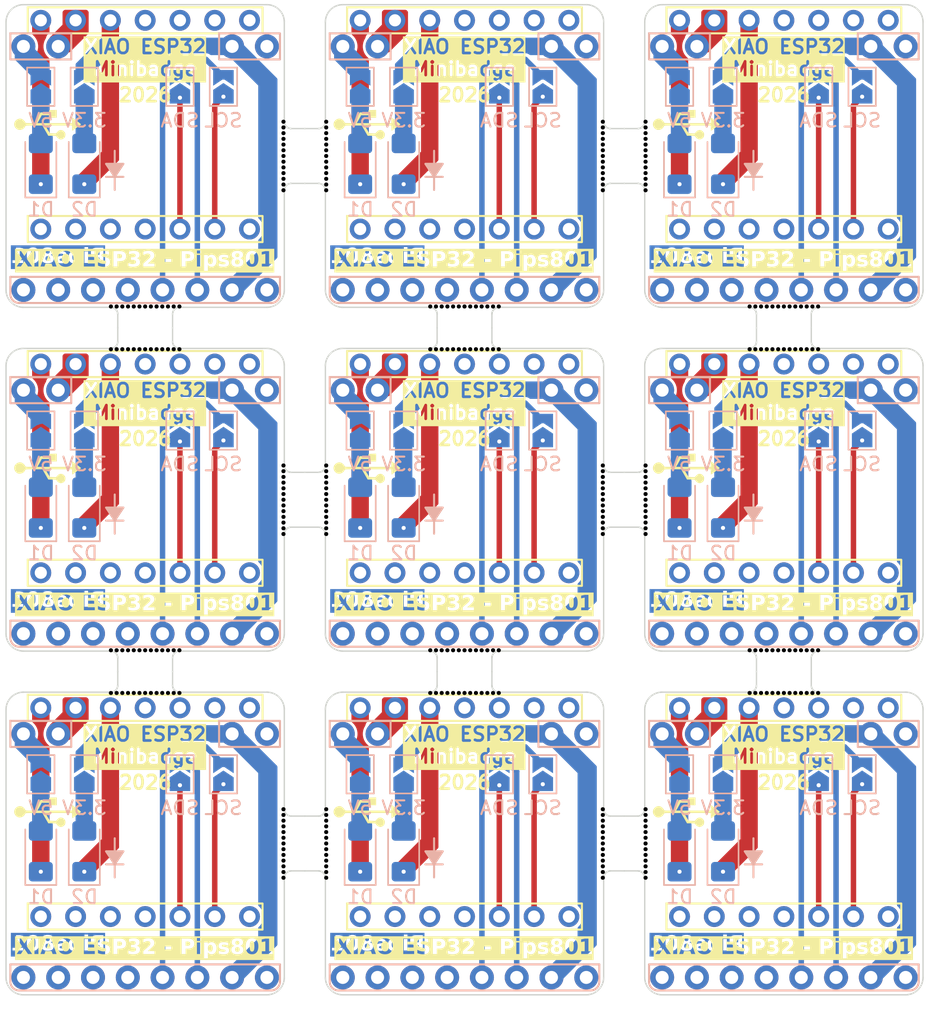
<source format=kicad_pcb>
(kicad_pcb (version 20241229) (generator "pcbnew") (generator_version "9.0")
  (layers (0 "F.Cu" signal) (2 "B.Cu" signal) (13 "F.Paste" user) (15 "B.Paste" user) (5 "F.SilkS" user "F.Silkscreen") (7 "B.SilkS" user "B.Silkscreen") (1 "F.Mask" user) (3 "B.Mask" user) (25 "Edge.Cuts" user))
  (net 0 "")
  (net 1 "Board_0-+3.3V")
  (net 2 "Board_0-/X_3V3")
  (net 3 "Board_0-/X_SCL")
  (net 4 "Board_0-/X_SDA")
  (net 5 "Board_0-/X_VBUS")
  (net 6 "Board_0-GND")
  (net 7 "Board_0-Net-(D1-A)")
  (net 8 "Board_0-Net-(D2-A)")
  (net 9 "Board_0-SCL")
  (net 10 "Board_0-SDA")
  (net 11 "Board_0-VBUS")
  (net 12 "Board_0-unconnected-(MB1-CLK-Pad9)")
  (net 13 "Board_0-unconnected-(MB1-NC-Pad10)")
  (net 14 "Board_0-unconnected-(MB1-NC-Pad11)")
  (net 15 "Board_0-unconnected-(MB1-NC-Pad12)")
  (net 16 "Board_0-unconnected-(U1-GPIO1{slash}D0{slash}A0-Pad1)_1")
  (net 17 "Board_0-unconnected-(U1-GPIO2{slash}DA{slash}A1-Pad2)")
  (net 18 "Board_0-unconnected-(U1-GPIO3{slash}D2{slash}A2-Pad3)")
  (net 19 "Board_0-unconnected-(U1-GPIO4{slash}D3{slash}A3-Pad4)")
  (net 20 "Board_0-unconnected-(U1-GPIO7{slash}D8{slash}A8{slash}SCK-Pad9)_1")
  (net 21 "Board_0-unconnected-(U1-GPIO8{slash}D9{slash}A9{slash}MISO-Pad10)_1")
  (net 22 "Board_0-unconnected-(U1-GPIO9{slash}D10{slash}A10{slash}MOSI-Pad11)_1")
  (net 23 "Board_0-unconnected-(U1-U0RXD{slash}D7{slash}RX-Pad8)_1")
  (net 24 "Board_0-unconnected-(U1-U0TXD{slash}D6{slash}TX-Pad7)_1")
  (net 25 "Board_1-+3.3V")
  (net 26 "Board_1-/X_3V3")
  (net 27 "Board_1-/X_SCL")
  (net 28 "Board_1-/X_SDA")
  (net 29 "Board_1-/X_VBUS")
  (net 30 "Board_1-GND")
  (net 31 "Board_1-Net-(D1-A)")
  (net 32 "Board_1-Net-(D2-A)")
  (net 33 "Board_1-SCL")
  (net 34 "Board_1-SDA")
  (net 35 "Board_1-VBUS")
  (net 36 "Board_1-unconnected-(MB1-CLK-Pad9)")
  (net 37 "Board_1-unconnected-(MB1-NC-Pad10)")
  (net 38 "Board_1-unconnected-(MB1-NC-Pad11)")
  (net 39 "Board_1-unconnected-(MB1-NC-Pad12)")
  (net 40 "Board_1-unconnected-(U1-GPIO1{slash}D0{slash}A0-Pad1)_1")
  (net 41 "Board_1-unconnected-(U1-GPIO2{slash}DA{slash}A1-Pad2)")
  (net 42 "Board_1-unconnected-(U1-GPIO3{slash}D2{slash}A2-Pad3)")
  (net 43 "Board_1-unconnected-(U1-GPIO4{slash}D3{slash}A3-Pad4)")
  (net 44 "Board_1-unconnected-(U1-GPIO7{slash}D8{slash}A8{slash}SCK-Pad9)_1")
  (net 45 "Board_1-unconnected-(U1-GPIO8{slash}D9{slash}A9{slash}MISO-Pad10)_1")
  (net 46 "Board_1-unconnected-(U1-GPIO9{slash}D10{slash}A10{slash}MOSI-Pad11)_1")
  (net 47 "Board_1-unconnected-(U1-U0RXD{slash}D7{slash}RX-Pad8)_1")
  (net 48 "Board_1-unconnected-(U1-U0TXD{slash}D6{slash}TX-Pad7)_1")
  (net 49 "Board_2-+3.3V")
  (net 50 "Board_2-/X_3V3")
  (net 51 "Board_2-/X_SCL")
  (net 52 "Board_2-/X_SDA")
  (net 53 "Board_2-/X_VBUS")
  (net 54 "Board_2-GND")
  (net 55 "Board_2-Net-(D1-A)")
  (net 56 "Board_2-Net-(D2-A)")
  (net 57 "Board_2-SCL")
  (net 58 "Board_2-SDA")
  (net 59 "Board_2-VBUS")
  (net 60 "Board_2-unconnected-(MB1-CLK-Pad9)")
  (net 61 "Board_2-unconnected-(MB1-NC-Pad10)")
  (net 62 "Board_2-unconnected-(MB1-NC-Pad11)")
  (net 63 "Board_2-unconnected-(MB1-NC-Pad12)")
  (net 64 "Board_2-unconnected-(U1-GPIO1{slash}D0{slash}A0-Pad1)_1")
  (net 65 "Board_2-unconnected-(U1-GPIO2{slash}DA{slash}A1-Pad2)")
  (net 66 "Board_2-unconnected-(U1-GPIO3{slash}D2{slash}A2-Pad3)")
  (net 67 "Board_2-unconnected-(U1-GPIO4{slash}D3{slash}A3-Pad4)")
  (net 68 "Board_2-unconnected-(U1-GPIO7{slash}D8{slash}A8{slash}SCK-Pad9)_1")
  (net 69 "Board_2-unconnected-(U1-GPIO8{slash}D9{slash}A9{slash}MISO-Pad10)_1")
  (net 70 "Board_2-unconnected-(U1-GPIO9{slash}D10{slash}A10{slash}MOSI-Pad11)_1")
  (net 71 "Board_2-unconnected-(U1-U0RXD{slash}D7{slash}RX-Pad8)_1")
  (net 72 "Board_2-unconnected-(U1-U0TXD{slash}D6{slash}TX-Pad7)_1")
  (net 73 "Board_3-+3.3V")
  (net 74 "Board_3-/X_3V3")
  (net 75 "Board_3-/X_SCL")
  (net 76 "Board_3-/X_SDA")
  (net 77 "Board_3-/X_VBUS")
  (net 78 "Board_3-GND")
  (net 79 "Board_3-Net-(D1-A)")
  (net 80 "Board_3-Net-(D2-A)")
  (net 81 "Board_3-SCL")
  (net 82 "Board_3-SDA")
  (net 83 "Board_3-VBUS")
  (net 84 "Board_3-unconnected-(MB1-CLK-Pad9)")
  (net 85 "Board_3-unconnected-(MB1-NC-Pad10)")
  (net 86 "Board_3-unconnected-(MB1-NC-Pad11)")
  (net 87 "Board_3-unconnected-(MB1-NC-Pad12)")
  (net 88 "Board_3-unconnected-(U1-GPIO1{slash}D0{slash}A0-Pad1)_1")
  (net 89 "Board_3-unconnected-(U1-GPIO2{slash}DA{slash}A1-Pad2)")
  (net 90 "Board_3-unconnected-(U1-GPIO3{slash}D2{slash}A2-Pad3)")
  (net 91 "Board_3-unconnected-(U1-GPIO4{slash}D3{slash}A3-Pad4)")
  (net 92 "Board_3-unconnected-(U1-GPIO7{slash}D8{slash}A8{slash}SCK-Pad9)_1")
  (net 93 "Board_3-unconnected-(U1-GPIO8{slash}D9{slash}A9{slash}MISO-Pad10)_1")
  (net 94 "Board_3-unconnected-(U1-GPIO9{slash}D10{slash}A10{slash}MOSI-Pad11)_1")
  (net 95 "Board_3-unconnected-(U1-U0RXD{slash}D7{slash}RX-Pad8)_1")
  (net 96 "Board_3-unconnected-(U1-U0TXD{slash}D6{slash}TX-Pad7)_1")
  (net 97 "Board_4-+3.3V")
  (net 98 "Board_4-/X_3V3")
  (net 99 "Board_4-/X_SCL")
  (net 100 "Board_4-/X_SDA")
  (net 101 "Board_4-/X_VBUS")
  (net 102 "Board_4-GND")
  (net 103 "Board_4-Net-(D1-A)")
  (net 104 "Board_4-Net-(D2-A)")
  (net 105 "Board_4-SCL")
  (net 106 "Board_4-SDA")
  (net 107 "Board_4-VBUS")
  (net 108 "Board_4-unconnected-(MB1-CLK-Pad9)")
  (net 109 "Board_4-unconnected-(MB1-NC-Pad10)")
  (net 110 "Board_4-unconnected-(MB1-NC-Pad11)")
  (net 111 "Board_4-unconnected-(MB1-NC-Pad12)")
  (net 112 "Board_4-unconnected-(U1-GPIO1{slash}D0{slash}A0-Pad1)_1")
  (net 113 "Board_4-unconnected-(U1-GPIO2{slash}DA{slash}A1-Pad2)")
  (net 114 "Board_4-unconnected-(U1-GPIO3{slash}D2{slash}A2-Pad3)")
  (net 115 "Board_4-unconnected-(U1-GPIO4{slash}D3{slash}A3-Pad4)")
  (net 116 "Board_4-unconnected-(U1-GPIO7{slash}D8{slash}A8{slash}SCK-Pad9)_1")
  (net 117 "Board_4-unconnected-(U1-GPIO8{slash}D9{slash}A9{slash}MISO-Pad10)_1")
  (net 118 "Board_4-unconnected-(U1-GPIO9{slash}D10{slash}A10{slash}MOSI-Pad11)_1")
  (net 119 "Board_4-unconnected-(U1-U0RXD{slash}D7{slash}RX-Pad8)_1")
  (net 120 "Board_4-unconnected-(U1-U0TXD{slash}D6{slash}TX-Pad7)_1")
  (net 121 "Board_5-+3.3V")
  (net 122 "Board_5-/X_3V3")
  (net 123 "Board_5-/X_SCL")
  (net 124 "Board_5-/X_SDA")
  (net 125 "Board_5-/X_VBUS")
  (net 126 "Board_5-GND")
  (net 127 "Board_5-Net-(D1-A)")
  (net 128 "Board_5-Net-(D2-A)")
  (net 129 "Board_5-SCL")
  (net 130 "Board_5-SDA")
  (net 131 "Board_5-VBUS")
  (net 132 "Board_5-unconnected-(MB1-CLK-Pad9)")
  (net 133 "Board_5-unconnected-(MB1-NC-Pad10)")
  (net 134 "Board_5-unconnected-(MB1-NC-Pad11)")
  (net 135 "Board_5-unconnected-(MB1-NC-Pad12)")
  (net 136 "Board_5-unconnected-(U1-GPIO1{slash}D0{slash}A0-Pad1)_1")
  (net 137 "Board_5-unconnected-(U1-GPIO2{slash}DA{slash}A1-Pad2)")
  (net 138 "Board_5-unconnected-(U1-GPIO3{slash}D2{slash}A2-Pad3)")
  (net 139 "Board_5-unconnected-(U1-GPIO4{slash}D3{slash}A3-Pad4)")
  (net 140 "Board_5-unconnected-(U1-GPIO7{slash}D8{slash}A8{slash}SCK-Pad9)_1")
  (net 141 "Board_5-unconnected-(U1-GPIO8{slash}D9{slash}A9{slash}MISO-Pad10)_1")
  (net 142 "Board_5-unconnected-(U1-GPIO9{slash}D10{slash}A10{slash}MOSI-Pad11)_1")
  (net 143 "Board_5-unconnected-(U1-U0RXD{slash}D7{slash}RX-Pad8)_1")
  (net 144 "Board_5-unconnected-(U1-U0TXD{slash}D6{slash}TX-Pad7)_1")
  (net 145 "Board_6-+3.3V")
  (net 146 "Board_6-/X_3V3")
  (net 147 "Board_6-/X_SCL")
  (net 148 "Board_6-/X_SDA")
  (net 149 "Board_6-/X_VBUS")
  (net 150 "Board_6-GND")
  (net 151 "Board_6-Net-(D1-A)")
  (net 152 "Board_6-Net-(D2-A)")
  (net 153 "Board_6-SCL")
  (net 154 "Board_6-SDA")
  (net 155 "Board_6-VBUS")
  (net 156 "Board_6-unconnected-(MB1-CLK-Pad9)")
  (net 157 "Board_6-unconnected-(MB1-NC-Pad10)")
  (net 158 "Board_6-unconnected-(MB1-NC-Pad11)")
  (net 159 "Board_6-unconnected-(MB1-NC-Pad12)")
  (net 160 "Board_6-unconnected-(U1-GPIO1{slash}D0{slash}A0-Pad1)_1")
  (net 161 "Board_6-unconnected-(U1-GPIO2{slash}DA{slash}A1-Pad2)")
  (net 162 "Board_6-unconnected-(U1-GPIO3{slash}D2{slash}A2-Pad3)")
  (net 163 "Board_6-unconnected-(U1-GPIO4{slash}D3{slash}A3-Pad4)")
  (net 164 "Board_6-unconnected-(U1-GPIO7{slash}D8{slash}A8{slash}SCK-Pad9)_1")
  (net 165 "Board_6-unconnected-(U1-GPIO8{slash}D9{slash}A9{slash}MISO-Pad10)_1")
  (net 166 "Board_6-unconnected-(U1-GPIO9{slash}D10{slash}A10{slash}MOSI-Pad11)_1")
  (net 167 "Board_6-unconnected-(U1-U0RXD{slash}D7{slash}RX-Pad8)_1")
  (net 168 "Board_6-unconnected-(U1-U0TXD{slash}D6{slash}TX-Pad7)_1")
  (net 169 "Board_7-+3.3V")
  (net 170 "Board_7-/X_3V3")
  (net 171 "Board_7-/X_SCL")
  (net 172 "Board_7-/X_SDA")
  (net 173 "Board_7-/X_VBUS")
  (net 174 "Board_7-GND")
  (net 175 "Board_7-Net-(D1-A)")
  (net 176 "Board_7-Net-(D2-A)")
  (net 177 "Board_7-SCL")
  (net 178 "Board_7-SDA")
  (net 179 "Board_7-VBUS")
  (net 180 "Board_7-unconnected-(MB1-CLK-Pad9)")
  (net 181 "Board_7-unconnected-(MB1-NC-Pad10)")
  (net 182 "Board_7-unconnected-(MB1-NC-Pad11)")
  (net 183 "Board_7-unconnected-(MB1-NC-Pad12)")
  (net 184 "Board_7-unconnected-(U1-GPIO1{slash}D0{slash}A0-Pad1)_1")
  (net 185 "Board_7-unconnected-(U1-GPIO2{slash}DA{slash}A1-Pad2)")
  (net 186 "Board_7-unconnected-(U1-GPIO3{slash}D2{slash}A2-Pad3)")
  (net 187 "Board_7-unconnected-(U1-GPIO4{slash}D3{slash}A3-Pad4)")
  (net 188 "Board_7-unconnected-(U1-GPIO7{slash}D8{slash}A8{slash}SCK-Pad9)_1")
  (net 189 "Board_7-unconnected-(U1-GPIO8{slash}D9{slash}A9{slash}MISO-Pad10)_1")
  (net 190 "Board_7-unconnected-(U1-GPIO9{slash}D10{slash}A10{slash}MOSI-Pad11)_1")
  (net 191 "Board_7-unconnected-(U1-U0RXD{slash}D7{slash}RX-Pad8)_1")
  (net 192 "Board_7-unconnected-(U1-U0TXD{slash}D6{slash}TX-Pad7)_1")
  (net 193 "Board_8-+3.3V")
  (net 194 "Board_8-/X_3V3")
  (net 195 "Board_8-/X_SCL")
  (net 196 "Board_8-/X_SDA")
  (net 197 "Board_8-/X_VBUS")
  (net 198 "Board_8-GND")
  (net 199 "Board_8-Net-(D1-A)")
  (net 200 "Board_8-Net-(D2-A)")
  (net 201 "Board_8-SCL")
  (net 202 "Board_8-SDA")
  (net 203 "Board_8-VBUS")
  (net 204 "Board_8-unconnected-(MB1-CLK-Pad9)")
  (net 205 "Board_8-unconnected-(MB1-NC-Pad10)")
  (net 206 "Board_8-unconnected-(MB1-NC-Pad11)")
  (net 207 "Board_8-unconnected-(MB1-NC-Pad12)")
  (net 208 "Board_8-unconnected-(U1-GPIO1{slash}D0{slash}A0-Pad1)_1")
  (net 209 "Board_8-unconnected-(U1-GPIO2{slash}DA{slash}A1-Pad2)")
  (net 210 "Board_8-unconnected-(U1-GPIO3{slash}D2{slash}A2-Pad3)")
  (net 211 "Board_8-unconnected-(U1-GPIO4{slash}D3{slash}A3-Pad4)")
  (net 212 "Board_8-unconnected-(U1-GPIO7{slash}D8{slash}A8{slash}SCK-Pad9)_1")
  (net 213 "Board_8-unconnected-(U1-GPIO8{slash}D9{slash}A9{slash}MISO-Pad10)_1")
  (net 214 "Board_8-unconnected-(U1-GPIO9{slash}D10{slash}A10{slash}MOSI-Pad11)_1")
  (net 215 "Board_8-unconnected-(U1-U0RXD{slash}D7{slash}RX-Pad8)_1")
  (net 216 "Board_8-unconnected-(U1-U0TXD{slash}D6{slash}TX-Pad7)_1")
  (footprint "NPTH" (layer "F.Cu") (at 138.4 56.147)
    (property "Reference" "KiKit_MB_11_7" (hide yes))
    (property "Value" "NPTH" (hide yes))
  )
  (footprint "NPTH" (layer "F.Cu") (at 161.72 55.730166)
    (property "Reference" "KiKit_MB_15_8" (hide yes))
    (property "Value" "NPTH" (hide yes))
  )
  (footprint "NPTH" (layer "F.Cu") (at 161.72 79.160833)
    (property "Reference" "KiKit_MB_23_12" (hide yes))
    (property "Value" "NPTH" (hide yes))
  )
  (footprint "NPTH" (layer "F.Cu") (at 135.28 79.9945)
    (property "Reference" "KiKit_MB_18_4" (hide yes))
    (property "Value" "NPTH" (hide yes))
  )
  (footprint "NPTH" (layer "F.Cu") (at 174.320999 70.256)
    (property "Reference" "KiKit_MB_24_13" (hide yes))
    (property "Value" "NPTH" (hide yes))
  )
  (footprint "NPTH" (layer "F.Cu") (at 171.82 45.158)
    (property "Reference" "KiKit_MB_16_7" (hide yes))
    (property "Value" "NPTH" (hide yes))
  )
  (footprint "NPTH" (layer "F.Cu") (at 123.512667 45.158)
    (property "Reference" "KiKit_MB_9_3" (hide yes))
    (property "Value" "NPTH" (hide yes))
  )
  (footprint "NPTH" (layer "F.Cu") (at 138.4 83.745999)
    (property "Reference" "KiKit_MB_20_1" (hide yes))
    (property "Value" "NPTH" (hide yes))
  )
  (footprint "NPTH" (layer "F.Cu") (at 158.6 79.577666)
    (property "Reference" "KiKit_MB_21_3" (hide yes))
    (property "Value" "NPTH" (hide yes))
  )
  (footprint "NPTH" (layer "F.Cu") (at 158.6 33.133166)
    (property "Reference" "KiKit_MB_4_12" (hide yes))
    (property "Value" "NPTH" (hide yes))
  )
  (footprint "NPTH" (layer "F.Cu") (at 172.236833 67.136)
    (property "Reference" "KiKit_MB_17_6" (hide yes))
    (property "Value" "NPTH" (hide yes))
  )
  (footprint "NPTH" (layer "F.Cu") (at 126.430499 45.158)
    (property "Reference" "KiKit_MB_9_10" (hide yes))
    (property "Value" "NPTH" (hide yes))
  )
  (footprint "NPTH" (layer "F.Cu") (at 135.28 55.313333)
    (property "Reference" "KiKit_MB_8_5" (hide yes))
    (property "Value" "NPTH" (hide yes))
  )
  (footprint "NPTH" (layer "F.Cu") (at 170.986333 45.158)
    (property "Reference" "KiKit_MB_16_5" (hide yes))
    (property "Value" "NPTH" (hide yes))
  )
  (footprint "NPTH" (layer "F.Cu") (at 174.320999 45.158)
    (property "Reference" "KiKit_MB_16_13" (hide yes))
    (property "Value" "NPTH" (hide yes))
  )
  (footprint "Seeed XIAO:XIAO-ESP32S3-DIP" (layer "F.Cu") (at 148.5 28.763 90)
    (property "Reference" "U1" (hide yes))
    (property "Value" "XIAO-ESP32-S3-DIP")
  )
  (footprint "NPTH" (layer "F.Cu") (at 173.904166 42.038)
    (property "Reference" "KiKit_MB_7_2" (hide yes))
    (property "Value" "NPTH" (hide yes))
  )
  (footprint "NPTH" (layer "F.Cu") (at 170.152666 45.158)
    (property "Reference" "KiKit_MB_16_3" (hide yes))
    (property "Value" "NPTH" (hide yes))
  )
  (footprint "NPTH" (layer "F.Cu") (at 135.28 30.215334)
    (property "Reference" "KiKit_MB_1_5" (hide yes))
    (property "Value" "NPTH" (hide yes))
  )
  (footprint "Seeed XIAO:XIAO-ESP32S3-DIP" (layer "F.Cu") (at 171.82 28.763 90)
    (property "Reference" "U1" (hide yes))
    (property "Value" "XIAO-ESP32-S3-DIP")
  )
  (footprint "NPTH" (layer "F.Cu") (at 126.847333 70.256)
    (property "Reference" "KiKit_MB_19_11" (hide yes))
    (property "Value" "NPTH" (hide yes))
  )
  (footprint "Seeed XIAO:XIAO-ESP32S3-DIP" (layer "F.Cu") (at 148.5 53.861 90)
    (property "Reference" "U1" (hide yes))
    (property "Value" "XIAO-ESP32-S3-DIP")
  )
  (footprint "NPTH" (layer "F.Cu") (at 135.28 81.661833)
    (property "Reference" "KiKit_MB_18_8" (hide yes))
    (property "Value" "NPTH" (hide yes))
  )
  (footprint "NPTH" (layer "F.Cu") (at 169.735833 70.256)
    (property "Reference" "KiKit_MB_24_2" (hide yes))
    (property "Value" "NPTH" (hide yes))
  )
  (footprint "NPTH" (layer "F.Cu") (at 138.4 81.245)
    (property "Reference" "KiKit_MB_20_7" (hide yes))
    (property "Value" "NPTH" (hide yes))
  )
  (footprint "NPTH" (layer "F.Cu") (at 158.6 31.882666)
    (property "Reference" "KiKit_MB_4_9" (hide yes))
    (property "Value" "NPTH" (hide yes))
  )
  (footprint "NPTH" (layer "F.Cu") (at 158.6 33.549999)
    (property "Reference" "KiKit_MB_4_13" (hide yes))
    (property "Value" "NPTH" (hide yes))
  )
  (footprint "NPTH" (layer "F.Cu") (at 126.430499 67.136)
    (property "Reference" "KiKit_MB_10_4" (hide yes))
    (property "Value" "NPTH" (hide yes))
  )
  (footprint "NPTH" (layer "F.Cu") (at 145.999 70.256)
    (property "Reference" "KiKit_MB_22_1" (hide yes))
    (property "Value" "NPTH" (hide yes))
  )
  (footprint "NPTH" (layer "F.Cu") (at 122.679001 70.256)
    (property "Reference" "KiKit_MB_19_1" (hide yes))
    (property "Value" "NPTH" (hide yes))
  )
  (footprint "NPTH" (layer "F.Cu") (at 161.72 32.716333)
    (property "Reference" "KiKit_MB_6_3" (hide yes))
    (property "Value" "NPTH" (hide yes))
  )
  (footprint "NPTH" (layer "F.Cu") (at 148.5 42.038)
    (property "Reference" "KiKit_MB_5_7" (hide yes))
    (property "Value" "NPTH" (hide yes))
  )
  (footprint "NPTH" (layer "F.Cu") (at 171.403166 70.256)
    (property "Reference" "KiKit_MB_24_6" (hide yes))
    (property "Value" "NPTH" (hide yes))
  )
  (footprint "NPTH" (layer "F.Cu") (at 158.6 82.912333)
    (property "Reference" "KiKit_MB_21_11" (hide yes))
    (property "Value" "NPTH" (hide yes))
  )
  (footprint "NPTH" (layer "F.Cu") (at 171.82 42.038)
    (property "Reference" "KiKit_MB_7_7" (hide yes))
    (property "Value" "NPTH" (hide yes))
  )
  (footprint "NPTH" (layer "F.Cu") (at 171.82 67.136)
    (property "Reference" "KiKit_MB_17_7" (hide yes))
    (property "Value" "NPTH" (hide yes))
  )
  (footprint "NPTH" (layer "F.Cu") (at 145.999 42.038)
    (property "Reference" "KiKit_MB_5_13" (hide yes))
    (property "Value" "NPTH" (hide yes))
  )
  (footprint "NPTH" (layer "F.Cu") (at 161.72 31.882666)
    (property "Reference" "KiKit_MB_6_5" (hide yes))
    (property "Value" "NPTH" (hide yes))
  )
  (footprint "NPTH" (layer "F.Cu") (at 161.72 56.980666)
    (property "Reference" "KiKit_MB_15_5" (hide yes))
    (property "Value" "NPTH" (hide yes))
  )
  (footprint "NPTH" (layer "F.Cu") (at 126.013666 67.136)
    (property "Reference" "KiKit_MB_10_5" (hide yes))
    (property "Value" "NPTH" (hide yes))
  )
  (footprint "NPTH" (layer "F.Cu") (at 173.904166 67.136)
    (property "Reference" "KiKit_MB_17_2" (hide yes))
    (property "Value" "NPTH" (hide yes))
  )
  (footprint "NPTH" (layer "F.Cu") (at 138.4 80.828166)
    (property "Reference" "KiKit_MB_20_8" (hide yes))
    (property "Value" "NPTH" (hide yes))
  )
  (footprint "NPTH" (layer "F.Cu") (at 138.4 82.078666)
    (property "Reference" "KiKit_MB_20_5" (hide yes))
    (property "Value" "NPTH" (hide yes))
  )
  (footprint "NPTH" (layer "F.Cu") (at 158.6 58.231166)
    (property "Reference" "KiKit_MB_12_12" (hide yes))
    (property "Value" "NPTH" (hide yes))
  )
  (footprint "Seeed XIAO:XIAO-ESP32S3-DIP" (layer "F.Cu") (at 171.82 78.959 90)
    (property "Reference" "U1" (hide yes))
    (property "Value" "XIAO-ESP32-S3-DIP")
  )
  (footprint "Seeed XIAO:XIAO-ESP32S3-DIP" (layer "F.Cu") (at 148.5 78.959 90)
    (property "Reference" "U1" (hide yes))
    (property "Value" "XIAO-ESP32-S3-DIP")
  )
  (footprint "NPTH" (layer "F.Cu") (at 138.4 32.299499)
    (property "Reference" "KiKit_MB_3_4" (hide yes))
    (property "Value" "NPTH" (hide yes))
  )
  (footprint "NPTH" (layer "F.Cu") (at 125.18 42.038)
    (property "Reference" "KiKit_MB_2_7" (hide yes))
    (property "Value" "NPTH" (hide yes))
  )
  (footprint "NPTH" (layer "F.Cu") (at 135.28 56.563833)
    (property "Reference" "KiKit_MB_8_8" (hide yes))
    (property "Value" "NPTH" (hide yes))
  )
  (footprint "NPTH" (layer "F.Cu") (at 124.346334 42.038)
    (property "Reference" "KiKit_MB_2_9" (hide yes))
    (property "Value" "NPTH" (hide yes))
  )
  (footprint "NPTH" (layer "F.Cu") (at 173.487333 67.136)
    (property "Reference" "KiKit_MB_17_3" (hide yes))
    (property "Value" "NPTH" (hide yes))
  )
  (footprint "NPTH" (layer "F.Cu") (at 122.679001 45.158)
    (property "Reference" "KiKit_MB_9_1" (hide yes))
    (property "Value" "NPTH" (hide yes))
  )
  (footprint "NPTH" (layer "F.Cu") (at 169.319 70.256)
    (property "Reference" "KiKit_MB_24_1" (hide yes))
    (property "Value" "NPTH" (hide yes))
  )
  (footprint "NPTH" (layer "F.Cu") (at 148.916833 67.136)
    (property "Reference" "KiKit_MB_14_6" (hide yes))
    (property "Value" "NPTH" (hide yes))
  )
  (footprint "NPTH" (layer "F.Cu") (at 127.680999 45.158)
    (property "Reference" "KiKit_MB_9_13" (hide yes))
    (property "Value" "NPTH" (hide yes))
  )
  (footprint "NPTH" (layer "F.Cu") (at 148.083166 45.158)
    (property "Reference" "KiKit_MB_13_6" (hide yes))
    (property "Value" "NPTH" (hide yes))
  )
  (footprint "NPTH" (layer "F.Cu") (at 125.596833 45.158)
    (property "Reference" "KiKit_MB_9_8" (hide yes))
    (property "Value" "NPTH" (hide yes))
  )
  (footprint "NPTH" (layer "F.Cu") (at 138.4 53.646)
    (property "Reference" "KiKit_MB_11_13" (hide yes))
    (property "Value" "NPTH" (hide yes))
  )
  (footprint "NPTH" (layer "F.Cu") (at 135.28 58.647999)
    (property "Reference" "KiKit_MB_8_13" (hide yes))
    (property "Value" "NPTH" (hide yes))
  )
  (footprint "Seeed XIAO:XIAO-ESP32S3-DIP" (layer "F.Cu") (at 125.18 78.959 90)
    (property "Reference" "U1" (hide yes))
    (property "Value" "XIAO-ESP32-S3-DIP")
  )
  (footprint "NPTH" (layer "F.Cu") (at 123.929501 45.158)
    (property "Reference" "KiKit_MB_9_4" (hide yes))
    (property "Value" "NPTH" (hide yes))
  )
  (footprint "NPTH" (layer "F.Cu") (at 173.070499 70.256)
    (property "Reference" "KiKit_MB_24_10" (hide yes))
    (property "Value" "NPTH" (hide yes))
  )
  (footprint "NPTH" (layer "F.Cu") (at 138.4 29.798501)
    (property "Reference" "KiKit_MB_3_10" (hide yes))
    (property "Value" "NPTH" (hide yes))
  )
  (footprint "NPTH" (layer "F.Cu") (at 123.512667 70.256)
    (property "Reference" "KiKit_MB_19_3" (hide yes))
    (property "Value" "NPTH" (hide yes))
  )
  (footprint "NPTH" (layer "F.Cu") (at 161.72 54.062833)
    (property "Reference" "KiKit_MB_15_12" (hide yes))
    (property "Value" "NPTH" (hide yes))
  )
  (footprint "NPTH" (layer "F.Cu") (at 138.4 28.548001)
    (property "Reference" "KiKit_MB_3_13" (hide yes))
    (property "Value" "NPTH" (hide yes))
  )
  (footprint "NPTH" (layer "F.Cu") (at 161.72 55.313333)
    (property "Reference" "KiKit_MB_15_9" (hide yes))
    (property "Value" "NPTH" (hide yes))
  )
  (footprint "NPTH" (layer "F.Cu") (at 127.680999 67.136)
    (property "Reference" "KiKit_MB_10_1" (hide yes))
    (property "Value" "NPTH" (hide yes))
  )
  (footprint "NPTH" (layer "F.Cu") (at 148.916833 45.158)
    (property "Reference" "KiKit_MB_13_8" (hide yes))
    (property "Value" "NPTH" (hide yes))
  )
  (footprint "NPTH" (layer "F.Cu") (at 161.72 33.133166)
    (property "Reference" "KiKit_MB_6_2" (hide yes))
    (property "Value" "NPTH" (hide yes))
  )
  (footprint "NPTH" (layer "F.Cu") (at 123.095834 70.256)
    (property "Reference" "KiKit_MB_19_2" (hide yes))
    (property "Value" "NPTH" (hide yes))
  )
  (footprint "NPTH" (layer "F.Cu") (at 161.72 56.563833)
    (property "Reference" "KiKit_MB_15_6" (hide yes))
    (property "Value" "NPTH" (hide yes))
  )
  (footprint "NPTH" (layer "F.Cu") (at 135.28 29.798501)
    (property "Reference" "KiKit_MB_1_4" (hide yes))
    (property "Value" "NPTH" (hide yes))
  )
  (footprint "NPTH" (layer "F.Cu") (at 127.680999 42.038)
    (property "Reference" "KiKit_MB_2_1" (hide yes))
    (property "Value" "NPTH" (hide yes))
  )
  (footprint "NPTH" (layer "F.Cu") (at 158.6 80.828166)
    (property "Reference" "KiKit_MB_21_6" (hide yes))
    (property "Value" "NPTH" (hide yes))
  )
  (footprint "NPTH" (layer "F.Cu") (at 147.2495 45.158)
    (property "Reference" "KiKit_MB_13_4" (hide yes))
    (property "Value" "NPTH" (hide yes))
  )
  (footprint "NPTH" (layer "F.Cu") (at 138.4 56.980666)
    (property "Reference" "KiKit_MB_11_5" (hide yes))
    (property "Value" "NPTH" (hide yes))
  )
  (footprint "NPTH" (layer "F.Cu") (at 122.679001 42.038)
    (property "Reference" "KiKit_MB_2_13" (hide yes))
    (property "Value" "NPTH" (hide yes))
  )
  (footprint "NPTH" (layer "F.Cu") (at 123.929501 70.256)
    (property "Reference" "KiKit_MB_19_4" (hide yes))
    (property "Value" "NPTH" (hide yes))
  )
  (footprint "NPTH" (layer "F.Cu") (at 158.6 55.730166)
    (property "Reference" "KiKit_MB_12_6" (hide yes))
    (property "Value" "NPTH" (hide yes))
  )
  (footprint "NPTH" (layer "F.Cu") (at 125.596833 42.038)
    (property "Reference" "KiKit_MB_2_6" (hide yes))
    (property "Value" "NPTH" (hide yes))
  )
  (footprint "NPTH" (layer "F.Cu") (at 138.4 58.231166)
    (property "Reference" "KiKit_MB_11_2" (hide yes))
    (property "Value" "NPTH" (hide yes))
  )
  (footprint "NPTH" (layer "F.Cu") (at 170.152666 42.038)
    (property "Reference" "KiKit_MB_7_11" (hide yes))
    (property "Value" "NPTH" (hide yes))
  )
  (footprint "NPTH" (layer "F.Cu") (at 123.512667 67.136)
    (property "Reference" "KiKit_MB_10_11" (hide yes))
    (property "Value" "NPTH" (hide yes))
  )
  (footprint "NPTH" (layer "F.Cu") (at 158.6 31.049)
    (property "Reference" "KiKit_MB_4_7" (hide yes))
    (property "Value" "NPTH" (hide yes))
  )
  (footprint "NPTH" (layer "F.Cu") (at 173.487333 70.256)
    (property "Reference" "KiKit_MB_24_11" (hide yes))
    (property "Value" "NPTH" (hide yes))
  )
  (footprint "NPTH" (layer "F.Cu") (at 158.6 54.479666)
    (property "Reference" "KiKit_MB_12_3" (hide yes))
    (property "Value" "NPTH" (hide yes))
  )
  (footprint "Seeed XIAO:XIAO-ESP32S3-DIP" (layer "F.Cu") (at 125.18 53.861 90)
    (property "Reference" "U1" (hide yes))
    (property "Value" "XIAO-ESP32-S3-DIP")
  )
  (footprint "NPTH" (layer "F.Cu") (at 138.4 56.563833)
    (property "Reference" "KiKit_MB_11_6" (hide yes))
    (property "Value" "NPTH" (hide yes))
  )
  (footprint "NPTH" (layer "F.Cu") (at 169.735833 45.158)
    (property "Reference" "KiKit_MB_16_2" (hide yes))
    (property "Value" "NPTH" (hide yes))
  )
  (footprint "NPTH" (layer "F.Cu") (at 148.5 45.158)
    (property "Reference" "KiKit_MB_13_7" (hide yes))
    (property "Value" "NPTH" (hide yes))
  )
  (footprint "NPTH" (layer "F.Cu") (at 171.82 70.256)
    (property "Reference" "KiKit_MB_24_7" (hide yes))
    (property "Value" "NPTH" (hide yes))
  )
  (footprint "NPTH" (layer "F.Cu") (at 138.4 55.313333)
    (property "Reference" "KiKit_MB_11_9" (hide yes))
    (property "Value" "NPTH" (hide yes))
  )
  (footprint "NPTH" (layer "F.Cu") (at 147.666333 45.158)
    (property "Reference" "KiKit_MB_13_5" (hide yes))
    (property "Value" "NPTH" (hide yes))
  )
  (footprint "NPTH" (layer "F.Cu") (at 158.6 54.8965)
    (property "Reference" "KiKit_MB_12_4" (hide yes))
    (property "Value" "NPTH" (hide yes))
  )
  (footprint "NPTH" (layer "F.Cu") (at 161.72 83.329166)
    (property "Reference" "KiKit_MB_23_2" (hide yes))
    (property "Value" "NPTH" (hide yes))
  )
  (footprint "NPTH" (layer "F.Cu") (at 170.986333 67.136)
    (property "Reference" "KiKit_MB_17_9" (hide yes))
    (property "Value" "NPTH" (hide yes))
  )
  (footprint "NPTH" (layer "F.Cu") (at 158.6 78.744)
    (property "Reference" "KiKit_MB_21_1" (hide yes))
    (property "Value" "NPTH" (hide yes))
  )
  (footprint "NPTH" (layer "F.Cu") (at 135.28 79.160833)
    (property "Reference" "KiKit_MB_18_2" (hide yes))
    (property "Value" "NPTH" (hide yes))
  )
  (footprint "NPTH" (layer "F.Cu") (at 158.6 56.147)
    (property "Reference" "KiKit_MB_12_7" (hide yes))
    (property "Value" "NPTH" (hide yes))
  )
  (footprint "NPTH" (layer "F.Cu") (at 124.763167 67.136)
    (property "Reference" "KiKit_MB_10_8" (hide yes))
    (property "Value" "NPTH" (hide yes))
  )
  (footprint "NPTH" (layer "F.Cu") (at 158.6 56.563833)
    (property "Reference" "KiKit_MB_12_8" (hide yes))
    (property "Value" "NPTH" (hide yes))
  )
  (footprint "NPTH" (layer "F.Cu") (at 138.4 33.549999)
    (property "Reference" "KiKit_MB_3_1" (hide yes))
    (property "Value" "NPTH" (hide yes))
  )
  (footprint "NPTH" (layer "F.Cu") (at 150.167333 67.136)
    (property "Reference" "KiKit_MB_14_3" (hide yes))
    (property "Value" "NPTH" (hide yes))
  )
  (footprint "NPTH" (layer "F.Cu") (at 138.4 82.495499)
    (property "Reference" "KiKit_MB_20_4" (hide yes))
    (property "Value" "NPTH" (hide yes))
  )
  (footprint "NPTH" (layer "F.Cu") (at 135.28 58.231166)
    (property "Reference" "KiKit_MB_8_12" (hide yes))
    (property "Value" "NPTH" (hide yes))
  )
  (footprint "NPTH" (layer "F.Cu") (at 138.4 28.964834)
    (property "Reference" "KiKit_MB_3_12" (hide yes))
    (property "Value" "NPTH" (hide yes))
  )
  (footprint "NPTH" (layer "F.Cu") (at 135.28 31.465833)
    (property "Reference" "KiKit_MB_1_8" (hide yes))
    (property "Value" "NPTH" (hide yes))
  )
  (footprint "MiniBadge:MiniBadge_Full_NoEdges" (layer "F.Cu") (at 138.34 71.974)
    (property "Reference" "MB1" (hide yes))
    (property "Value" "MiniBadge_Simple")
  )
  (footprint "NPTH" (layer "F.Cu") (at 161.72 80.411333)
    (property "Reference" "KiKit_MB_23_9" (hide yes))
    (property "Value" "NPTH" (hide yes))
  )
  (footprint "NPTH" (layer "F.Cu") (at 126.013666 42.038)
    (property "Reference" "KiKit_MB_2_5" (hide yes))
    (property "Value" "NPTH" (hide yes))
  )
  (footprint "NPTH" (layer "F.Cu") (at 138.4 83.329166)
    (property "Reference" "KiKit_MB_20_2" (hide yes))
    (property "Value" "NPTH" (hide yes))
  )
  (footprint "NPTH" (layer "F.Cu") (at 174.320999 42.038)
    (property "Reference" "KiKit_MB_7_1" (hide yes))
    (property "Value" "NPTH" (hide yes))
  )
  (footprint "NPTH" (layer "F.Cu") (at 135.28 78.744)
    (property "Reference" "KiKit_MB_18_1" (hide yes))
    (property "Value" "NPTH" (hide yes))
  )
  (footprint "NPTH" (layer "F.Cu") (at 172.653666 67.136)
    (property "Reference" "KiKit_MB_17_5" (hide yes))
    (property "Value" "NPTH" (hide yes))
  )
  (footprint "NPTH" (layer "F.Cu") (at 172.236833 42.038)
    (property "Reference" "KiKit_MB_7_6" (hide yes))
    (property "Value" "NPTH" (hide yes))
  )
  (footprint "NPTH" (layer "F.Cu") (at 173.487333 45.158)
    (property "Reference" "KiKit_MB_16_11" (hide yes))
    (property "Value" "NPTH" (hide yes))
  )
  (footprint "NPTH" (layer "F.Cu") (at 174.320999 67.136)
    (property "Reference" "KiKit_MB_17_1" (hide yes))
    (property "Value" "NPTH" (hide yes))
  )
  (footprint "NPTH" (layer "F.Cu") (at 135.28 29.381667)
    (property "Reference" "KiKit_MB_1_3" (hide yes))
    (property "Value" "NPTH" (hide yes))
  )
  (footprint "NPTH" (layer "F.Cu") (at 138.4 78.744)
    (property "Reference" "KiKit_MB_20_13" (hide yes))
    (property "Value" "NPTH" (hide yes))
  )
  (footprint "NPTH" (layer "F.Cu") (at 124.346334 67.136)
    (property "Reference" "KiKit_MB_10_9" (hide yes))
    (property "Value" "NPTH" (hide yes))
  )
  (footprint "NPTH" (layer "F.Cu") (at 138.4 33.133166)
    (property "Reference" "KiKit_MB_3_2" (hide yes))
    (property "Value" "NPTH" (hide yes))
  )
  (footprint "NPTH" (layer "F.Cu") (at 146.415833 67.136)
    (property "Reference" "KiKit_MB_14_12" (hide yes))
    (property "Value" "NPTH" (hide yes))
  )
  (footprint "NPTH" (layer "F.Cu") (at 161.72 82.495499)
    (property "Reference" "KiKit_MB_23_4" (hide yes))
    (property "Value" "NPTH" (hide yes))
  )
  (footprint "NPTH" (layer "F.Cu") (at 151.000999 70.256)
    (property "Reference" "KiKit_MB_22_13" (hide yes))
    (property "Value" "NPTH" (hide yes))
  )
  (footprint "NPTH" (layer "F.Cu") (at 161.72 58.647999)
    (property "Reference" "KiKit_MB_15_1" (hide yes))
    (property "Value" "NPTH" (hide yes))
  )
  (footprint "NPTH" (layer "F.Cu") (at 161.72 28.548001)
    (property "Reference" "KiKit_MB_6_13" (hide yes))
    (property "Value" "NPTH" (hide yes))
  )
  (footprint "NPTH" (layer "F.Cu") (at 161.72 82.912333)
    (property "Reference" "KiKit_MB_23_3" (hide yes))
    (property "Value" "NPTH" (hide yes))
  )
  (footprint "NPTH" (layer "F.Cu") (at 138.4 80.411333)
    (property "Reference" "KiKit_MB_20_9" (hide yes))
    (property "Value" "NPTH" (hide yes))
  )
  (footprint "NPTH" (layer "F.Cu") (at 138.4 79.9945)
    (property "Reference" "KiKit_MB_20_10" (hide yes))
    (property "Value" "NPTH" (hide yes))
  )
  (footprint "NPTH" (layer "F.Cu") (at 150.584166 67.136)
    (property "Reference" "KiKit_MB_14_2" (hide yes))
    (property "Value" "NPTH" (hide yes))
  )
  (footprint "NPTH" (layer "F.Cu") (at 126.847333 67.136)
    (property "Reference" "KiKit_MB_10_3" (hide yes))
    (property "Value" "NPTH" (hide yes))
  )
  (footprint "NPTH" (layer "F.Cu") (at 127.264166 67.136)
    (property "Reference" "KiKit_MB_10_2" (hide yes))
    (property "Value" "NPTH" (hide yes))
  )
  (footprint "NPTH" (layer "F.Cu") (at 123.929501 67.136)
    (property "Reference" "KiKit_MB_10_10" (hide yes))
    (property "Value" "NPTH" (hide yes))
  )
  (footprint "NPTH" (layer "F.Cu") (at 127.264166 70.256)
    (property "Reference" "KiKit_MB_19_12" (hide yes))
    (property "Value" "NPTH" (hide yes))
  )
  (footprint "NPTH" (layer "F.Cu") (at 135.28 56.980666)
    (property "Reference" "KiKit_MB_8_9" (hide yes))
    (property "Value" "NPTH" (hide yes))
  )
  (footprint "NPTH" (layer "F.Cu") (at 146.832666 67.136)
    (property "Reference" "KiKit_MB_14_11" (hide yes))
    (property "Value" "NPTH" (hide yes))
  )
  (footprint "NPTH" (layer "F.Cu") (at 158.6 32.299499)
    (property "Reference" "KiKit_MB_4_10" (hide yes))
    (property "Value" "NPTH" (hide yes))
  )
  (footprint "NPTH" (layer "F.Cu") (at 161.72 29.381667)
    (property "Reference" "KiKit_MB_6_11" (hide yes))
    (property "Value" "NPTH" (hide yes))
  )
  (footprint "NPTH" (layer "F.Cu") (at 150.584166 45.158)
    (property "Reference" "KiKit_MB_13_12" (hide yes))
    (property "Value" "NPTH" (hide yes))
  )
  (footprint "NPTH" (layer "F.Cu") (at 158.6 55.313333)
    (property "Reference" "KiKit_MB_12_5" (hide yes))
    (property "Value" "NPTH" (hide yes))
  )
  (footprint "NPTH" (layer "F.Cu") (at 158.6 29.798501)
    (property "Reference" "KiKit_MB_4_4" (hide yes))
    (property "Value" "NPTH" (hide yes))
  )
  (footprint "NPTH" (layer "F.Cu") (at 158.6 28.964834)
    (property "Reference" "KiKit_MB_4_2" (hide yes))
    (property "Value" "NPTH" (hide yes))
  )
  (footprint "NPTH" (layer "F.Cu") (at 146.415833 42.038)
    (property "Reference" "KiKit_MB_5_12" (hide yes))
    (property "Value" "NPTH" (hide yes))
  )
  (footprint "NPTH" (layer "F.Cu") (at 135.28 32.716333)
    (property "Reference" "KiKit_MB_1_11" (hide yes))
    (property "Value" "NPTH" (hide yes))
  )
  (footprint "NPTH" (layer "F.Cu") (at 170.5695 42.038)
    (property "Reference" "KiKit_MB_7_10" (hide yes))
    (property "Value" "NPTH" (hide yes))
  )
  (footprint "NPTH" (layer "F.Cu") (at 169.319 42.038)
    (property "Reference" "KiKit_MB_7_13" (hide yes))
    (property "Value" "NPTH" (hide yes))
  )
  (footprint "NPTH" (layer "F.Cu") (at 161.72 31.049)
    (property "Reference" "KiKit_MB_6_7" (hide yes))
    (property "Value" "NPTH" (hide yes))
  )
  (footprint "NPTH" (layer "F.Cu") (at 138.4 81.661833)
    (property "Reference" "KiKit_MB_20_6" (hide yes))
    (property "Value" "NPTH" (hide yes))
  )
  (footprint "NPTH" (layer "F.Cu") (at 126.013666 45.158)
    (property "Reference" "KiKit_MB_9_9" (hide yes))
    (property "Value" "NPTH" (hide yes))
  )
  (footprint "NPTH" (layer "F.Cu") (at 169.735833 42.038)
    (property "Reference" "KiKit_MB_7_12" (hide yes))
    (property "Value" "NPTH" (hide yes))
  )
  (footprint "NPTH" (layer "F.Cu") (at 172.653666 70.256)
    (property "Reference" "KiKit_MB_24_9" (hide yes))
    (property "Value" "NPTH" (hide yes))
  )
  (footprint "NPTH" (layer "F.Cu") (at 138.4 57.814333)
    (property "Reference" "KiKit_MB_11_3" (hide yes))
    (property "Value" "NPTH" (hide yes))
  )
  (footprint "NPTH" (layer "F.Cu") (at 145.999 45.158)
    (property "Reference" "KiKit_MB_13_1" (hide yes))
    (property "Value" "NPTH" (hide yes))
  )
  (footprint "NPTH" (layer "F.Cu") (at 161.72 81.245)
    (property "Reference" "KiKit_MB_23_7" (hide yes))
    (property "Value" "NPTH" (hide yes))
  )
  (footprint "NPTH" (layer "F.Cu") (at 161.72 56.147)
    (property "Reference" "KiKit_MB_15_7" (hide yes))
    (property "Value" "NPTH" (hide yes))
  )
  (footprint "NPTH" (layer "F.Cu") (at 150.167333 70.256)
    (property "Reference" "KiKit_MB_22_11" (hide yes))
    (property "Value" "NPTH" (hide yes))
  )
  (footprint "NPTH" (layer "F.Cu") (at 158.6 57.814333)
    (property "Reference" "KiKit_MB_12_11" (hide yes))
    (property "Value" "NPTH" (hide yes))
  )
  (footprint "NPTH" (layer "F.Cu") (at 161.72 30.215334)
    (property "Reference" "KiKit_MB_6_9" (hide yes))
    (property "Value" "NPTH" (hide yes))
  )
  (footprint "NPTH" (layer "F.Cu") (at 147.2495 70.256)
    (property "Reference" "KiKit_MB_22_4" (hide yes))
    (property "Value" "NPTH" (hide yes))
  )
  (footprint "NPTH" (layer "F.Cu") (at 135.28 28.964834)
    (property "Reference" "KiKit_MB_1_2" (hide yes))
    (property "Value" "NPTH" (hide yes))
  )
  (footprint "NPTH" (layer "F.Cu") (at 135.28 56.147)
    (property "Reference" "KiKit_MB_8_7" (hide yes))
    (property "Value" "NPTH" (hide yes))
  )
  (footprint "NPTH" (layer "F.Cu") (at 158.6 82.495499)
    (property "Reference" "KiKit_MB_21_10" (hide yes))
    (property "Value" "NPTH" (hide yes))
  )
  (footprint "NPTH" (layer "F.Cu") (at 161.72 54.8965)
    (property "Reference" "KiKit_MB_15_10" (hide yes))
    (property "Value" "NPTH" (hide yes))
  )
  (footprint "NPTH" (layer "F.Cu") (at 161.72 57.814333)
    (property "Reference" "KiKit_MB_15_3" (hide yes))
    (property "Value" "NPTH" (hide yes))
  )
  (footprint "NPTH" (layer "F.Cu") (at 138.4 82.912333)
    (property "Reference" "KiKit_MB_20_3" (hide yes))
    (property "Value" "NPTH" (hide yes))
  )
  (footprint "NPTH" (layer "F.Cu") (at 146.415833 70.256)
    (property "Reference" "KiKit_MB_22_2" (hide yes))
    (property "Value" "NPTH" (hide yes))
  )
  (footprint "NPTH" (layer "F.Cu") (at 138.4 79.577666)
    (property "Reference" "KiKit_MB_20_11" (hide yes))
    (property "Value" "NPTH" (hide yes))
  )
  (footprint "NPTH" (layer "F.Cu") (at 147.2495 67.136)
    (property "Reference" "KiKit_MB_14_10" (hide yes))
    (property "Value" "NPTH" (hide yes))
  )
  (footprint "NPTH" (layer "F.Cu") (at 138.4 55.730166)
    (property "Reference" "KiKit_MB_11_8" (hide yes))
    (property "Value" "NPTH" (hide yes))
  )
  (footprint "NPTH" (layer "F.Cu") (at 158.6 30.632167)
    (property "Reference" "KiKit_MB_4_6" (hide yes))
    (property "Value" "NPTH" (hide yes))
  )
  (footprint "NPTH" (layer "F.Cu") (at 173.070499 45.158)
    (property "Reference" "KiKit_MB_16_10" (hide yes))
    (property "Value" "NPTH" (hide yes))
  )
  (footprint "NPTH" (layer "F.Cu") (at 135.28 33.133166)
    (property "Reference" "KiKit_MB_1_12" (hide yes))
    (property "Value" "NPTH" (hide yes))
  )
  (footprint "NPTH" (layer "F.Cu") (at 151.000999 45.158)
    (property "Reference" "KiKit_MB_13_13" (hide yes))
    (property "Value" "NPTH" (hide yes))
  )
  (footprint "NPTH" (layer "F.Cu") (at 126.430499 42.038)
    (property "Reference" "KiKit_MB_2_4" (hide yes))
    (property "Value" "NPTH" (hide yes))
  )
  (footprint "NPTH" (layer "F.Cu") (at 138.4 31.465833)
    (property "Reference" "KiKit_MB_3_6" (hide yes))
    (property "Value" "NPTH" (hide yes))
  )
  (footprint "NPTH" (layer "F.Cu") (at 161.72 82.078666)
    (property "Reference" "KiKit_MB_23_5" (hide yes))
    (property "Value" "NPTH" (hide yes))
  )
  (footprint "NPTH" (layer "F.Cu") (at 145.999 67.136)
    (property "Reference" "KiKit_MB_14_13" (hide yes))
    (property "Value" "NPTH" (hide yes))
  )
  (footprint "NPTH" (layer "F.Cu") (at 127.264166 42.038)
    (property "Reference" "KiKit_MB_2_2" (hide yes))
    (property "Value" "NPTH" (hide yes))
  )
  (footprint "NPTH" (layer "F.Cu") (at 148.083166 67.136)
    (property "Reference" "KiKit_MB_14_8" (hide yes))
    (property "Value" "NPTH" (hide yes))
  )
  (footprint "NPTH" (layer "F.Cu") (at 158.6 32.716333)
    (property "Reference" "KiKit_MB_4_11" (hide yes))
    (property "Value" "NPTH" (hide yes))
  )
  (footprint "NPTH" (layer "F.Cu") (at 124.346334 70.256)
    (property "Reference" "KiKit_MB_19_5" (hide yes))
    (property "Value" "NPTH" (hide yes))
  )
  (footprint "NPTH" (layer "F.Cu") (at 125.596833 70.256)
    (property "Reference" "KiKit_MB_19_8" (hide yes))
    (property "Value" "NPTH" (hide yes))
  )
  (footprint "MiniBadge:MiniBadge_Full_NoEdges" (layer "F.Cu") (at 138.34 21.778)
    (property "Reference" "MB1" (hide yes))
    (property "Value" "MiniBadge_Simple")
  )
  (footprint "NPTH" (layer "F.Cu") (at 158.6 82.078666)
    (property "Reference" "KiKit_MB_21_9" (hide yes))
    (property "Value" "NPTH" (hide yes))
  )
  (footprint "NPTH" (layer "F.Cu") (at 147.666333 67.136)
    (property "Reference" "KiKit_MB_14_9" (hide yes))
    (property "Value" "NPTH" (hide yes))
  )
  (footprint "NPTH" (layer "F.Cu") (at 138.4 31.049)
    (property "Reference" "KiKit_MB_3_7" (hide yes))
    (property "Value" "NPTH" (hide yes))
  )
  (footprint "NPTH" (layer "F.Cu") (at 149.750499 67.136)
    (property "Reference" "KiKit_MB_14_4" (hide yes))
    (property "Value" "NPTH" (hide yes))
  )
  (footprint "NPTH" (layer "F.Cu") (at 146.832666 45.158)
    (property "Reference" "KiKit_MB_13_3" (hide yes))
    (property "Value" "NPTH" (hide yes))
  )
  (footprint "NPTH" (layer "F.Cu") (at 126.013666 70.256)
    (property "Reference" "KiKit_MB_19_9" (hide yes))
    (property "Value" "NPTH" (hide yes))
  )
  (footprint "NPTH" (layer "F.Cu") (at 125.18 67.136)
    (property "Reference" "KiKit_MB_10_7" (hide yes))
    (property "Value" "NPTH" (hide yes))
  )
  (footprint "NPTH" (layer "F.Cu") (at 161.72 53.646)
    (property "Reference" "KiKit_MB_15_13" (hide yes))
    (property "Value" "NPTH" (hide yes))
  )
  (footprint "NPTH" (layer "F.Cu") (at 135.28 54.8965)
    (property "Reference" "KiKit_MB_8_4" (hide yes))
    (property "Value" "NPTH" (hide yes))
  )
  (footprint "NPTH" (layer "F.Cu") (at 161.72 83.745999)
    (property "Reference" "KiKit_MB_23_1" (hide yes))
    (property "Value" "NPTH" (hide yes))
  )
  (footprint "NPTH" (layer "F.Cu") (at 158.6 80.411333)
    (property "Reference" "KiKit_MB_21_5" (hide yes))
    (property "Value" "NPTH" (hide yes))
  )
  (footprint "NPTH" (layer "F.Cu") (at 161.72 79.577666)
    (property "Reference" "KiKit_MB_23_11" (hide yes))
    (property "Value" "NPTH" (hide yes))
  )
  (footprint "NPTH" (layer "F.Cu") (at 158.6 28.548001)
    (property "Reference" "KiKit_MB_4_1" (hide yes))
    (property "Value" "NPTH" (hide yes))
  )
  (footprint "NPTH" (layer "F.Cu") (at 126.847333 42.038)
    (property "Reference" "KiKit_MB_2_3" (hide yes))
    (property "Value" "NPTH" (hide yes))
  )
  (footprint "NPTH" (layer "F.Cu") (at 169.735833 67.136)
    (property "Reference" "KiKit_MB_17_12" (hide yes))
    (property "Value" "NPTH" (hide yes))
  )
  (footprint "NPTH" (layer "F.Cu") (at 169.319 45.158)
    (property "Reference" "KiKit_MB_16_1" (hide yes))
    (property "Value" "NPTH" (hide yes))
  )
  (footprint "NPTH" (layer "F.Cu") (at 124.763167 45.158)
    (property "Reference" "KiKit_MB_9_6" (hide yes))
    (property "Value" "NPTH" (hide yes))
  )
  (footprint "NPTH" (layer "F.Cu") (at 124.763167 70.256)
    (property "Reference" "KiKit_MB_19_6" (hide yes))
    (property "Value" "NPTH" (hide yes))
  )
  (footprint "NPTH" (layer "F.Cu") (at 147.2495 42.038)
    (property "Reference" "KiKit_MB_5_10" (hide yes))
    (property "Value" "NPTH" (hide yes))
  )
  (footprint "NPTH" (layer "F.Cu") (at 138.4 57.397499)
    (property "Reference" "KiKit_MB_11_4" (hide yes))
    (property "Value" "NPTH" (hide yes))
  )
  (footprint "NPTH" (layer "F.Cu") (at 135.28 53.646)
    (property "Reference" "KiKit_MB_8_1" (hide yes))
    (property "Value" "NPTH" (hide yes))
  )
  (footprint "NPTH" (layer "F.Cu") (at 148.5 67.136)
    (property "Reference" "KiKit_MB_14_7" (hide yes))
    (property "Value" "NPTH" (hide yes))
  )
  (footprint "NPTH" (layer "F.Cu") (at 170.5695 67.136)
    (property "Reference" "KiKit_MB_17_10" (hide yes))
    (property "Value" "NPTH" (hide yes))
  )
  (footprint "NPTH" (layer "F.Cu") (at 161.72 58.231166)
    (property "Reference" "KiKit_MB_15_2" (hide yes))
    (property "Value" "NPTH" (hide yes))
  )
  (footprint "Seeed XIAO:XIAO-ESP32S3-DIP" (layer "F.Cu") (at 125.18 28.763 90)
    (property "Reference" "U1" (hide yes))
    (property "Value" "XIAO-ESP32-S3-DIP")
  )
  (footprint "NPTH" (layer "F.Cu") (at 125.18 70.256)
    (property "Reference" "KiKit_MB_19_7" (hide yes))
    (property "Value" "NPTH" (hide yes))
  )
  (footprint "NPTH" (layer "F.Cu") (at 126.847333 45.158)
    (property "Reference" "KiKit_MB_9_11" (hide yes))
    (property "Value" "NPTH" (hide yes))
  )
  (footprint "NPTH" (layer "F.Cu") (at 172.236833 45.158)
    (property "Reference" "KiKit_MB_16_8" (hide yes))
    (property "Value" "NPTH" (hide yes))
  )
  (footprint "NPTH" (layer "F.Cu") (at 170.152666 67.136)
    (property "Reference" "KiKit_MB_17_11" (hide yes))
    (property "Value" "NPTH" (hide yes))
  )
  (footprint "NPTH" (layer "F.Cu") (at 138.4 58.647999)
    (property "Reference" "KiKit_MB_11_1" (hide yes))
    (property "Value" "NPTH" (hide yes))
  )
  (footprint "NPTH" (layer "F.Cu") (at 158.6 58.647999)
    (property "Reference" "KiKit_MB_12_13" (hide yes))
    (property "Value" "NPTH" (hide yes))
  )
  (footprint "NPTH" (layer "F.Cu") (at 138.4 54.479666)
    (property "Reference" "KiKit_MB_11_11" (hide yes))
    (property "Value" "NPTH" (hide yes))
  )
  (footprint "NPTH" (layer "F.Cu") (at 161.72 54.479666)
    (property "Reference" "KiKit_MB_15_11" (hide yes))
    (property "Value" "NPTH" (hide yes))
  )
  (footprint "NPTH" (layer "F.Cu") (at 146.832666 42.038)
    (property "Reference" "KiKit_MB_5_11" (hide yes))
    (property "Value" "NPTH" (hide yes))
  )
  (footprint "NPTH" (layer "F.Cu") (at 158.6 54.062833)
    (property "Reference" "KiKit_MB_12_2" (hide yes))
    (property "Value" "NPTH" (hide yes))
  )
  (footprint "NPTH" (layer "F.Cu") (at 149.333666 70.256)
    (property "Reference" "KiKit_MB_22_9" (hide yes))
    (property "Value" "NPTH" (hide yes))
  )
  (footprint "NPTH" (layer "F.Cu") (at 158.6 81.245)
    (property "Reference" "KiKit_MB_21_7" (hide yes))
    (property "Value" "NPTH" (hide yes))
  )
  (footprint "NPTH" (layer "F.Cu") (at 123.095834 45.158)
    (property "Reference" "KiKit_MB_9_2" (hide yes))
    (property "Value" "NPTH" (hide yes))
  )
  (footprint "NPTH" (layer "F.Cu") (at 161.72 31.465833)
    (property "Reference" "KiKit_MB_6_6" (hide yes))
    (property "Value" "NPTH" (hide yes))
  )
  (footprint "NPTH" (layer "F.Cu") (at 125.18 45.158)
    (property "Reference" "KiKit_MB_9_7" (hide yes))
    (property "Value" "NPTH" (hide yes))
  )
  (footprint "NPTH" (layer "F.Cu") (at 123.095834 42.038)
    (property "Reference" "KiKit_MB_2_12" (hide yes))
    (property "Value" "NPTH" (hide yes))
  )
  (footprint "NPTH" (layer "F.Cu") (at 135.28 33.549999)
    (property "Reference" "KiKit_MB_1_13" (hide yes))
    (property "Value" "NPTH" (hide yes))
  )
  (footprint "NPTH" (layer "F.Cu") (at 135.28 55.730166)
    (property "Reference" "KiKit_MB_8_6" (hide yes))
    (property "Value" "NPTH" (hide yes))
  )
  (footprint "NPTH" (layer "F.Cu") (at 149.333666 42.038)
    (property "Reference" "KiKit_MB_5_5" (hide yes))
    (property "Value" "NPTH" (hide yes))
  )
  (footprint "NPTH" (layer "F.Cu") (at 173.487333 42.038)
    (property "Reference" "KiKit_MB_7_3" (hide yes))
    (property "Value" "NPTH" (hide yes))
  )
  (footprint "MiniBadge:MiniBadge_Full_NoEdges" (layer "F.Cu") (at 161.66 46.876)
    (property "Reference" "MB1" (hide yes))
    (property "Value" "MiniBadge_Simple")
  )
  (footprint "NPTH" (layer "F.Cu") (at 135.28 54.479666)
    (property "Reference" "KiKit_MB_8_3" (hide yes))
    (property "Value" "NPTH" (hide yes))
  )
  (footprint "NPTH" (layer "F.Cu") (at 169.319 67.136)
    (property "Reference" "KiKit_MB_17_13" (hide yes))
    (property "Value" "NPTH" (hide yes))
  )
  (footprint "NPTH" (layer "F.Cu") (at 151.000999 67.136)
    (property "Reference" "KiKit_MB_14_1" (hide yes))
    (property "Value" "NPTH" (hide yes))
  )
  (footprint "NPTH" (layer "F.Cu") (at 172.653666 42.038)
    (property "Reference" "KiKit_MB_7_5" (hide yes))
    (property "Value" "NPTH" (hide yes))
  )
  (footprint "NPTH" (layer "F.Cu") (at 173.070499 67.136)
    (property "Reference" "KiKit_MB_17_4" (hide yes))
    (property "Value" "NPTH" (hide yes))
  )
  (footprint "MiniBadge:MiniBadge_Full_NoEdges" (layer "F.Cu") (at 115.02 46.876)
    (property "Reference" "MB1" (hide yes))
    (property "Value" "MiniBadge_Simple")
  )
  (footprint "NPTH" (layer "F.Cu") (at 173.904166 45.158)
    (property "Reference" "KiKit_MB_16_12" (hide yes))
    (property "Value" "NPTH" (hide yes))
  )
  (footprint "NPTH" (layer "F.Cu") (at 151.000999 42.038)
    (property "Reference" "KiKit_MB_5_1" (hide yes))
    (property "Value" "NPTH" (hide yes))
  )
  (footprint "NPTH" (layer "F.Cu") (at 158.6 53.646)
    (property "Reference" "KiKit_MB_12_1" (hide yes))
    (property "Value" "NPTH" (hide yes))
  )
  (footprint "NPTH" (layer "F.Cu") (at 135.28 32.299499)
    (property "Reference" "KiKit_MB_1_10" (hide yes))
    (property "Value" "NPTH" (hide yes))
  )
  (footprint "NPTH" (layer "F.Cu") (at 149.333666 45.158)
    (property "Reference" "KiKit_MB_13_9" (hide yes))
    (property "Value" "NPTH" (hide yes))
  )
  (footprint "NPTH" (layer "F.Cu") (at 138.4 29.381667)
    (property "Reference" "KiKit_MB_3_11" (hide yes))
    (property "Value" "NPTH" (hide yes))
  )
  (footprint "NPTH" (layer "F.Cu") (at 148.083166 70.256)
    (property "Reference" "KiKit_MB_22_6" (hide yes))
    (property "Value" "NPTH" (hide yes))
  )
  (footprint "NPTH" (layer "F.Cu") (at 170.5695 70.256)
    (property "Reference" "KiKit_MB_24_4" (hide yes))
    (property "Value" "NPTH" (hide yes))
  )
  (footprint "NPTH" (layer "F.Cu") (at 170.5695 45.158)
    (property "Reference" "KiKit_MB_16_4" (hide yes))
    (property "Value" "NPTH" (hide yes))
  )
  (footprint "MiniBadge:MiniBadge_Full_NoEdges" (layer "F.Cu") (at 115.02 21.778)
    (property "Reference" "MB1" (hide yes))
    (property "Value" "MiniBadge_Simple")
  )
  (footprint "NPTH" (layer "F.Cu") (at 135.28 82.495499)
    (property "Reference" "KiKit_MB_18_10" (hide yes))
    (property "Value" "NPTH" (hide yes))
  )
  (footprint "NPTH" (layer "F.Cu") (at 171.403166 42.038)
    (property "Reference" "KiKit_MB_7_8" (hide yes))
    (property "Value" "NPTH" (hide yes))
  )
  (footprint "NPTH" (layer "F.Cu") (at 138.4 79.160833)
    (property "Reference" "KiKit_MB_20_12" (hide yes))
    (property "Value" "NPTH" (hide yes))
  )
  (footprint "NPTH" (layer "F.Cu") (at 135.28 31.049)
    (property "Reference" "KiKit_MB_1_7" (hide yes))
    (property "Value" "NPTH" (hide yes))
  )
  (footprint "NPTH" (layer "F.Cu") (at 158.6 79.9945)
    (property "Reference" "KiKit_MB_21_4" (hide yes))
    (property "Value" "NPTH" (hide yes))
  )
  (footprint "NPTH" (layer "F.Cu") (at 158.6 57.397499)
    (property "Reference" "KiKit_MB_12_10" (hide yes))
    (property "Value" "NPTH" (hide yes))
  )
  (footprint "NPTH" (layer "F.Cu") (at 161.72 57.397499)
    (property "Reference" "KiKit_MB_15_4" (hide yes))
    (property "Value" "NPTH" (hide yes))
  )
  (footprint "NPTH" (layer "F.Cu") (at 135.28 80.411333)
    (property "Reference" "KiKit_MB_18_5" (hide yes))
    (property "Value" "NPTH" (hide yes))
  )
  (footprint "NPTH" (layer "F.Cu") (at 123.512667 42.038)
    (property "Reference" "KiKit_MB_2_11" (hide yes))
    (property "Value" "NPTH" (hide yes))
  )
  (footprint "NPTH" (layer "F.Cu") (at 150.167333 45.158)
    (property "Reference" "KiKit_MB_13_11" (hide yes))
    (property "Value" "NPTH" (hide yes))
  )
  (footprint "NPTH" (layer "F.Cu") (at 148.5 70.256)
    (property "Reference" "KiKit_MB_22_7" (hide yes))
    (property "Value" "NPTH" (hide yes))
  )
  (footprint "NPTH" (layer "F.Cu") (at 173.070499 42.038)
    (property "Reference" "KiKit_MB_7_4" (hide yes))
    (property "Value" "NPTH" (hide yes))
  )
  (footprint "NPTH" (layer "F.Cu") (at 158.6 31.465833)
    (property "Reference" "KiKit_MB_4_8" (hide yes))
    (property "Value" "NPTH" (hide yes))
  )
  (footprint "NPTH" (layer "F.Cu") (at 158.6 56.980666)
    (property "Reference" "KiKit_MB_12_9" (hide yes))
    (property "Value" "NPTH" (hide yes))
  )
  (footprint "MiniBadge:MiniBadge_Full_NoEdges" (layer "F.Cu") (at 138.34 46.876)
    (property "Reference" "MB1" (hide yes))
    (property "Value" "MiniBadge_Simple")
  )
  (footprint "NPTH" (layer "F.Cu") (at 170.152666 70.256)
    (property "Reference" "KiKit_MB_24_3" (hide yes))
    (property "Value" "NPTH" (hide yes))
  )
  (footprint "NPTH" (layer "F.Cu") (at 172.653666 45.158)
    (property "Reference" "KiKit_MB_16_9" (hide yes))
    (property "Value" "NPTH" (hide yes))
  )
  (footprint "NPTH" (layer "F.Cu") (at 171.403166 45.158)
    (property "Reference" "KiKit_MB_16_6" (hide yes))
    (property "Value" "NPTH" (hide yes))
  )
  (footprint "NPTH" (layer "F.Cu") (at 138.4 30.632167)
    (property "Reference" "KiKit_MB_3_8" (hide yes))
    (property "Value" "NPTH" (hide yes))
  )
  (footprint "NPTH" (layer "F.Cu") (at 135.28 81.245)
    (property "Reference" "KiKit_MB_18_7" (hide yes))
    (property "Value" "NPTH" (hide yes))
  )
  (footprint "NPTH" (layer "F.Cu") (at 158.6 29.381667)
    (property "Reference" "KiKit_MB_4_3" (hide yes))
    (property "Value" "NPTH" (hide yes))
  )
  (footprint "NPTH" (layer "F.Cu") (at 138.4 30.215334)
    (property "Reference" "KiKit_MB_3_9" (hide yes))
    (property "Value" "NPTH" (hide yes))
  )
  (footprint "NPTH" (layer "F.Cu") (at 147.666333 42.038)
    (property "Reference" "KiKit_MB_5_9" (hide yes))
    (property "Value" "NPTH" (hide yes))
  )
  (footprint "NPTH" (layer "F.Cu") (at 158.6 81.661833)
    (property "Reference" "KiKit_MB_21_8" (hide yes))
    (property "Value" "NPTH" (hide yes))
  )
  (footprint "NPTH" (layer "F.Cu") (at 135.28 82.078666)
    (property "Reference" "KiKit_MB_18_9" (hide yes))
    (property "Value" "NPTH" (hide yes))
  )
  (footprint "NPTH" (layer "F.Cu") (at 150.584166 70.256)
    (property "Reference" "KiKit_MB_22_12" (hide yes))
    (property "Value" "NPTH" (hide yes))
  )
  (footprint "NPTH" (layer "F.Cu") (at 158.6 30.215334)
    (property "Reference" "KiKit_MB_4_5" (hide yes))
    (property "Value" "NPTH" (hide yes))
  )
  (footprint "NPTH" (layer "F.Cu") (at 161.72 33.549999)
    (property "Reference" "KiKit_MB_6_1" (hide yes))
    (property "Value" "NPTH" (hide yes))
  )
  (footprint "NPTH" (layer "F.Cu") (at 161.72 81.661833)
    (property "Reference" "KiKit_MB_23_6" (hide yes))
    (property "Value" "NPTH" (hide yes))
  )
  (footprint "NPTH" (layer "F.Cu") (at 135.28 57.397499)
    (property "Reference" "KiKit_MB_8_10" (hide yes))
    (property "Value" "NPTH" (hide yes))
  )
  (footprint "NPTH" (layer "F.Cu") (at 122.679001 67.136)
    (property "Reference" "KiKit_MB_10_13" (hide yes))
    (property "Value" "NPTH" (hide yes))
  )
  (footprint "NPTH" (layer "F.Cu") (at 161.72 28.964834)
    (property "Reference" "KiKit_MB_6_12" (hide yes))
    (property "Value" "NPTH" (hide yes))
  )
  (footprint "NPTH" (layer "F.Cu") (at 138.4 31.882666)
    (property "Reference" "KiKit_MB_3_5" (hide yes))
    (property "Value" "NPTH" (hide yes))
  )
  (footprint "NPTH" (layer "F.Cu") (at 135.28 80.828166)
    (property "Reference" "KiKit_MB_18_6" (hide yes))
    (property "Value" "NPTH" (hide yes))
  )
  (footprint "NPTH" (layer "F.Cu") (at 127.264166 45.158)
    (property "Reference" "KiKit_MB_9_12" (hide yes))
    (property "Value" "NPTH" (hide yes))
  )
  (footprint "NPTH" (layer "F.Cu") (at 135.28 79.577666)
    (property "Reference" "KiKit_MB_18_3" (hide yes))
    (property "Value" "NPTH" (hide yes))
  )
  (footprint "NPTH" (layer "F.Cu") (at 148.916833 70.256)
    (property "Reference" "KiKit_MB_22_8" (hide yes))
    (property "Value" "NPTH" (hide yes))
  )
  (footprint "NPTH" (layer "F.Cu") (at 161.72 32.299499)
    (property "Reference" "KiKit_MB_6_4" (hide yes))
    (property "Value" "NPTH" (hide yes))
  )
  (footprint "NPTH" (layer "F.Cu") (at 135.28 83.745999)
    (property "Reference" "KiKit_MB_18_13" (hide yes))
    (property "Value" "NPTH" (hide yes))
  )
  (footprint "NPTH" (layer "F.Cu") (at 149.750499 70.256)
    (property "Reference" "KiKit_MB_22_10" (hide yes))
    (property "Value" "NPTH" (hide yes))
  )
  (footprint "NPTH" (layer "F.Cu") (at 149.333666 67.136)
    (property "Reference" "KiKit_MB_14_5" (hide yes))
    (property "Value" "NPTH" (hide yes))
  )
  (footprint "NPTH" (layer "F.Cu") (at 135.28 31.882666)
    (property "Reference" "KiKit_MB_1_9" (hide yes))
    (property "Value" "NPTH" (hide yes))
  )
  (footprint "NPTH" (layer "F.Cu") (at 146.832666 70.256)
    (property "Reference" "KiKit_MB_22_3" (hide yes))
    (property "Value" "NPTH" (hide yes))
  )
  (footprint "NPTH" (layer "F.Cu") (at 170.986333 70.256)
    (property "Reference" "KiKit_MB_24_5" (hide yes))
    (property "Value" "NPTH" (hide yes))
  )
  (footprint "NPTH" (layer "F.Cu") (at 158.6 83.329166)
    (property "Reference" "KiKit_MB_21_12" (hide yes))
    (property "Value" "NPTH" (hide yes))
  )
  (footprint "NPTH" (layer "F.Cu") (at 138.4 32.716333)
    (property "Reference" "KiKit_MB_3_3" (hide yes))
    (property "Value" "NPTH" (hide yes))
  )
  (footprint "NPTH" (layer "F.Cu") (at 171.403166 67.136)
    (property "Reference" "KiKit_MB_17_8" (hide yes))
    (property "Value" "NPTH" (hide yes))
  )
  (footprint "NPTH" (layer "F.Cu") (at 125.596833 67.136)
    (property "Reference" "KiKit_MB_10_6" (hide yes))
    (property "Value" "NPTH" (hide yes))
  )
  (footprint "NPTH" (layer "F.Cu") (at 126.430499 70.256)
    (property "Reference" "KiKit_MB_19_10" (hide yes))
    (property "Value" "NPTH" (hide yes))
  )
  (footprint "NPTH" (layer "F.Cu") (at 161.72 80.828166)
    (property "Reference" "KiKit_MB_23_8" (hide yes))
    (property "Value" "NPTH" (hide yes))
  )
  (footprint "NPTH" (layer "F.Cu") (at 161.72 29.798501)
    (property "Reference" "KiKit_MB_6_10" (hide yes))
    (property "Value" "NPTH" (hide yes))
  )
  (footprint "MiniBadge:MiniBadge_Full_NoEdges" (layer "F.Cu") (at 161.66 71.974)
    (property "Reference" "MB1" (hide yes))
    (property "Value" "MiniBadge_Simple")
  )
  (footprint "NPTH" (layer "F.Cu") (at 123.929501 42.038)
    (property "Reference" "KiKit_MB_2_10" (hide yes))
    (property "Value" "NPTH" (hide yes))
  )
  (footprint "NPTH" (layer "F.Cu") (at 138.4 54.062833)
    (property "Reference" "KiKit_MB_11_12" (hide yes))
    (property "Value" "NPTH" (hide yes))
  )
  (footprint "NPTH" (layer "F.Cu") (at 135.28 28.548001)
    (property "Reference" "KiKit_MB_1_1" (hide yes))
    (property "Value" "NPTH" (hide yes))
  )
  (footprint "NPTH" (layer "F.Cu") (at 148.083166 42.038)
    (property "Reference" "KiKit_MB_5_8" (hide yes))
    (property "Value" "NPTH" (hide yes))
  )
  (footprint "NPTH" (layer "F.Cu") (at 149.750499 45.158)
    (property "Reference" "KiKit_MB_13_10" (hide yes))
    (property "Value" "NPTH" (hide yes))
  )
  (footprint "NPTH" (layer "F.Cu") (at 138.4 54.8965)
    (property "Reference" "KiKit_MB_11_10" (hide yes))
    (property "Value" "NPTH" (hide yes))
  )
  (footprint "NPTH" (layer "F.Cu") (at 161.72 79.9945)
    (property "Reference" "KiKit_MB_23_10" (hide yes))
    (property "Value" "NPTH" (hide yes))
  )
  (footprint "NPTH" (layer "F.Cu") (at 124.346334 45.158)
    (property "Reference" "KiKit_MB_9_5" (hide yes))
    (property "Value" "NPTH" (hide yes))
  )
  (footprint "NPTH" (layer "F.Cu") (at 161.72 78.744)
    (property "Reference" "KiKit_MB_23_13" (hide yes))
    (property "Value" "NPTH" (hide yes))
  )
  (footprint "MiniBadge:MiniBadge_Full_NoEdges" (layer "F.Cu") (at 161.66 21.778)
    (property "Reference" "MB1" (hide yes))
    (property "Value" "MiniBadge_Simple")
  )
  (footprint "NPTH" (layer "F.Cu") (at 135.28 54.062833)
    (property "Reference" "KiKit_MB_8_2" (hide yes))
    (property "Value" "NPTH" (hide yes))
  )
  (footprint "NPTH" (layer "F.Cu") (at 146.415833 45.158)
    (property "Reference" "KiKit_MB_13_2" (hide yes))
    (property "Value" "NPTH" (hide yes))
  )
  (footprint "Seeed XIAO:XIAO-ESP32S3-DIP" (layer "F.Cu") (at 171.82 53.861 90)
    (property "Reference" "U1" (hide yes))
    (property "Value" "XIAO-ESP32-S3-DIP")
  )
  (footprint "NPTH" (layer "F.Cu") (at 124.763167 42.038)
    (property "Reference" "KiKit_MB_2_8" (hide yes))
    (property "Value" "NPTH" (hide yes))
  )
  (footprint "NPTH" (layer "F.Cu") (at 135.28 82.912333)
    (property "Reference" "KiKit_MB_18_11" (hide yes))
    (property "Value" "NPTH" (hide yes))
  )
  (footprint "NPTH" (layer "F.Cu") (at 172.236833 70.256)
    (property "Reference" "KiKit_MB_24_8" (hide yes))
    (property "Value" "NPTH" (hide yes))
  )
  (footprint "NPTH" (layer "F.Cu") (at 158.6 83.745999)
    (property "Reference" "KiKit_MB_21_13" (hide yes))
    (property "Value" "NPTH" (hide yes))
  )
  (footprint "NPTH" (layer "F.Cu") (at 173.904166 70.256)
    (property "Reference" "KiKit_MB_24_12" (hide yes))
    (property "Value" "NPTH" (hide yes))
  )
  (footprint "NPTH" (layer "F.Cu") (at 150.584166 42.038)
    (property "Reference" "KiKit_MB_5_2" (hide yes))
    (property "Value" "NPTH" (hide yes))
  )
  (footprint "NPTH" (layer "F.Cu") (at 135.28 83.329166)
    (property "Reference" "KiKit_MB_18_12" (hide yes))
    (property "Value" "NPTH" (hide yes))
  )
  (footprint "NPTH" (layer "F.Cu") (at 135.28 57.814333)
    (property "Reference" "KiKit_MB_8_11" (hide yes))
    (property "Value" "NPTH" (hide yes))
  )
  (footprint "NPTH" (layer "F.Cu") (at 147.666333 70.256)
    (property "Reference" "KiKit_MB_22_5" (hide yes))
    (property "Value" "NPTH" (hide yes))
  )
  (footprint "NPTH" (layer "F.Cu") (at 135.28 30.632167)
    (property "Reference" "KiKit_MB_1_6" (hide yes))
    (property "Value" "NPTH" (hide yes))
  )
  (footprint "MiniBadge:MiniBadge_Full_NoEdges" (layer "F.Cu") (at 115.02 71.974)
    (property "Reference" "MB1" (hide yes))
    (property "Value" "MiniBadge_Simple")
  )
  (footprint "NPTH" (layer "F.Cu") (at 127.680999 70.256)
    (property "Reference" "KiKit_MB_19_13" (hide yes))
    (property "Value" "NPTH" (hide yes))
  )
  (footprint "NPTH" (layer "F.Cu") (at 123.095834 67.136)
    (property "Reference" "KiKit_MB_10_12" (hide yes))
    (property "Value" "NPTH" (hide yes))
  )
  (footprint "NPTH" (layer "F.Cu") (at 170.986333 42.038)
    (property "Reference" "KiKit_MB_7_9" (hide yes))
    (property "Value" "NPTH" (hide yes))
  )
  (footprint "NPTH" (layer "F.Cu") (at 148.916833 42.038)
    (property "Reference" "KiKit_MB_5_6" (hide yes))
    (property "Value" "NPTH" (hide yes))
  )
  (footprint "NPTH" (layer "F.Cu") (at 161.72 30.632167)
    (property "Reference" "KiKit_MB_6_8" (hide yes))
    (property "Value" "NPTH" (hide yes))
  )
  (footprint "NPTH" (layer "F.Cu") (at 150.167333 42.038)
    (property "Reference" "KiKit_MB_5_3" (hide yes))
    (property "Value" "NPTH" (hide yes))
  )
  (footprint "NPTH" (layer "F.Cu") (at 149.750499 42.038)
    (property "Reference" "KiKit_MB_5_4" (hide yes))
    (property "Value" "NPTH" (hide yes))
  )
  (footprint "NPTH" (layer "F.Cu") (at 158.6 79.160833)
    (property "Reference" "KiKit_MB_21_2" (hide yes))
    (property "Value" "NPTH" (hide yes))
  )
  (footprint "Diode_SMD:D_1206_3216Metric_Pad1.42x1.75mm_HandSolder" (layer "B.Cu") (at 164.2 31.6205 90)
    (property "Reference" "D1")
    (property "Value" "10V")
  )
  (footprint "Diode_SMD:D_1206_3216Metric_Pad1.42x1.75mm_HandSolder" (layer "B.Cu") (at 140.88 56.7185 90)
    (property "Reference" "D1")
    (property "Value" "10V")
  )
  (footprint "Jumper:SolderJumper-2_P1.3mm_Open_TrianglePad1.0x1.5mm" (layer "B.Cu") (at 130.895 25.9955 90)
    (property "Reference" "JP3")
    (property "Value" "SCL")
  )
  (footprint "Jumper:SolderJumper-2_P1.3mm_Open_TrianglePad1.0x1.5mm" (layer "B.Cu") (at 174.36 51.0935 90)
    (property "Reference" "JP4")
    (property "Value" "SDA")
  )
  (footprint "Jumper:SolderJumper-2_P1.3mm_Open_TrianglePad1.0x1.5mm" (layer "B.Cu") (at 167.375 25.9955 90)
    (property "Reference" "JP2")
    (property "Value" "3.3V")
  )
  (footprint "Jumper:SolderJumper-2_P1.3mm_Open_TrianglePad1.0x1.5mm" (layer "B.Cu") (at 151.04 25.9955 90)
    (property "Reference" "JP4")
    (property "Value" "SDA")
  )
  (footprint "Diode_SMD:D_1206_3216Metric_Pad1.42x1.75mm_HandSolder" (layer "B.Cu") (at 167.375 81.8165 90)
    (property "Reference" "D2")
    (property "Value" "10V")
  )
  (footprint "Diode_SMD:D_1206_3216Metric_Pad1.42x1.75mm_HandSolder" (layer "B.Cu") (at 140.88 31.6205 90)
    (property "Reference" "D1")
    (property "Value" "10V")
  )
  (footprint "Diode_SMD:D_1206_3216Metric_Pad1.42x1.75mm_HandSolder" (layer "B.Cu") (at 167.375 56.7185 90)
    (property "Reference" "D2")
    (property "Value" "10V")
  )
  (footprint "Jumper:SolderJumper-2_P1.3mm_Open_TrianglePad1.0x1.5mm" (layer "B.Cu") (at 151.04 76.1915 90)
    (property "Reference" "JP4")
    (property "Value" "SDA")
  )
  (footprint "Jumper:SolderJumper-2_P1.3mm_Open_TrianglePad1.0x1.5mm" (layer "B.Cu") (at 120.735 25.9955 90)
    (property "Reference" "JP2")
    (property "Value" "3.3V")
  )
  (footprint "Jumper:SolderJumper-2_P1.3mm_Open_TrianglePad1.0x1.5mm" (layer "B.Cu") (at 140.88 25.9955 90)
    (property "Reference" "JP1")
    (property "Value" "5V")
  )
  (footprint "Diode_SMD:D_1206_3216Metric_Pad1.42x1.75mm_HandSolder" (layer "B.Cu") (at 144.055 81.8165 90)
    (property "Reference" "D2")
    (property "Value" "10V")
  )
  (footprint "Diode_SMD:D_1206_3216Metric_Pad1.42x1.75mm_HandSolder" (layer "B.Cu") (at 120.735 56.7185 90)
    (property "Reference" "D2")
    (property "Value" "10V")
  )
  (footprint "Jumper:SolderJumper-2_P1.3mm_Open_TrianglePad1.0x1.5mm" (layer "B.Cu") (at 140.88 76.1915 90)
    (property "Reference" "JP1")
    (property "Value" "5V")
  )
  (footprint "Diode_SMD:D_1206_3216Metric_Pad1.42x1.75mm_HandSolder" (layer "B.Cu") (at 144.055 31.6205 90)
    (property "Reference" "D2")
    (property "Value" "10V")
  )
  (footprint "Jumper:SolderJumper-2_P1.3mm_Open_TrianglePad1.0x1.5mm" (layer "B.Cu") (at 167.375 76.1915 90)
    (property "Reference" "JP2")
    (property "Value" "3.3V")
  )
  (footprint "Diode_SMD:D_1206_3216Metric_Pad1.42x1.75mm_HandSolder" (layer "B.Cu") (at 167.375 31.6205 90)
    (property "Reference" "D2")
    (property "Value" "10V")
  )
  (footprint "Jumper:SolderJumper-2_P1.3mm_Open_TrianglePad1.0x1.5mm" (layer "B.Cu") (at 174.36 76.1915 90)
    (property "Reference" "JP4")
    (property "Value" "SDA")
  )
  (footprint "Jumper:SolderJumper-2_P1.3mm_Open_TrianglePad1.0x1.5mm" (layer "B.Cu") (at 154.215 76.1915 90)
    (property "Reference" "JP3")
    (property "Value" "SCL")
  )
  (footprint "Jumper:SolderJumper-2_P1.3mm_Open_TrianglePad1.0x1.5mm" (layer "B.Cu") (at 177.535 76.1915 90)
    (property "Reference" "JP3")
    (property "Value" "SCL")
  )
  (footprint "Diode_SMD:D_1206_3216Metric_Pad1.42x1.75mm_HandSolder" (layer "B.Cu") (at 120.735 81.8165 90)
    (property "Reference" "D2")
    (property "Value" "10V")
  )
  (footprint "Jumper:SolderJumper-2_P1.3mm_Open_TrianglePad1.0x1.5mm" (layer "B.Cu") (at 167.375 51.0935 90)
    (property "Reference" "JP2")
    (property "Value" "3.3V")
  )
  (footprint "Jumper:SolderJumper-2_P1.3mm_Open_TrianglePad1.0x1.5mm" (layer "B.Cu") (at 164.2 51.0935 90)
    (property "Reference" "JP1")
    (property "Value" "5V")
  )
  (footprint "Jumper:SolderJumper-2_P1.3mm_Open_TrianglePad1.0x1.5mm" (layer "B.Cu") (at 117.56 51.0935 90)
    (property "Reference" "JP1")
    (property "Value" "5V")
  )
  (footprint "Jumper:SolderJumper-2_P1.3mm_Open_TrianglePad1.0x1.5mm" (layer "B.Cu") (at 127.72 51.0935 90)
    (property "Reference" "JP4")
    (property "Value" "SDA")
  )
  (footprint "Diode_SMD:D_1206_3216Metric_Pad1.42x1.75mm_HandSolder" (layer "B.Cu") (at 144.055 56.7185 90)
    (property "Reference" "D2")
    (property "Value" "10V")
  )
  (footprint "Jumper:SolderJumper-2_P1.3mm_Open_TrianglePad1.0x1.5mm" (layer "B.Cu") (at 177.535 51.0935 90)
    (property "Reference" "JP3")
    (property "Value" "SCL")
  )
  (footprint "Diode_SMD:D_1206_3216Metric_Pad1.42x1.75mm_HandSolder" (layer "B.Cu") (at 117.56 81.8165 90)
    (property "Reference" "D1")
    (property "Value" "10V")
  )
  (footprint "Jumper:SolderJumper-2_P1.3mm_Open_TrianglePad1.0x1.5mm" (layer "B.Cu") (at 177.535 25.9955 90)
    (property "Reference" "JP3")
    (property "Value" "SCL")
  )
  (footprint "Jumper:SolderJumper-2_P1.3mm_Open_TrianglePad1.0x1.5mm" (layer "B.Cu") (at 117.56 76.1915 90)
    (property "Reference" "JP1")
    (property "Value" "5V")
  )
  (footprint "Diode_SMD:D_1206_3216Metric_Pad1.42x1.75mm_HandSolder" (layer "B.Cu") (at 117.56 56.7185 90)
    (property "Reference" "D1")
    (property "Value" "10V")
  )
  (footprint "Diode_SMD:D_1206_3216Metric_Pad1.42x1.75mm_HandSolder" (layer "B.Cu") (at 120.735 31.6205 90)
    (property "Reference" "D2")
    (property "Value" "10V")
  )
  (footprint "Jumper:SolderJumper-2_P1.3mm_Open_TrianglePad1.0x1.5mm" (layer "B.Cu") (at 154.215 51.0935 90)
    (property "Reference" "JP3")
    (property "Value" "SCL")
  )
  (footprint "Jumper:SolderJumper-2_P1.3mm_Open_TrianglePad1.0x1.5mm" (layer "B.Cu") (at 130.895 76.1915 90)
    (property "Reference" "JP3")
    (property "Value" "SCL")
  )
  (footprint "Jumper:SolderJumper-2_P1.3mm_Open_TrianglePad1.0x1.5mm" (layer "B.Cu") (at 120.735 51.0935 90)
    (property "Reference" "JP2")
    (property "Value" "3.3V")
  )
  (footprint "Jumper:SolderJumper-2_P1.3mm_Open_TrianglePad1.0x1.5mm" (layer "B.Cu") (at 127.72 25.9955 90)
    (property "Reference" "JP4")
    (property "Value" "SDA")
  )
  (footprint "Jumper:SolderJumper-2_P1.3mm_Open_TrianglePad1.0x1.5mm" (layer "B.Cu") (at 140.88 51.0935 90)
    (property "Reference" "JP1")
    (property "Value" "5V")
  )
  (footprint "Jumper:SolderJumper-2_P1.3mm_Open_TrianglePad1.0x1.5mm" (layer "B.Cu") (at 144.055 76.1915 90)
    (property "Reference" "JP2")
    (property "Value" "3.3V")
  )
  (footprint "Diode_SMD:D_1206_3216Metric_Pad1.42x1.75mm_HandSolder" (layer "B.Cu") (at 164.2 56.7185 90)
    (property "Reference" "D1")
    (property "Value" "10V")
  )
  (footprint "Jumper:SolderJumper-2_P1.3mm_Open_TrianglePad1.0x1.5mm" (layer "B.Cu") (at 154.215 25.9955 90)
    (property "Reference" "JP3")
    (property "Value" "SCL")
  )
  (footprint "Jumper:SolderJumper-2_P1.3mm_Open_TrianglePad1.0x1.5mm" (layer "B.Cu") (at 130.895 51.0935 90)
    (property "Reference" "JP3")
    (property "Value" "SCL")
  )
  (footprint "Jumper:SolderJumper-2_P1.3mm_Open_TrianglePad1.0x1.5mm" (layer "B.Cu") (at 144.055 51.0935 90)
    (property "Reference" "JP2")
    (property "Value" "3.3V")
  )
  (footprint "Jumper:SolderJumper-2_P1.3mm_Open_TrianglePad1.0x1.5mm" (layer "B.Cu") (at 164.2 25.9955 90)
    (property "Reference" "JP1")
    (property "Value" "5V")
  )
  (footprint "Jumper:SolderJumper-2_P1.3mm_Open_TrianglePad1.0x1.5mm" (layer "B.Cu") (at 164.2 76.1915 90)
    (property "Reference" "JP1")
    (property "Value" "5V")
  )
  (footprint "Jumper:SolderJumper-2_P1.3mm_Open_TrianglePad1.0x1.5mm" (layer "B.Cu") (at 127.72 76.1915 90)
    (property "Reference" "JP4")
    (property "Value" "SDA")
  )
  (footprint "Jumper:SolderJumper-2_P1.3mm_Open_TrianglePad1.0x1.5mm" (layer "B.Cu") (at 151.04 51.0935 90)
    (property "Reference" "JP4")
    (property "Value" "SDA")
  )
  (footprint "Diode_SMD:D_1206_3216Metric_Pad1.42x1.75mm_HandSolder" (layer "B.Cu") (at 117.56 31.6205 90)
    (property "Reference" "D1")
    (property "Value" "10V")
  )
  (footprint "Diode_SMD:D_1206_3216Metric_Pad1.42x1.75mm_HandSolder" (layer "B.Cu") (at 164.2 81.8165 90)
    (property "Reference" "D1")
    (property "Value" "10V")
  )
  (footprint "Jumper:SolderJumper-2_P1.3mm_Open_TrianglePad1.0x1.5mm" (layer "B.Cu") (at 120.735 76.1915 90)
    (property "Reference" "JP2")
    (property "Value" "3.3V")
  )
  (footprint "Jumper:SolderJumper-2_P1.3mm_Open_TrianglePad1.0x1.5mm" (layer "B.Cu") (at 174.36 25.9955 90)
    (property "Reference" "JP4")
    (property "Value" "SDA")
  )
  (footprint "Diode_SMD:D_1206_3216Metric_Pad1.42x1.75mm_HandSolder" (layer "B.Cu") (at 140.88 81.8165 90)
    (property "Reference" "D1")
    (property "Value" "10V")
  )
  (footprint "Jumper:SolderJumper-2_P1.3mm_Open_TrianglePad1.0x1.5mm" (layer "B.Cu") (at 117.56 25.9955 90)
    (property "Reference" "JP1")
    (property "Value" "5V")
  )
  (footprint "Jumper:SolderJumper-2_P1.3mm_Open_TrianglePad1.0x1.5mm" (layer "B.Cu") (at 144.055 25.9955 90)
    (property "Reference" "JP2")
    (property "Value" "3.3V")
  )
  (gr_rect (start 163.2475 45.2885) (end 180.3925 47.1935) (stroke (width 0.15)) (fill no) (layer "F.SilkS"))
  (gr_rect (start 163.2475 70.3865) (end 180.3925 72.2915) (stroke (width 0.15)) (fill no) (layer "F.SilkS"))
  (gr_rect (start 139.9275 20.1905) (end 157.0725 22.0955) (stroke (width 0.15)) (fill no) (layer "F.SilkS"))
  (gr_rect (start 139.9275 35.4305) (end 157.0725 37.3355) (stroke (width 0.15)) (fill no) (layer "F.SilkS"))
  (gr_rect (start 163.2475 85.6265) (end 180.3925 87.5315) (stroke (width 0.15)) (fill no) (layer "F.SilkS"))
  (gr_rect (start 163.2475 20.1905) (end 180.3925 22.0955) (stroke (width 0.15)) (fill no) (layer "F.SilkS"))
  (gr_rect (start 163.2475 35.4305) (end 180.3925 37.3355) (stroke (width 0.15)) (fill no) (layer "F.SilkS"))
  (gr_rect (start 163.2475 60.5285) (end 180.3925 62.4335) (stroke (width 0.15)) (fill no) (layer "F.SilkS"))
  (gr_rect (start 139.9275 45.2885) (end 157.0725 47.1935) (stroke (width 0.15)) (fill no) (layer "F.SilkS"))
  (gr_rect (start 116.6075 60.5285) (end 133.7525 62.4335) (stroke (width 0.15)) (fill no) (layer "F.SilkS"))
  (gr_rect (start 139.9275 60.5285) (end 157.0725 62.4335) (stroke (width 0.15)) (fill no) (layer "F.SilkS"))
  (gr_rect (start 139.9275 70.3865) (end 157.0725 72.2915) (stroke (width 0.15)) (fill no) (layer "F.SilkS"))
  (gr_rect (start 116.6075 45.2885) (end 133.7525 47.1935) (stroke (width 0.15)) (fill no) (layer "F.SilkS"))
  (gr_rect (start 116.6075 35.4305) (end 133.7525 37.3355) (stroke (width 0.15)) (fill no) (layer "F.SilkS"))
  (gr_rect (start 139.9275 85.6265) (end 157.0725 87.5315) (stroke (width 0.15)) (fill no) (layer "F.SilkS"))
  (gr_rect (start 116.6075 70.3865) (end 133.7525 72.2915) (stroke (width 0.15)) (fill no) (layer "F.SilkS"))
  (gr_rect (start 116.6075 20.1905) (end 133.7525 22.0955) (stroke (width 0.15)) (fill no) (layer "F.SilkS"))
  (gr_rect (start 116.6075 85.6265) (end 133.7525 87.5315) (stroke (width 0.15)) (fill no) (layer "F.SilkS"))
  (gr_arc (start 162.6125 41.7805) (mid 162.163487 41.594513) (end 161.9775 41.1455) (stroke (width 0.15)) (layer "B.SilkS"))
  (gr_arc (start 181.6625 66.2435) (mid 181.476513 66.692513) (end 181.0275 66.8785) (stroke (width 0.15)) (layer "B.SilkS"))
  (gr_line (start 122.9575 80.864) (end 122.9575 83.7215) (stroke (width 0.15)) (layer "B.SilkS"))
  (gr_line (start 157.7075 41.7805) (end 139.2925 41.7805) (stroke (width 0.15)) (layer "B.SilkS"))
  (gr_line (start 169.5975 80.864) (end 169.5975 83.7215) (stroke (width 0.15)) (layer "B.SilkS"))
  (gr_arc (start 135.0225 91.3415) (mid 134.836513 91.790513) (end 134.3875 91.9765) (stroke (width 0.15)) (layer "B.SilkS"))
  (gr_rect (start 130.5775 22.0955) (end 135.0225 24.0005) (stroke (width 0.15)) (fill no) (layer "B.SilkS"))
  (gr_line (start 168.9625 82.769) (end 170.2325 82.769) (stroke (width 0.15)) (layer "B.SilkS"))
  (gr_line (start 145.6425 57.671) (end 146.9125 57.671) (stroke (width 0.15)) (layer "B.SilkS"))
  (gr_rect (start 153.8975 22.0955) (end 158.3425 24.0005) (stroke (width 0.15)) (fill no) (layer "B.SilkS"))
  (gr_arc (start 139.2925 91.9765) (mid 138.843487 91.790513) (end 138.6575 91.3415) (stroke (width 0.15)) (layer "B.SilkS"))
  (gr_line (start 157.7075 91.9765) (end 139.2925 91.9765) (stroke (width 0.15)) (layer "B.SilkS"))
  (gr_line (start 158.3425 90.0715) (end 158.3425 91.3415) (stroke (width 0.15)) (layer "B.SilkS"))
  (gr_arc (start 135.0225 41.1455) (mid 134.836513 41.594513) (end 134.3875 41.7805) (stroke (width 0.15)) (layer "B.SilkS"))
  (gr_line (start 138.6575 90.0715) (end 158.3425 90.0715) (stroke (width 0.15)) (layer "B.SilkS"))
  (gr_rect (start 161.9775 72.2915) (end 166.4225 74.1965) (stroke (width 0.15)) (fill no) (layer "B.SilkS"))
  (gr_arc (start 158.3425 41.1455) (mid 158.156513 41.594513) (end 157.7075 41.7805) (stroke (width 0.15)) (layer "B.SilkS"))
  (gr_line (start 138.6575 91.3415) (end 138.6575 90.0715) (stroke (width 0.15)) (layer "B.SilkS"))
  (gr_line (start 138.6575 39.8755) (end 158.3425 39.8755) (stroke (width 0.15)) (layer "B.SilkS"))
  (gr_rect (start 138.6575 72.2915) (end 143.1025 74.1965) (stroke (width 0.15)) (fill no) (layer "B.SilkS"))
  (gr_rect (start 115.3375 47.1935) (end 119.7825 49.0985) (stroke (width 0.15)) (fill no) (layer "B.SilkS"))
  (gr_line (start 134.3875 91.9765) (end 115.9725 91.9765) (stroke (width 0.15)) (layer "B.SilkS"))
  (gr_poly (pts (xy 122.9575 82.769) (xy 122.3225 81.8165) (xy 123.5925 81.8165)) (stroke (width 0.15)) (fill yes) (layer "B.SilkS"))
  (gr_line (start 161.9775 90.0715) (end 181.6625 90.0715) (stroke (width 0.15)) (layer "B.SilkS"))
  (gr_arc (start 139.2925 41.7805) (mid 138.843487 41.594513) (end 138.6575 41.1455) (stroke (width 0.15)) (layer "B.SilkS"))
  (gr_line (start 161.9775 39.8755) (end 181.6625 39.8755) (stroke (width 0.15)) (layer "B.SilkS"))
  (gr_poly (pts (xy 146.2775 82.769) (xy 145.6425 81.8165) (xy 146.9125 81.8165)) (stroke (width 0.15)) (fill yes) (layer "B.SilkS"))
  (gr_poly (pts (xy 169.5975 57.671) (xy 168.9625 56.7185) (xy 170.2325 56.7185)) (stroke (width 0.15)) (fill yes) (layer "B.SilkS"))
  (gr_arc (start 162.6125 66.8785) (mid 162.163487 66.692513) (end 161.9775 66.2435) (stroke (width 0.15)) (layer "B.SilkS"))
  (gr_rect (start 115.3375 22.0955) (end 119.7825 24.0005) (stroke (width 0.15)) (fill no) (layer "B.SilkS"))
  (gr_line (start 161.9775 64.9735) (end 181.6625 64.9735) (stroke (width 0.15)) (layer "B.SilkS"))
  (gr_rect (start 130.5775 72.2915) (end 135.0225 74.1965) (stroke (width 0.15)) (fill no) (layer "B.SilkS"))
  (gr_line (start 146.2775 30.668) (end 146.2775 33.5255) (stroke (width 0.15)) (layer "B.SilkS"))
  (gr_rect (start 138.6575 47.1935) (end 143.1025 49.0985) (stroke (width 0.15)) (fill no) (layer "B.SilkS"))
  (gr_arc (start 115.9725 41.7805) (mid 115.523487 41.594513) (end 115.3375 41.1455) (stroke (width 0.15)) (layer "B.SilkS"))
  (gr_line (start 115.3375 64.9735) (end 135.0225 64.9735) (stroke (width 0.15)) (layer "B.SilkS"))
  (gr_line (start 122.3225 32.573) (end 123.5925 32.573) (stroke (width 0.15)) (layer "B.SilkS"))
  (gr_line (start 168.9625 32.573) (end 170.2325 32.573) (stroke (width 0.15)) (layer "B.SilkS"))
  (gr_poly (pts (xy 169.5975 82.769) (xy 168.9625 81.8165) (xy 170.2325 81.8165)) (stroke (width 0.15)) (fill yes) (layer "B.SilkS"))
  (gr_rect (start 153.8975 72.2915) (end 158.3425 74.1965) (stroke (width 0.15)) (fill no) (layer "B.SilkS"))
  (gr_line (start 115.3375 39.8755) (end 135.0225 39.8755) (stroke (width 0.15)) (layer "B.SilkS"))
  (gr_line (start 122.3225 57.671) (end 123.5925 57.671) (stroke (width 0.15)) (layer "B.SilkS"))
  (gr_line (start 169.5975 30.668) (end 169.5975 33.5255) (stroke (width 0.15)) (layer "B.SilkS"))
  (gr_line (start 134.3875 41.7805) (end 115.9725 41.7805) (stroke (width 0.15)) (layer "B.SilkS"))
  (gr_rect (start 161.9775 22.0955) (end 166.4225 24.0005) (stroke (width 0.15)) (fill no) (layer "B.SilkS"))
  (gr_poly (pts (xy 146.2775 32.573) (xy 145.6425 31.6205) (xy 146.9125 31.6205)) (stroke (width 0.15)) (fill yes) (layer "B.SilkS"))
  (gr_line (start 145.6425 32.573) (end 146.9125 32.573) (stroke (width 0.15)) (layer "B.SilkS"))
  (gr_line (start 115.3375 90.0715) (end 135.0225 90.0715) (stroke (width 0.15)) (layer "B.SilkS"))
  (gr_line (start 181.6625 39.8755) (end 181.6625 41.1455) (stroke (width 0.15)) (layer "B.SilkS"))
  (gr_line (start 181.0275 66.8785) (end 162.6125 66.8785) (stroke (width 0.15)) (layer "B.SilkS"))
  (gr_arc (start 115.9725 91.9765) (mid 115.523487 91.790513) (end 115.3375 91.3415) (stroke (width 0.15)) (layer "B.SilkS"))
  (gr_arc (start 135.0225 66.2435) (mid 134.836513 66.692513) (end 134.3875 66.8785) (stroke (width 0.15)) (layer "B.SilkS"))
  (gr_line (start 157.7075 66.8785) (end 139.2925 66.8785) (stroke (width 0.15)) (layer "B.SilkS"))
  (gr_line (start 122.9575 30.668) (end 122.9575 33.5255) (stroke (width 0.15)) (layer "B.SilkS"))
  (gr_line (start 146.2775 55.766) (end 146.2775 58.6235) (stroke (width 0.15)) (layer "B.SilkS"))
  (gr_line (start 181.6625 64.9735) (end 181.6625 66.2435) (stroke (width 0.15)) (layer "B.SilkS"))
  (gr_line (start 135.0225 90.0715) (end 135.0225 91.3415) (stroke (width 0.15)) (layer "B.SilkS"))
  (gr_rect (start 177.2175 47.1935) (end 181.6625 49.0985) (stroke (width 0.15)) (fill no) (layer "B.SilkS"))
  (gr_line (start 115.3375 41.1455) (end 115.3375 39.8755) (stroke (width 0.15)) (layer "B.SilkS"))
  (gr_line (start 158.3425 64.9735) (end 158.3425 66.2435) (stroke (width 0.15)) (layer "B.SilkS"))
  (gr_rect (start 130.5775 47.1935) (end 135.0225 49.0985) (stroke (width 0.15)) (fill no) (layer "B.SilkS"))
  (gr_line (start 135.0225 39.8755) (end 135.0225 41.1455) (stroke (width 0.15)) (layer "B.SilkS"))
  (gr_arc (start 115.9725 66.8785) (mid 115.523487 66.692513) (end 115.3375 66.2435) (stroke (width 0.15)) (layer "B.SilkS"))
  (gr_rect (start 115.3375 72.2915) (end 119.7825 74.1965) (stroke (width 0.15)) (fill no) (layer "B.SilkS"))
  (gr_line (start 122.9575 55.766) (end 122.9575 58.6235) (stroke (width 0.15)) (layer "B.SilkS"))
  (gr_poly (pts (xy 122.9575 32.573) (xy 122.3225 31.6205) (xy 123.5925 31.6205)) (stroke (width 0.15)) (fill yes) (layer "B.SilkS"))
  (gr_line (start 146.2775 80.864) (end 146.2775 83.7215) (stroke (width 0.15)) (layer "B.SilkS"))
  (gr_rect (start 138.6575 22.0955) (end 143.1025 24.0005) (stroke (width 0.15)) (fill no) (layer "B.SilkS"))
  (gr_line (start 135.0225 64.9735) (end 135.0225 66.2435) (stroke (width 0.15)) (layer "B.SilkS"))
  (gr_line (start 161.9775 91.3415) (end 161.9775 90.0715) (stroke (width 0.15)) (layer "B.SilkS"))
  (gr_arc (start 139.2925 66.8785) (mid 138.843487 66.692513) (end 138.6575 66.2435) (stroke (width 0.15)) (layer "B.SilkS"))
  (gr_line (start 138.6575 64.9735) (end 158.3425 64.9735) (stroke (width 0.15)) (layer "B.SilkS"))
  (gr_poly (pts (xy 146.2775 57.671) (xy 145.6425 56.7185) (xy 146.9125 56.7185)) (stroke (width 0.15)) (fill yes) (layer "B.SilkS"))
  (gr_line (start 122.3225 82.769) (end 123.5925 82.769) (stroke (width 0.15)) (layer "B.SilkS"))
  (gr_arc (start 181.6625 41.1455) (mid 181.476513 41.594513) (end 181.0275 41.7805) (stroke (width 0.15)) (layer "B.SilkS"))
  (gr_line (start 138.6575 41.1455) (end 138.6575 39.8755) (stroke (width 0.15)) (layer "B.SilkS"))
  (gr_line (start 181.0275 91.9765) (end 162.6125 91.9765) (stroke (width 0.15)) (layer "B.SilkS"))
  (gr_line (start 145.6425 82.769) (end 146.9125 82.769) (stroke (width 0.15)) (layer "B.SilkS"))
  (gr_line (start 115.3375 66.2435) (end 115.3375 64.9735) (stroke (width 0.15)) (layer "B.SilkS"))
  (gr_rect (start 177.2175 72.2915) (end 181.6625 74.1965) (stroke (width 0.15)) (fill no) (layer "B.SilkS"))
  (gr_poly (pts (xy 169.5975 32.573) (xy 168.9625 31.6205) (xy 170.2325 31.6205)) (stroke (width 0.15)) (fill yes) (layer "B.SilkS"))
  (gr_line (start 168.9625 57.671) (end 170.2325 57.671) (stroke (width 0.15)) (layer "B.SilkS"))
  (gr_arc (start 162.6125 91.9765) (mid 162.163487 91.790513) (end 161.9775 91.3415) (stroke (width 0.15)) (layer "B.SilkS"))
  (gr_line (start 181.0275 41.7805) (end 162.6125 41.7805) (stroke (width 0.15)) (layer "B.SilkS"))
  (gr_poly (pts (xy 122.9575 57.671) (xy 122.3225 56.7185) (xy 123.5925 56.7185)) (stroke (width 0.15)) (fill yes) (layer "B.SilkS"))
  (gr_arc (start 158.3425 91.3415) (mid 158.156513 91.790513) (end 157.7075 91.9765) (stroke (width 0.15)) (layer "B.SilkS"))
  (gr_line (start 134.3875 66.8785) (end 115.9725 66.8785) (stroke (width 0.15)) (layer "B.SilkS"))
  (gr_arc (start 158.3425 66.2435) (mid 158.156513 66.692513) (end 157.7075 66.8785) (stroke (width 0.15)) (layer "B.SilkS"))
  (gr_line (start 158.3425 39.8755) (end 158.3425 41.1455) (stroke (width 0.15)) (layer "B.SilkS"))
  (gr_line (start 138.6575 66.2435) (end 138.6575 64.9735) (stroke (width 0.15)) (layer "B.SilkS"))
  (gr_line (start 161.9775 41.1455) (end 161.9775 39.8755) (stroke (width 0.15)) (layer "B.SilkS"))
  (gr_line (start 169.5975 55.766) (end 169.5975 58.6235) (stroke (width 0.15)) (layer "B.SilkS"))
  (gr_line (start 161.9775 66.2435) (end 161.9775 64.9735) (stroke (width 0.15)) (layer "B.SilkS"))
  (gr_line (start 115.3375 91.3415) (end 115.3375 90.0715) (stroke (width 0.15)) (layer "B.SilkS"))
  (gr_rect (start 161.9775 47.1935) (end 166.4225 49.0985) (stroke (width 0.15)) (fill no) (layer "B.SilkS"))
  (gr_arc (start 181.6625 91.3415) (mid 181.476513 91.790513) (end 181.0275 91.9765) (stroke (width 0.15)) (layer "B.SilkS"))
  (gr_rect (start 177.2175 22.0955) (end 181.6625 24.0005) (stroke (width 0.15)) (fill no) (layer "B.SilkS"))
  (gr_rect (start 153.8975 47.1935) (end 158.3425 49.0985) (stroke (width 0.15)) (fill no) (layer "B.SilkS"))
  (gr_line (start 181.6625 90.0715) (end 181.6625 91.3415) (stroke (width 0.15)) (layer "B.SilkS"))
  (gr_line (start 127.279199 67.398746) (end 127.286615 67.388999) (stroke (width 0.1)) (layer "Edge.Cuts"))
  (gr_line (start 127.46665 42.146909) (end 127.477784 42.141809) (stroke (width 0.1)) (layer "Edge.Cuts"))
  (gr_line (start 150.513124 44.707331) (end 150.510588 44.69535) (stroke (width 0.1)) (layer "Edge.Cuts"))
  (gr_line (start 161.476562 58.261267) (end 161.485933 58.269152) (stroke (width 0.1)) (layer "Edge.Cuts"))
  (gr_line (start 138.285718 28.773356) (end 138.280078 28.784226) (stroke (width 0.1)) (layer "Edge.Cuts"))
  (gr_line (start 115.971671 92.253457) (end 116.03435 92.268003) (stroke (width 0.1)) (layer "Edge.Cuts"))
  (gr_line (start 138.832625 20.265714) (end 138.782756 20.306377) (stroke (width 0.1)) (layer "Edge.Cuts"))
  (gr_line (start 115.149788 66.4853) (end 115.179579 66.542333) (stroke (width 0.1)) (layer "Edge.Cuts"))
  (gr_line (start 138.735012 20.349513) (end 138.689513 20.395012) (stroke (width 0.1)) (layer "Edge.Cuts"))
  (gr_line (start 150.5064 67.622781) (end 150.508346 67.61069) (stroke (width 0.1)) (layer "Edge.Cuts"))
  (gr_line (start 158.353622 41.655243) (end 158.394285 41.605374) (stroke (width 0.1)) (layer "Edge.Cuts"))
  (gr_line (start 135.446615 28.856) (end 135.439199 28.846253) (stroke (width 0.1)) (layer "Edge.Cuts"))
  (gr_line (start 146.352846 44.950846) (end 146.34408 44.959399) (stroke (width 0.1)) (layer "Edge.Cuts"))
  (gr_line (start 150.50115 67.683753) (end 150.501601 67.671515) (stroke (width 0.1)) (layer "Edge.Cuts"))
  (gr_line (start 115.078243 91.404191) (end 115.099054 91.465077) (stroke (width 0.1)) (layer "Edge.Cuts"))
  (gr_line (start 158.766615 33.241999) (end 158.774267 33.232437) (stroke (width 0.1)) (layer "Edge.Cuts"))
  (gr_line (start 173.828346 67.61069) (end 173.830588 67.598649) (stroke (width 0.1)) (layer "Edge.Cuts"))
  (gr_line (start 162.370699 20.129788) (end 162.313666 20.159579) (stroke (width 0.1)) (layer "Edge.Cuts"))
  (gr_line (start 146.287328 45.005974) (end 146.277229 45.012903) (stroke (width 0.1)) (layer "Edge.Cuts"))
  (gr_line (start 134.570831 70.298923) (end 134.511077 70.275054) (stroke (width 0.1)) (layer "Edge.Cuts"))
  (gr_line (start 146.491653 69.781309) (end 146.489411 69.79335) (stroke (width 0.1)) (layer "Edge.Cuts"))
  (gr_line (start 135.730668 33.062124) (end 135.742649 33.059588) (stroke (width 0.1)) (layer "Edge.Cuts"))
  (gr_line (start 123.178849 69.708246) (end 123.178398 69.720484) (stroke (width 0.1)) (layer "Edge.Cuts"))
  (gr_line (start 169.697847 42.272066) (end 169.705732 42.281437) (stroke (width 0.1)) (layer "Edge.Cuts"))
  (gr_line (start 173.863809 69.898215) (end 173.858984 69.886959) (stroke (width 0.1)) (layer "Edge.Cuts"))
  (gr_line (start 127.228909 69.909349) (end 127.223809 69.898215) (stroke (width 0.1)) (layer "Edge.Cuts"))
  (gr_line (start 174.210668 42.111124) (end 174.222649 42.108588) (stroke (width 0.1)) (layer "Edge.Cuts"))
  (gr_line (start 115.060542 71.147671) (end 115.045996 71.21035) (stroke (width 0.1)) (layer "Edge.Cuts"))
  (gr_line (start 150.530169 69.864108) (end 150.526185 69.852527) (stroke (width 0.1)) (layer "Edge.Cuts"))
  (gr_line (start 161.567974 83.457671) (end 161.574903 83.46777) (stroke (width 0.1)) (layer "Edge.Cuts"))
  (gr_line (start 161.66 71.466) (end 161.66 78.744) (stroke (width 0.1)) (layer "Edge.Cuts"))
  (gr_line (start 162.801516 45.104515) (end 162.737686 45.112645) (stroke (width 0.1)) (layer "Edge.Cuts"))
  (gr_line (start 138.646377 41.655243) (end 138.689513 41.702987) (stroke (width 0.1)) (layer "Edge.Cuts"))
  (gr_line (start 174.175147 45.075513) (end 174.163472 45.071814) (stroke (width 0.1)) (layer "Edge.Cuts"))
  (gr_line (start 122.848108 45.06783) (end 122.836527 45.071814) (stroke (width 0.1)) (layer "Edge.Cuts"))
  (gr_line (start 127.477784 67.239809) (end 127.48904 67.234984) (stroke (width 0.1)) (layer "Edge.Cuts"))
  (gr_line (start 115.045996 46.11235) (end 115.034645 46.175686) (stroke (width 0.1)) (layer "Edge.Cuts"))
  (gr_line (start 123.041399 42.253919) (end 123.049734 42.262892) (stroke (width 0.1)) (layer "Edge.Cuts"))
  (gr_line (start 161.184484 83.246601) (end 161.196708 83.247352) (stroke (width 0.1)) (layer "Edge.Cuts"))
  (gr_line (start 134.198483 92.287484) (end 134.262313 92.279354) (stroke (width 0.1)) (layer "Edge.Cuts"))
  (gr_line (start 138.338849 28.561246) (end 138.338398 28.573484) (stroke (width 0.1)) (layer "Edge.Cuts"))
  (gr_line (start 162.93 45.098) (end 162.865675 45.09963) (stroke (width 0.1)) (layer "Edge.Cuts"))
  (gr_line (start 115.026515 66.054483) (end 115.034645 66.118313) (stroke (width 0.1)) (layer "Edge.Cuts"))
  (gr_line (start 123.094903 44.875229) (end 123.087974 44.885328) (stroke (width 0.1)) (layer "Edge.Cuts"))
  (gr_line (start 169.488108 70.16583) (end 169.476527 70.169814) (stroke (width 0.1)) (layer "Edge.Cuts"))
  (gr_line (start 123.125718 44.822356) (end 123.120078 44.833226) (stroke (width 0.1)) (layer "Edge.Cuts"))
  (gr_line (start 146.486875 69.805331) (end 146.484045 69.817247) (stroke (width 0.1)) (layer "Edge.Cuts"))
  (gr_line (start 135.359075 78.878089) (end 135.355954 78.866247) (stroke (width 0.1)) (layer "Edge.Cuts"))
  (gr_line (start 122.692246 70.194849) (end 122.679987 70.195) (stroke (width 0.1)) (layer "Edge.Cuts"))
  (gr_line (start 158.619457 46.049671) (end 158.601756 45.987808) (stroke (width 0.1)) (layer "Edge.Cuts"))
  (gr_line (start 161.666515 91.152483) (end 161.674645 91.216313) (stroke (width 0.1)) (layer "Edge.Cuts"))
  (gr_line (start 127.444773 42.157921) (end 127.455643 42.152281) (stroke (width 0.1)) (layer "Edge.Cuts"))
  (gr_line (start 127.500412 42.132436) (end 127.511891 42.128169) (stroke (width 0.1)) (layer "Edge.Cuts"))
  (gr_line (start 161.395226 79.185078) (end 161.384356 79.190718) (stroke (width 0.1)) (layer "Edge.Cuts"))
  (gr_line (start 135.660412 58.181436) (end 135.671891 58.177169) (stroke (width 0.1)) (layer "Edge.Cuts"))
  (gr_line (start 115.285714 66.703374) (end 115.326377 66.753243) (stroke (width 0.1)) (layer "Edge.Cuts"))
  (gr_line (start 158.167374 45.363714) (end 158.11551 45.32563) (stroke (width 0.1)) (layer "Edge.Cuts"))
  (gr_line (start 115.02 46.368) (end 115.02 65.926) (stroke (width 0.1)) (layer "Edge.Cuts"))
  (gr_line (start 173.835954 44.719247) (end 173.833124 44.707331) (stroke (width 0.1)) (layer "Edge.Cuts"))
  (gr_line (start 162.009513 91.898987) (end 162.055012 91.944486) (stroke (width 0.1)) (layer "Edge.Cuts"))
  (gr_line (start 161.269331 79.231875) (end 161.25735 79.234411) (stroke (width 0.1)) (layer "Edge.Cuts"))
  (gr_line (start 180.965649 20.025996) (end 180.902313 20.014645) (stroke (width 0.1)) (layer "Edge.Cuts"))
  (gr_line (start 137.876708 33.051352) (end 137.88891 33.052402) (stroke (width 0.1)) (layer "Edge.Cuts"))
  (gr_line (start 169.765718 42.373643) (end 169.77109 42.38465) (stroke (width 0.1)) (layer "Edge.Cuts"))
  (gr_line (start 158.96904 33.087984) (end 158.980412 33.083436) (stroke (width 0.1)) (layer "Edge.Cuts"))
  (gr_line (start 181.151077 20.079054) (end 181.090191 20.058243) (stroke (width 0.1)) (layer "Edge.Cuts"))
  (gr_line (start 173.828346 69.781309) (end 173.8264 69.769218) (stroke (width 0.1)) (layer "Edge.Cuts"))
  (gr_line (start 158.50042 41.444333) (end 158.530211 41.3873) (stroke (width 0.1)) (layer "Edge.Cuts"))
  (gr_line (start 169.627 44.991384) (end 169.617253 44.9988) (stroke (width 0.1)) (layer "Edge.Cuts"))
  (gr_line (start 146.434173 67.450043) (end 146.440078 67.460773) (stroke (width 0.1)) (layer "Edge.Cuts"))
  (gr_line (start 169.429331 67.209124) (end 169.441247 67.211954) (stroke (width 0.1)) (layer "Edge.Cuts"))
  (gr_line (start 135.671891 83.275169) (end 135.683472 83.271185) (stroke (width 0.1)) (layer "Edge.Cuts"))
  (gr_line (start 150.647153 67.343153) (end 150.655919 67.3346) (stroke (width 0.1)) (layer "Edge.Cuts"))
  (gr_line (start 158.935643 28.994718) (end 158.924773 28.989078) (stroke (width 0.1)) (layer "Edge.Cuts"))
  (gr_line (start 138.274173 83.499043) (end 138.280078 83.509773) (stroke (width 0.1)) (layer "Edge.Cuts"))
  (gr_line (start 137.984852 79.222513) (end 137.973089 79.225924) (stroke (width 0.1)) (layer "Edge.Cuts"))
  (gr_line (start 169.818849 67.683753) (end 169.819 67.696006) (stroke (width 0.1)) (layer "Edge.Cuts"))
  (gr_line (start 122.882215 67.239809) (end 122.893349 67.244909) (stroke (width 0.1)) (layer "Edge.Cuts"))
  (gr_line (start 134.897243 66.889622) (end 134.944987 66.846486) (stroke (width 0.1)) (layer "Edge.Cuts"))
  (gr_line (start 174.258917 70.191247) (end 174.246781 70.189599) (stroke (width 0.1)) (layer "Edge.Cuts"))
  (gr_line (start 135.366185 58.490472) (end 135.370169 58.478891) (stroke (width 0.1)) (layer "Edge.Cuts"))
  (gr_line (start 123.005933 44.975847) (end 122.996562 44.983732) (stroke (width 0.1)) (layer "Edge.Cuts"))
  (gr_line (start 169.806875 69.805331) (end 169.804045 69.817247) (stroke (width 0.1)) (layer "Edge.Cuts"))
  (gr_line (start 169.819 43.596444) (end 169.819025 43.598498) (stroke (width 0.1)) (layer "Edge.Cuts"))
  (gr_line (start 162.611671 42.057457) (end 162.67435 42.072003) (stroke (width 0.1)) (layer "Edge.Cuts"))
  (gr_line (start 161.674645 46.175686) (end 161.666515 46.239516) (stroke (width 0.1)) (layer "Edge.Cuts"))
  (gr_line (start 161.5608 79.042253) (end 161.553384 79.052) (stroke (width 0.1)) (layer "Edge.Cuts"))
  (gr_line (start 181.954003 46.11235) (end 181.939457 46.049671) (stroke (width 0.1)) (layer "Edge.Cuts"))
  (gr_line (start 158.834066 79.122847) (end 158.824892 79.114734) (stroke (width 0.1)) (layer "Edge.Cuts"))
  (gr_line (start 115.078243 41.208191) (end 115.099054 41.269077) (stroke (width 0.1)) (layer "Edge.Cuts"))
  (gr_line (start 161.269331 83.258124) (end 161.281247 83.260954) (stroke (width 0.1)) (layer "Edge.Cuts"))
  (gr_line (start 135.343402 78.79391) (end 135.342352 78.781708) (stroke (width 0.1)) (layer "Edge.Cuts"))
  (gr_line (start 158.834066 58.269152) (end 158.843437 58.261267) (stroke (width 0.1)) (layer "Edge.Cuts"))
  (gr_line (start 150.578418 42.331036) (end 150.585096 42.32077) (stroke (width 0.1)) (layer "Edge.Cuts"))
  (gr_line (start 146.012246 45.096849) (end 145.999987 45.097) (stroke (width 0.1)) (layer "Edge.Cuts"))
  (gr_line (start 135.75469 79.236653) (end 135.742649 79.234411) (stroke (width 0.1)) (layer "Edge.Cuts"))
  (gr_line (start 159.123291 33.051352) (end 159.135515 33.050601) (stroke (width 0.1)) (layer "Edge.Cuts"))
  (gr_line (start 146.061082 45.093247) (end 146.04891 45.094597) (stroke (width 0.1)) (layer "Edge.Cuts"))
  (gr_line (start 161.405956 79.179173) (end 161.395226 79.185078) (stroke (width 0.1)) (layer "Edge.Cuts"))
  (gr_line (start 169.393218 67.2024) (end 169.405309 67.204346) (stroke (width 0.1)) (layer "Edge.Cuts"))
  (gr_line (start 181.090191 20.058243) (end 181.028328 20.040542) (stroke (width 0.1)) (layer "Edge.Cuts"))
  (gr_line (start 138.326875 83.635668) (end 138.329411 83.647649) (stroke (width 0.1)) (layer "Edge.Cuts"))
  (gr_line (start 150.501601 44.622484) (end 150.50115 44.610246) (stroke (width 0.1)) (layer "Edge.Cuts"))
  (gr_line (start 146.245956 67.261826) (end 146.256537 67.267993) (stroke (width 0.1)) (layer "Edge.Cuts"))
  (gr_line (start 160.162068 58.148) (end 161.159993 58.148) (stroke (width 0.1)) (layer "Edge.Cuts"))
  (gr_line (start 159.160006 58.148) (end 160.157931 58.148) (stroke (width 0.1)) (layer "Edge.Cuts"))
  (gr_line (start 169.793814 67.539472) (end 169.797513 67.551147) (stroke (width 0.1)) (layer "Edge.Cuts"))
  (gr_line (start 161.529734 83.409892) (end 161.537847 83.419066) (stroke (width 0.1)) (layer "Edge.Cuts"))
  (gr_line (start 158.061784 67.003778) (end 158.11551 66.968369) (stroke (width 0.1)) (layer "Edge.Cuts"))
  (gr_line (start 123.153814 67.539472) (end 123.157513 67.551147) (stroke (width 0.1)) (layer "Edge.Cuts"))
  (gr_line (start 134.79551 41.870369) (end 134.847374 41.832285) (stroke (width 0.1)) (layer "Edge.Cuts"))
  (gr_line (start 160.162068 33.05) (end 161.159993 33.05) (stroke (width 0.1)) (layer "Edge.Cuts"))
  (gr_line (start 137.996527 83.271185) (end 138.008108 83.275169) (stroke (width 0.1)) (layer "Edge.Cuts"))
  (gr_line (start 135.446615 58.339999) (end 135.454267 58.330437) (stroke (width 0.1)) (layer "Edge.Cuts"))
  (gr_line (start 134.944987 41.748486) (end 134.990486 41.702987) (stroke (width 0.1)) (layer "Edge.Cuts"))
  (gr_line (start 159.07469 54.138653) (end 159.062649 54.136411) (stroke (width 0.1)) (layer "Edge.Cuts"))
  (gr_line (start 127.606781 67.2024) (end 127.618917 67.200752) (stroke (width 0.1)) (layer "Edge.Cuts"))
  (gr_line (start 158.766615 83.437999) (end 158.774267 83.428437) (stroke (width 0.1)) (layer "Edge.Cuts"))
  (gr_line (start 161.476562 33.163267) (end 161.485933 33.171152) (stroke (width 0.1)) (layer "Edge.Cuts"))
  (gr_line (start 158.557076 91.524831) (end 158.580945 91.465077) (stroke (width 0.1)) (layer "Edge.Cuts"))
  (gr_line (start 127.606781 42.1044) (end 127.618917 42.102752) (stroke (width 0.1)) (layer "Edge.Cuts"))
  (gr_line (start 138.499579 70.849666) (end 138.469788 70.906699) (stroke (width 0.1)) (layer "Edge.Cuts"))
  (gr_line (start 150.754043 67.261826) (end 150.764773 67.255921) (stroke (width 0.1)) (layer "Edge.Cuts"))
  (gr_line (start 150.585096 44.875229) (end 150.578418 44.864963) (stroke (width 0.1)) (layer "Edge.Cuts"))
  (gr_line (start 161.567974 33.261671) (end 161.574903 33.27177) (stroke (width 0.1)) (layer "Edge.Cuts"))
  (gr_line (start 146.486875 67.586668) (end 146.489411 67.598649) (stroke (width 0.1)) (layer "Edge.Cuts"))
  (gr_line (start 158.679075 83.61191) (end 158.682486 83.600147) (stroke (width 0.1)) (layer "Edge.Cuts"))
  (gr_line (start 161.384356 83.299281) (end 161.395226 83.304921) (stroke (width 0.1)) (layer "Edge.Cuts"))
  (gr_line (start 127.455643 70.141718) (end 127.444773 70.136078) (stroke (width 0.1)) (layer "Edge.Cuts"))
  (gr_line (start 135.4786 53.99108) (end 135.470265 53.982107) (stroke (width 0.1)) (layer "Edge.Cuts"))
  (gr_line (start 181.151077 70.275054) (end 181.090191 70.254243) (stroke (width 0.1)) (layer "Edge.Cuts"))
  (gr_line (start 135.112369 70.740489) (end 135.074285 70.688625) (stroke (width 0.1)) (layer "Edge.Cuts"))
  (gr_line (start 173.821 42.598006) (end 173.82115 42.585753) (stroke (width 0.1)) (layer "Edge.Cuts"))
  (gr_line (start 138.469788 91.5833) (end 138.499579 91.640333) (stroke (width 0.1)) (layer "Edge.Cuts"))
  (gr_line (start 161.512846 83.392153) (end 161.521399 83.400919) (stroke (width 0.1)) (layer "Edge.Cuts"))
  (gr_line (start 127.344892 67.326265) (end 127.354066 67.318152) (stroke (width 0.1)) (layer "Edge.Cuts"))
  (gr_line (start 173.821 67.696006) (end 173.82115 67.683753) (stroke (width 0.1)) (layer "Edge.Cuts"))
  (gr_line (start 127.183402 69.74491) (end 127.182352 69.732708) (stroke (width 0.1)) (layer "Edge.Cuts"))
  (gr_line (start 150.501 44.597993) (end 150.501 43.600568) (stroke (width 0.1)) (layer "Edge.Cuts"))
  (gr_line (start 127.1864 44.671218) (end 127.184752 44.659082) (stroke (width 0.1)) (layer "Edge.Cuts"))
  (gr_line (start 169.734903 44.875229) (end 169.727974 44.885328) (stroke (width 0.1)) (layer "Edge.Cuts"))
  (gr_line (start 159.123291 79.242647) (end 159.111089 79.241597) (stroke (width 0.1)) (layer "Edge.Cuts"))
  (gr_line (start 161.640924 53.780089) (end 161.637513 53.791852) (stroke (width 0.1)) (layer "Edge.Cuts"))
  (gr_line (start 139.545675 42.096369) (end 139.61 42.098) (stroke (width 0.1)) (layer "Edge.Cuts"))
  (gr_line (start 115.179579 91.640333) (end 115.212221 91.695784) (stroke (width 0.1)) (layer "Edge.Cuts"))
  (gr_line (start 138.735012 66.846486) (end 138.782756 66.889622) (stroke (width 0.1)) (layer "Edge.Cuts"))
  (gr_line (start 115.02 71.466) (end 115.02 91.024) (stroke (width 0.1)) (layer "Edge.Cuts"))
  (gr_line (start 127.363437 70.081732) (end 127.354066 70.073847) (stroke (width 0.1)) (layer "Edge.Cuts"))
  (gr_line (start 181.381784 45.290221) (end 181.326333 45.257579) (stroke (width 0.1)) (layer "Edge.Cuts"))
  (gr_line (start 150.538984 67.50504) (end 150.543809 67.493784) (stroke (width 0.1)) (layer "Edge.Cuts"))
  (gr_line (start 150.50115 69.708246) (end 150.501 69.695993) (stroke (width 0.1)) (layer "Edge.Cuts"))
  (gr_line (start 181.82042 20.653666) (end 181.787778 20.598215) (stroke (width 0.1)) (layer "Edge.Cuts"))
  (gr_line (start 169.705732 67.379437) (end 169.713384 67.388999) (stroke (width 0.1)) (layer "Edge.Cuts"))
  (gr_line (start 160.157931 79.244) (end 159.160006 79.244) (stroke (width 0.1)) (layer "Edge.Cuts"))
  (gr_line (start 150.510588 42.500649) (end 150.513124 42.488668) (stroke (width 0.1)) (layer "Edge.Cuts"))
  (gr_line (start 169.464852 67.218486) (end 169.476527 67.222185) (stroke (width 0.1)) (layer "Edge.Cuts"))
  (gr_line (start 115.099054 91.465077) (end 115.122923 91.524831) (stroke (width 0.1)) (layer "Edge.Cuts"))
  (gr_line (start 161.685996 71.21035) (end 161.674645 71.273686) (stroke (width 0.1)) (layer "Edge.Cuts"))
  (gr_line (start 122.789331 70.182875) (end 122.77735 70.185411) (stroke (width 0.1)) (layer "Edge.Cuts"))
  (gr_line (start 136.842068 58.148) (end 137.839993 58.148) (stroke (width 0.1)) (layer "Edge.Cuts"))
  (gr_line (start 160.160001 29.048025) (end 160.157944 29.048) (stroke (width 0.1)) (layer "Edge.Cuts"))
  (gr_line (start 123.13109 42.38465) (end 123.13619 42.395784) (stroke (width 0.1)) (layer "Edge.Cuts"))
  (gr_line (start 158.935643 33.103281) (end 158.94665 33.097909) (stroke (width 0.1)) (layer "Edge.Cuts"))
  (gr_line (start 138.499579 66.542333) (end 138.532221 66.597784) (stroke (width 0.1)) (layer "Edge.Cuts"))
  (gr_line (start 161.61619 28.751215) (end 161.61109 28.762349) (stroke (width 0.1)) (layer "Edge.Cuts"))
  (gr_line (start 115.02163 46.303675) (end 115.02 46.368) (stroke (width 0.1)) (layer "Edge.Cuts"))
  (gr_line (start 135.366185 53.803527) (end 135.362486 53.791852) (stroke (width 0.1)) (layer "Edge.Cuts"))
  (gr_line (start 158.714281 33.324643) (end 158.719921 33.313773) (stroke (width 0.1)) (layer "Edge.Cuts"))
  (gr_line (start 135.64904 58.185984) (end 135.660412 58.181436) (stroke (width 0.1)) (layer "Edge.Cuts"))
  (gr_line (start 159.147753 58.14815) (end 159.160006 58.148) (stroke (width 0.1)) (layer "Edge.Cuts"))
  (gr_line (start 158.061784 41.905778) (end 158.11551 41.870369) (stroke (width 0.1)) (layer "Edge.Cuts"))
  (gr_line (start 150.683437 67.310267) (end 150.692999 67.302615) (stroke (width 0.1)) (layer "Edge.Cuts"))
  (gr_line (start 123.179 43.596444) (end 123.179025 43.598498) (stroke (width 0.1)) (layer "Edge.Cuts"))
  (gr_line (start 173.854436 67.516412) (end 173.858984 67.50504) (stroke (width 0.1)) (layer "Edge.Cuts"))
  (gr_line (start 135.64904 54.108015) (end 135.637784 54.10319) (stroke (width 0.1)) (layer "Edge.Cuts"))
  (gr_line (start 138.030959 29.010015) (end 138.019587 29.014563) (stroke (width 0.1)) (layer "Edge.Cuts"))
  (gr_line (start 135.074285 20.492625) (end 135.033622 20.442756) (stroke (width 0.1)) (layer "Edge.Cuts"))
  (gr_line (start 181.714285 70.688625) (end 181.673622 70.638756) (stroke (width 0.1)) (layer "Edge.Cuts"))
  (gr_line (start 173.833124 42.488668) (end 173.835954 42.476752) (stroke (width 0.1)) (layer "Edge.Cuts"))
  (gr_line (start 138.338398 28.573484) (end 138.337647 28.585708) (stroke (width 0.1)) (layer "Edge.Cuts"))
  (gr_line (start 150.559921 69.931226) (end 150.554281 69.920356) (stroke (width 0.1)) (layer "Edge.Cuts"))
  (gr_line (start 158.167374 70.461714) (end 158.11551 70.42363) (stroke (width 0.1)) (layer "Edge.Cuts"))
  (gr_line (start 123.141015 42.40704) (end 123.145563 42.418412) (stroke (width 0.1)) (layer "Edge.Cuts"))
  (gr_line (start 161.646875 78.854331) (end 161.644045 78.866247) (stroke (width 0.1)) (layer "Edge.Cuts"))
  (gr_line (start 169.36891 70.192597) (end 169.356708 70.193647) (stroke (width 0.1)) (layer "Edge.Cuts"))
  (gr_line (start 123.032846 44.950846) (end 123.02408 44.959399) (stroke (width 0.1)) (layer "Edge.Cuts"))
  (gr_line (start 181.978369 71.401675) (end 181.973484 71.337516) (stroke (width 0.1)) (layer "Edge.Cuts"))
  (gr_line (start 174.022746 70.0968) (end 174.012999 70.089384) (stroke (width 0.1)) (layer "Edge.Cuts"))
  (gr_line (start 174.320999 67.196) (end 180.71 67.196) (stroke (width 0.1)) (layer "Edge.Cuts"))
  (gr_line (start 150.647153 70.048846) (end 150.6386 70.04008) (stroke (width 0.1)) (layer "Edge.Cuts"))
  (gr_line (start 146.369734 44.933107) (end 146.361399 44.94208) (stroke (width 0.1)) (layer "Edge.Cuts"))
  (gr_line (start 135.355954 83.623752) (end 135.359075 83.61191) (stroke (width 0.1)) (layer "Edge.Cuts"))
  (gr_line (start 135.718752 83.260954) (end 135.730668 83.258124) (stroke (width 0.1)) (layer "Edge.Cuts"))
  (gr_line (start 161.640924 33.41591) (end 161.644045 33.427752) (stroke (width 0.1)) (layer "Edge.Cuts"))
  (gr_line (start 134.134324 67.194369) (end 134.198483 67.189484) (stroke (width 0.1)) (layer "Edge.Cuts"))
  (gr_line (start 127.667753 42.09915) (end 127.680012 42.098999) (stroke (width 0.1)) (layer "Edge.Cuts"))
  (gr_line (start 138.365996 21.01435) (end 138.354645 21.077686) (stroke (width 0.1)) (layer "Edge.Cuts"))
  (gr_line (start 158.394285 70.688625) (end 158.353622 70.638756) (stroke (width 0.1)) (layer "Edge.Cuts"))
  (gr_line (start 127.434043 45.032173) (end 127.423462 45.026006) (stroke (width 0.1)) (layer "Edge.Cuts"))
  (gr_line (start 116.097686 70.210645) (end 116.03435 70.221996) (stroke (width 0.1)) (layer "Edge.Cuts"))
  (gr_line (start 135.418418 83.478036) (end 135.425096 83.46777) (stroke (width 0.1)) (layer "Edge.Cuts"))
  (gr_line (start 135.462152 28.874933) (end 135.454267 28.865562) (stroke (width 0.1)) (layer "Edge.Cuts"))
  (gr_line (start 158.167374 66.930285) (end 158.217243 66.889622) (stroke (width 0.1)) (layer "Edge.Cuts"))
  (gr_line (start 138.030959 79.206015) (end 138.019587 79.210563) (stroke (width 0.1)) (layer "Edge.Cuts"))
  (gr_line (start 146.316562 44.983732) (end 146.307 44.991384) (stroke (width 0.1)) (layer "Edge.Cuts"))
  (gr_line (start 135.778917 33.053752) (end 135.791089 33.052402) (stroke (width 0.1)) (layer "Edge.Cuts"))
  (gr_line (start 158.645354 21.077686) (end 158.634003 21.01435) (stroke (width 0.1)) (layer "Edge.Cuts"))
  (gr_line (start 115.060542 20.951671) (end 115.045996 21.01435) (stroke (width 0.1)) (layer "Edge.Cuts"))
  (gr_line (start 158.903462 28.977006) (end 158.893036 28.970581) (stroke (width 0.1)) (layer "Edge.Cuts"))
  (gr_line (start 115.02 40.828) (end 115.02163 40.892324) (stroke (width 0.1)) (layer "Edge.Cuts"))
  (gr_line (start 161.20891 29.045597) (end 161.196708 29.046647) (stroke (width 0.1)) (layer "Edge.Cuts"))
  (gr_line (start 127.54691 70.176924) (end 127.535147 70.173513) (stroke (width 0.1)) (layer "Edge.Cuts"))
  (gr_line (start 135.70691 29.029924) (end 135.695147 29.026513) (stroke (width 0.1)) (layer "Edge.Cuts"))
  (gr_line (start 158.843437 83.359267) (end 158.852999 83.351615) (stroke (width 0.1)) (layer "Edge.Cuts"))
  (gr_line (start 115.369513 20.395012) (end 115.326377 20.442756) (stroke (width 0.1)) (layer "Edge.Cuts"))
  (gr_line (start 115.326377 66.753243) (end 115.369513 66.800987) (stroke (width 0.1)) (layer "Edge.Cuts"))
  (gr_line (start 135.370169 33.380891) (end 135.374436 33.369412) (stroke (width 0.1)) (layer "Edge.Cuts"))
  (gr_line (start 138.053349 33.097909) (end 138.064356 33.103281) (stroke (width 0.1)) (layer "Edge.Cuts"))
  (gr_line (start 161.416537 79.173006) (end 161.405956 79.179173) (stroke (width 0.1)) (layer "Edge.Cuts"))
  (gr_line (start 162.009513 20.395012) (end 161.966377 20.442756) (stroke (width 0.1)) (layer "Edge.Cuts"))
  (gr_line (start 173.833124 69.805331) (end 173.830588 69.79335) (stroke (width 0.1)) (layer "Edge.Cuts"))
  (gr_line (start 158.682486 53.791852) (end 158.679075 53.780089) (stroke (width 0.1)) (layer "Edge.Cuts"))
  (gr_line (start 173.874281 42.373643) (end 173.879921 42.362773) (stroke (width 0.1)) (layer "Edge.Cuts"))
  (gr_line (start 135.462152 79.070933) (end 135.454267 79.061562) (stroke (width 0.1)) (layer "Edge.Cuts"))
  (gr_line (start 138.333599 33.475781) (end 138.335247 33.487917) (stroke (width 0.1)) (layer "Edge.Cuts"))
  (gr_line (start 115.24763 20.544489) (end 115.212221 20.598215) (stroke (width 0.1)) (layer "Edge.Cuts"))
  (gr_line (start 161.233218 79.238599) (end 161.221082 79.240247) (stroke (width 0.1)) (layer "Edge.Cuts"))
  (gr_line (start 161.373349 58.195909) (end 161.384356 58.201281) (stroke (width 0.1)) (layer "Edge.Cuts"))
  (gr_line (start 169.819025 68.695998) (end 169.819 68.698055) (stroke (width 0.1)) (layer "Edge.Cuts"))
  (gr_line (start 127.392671 45.005974) (end 127.382746 44.9988) (stroke (width 0.1)) (layer "Edge.Cuts"))
  (gr_line (start 159.003472 33.075185) (end 159.015147 33.071486) (stroke (width 0.1)) (layer "Edge.Cuts"))
  (gr_line (start 150.664892 44.967734) (end 150.655919 44.959399) (stroke (width 0.1)) (layer "Edge.Cuts"))
  (gr_line (start 161.621015 33.35804) (end 161.625563 33.369412) (stroke (width 0.1)) (layer "Edge.Cuts"))
  (gr_line (start 135.683472 33.075185) (end 135.695147 33.071486) (stroke (width 0.1)) (layer "Edge.Cuts"))
  (gr_line (start 135.523437 54.032732) (end 135.514066 54.024847) (stroke (width 0.1)) (layer "Edge.Cuts"))
  (gr_line (start 146.012246 67.19715) (end 146.024484 67.197601) (stroke (width 0.1)) (layer "Edge.Cuts"))
  (gr_line (start 158.957784 58.190809) (end 158.96904 58.185984) (stroke (width 0.1)) (layer "Edge.Cuts"))
  (gr_line (start 150.733036 67.274418) (end 150.743462 67.267993) (stroke (width 0.1)) (layer "Edge.Cuts"))
  (gr_line (start 150.655919 42.2366) (end 150.664892 42.228265) (stroke (width 0.1)) (layer "Edge.Cuts"))
  (gr_line (start 146.036708 67.198352) (end 146.04891 67.199402) (stroke (width 0.1)) (layer "Edge.Cuts"))
  (gr_line (start 169.819 44.597993) (end 169.818849 44.610246) (stroke (width 0.1)) (layer "Edge.Cuts"))
  (gr_line (start 146.109331 67.209124) (end 146.121247 67.211954) (stroke (width 0.1)) (layer "Edge.Cuts"))
  (gr_line (start 161.457253 79.1458) (end 161.447328 79.152974) (stroke (width 0.1)) (layer "Edge.Cuts"))
  (gr_line (start 181.43551 66.968369) (end 181.487374 66.930285) (stroke (width 0.1)) (layer "Edge.Cuts"))
  (gr_line (start 161.657647 83.708291) (end 161.658398 83.720515) (stroke (width 0.1)) (layer "Edge.Cuts"))
  (gr_line (start 158.96904 79.206015) (end 158.957784 79.20119) (stroke (width 0.1)) (layer "Edge.Cuts"))
  (gr_line (start 122.977253 70.0968) (end 122.967328 70.103974) (stroke (width 0.1)) (layer "Edge.Cuts"))
  (gr_line (start 174.163472 42.124185) (end 174.175147 42.120486) (stroke (width 0.1)) (layer "Edge.Cuts"))
  (gr_line (start 146.377847 70.021933) (end 146.369734 70.031107) (stroke (width 0.1)) (layer "Edge.Cuts"))
  (gr_line (start 127.188346 67.61069) (end 127.190588 67.598649) (stroke (width 0.1)) (layer "Edge.Cuts"))
  (gr_line (start 146.445718 69.920356) (end 146.440078 69.931226) (stroke (width 0.1)) (layer "Edge.Cuts"))
  (gr_line (start 181.326333 41.93842) (end 181.381784 41.905778) (stroke (width 0.1)) (layer "Edge.Cuts"))
  (gr_line (start 146.266963 67.274418) (end 146.277229 67.281096) (stroke (width 0.1)) (layer "Edge.Cuts"))
  (gr_line (start 115.512625 45.363714) (end 115.462756 45.404377) (stroke (width 0.1)) (layer "Edge.Cuts"))
  (gr_line (start 169.636562 42.212267) (end 169.645933 42.220152) (stroke (width 0.1)) (layer "Edge.Cuts"))
  (gr_line (start 161.447328 79.152974) (end 161.437229 79.159903) (stroke (width 0.1)) (layer "Edge.Cuts"))
  (gr_line (start 150.91469 70.187653) (end 150.902649 70.185411) (stroke (width 0.1)) (layer "Edge.Cuts"))
  (gr_line (start 123.108006 69.952537) (end 123.101581 69.962963) (stroke (width 0.1)) (layer "Edge.Cuts"))
  (gr_line (start 135.355954 58.525752) (end 135.359075 58.51391) (stroke (width 0.1)) (layer "Edge.Cuts"))
  (gr_line (start 135.299457 71.147671) (end 135.281756 71.085808) (stroke (width 0.1)) (layer "Edge.Cuts"))
  (gr_line (start 135.432025 79.032328) (end 135.425096 79.022229) (stroke (width 0.1)) (layer "Edge.Cuts"))
  (gr_line (start 158.731993 28.805537) (end 158.725826 28.794956) (stroke (width 0.1)) (layer "Edge.Cuts"))
  (gr_line (start 150.599199 42.300746) (end 150.606615 42.290999) (stroke (width 0.1)) (layer "Edge.Cuts"))
  (gr_line (start 162.801516 67.189484) (end 162.865675 67.194369) (stroke (width 0.1)) (layer "Edge.Cuts"))
  (gr_line (start 123.114173 67.450043) (end 123.120078 67.460773) (stroke (width 0.1)) (layer "Edge.Cuts"))
  (gr_line (start 169.748006 42.341462) (end 169.754173 42.352043) (stroke (width 0.1)) (layer "Edge.Cuts"))
  (gr_line (start 173.994066 44.975847) (end 173.984892 44.967734) (stroke (width 0.1)) (layer "Edge.Cuts"))
  (gr_line (start 157.831077 70.275054) (end 157.770191 70.254243) (stroke (width 0.1)) (layer "Edge.Cuts"))
  (gr_line (start 174.074043 67.261826) (end 174.084773 67.255921) (stroke (width 0.1)) (layer "Edge.Cuts"))
  (gr_line (start 158.88277 79.159903) (end 158.872671 79.152974) (stroke (width 0.1)) (layer "Edge.Cuts"))
  (gr_line (start 157.770191 70.254243) (end 157.708328 70.236542) (stroke (width 0.1)) (layer "Edge.Cuts"))
  (gr_line (start 174.022746 44.9988) (end 174.012999 44.991384) (stroke (width 0.1)) (layer "Edge.Cuts"))
  (gr_line (start 134.325649 45.123996) (end 134.262313 45.112645) (stroke (width 0.1)) (layer "Edge.Cuts"))
  (gr_line (start 173.950265 70.031107) (end 173.942152 70.021933) (stroke (width 0.1)) (layer "Edge.Cuts"))
  (gr_line (start 162.67435 20.025996) (end 162.611671 20.040542) (stroke (width 0.1)) (layer "Edge.Cuts"))
  (gr_line (start 145.999987 42.098999) (end 146.012246 42.09915) (stroke (width 0.1)) (layer "Edge.Cuts"))
  (gr_line (start 138.333599 53.720218) (end 138.331653 53.732309) (stroke (width 0.1)) (layer "Edge.Cuts"))
  (gr_line (start 158.807153 79.097846) (end 158.7986 79.08908) (stroke (width 0.1)) (layer "Edge.Cuts"))
  (gr_line (start 173.833124 44.707331) (end 173.830588 44.69535) (stroke (width 0.1)) (layer "Edge.Cuts"))
  (gr_line (start 173.839075 42.46491) (end 173.842486 42.453147) (stroke (width 0.1)) (layer "Edge.Cuts"))
  (gr_line (start 158.738418 53.913963) (end 158.731993 53.903537) (stroke (width 0.1)) (layer "Edge.Cuts"))
  (gr_line (start 161.457253 54.0478) (end 161.447328 54.054974) (stroke (width 0.1)) (layer "Edge.Cuts"))
  (gr_line (start 174.012999 70.089384) (end 174.003437 70.081732) (stroke (width 0.1)) (layer "Edge.Cuts"))
  (gr_line (start 150.565826 67.450043) (end 150.571993 67.439462) (stroke (width 0.1)) (layer "Edge.Cuts"))
  (gr_line (start 138.106963 28.970581) (end 138.096537 28.977006) (stroke (width 0.1)) (layer "Edge.Cuts"))
  (gr_line (start 150.712671 42.190025) (end 150.72277 42.183096) (stroke (width 0.1)) (layer "Edge.Cuts"))
  (gr_line (start 135.523437 28.934732) (end 135.514066 28.926847) (stroke (width 0.1)) (layer "Edge.Cuts"))
  (gr_line (start 169.533349 67.244909) (end 169.544356 67.250281) (stroke (width 0.1)) (layer "Edge.Cuts"))
  (gr_line (start 146.121247 67.211954) (end 146.133089 67.215075) (stroke (width 0.1)) (layer "Edge.Cuts"))
  (gr_line (start 127.631089 45.094597) (end 127.618917 45.093247) (stroke (width 0.1)) (layer "Edge.Cuts"))
  (gr_line (start 138.127328 33.141025) (end 138.137253 33.148199) (stroke (width 0.1)) (layer "Edge.Cuts"))
  (gr_line (start 150.987753 67.19715) (end 151.000012 67.196999) (stroke (width 0.1)) (layer "Edge.Cuts"))
  (gr_line (start 134.450191 45.156243) (end 134.388328 45.138542) (stroke (width 0.1)) (layer "Edge.Cuts"))
  (gr_line (start 122.946963 42.176418) (end 122.957229 42.183096) (stroke (width 0.1)) (layer "Edge.Cuts"))
  (gr_line (start 158.310486 41.702987) (end 158.353622 41.655243) (stroke (width 0.1)) (layer "Edge.Cuts"))
  (gr_line (start 169.429331 45.084875) (end 169.41735 45.087411) (stroke (width 0.1)) (layer "Edge.Cuts"))
  (gr_line (start 127.582649 45.087411) (end 127.570668 45.084875) (stroke (width 0.1)) (layer "Edge.Cuts"))
  (gr_line (start 138.313814 53.803527) (end 138.30983 53.815108) (stroke (width 0.1)) (layer "Edge.Cuts"))
  (gr_line (start 127.680012 70.195) (end 127.667753 70.194849) (stroke (width 0.1)) (layer "Edge.Cuts"))
  (gr_line (start 135.495919 28.910399) (end 135.487153 28.901846) (stroke (width 0.1)) (layer "Edge.Cuts"))
  (gr_line (start 135.210211 70.906699) (end 135.18042 70.849666) (stroke (width 0.1)) (layer "Edge.Cuts"))
  (gr_line (start 161.485933 54.024847) (end 161.476562 54.032732) (stroke (width 0.1)) (layer "Edge.Cuts"))
  (gr_line (start 138.261581 79.011963) (end 138.254903 79.022229) (stroke (width 0.1)) (layer "Edge.Cuts"))
  (gr_line (start 135.432025 33.261671) (end 135.439199 33.251746) (stroke (width 0.1)) (layer "Edge.Cuts"))
  (gr_line (start 123.02408 42.2366) (end 123.032846 42.245153) (stroke (width 0.1)) (layer "Edge.Cuts"))
  (gr_line (start 127.195954 69.817247) (end 127.193124 69.805331) (stroke (width 0.1)) (layer "Edge.Cuts"))
  (gr_line (start 138.532221 91.695784) (end 138.56763 91.74951) (stroke (width 0.1)) (layer "Edge.Cuts"))
  (gr_line (start 138.605714 66.703374) (end 138.646377 66.753243) (stroke (width 0.1)) (layer "Edge.Cuts"))
  (gr_line (start 161.196708 29.046647) (end 161.184484 29.047398) (stroke (width 0.1)) (layer "Edge.Cuts"))
  (gr_line (start 138.064356 79.190718) (end 138.053349 79.19609) (stroke (width 0.1)) (layer "Edge.Cuts"))
  (gr_line (start 138.305563 78.924587) (end 138.301015 78.935959) (stroke (width 0.1)) (layer "Edge.Cuts"))
  (gr_line (start 127.523472 67.222185) (end 127.535147 67.218486) (stroke (width 0.1)) (layer "Edge.Cuts"))
  (gr_line (start 181.752369 45.642489) (end 181.714285 45.590625) (stroke (width 0.1)) (layer "Edge.Cuts"))
  (gr_line (start 173.9586 70.04008) (end 173.950265 70.031107) (stroke (width 0.1)) (layer "Edge.Cuts"))
  (gr_line (start 158.432369 91.74951) (end 158.467778 91.695784) (stroke (width 0.1)) (layer "Edge.Cuts"))
  (gr_line (start 158.774267 83.428437) (end 158.782152 83.419066) (stroke (width 0.1)) (layer "Edge.Cuts"))
  (gr_line (start 162.737686 20.014645) (end 162.67435 20.025996) (stroke (width 0.1)) (layer "Edge.Cuts"))
  (gr_line (start 173.891993 44.854537) (end 173.885826 44.843956) (stroke (width 0.1)) (layer "Edge.Cuts"))
  (gr_line (start 161.233218 54.140599) (end 161.221082 54.142247) (stroke (width 0.1)) (layer "Edge.Cuts"))
  (gr_line (start 123.157513 42.453147) (end 123.160924 42.46491) (stroke (width 0.1)) (layer "Edge.Cuts"))
  (gr_line (start 161.819579 41.444333) (end 161.852221 41.499784) (stroke (width 0.1)) (layer "Edge.Cuts"))
  (gr_line (start 139.545675 92.292369) (end 139.61 92.294) (stroke (width 0.1)) (layer "Edge.Cuts"))
  (gr_line (start 138.30983 78.913108) (end 138.305563 78.924587) (stroke (width 0.1)) (layer "Edge.Cuts"))
  (gr_line (start 159.038752 58.162954) (end 159.050668 58.160124) (stroke (width 0.1)) (layer "Edge.Cuts"))
  (gr_line (start 135.75469 83.253346) (end 135.766781 83.2514) (stroke (width 0.1)) (layer "Edge.Cuts"))
  (gr_line (start 138.442923 66.426831) (end 138.469788 66.4853) (stroke (width 0.1)) (layer "Edge.Cuts"))
  (gr_line (start 122.789331 45.084875) (end 122.77735 45.087411) (stroke (width 0.1)) (layer "Edge.Cuts"))
  (gr_line (start 122.936537 42.169993) (end 122.946963 42.176418) (stroke (width 0.1)) (layer "Edge.Cuts"))
  (gr_line (start 137.93735 58.157588) (end 137.949331 58.160124) (stroke (width 0.1)) (layer "Edge.Cuts"))
  (gr_line (start 161.221082 83.249752) (end 161.233218 83.2514) (stroke (width 0.1)) (layer "Edge.Cuts"))
  (gr_line (start 158.815919 28.910399) (end 158.807153 28.901846) (stroke (width 0.1)) (layer "Edge.Cuts"))
  (gr_line (start 158.673124 53.756331) (end 158.670588 53.74435) (stroke (width 0.1)) (layer "Edge.Cuts"))
  (gr_line (start 150.530169 67.527891) (end 150.534436 67.516412) (stroke (width 0.1)) (layer "Edge.Cuts"))
  (gr_line (start 138.346515 91.152483) (end 138.354645 91.216313) (stroke (width 0.1)) (layer "Edge.Cuts"))
  (gr_line (start 161.852221 45.696215) (end 161.819579 45.751666) (stroke (width 0.1)) (layer "Edge.Cuts"))
  (gr_line (start 173.9586 42.253919) (end 173.967153 42.245153) (stroke (width 0.1)) (layer "Edge.Cuts"))
  (gr_line (start 135.074285 91.801374) (end 135.112369 91.74951) (stroke (width 0.1)) (layer "Edge.Cuts"))
  (gr_line (start 135.370169 58.478891) (end 135.374436 58.467412) (stroke (width 0.1)) (layer "Edge.Cuts"))
  (gr_line (start 146.499 69.695993) (end 146.498849 69.708246) (stroke (width 0.1)) (layer "Edge.Cuts"))
  (gr_line (start 123.175247 42.536917) (end 123.176597 42.549089) (stroke (width 0.1)) (layer "Edge.Cuts"))
  (gr_line (start 135.033622 66.753243) (end 135.074285 66.703374) (stroke (width 0.1)) (layer "Edge.Cuts"))
  (gr_line (start 122.692246 67.19715) (end 122.704484 67.197601) (stroke (width 0.1)) (layer "Edge.Cuts"))
  (gr_line (start 169.393218 45.091599) (end 169.381082 45.093247) (stroke (width 0.1)) (layer "Edge.Cuts"))
  (gr_line (start 116.161516 20.006515) (end 116.097686 20.014645) (stroke (width 0.1)) (layer "Edge.Cuts"))
  (gr_line (start 158.668346 53.732309) (end 158.6664 53.720218) (stroke (width 0.1)) (layer "Edge.Cuts"))
  (gr_line (start 139.61 45.098) (end 139.545675 45.09963) (stroke (width 0.1)) (layer "Edge.Cuts"))
  (gr_line (start 169.617253 42.197199) (end 169.627 42.204615) (stroke (width 0.1)) (layer "Edge.Cuts"))
  (gr_line (start 161.221082 54.142247) (end 161.20891 54.143597) (stroke (width 0.1)) (layer "Edge.Cuts"))
  (gr_line (start 135.660412 83.279436) (end 135.671891 83.275169) (stroke (width 0.1)) (layer "Edge.Cuts"))
  (gr_line (start 169.797513 69.840852) (end 169.793814 69.852527) (stroke (width 0.1)) (layer "Edge.Cuts"))
  (gr_line (start 138.646377 91.851243) (end 138.689513 91.898987) (stroke (width 0.1)) (layer "Edge.Cuts"))
  (gr_line (start 135.671891 58.177169) (end 135.683472 58.173185) (stroke (width 0.1)) (layer "Edge.Cuts"))
  (gr_line (start 138.201399 83.400919) (end 138.209734 83.409892) (stroke (width 0.1)) (layer "Edge.Cuts"))
  (gr_line (start 174.10665 42.146909) (end 174.117784 42.141809) (stroke (width 0.1)) (layer "Edge.Cuts"))
  (gr_line (start 174.12904 70.157015) (end 174.117784 70.15219) (stroke (width 0.1)) (layer "Edge.Cuts"))
  (gr_line (start 181.090191 45.156243) (end 181.028328 45.138542) (stroke (width 0.1)) (layer "Edge.Cuts"))
  (gr_line (start 135.4786 58.302919) (end 135.487153 58.294153) (stroke (width 0.1)) (layer "Edge.Cuts"))
  (gr_line (start 138.317513 58.502147) (end 138.320924 58.51391) (stroke (width 0.1)) (layer "Edge.Cuts"))
  (gr_line (start 150.5064 69.769218) (end 150.504752 69.757082) (stroke (width 0.1)) (layer "Edge.Cuts"))
  (gr_line (start 161.66163 71.401675) (end 161.66 71.466) (stroke (width 0.1)) (layer "Edge.Cuts"))
  (gr_line (start 173.874281 67.471643) (end 173.879921 67.460773) (stroke (width 0.1)) (layer "Edge.Cuts"))
  (gr_line (start 150.843472 45.071814) (end 150.831891 45.06783) (stroke (width 0.1)) (layer "Edge.Cuts"))
  (gr_line (start 150.754043 70.130173) (end 150.743462 70.124006) (stroke (width 0.1)) (layer "Edge.Cuts"))
  (gr_line (start 169.689734 67.360892) (end 169.697847 67.370066) (stroke (width 0.1)) (layer "Edge.Cuts"))
  (gr_line (start 138.993666 41.93842) (end 139.050699 41.968211) (stroke (width 0.1)) (layer "Edge.Cuts"))
  (gr_line (start 122.936537 67.267993) (end 122.946963 67.274418) (stroke (width 0.1)) (layer "Edge.Cuts"))
  (gr_line (start 115.673666 41.93842) (end 115.730699 41.968211) (stroke (width 0.1)) (layer "Edge.Cuts"))
  (gr_line (start 150.513124 67.586668) (end 150.515954 67.574752) (stroke (width 0.1)) (layer "Edge.Cuts"))
  (gr_line (start 127.193124 44.707331) (end 127.190588 44.69535) (stroke (width 0.1)) (layer "Edge.Cuts"))
  (gr_line (start 146.45109 69.909349) (end 146.445718 69.920356) (stroke (width 0.1)) (layer "Edge.Cuts"))
  (gr_line (start 161.245309 58.155346) (end 161.25735 58.157588) (stroke (width 0.1)) (layer "Edge.Cuts"))
  (gr_line (start 158.663402 53.69591) (end 158.662352 53.683708) (stroke (width 0.1)) (layer "Edge.Cuts"))
  (gr_line (start 135.791089 29.045597) (end 135.778917 29.044247) (stroke (width 0.1)) (layer "Edge.Cuts"))
  (gr_line (start 134.897243 45.404377) (end 134.847374 45.363714) (stroke (width 0.1)) (layer "Edge.Cuts"))
  (gr_line (start 138.280078 28.784226) (end 138.274173 28.794956) (stroke (width 0.1)) (layer "Edge.Cuts"))
  (gr_line (start 137.913218 29.042599) (end 137.901082 29.044247) (stroke (width 0.1)) (layer "Edge.Cuts"))
  (gr_line (start 173.898418 67.429036) (end 173.905096 67.41877) (stroke (width 0.1)) (layer "Edge.Cuts"))
  (gr_line (start 169.464852 42.120486) (end 169.476527 42.124185) (stroke (width 0.1)) (layer "Edge.Cuts"))
  (gr_line (start 161.553384 83.437999) (end 161.5608 83.447746) (stroke (width 0.1)) (layer "Edge.Cuts"))
  (gr_line (start 158.619457 66.244328) (end 158.634003 66.181649) (stroke (width 0.1)) (layer "Edge.Cuts"))
  (gr_line (start 169.533349 42.146909) (end 169.544356 42.152281) (stroke (width 0.1)) (layer "Edge.Cuts"))
  (gr_line (start 138.339 28.548987) (end 138.338849 28.561246) (stroke (width 0.1)) (layer "Edge.Cuts"))
  (gr_line (start 135.454267 79.061562) (end 135.446615 79.052) (stroke (width 0.1)) (layer "Edge.Cuts"))
  (gr_line (start 150.503402 67.647089) (end 150.504752 67.634917) (stroke (width 0.1)) (layer "Edge.Cuts"))
  (gr_line (start 159.038752 29.033045) (end 159.02691 29.029924) (stroke (width 0.1)) (layer "Edge.Cuts"))
  (gr_line (start 158.843437 33.163267) (end 158.852999 33.155615) (stroke (width 0.1)) (layer "Edge.Cuts"))
  (gr_line (start 138.254903 83.46777) (end 138.261581 83.478036) (stroke (width 0.1)) (layer "Edge.Cuts"))
  (gr_line (start 173.822352 44.634708) (end 173.821601 44.622484) (stroke (width 0.1)) (layer "Edge.Cuts"))
  (gr_line (start 122.679 70.196) (end 116.29 70.196) (stroke (width 0.1)) (layer "Edge.Cuts"))
  (gr_line (start 181.673622 70.638756) (end 181.630486 70.591012) (stroke (width 0.1)) (layer "Edge.Cuts"))
  (gr_line (start 138.346515 21.141516) (end 138.34163 21.205675) (stroke (width 0.1)) (layer "Edge.Cuts"))
  (gr_line (start 135.405826 33.303043) (end 135.411993 33.292462) (stroke (width 0.1)) (layer "Edge.Cuts"))
  (gr_line (start 169.332246 70.194849) (end 169.319987 70.195) (stroke (width 0.1)) (layer "Edge.Cuts"))
  (gr_line (start 161.649411 33.451649) (end 161.651653 33.46369) (stroke (width 0.1)) (layer "Edge.Cuts"))
  (gr_line (start 138.735012 91.944486) (end 138.782756 91.987622) (stroke (width 0.1)) (layer "Edge.Cuts"))
  (gr_line (start 161.395226 58.206921) (end 161.405956 58.212826) (stroke (width 0.1)) (layer "Edge.Cuts"))
  (gr_line (start 115.285714 91.801374) (end 115.326377 91.851243) (stroke (width 0.1)) (layer "Edge.Cuts"))
  (gr_line (start 159.111089 33.052402) (end 159.123291 33.051352) (stroke (width 0.1)) (layer "Edge.Cuts"))
  (gr_line (start 169.441247 67.211954) (end 169.453089 67.215075) (stroke (width 0.1)) (layer "Edge.Cuts"))
  (gr_line (start 161.467 54.040384) (end 161.457253 54.0478) (stroke (width 0.1)) (layer "Edge.Cuts"))
  (gr_line (start 115.060542 66.244328) (end 115.078243 66.306191) (stroke (width 0.1)) (layer "Edge.Cuts"))
  (gr_line (start 161.328108 58.177169) (end 161.339587 58.181436) (stroke (width 0.1)) (layer "Edge.Cuts"))
  (gr_line (start 115.212221 70.794215) (end 115.179579 70.849666) (stroke (width 0.1)) (layer "Edge.Cuts"))
  (gr_line (start 135.742649 54.136411) (end 135.730668 54.133875) (stroke (width 0.1)) (layer "Edge.Cuts"))
  (gr_line (start 138.225732 58.330437) (end 138.233384 58.339999) (stroke (width 0.1)) (layer "Edge.Cuts"))
  (gr_line (start 158.660999 33.549012) (end 158.66115 33.536753) (stroke (width 0.1)) (layer "Edge.Cuts"))
  (gr_line (start 146.202215 70.15219) (end 146.190959 70.157015) (stroke (width 0.1)) (layer "Edge.Cuts"))
  (gr_line (start 158.690169 28.717108) (end 158.686185 28.705527) (stroke (width 0.1)) (layer "Edge.Cuts"))
  (gr_line (start 123.101581 69.962963) (end 123.094903 69.973229) (stroke (width 0.1)) (layer "Edge.Cuts"))
  (gr_line (start 174.022746 42.197199) (end 174.032671 42.190025) (stroke (width 0.1)) (layer "Edge.Cuts"))
  (gr_line (start 127.302152 42.272066) (end 127.310265 42.262892) (stroke (width 0.1)) (layer "Edge.Cuts"))
  (gr_line (start 161.50408 54.008399) (end 161.495107 54.016734) (stroke (width 0.1)) (layer "Edge.Cuts"))
  (gr_line (start 150.72277 70.110903) (end 150.712671 70.103974) (stroke (width 0.1)) (layer "Edge.Cuts"))
  (gr_line (start 181.714285 20.492625) (end 181.673622 20.442756) (stroke (width 0.1)) (layer "Edge.Cuts"))
  (gr_line (start 135.341601 83.720515) (end 135.342352 83.708291) (stroke (width 0.1)) (layer "Edge.Cuts"))
  (gr_line (start 123.171653 42.51269) (end 123.173599 42.524781) (stroke (width 0.1)) (layer "Edge.Cuts"))
  (gr_line (start 161.739054 71.024922) (end 161.718243 71.085808) (stroke (width 0.1)) (layer "Edge.Cuts"))
  (gr_line (start 135.487153 28.901846) (end 135.4786 28.89308) (stroke (width 0.1)) (layer "Edge.Cuts"))
  (gr_line (start 137.949331 58.160124) (end 137.961247 58.162954) (stroke (width 0.1)) (layer "Edge.Cuts"))
  (gr_line (start 160.157931 29.048) (end 159.160006 29.048) (stroke (width 0.1)) (layer "Edge.Cuts"))
  (gr_line (start 169.645933 67.318152) (end 169.655107 67.326265) (stroke (width 0.1)) (layer "Edge.Cuts"))
  (gr_line (start 159.062649 58.157588) (end 159.07469 58.155346) (stroke (width 0.1)) (layer "Edge.Cuts"))
  (gr_line (start 161.600078 58.411773) (end 161.605718 58.422643) (stroke (width 0.1)) (layer "Edge.Cuts"))
  (gr_line (start 122.996562 67.310267) (end 123.005933 67.318152) (stroke (width 0.1)) (layer "Edge.Cuts"))
  (gr_line (start 146.489411 44.69535) (end 146.486875 44.707331) (stroke (width 0.1)) (layer "Edge.Cuts"))
  (gr_line (start 135.341601 53.671484) (end 135.34115 53.659246) (stroke (width 0.1)) (layer "Edge.Cuts"))
  (gr_line (start 123.171653 44.683309) (end 123.169411 44.69535) (stroke (width 0.1)) (layer "Edge.Cuts"))
  (gr_line (start 169.441247 70.180045) (end 169.429331 70.182875) (stroke (width 0.1)) (layer "Edge.Cuts"))
  (gr_line (start 157.582313 42.083354) (end 157.645649 42.072003) (stroke (width 0.1)) (layer "Edge.Cuts"))
  (gr_line (start 150.674066 70.073847) (end 150.664892 70.065734) (stroke (width 0.1)) (layer "Edge.Cuts"))
  (gr_line (start 158.658369 71.401675) (end 158.653484 71.337516) (stroke (width 0.1)) (layer "Edge.Cuts"))
  (gr_line (start 158.815919 54.008399) (end 158.807153 53.999846) (stroke (width 0.1)) (layer "Edge.Cuts"))
  (gr_line (start 158.824892 79.114734) (end 158.815919 79.106399) (stroke (width 0.1)) (layer "Edge.Cuts"))
  (gr_line (start 158.682486 33.404147) (end 158.686185 33.392472) (stroke (width 0.1)) (layer "Edge.Cuts"))
  (gr_line (start 158.872671 79.152974) (end 158.862746 79.1458) (stroke (width 0.1)) (layer "Edge.Cuts"))
  (gr_line (start 146.393384 70.003) (end 146.385732 70.012562) (stroke (width 0.1)) (layer "Edge.Cuts"))
  (gr_line (start 158.006333 41.93842) (end 158.061784 41.905778) (stroke (width 0.1)) (layer "Edge.Cuts"))
  (gr_line (start 158.698984 33.35804) (end 158.703809 33.346784) (stroke (width 0.1)) (layer "Edge.Cuts"))
  (gr_line (start 173.994066 70.073847) (end 173.984892 70.065734) (stroke (width 0.1)) (layer "Edge.Cuts"))
  (gr_line (start 127.190588 42.500649) (end 127.193124 42.488668) (stroke (width 0.1)) (layer "Edge.Cuts"))
  (gr_line (start 158.782152 58.321066) (end 158.790265 58.311892) (stroke (width 0.1)) (layer "Edge.Cuts"))
  (gr_line (start 135.353124 83.635668) (end 135.355954 83.623752) (stroke (width 0.1)) (layer "Edge.Cuts"))
  (gr_line (start 158.935643 58.201281) (end 158.94665 58.195909) (stroke (width 0.1)) (layer "Edge.Cuts"))
  (gr_line (start 127.181 68.693931) (end 127.181 67.696006) (stroke (width 0.1)) (layer "Edge.Cuts"))
  (gr_line (start 169.356708 67.198352) (end 169.36891 67.199402) (stroke (width 0.1)) (layer "Edge.Cuts"))
  (gr_line (start 158.790265 58.311892) (end 158.7986 58.302919) (stroke (width 0.1)) (layer "Edge.Cuts"))
  (gr_line (start 161.416537 33.120993) (end 161.426963 33.127418) (stroke (width 0.1)) (layer "Edge.Cuts"))
  (gr_line (start 127.48904 42.136984) (end 127.500412 42.132436) (stroke (width 0.1)) (layer "Edge.Cuts"))
  (gr_line (start 138.329411 53.74435) (end 138.326875 53.756331) (stroke (width 0.1)) (layer "Edge.Cuts"))
  (gr_line (start 180.774324 20.00163) (end 180.71 20) (stroke (width 0.1)) (layer "Edge.Cuts"))
  (gr_line (start 161.653599 78.818218) (end 161.651653 78.830309) (stroke (width 0.1)) (layer "Edge.Cuts"))
  (gr_line (start 134.686333 70.355579) (end 134.6293 70.325788) (stroke (width 0.1)) (layer "Edge.Cuts"))
  (gr_line (start 158.914043 79.179173) (end 158.903462 79.173006) (stroke (width 0.1)) (layer "Edge.Cuts"))
  (gr_line (start 127.218984 44.788959) (end 127.214436 44.777587) (stroke (width 0.1)) (layer "Edge.Cuts"))
  (gr_line (start 134.79551 20.22763) (end 134.741784 20.192221) (stroke (width 0.1)) (layer "Edge.Cuts"))
  (gr_line (start 134.990486 41.702987) (end 135.033622 41.655243) (stroke (width 0.1)) (layer "Edge.Cuts"))
  (gr_line (start 135.378984 53.837959) (end 135.374436 53.826587) (stroke (width 0.1)) (layer "Edge.Cuts"))
  (gr_line (start 122.765309 42.106346) (end 122.77735 42.108588) (stroke (width 0.1)) (layer "Edge.Cuts"))
  (gr_line (start 138.254903 58.36977) (end 138.261581 58.380036) (stroke (width 0.1)) (layer "Edge.Cuts"))
  (gr_line (start 122.765309 67.204346) (end 122.77735 67.206588) (stroke (width 0.1)) (layer "Edge.Cuts"))
  (gr_line (start 181.487374 66.930285) (end 181.537243 66.889622) (stroke (width 0.1)) (layer "Edge.Cuts"))
  (gr_line (start 123.166875 69.805331) (end 123.164045 69.817247) (stroke (width 0.1)) (layer "Edge.Cuts"))
  (gr_line (start 162.055012 45.447513) (end 162.009513 45.493012) (stroke (width 0.1)) (layer "Edge.Cuts"))
  (gr_line (start 157.708328 70.236542) (end 157.645649 70.221996) (stroke (width 0.1)) (layer "Edge.Cuts"))
  (gr_line (start 135.237076 41.328831) (end 135.260945 41.269077) (stroke (width 0.1)) (layer "Edge.Cuts"))
  (gr_line (start 146.369734 67.360892) (end 146.377847 67.370066) (stroke (width 0.1)) (layer "Edge.Cuts"))
  (gr_line (start 173.820974 68.696001) (end 173.820999 68.693944) (stroke (width 0.1)) (layer "Edge.Cuts"))
  (gr_line (start 169.809411 44.69535) (end 169.806875 44.707331) (stroke (width 0.1)) (layer "Edge.Cuts"))
  (gr_line (start 137.973089 79.225924) (end 137.961247 79.229045) (stroke (width 0.1)) (layer "Edge.Cuts"))
  (gr_line (start 174.095643 45.043718) (end 174.084773 45.038078) (stroke (width 0.1)) (layer "Edge.Cuts"))
  (gr_line (start 138.320924 78.878089) (end 138.317513 78.889852) (stroke (width 0.1)) (layer "Edge.Cuts"))
  (gr_line (start 162.429168 45.200923) (end 162.370699 45.227788) (stroke (width 0.1)) (layer "Edge.Cuts"))
  (gr_line (start 127.286615 70.003) (end 127.279199 69.993253) (stroke (width 0.1)) (layer "Edge.Cuts"))
  (gr_line (start 161.269331 29.035875) (end 161.25735 29.038411) (stroke (width 0.1)) (layer "Edge.Cuts"))
  (gr_line (start 146.440078 69.931226) (end 146.434173 69.941956) (stroke (width 0.1)) (layer "Edge.Cuts"))
  (gr_line (start 138.338849 58.634753) (end 138.339 58.647012) (stroke (width 0.1)) (layer "Edge.Cuts"))
  (gr_line (start 123.015107 44.967734) (end 123.005933 44.975847) (stroke (width 0.1)) (layer "Edge.Cuts"))
  (gr_line (start 138.137253 58.246199) (end 138.147 58.253615) (stroke (width 0.1)) (layer "Edge.Cuts"))
  (gr_line (start 161.658849 33.536753) (end 161.659 33.549012) (stroke (width 0.1)) (layer "Edge.Cuts"))
  (gr_line (start 115.909808 42.039756) (end 115.971671 42.057457) (stroke (width 0.1)) (layer "Edge.Cuts"))
  (gr_line (start 169.499587 42.132436) (end 169.510959 42.136984) (stroke (width 0.1)) (layer "Edge.Cuts"))
  (gr_line (start 150.820412 45.063563) (end 150.80904 45.059015) (stroke (width 0.1)) (layer "Edge.Cuts"))
  (gr_line (start 115.415012 70.545513) (end 115.369513 70.591012) (stroke (width 0.1)) (layer "Edge.Cuts"))
  (gr_line (start 138.217847 58.321066) (end 138.225732 58.330437) (stroke (width 0.1)) (layer "Edge.Cuts"))
  (gr_line (start 115.564489 92.066369) (end 115.618215 92.101778) (stroke (width 0.1)) (layer "Edge.Cuts"))
  (gr_line (start 138.365996 91.279649) (end 138.380542 91.342328) (stroke (width 0.1)) (layer "Edge.Cuts"))
  (gr_line (start 138.29109 28.762349) (end 138.285718 28.773356) (stroke (width 0.1)) (layer "Edge.Cuts"))
  (gr_line (start 150.664892 67.326265) (end 150.674066 67.318152) (stroke (width 0.1)) (layer "Edge.Cuts"))
  (gr_line (start 161.700542 91.342328) (end 161.718243 91.404191) (stroke (width 0.1)) (layer "Edge.Cuts"))
  (gr_line (start 181.954003 91.279649) (end 181.965354 91.216313) (stroke (width 0.1)) (layer "Edge.Cuts"))
  (gr_line (start 161.184484 54.145398) (end 161.172246 54.145849) (stroke (width 0.1)) (layer "Edge.Cuts"))
  (gr_line (start 158.843437 28.934732) (end 158.834066 28.926847) (stroke (width 0.1)) (layer "Edge.Cuts"))
  (gr_line (start 127.327153 44.950846) (end 127.3186 44.94208) (stroke (width 0.1)) (layer "Edge.Cuts"))
  (gr_line (start 138.337647 53.683708) (end 138.336597 53.69591) (stroke (width 0.1)) (layer "Edge.Cuts"))
  (gr_line (start 174.117784 67.239809) (end 174.12904 67.234984) (stroke (width 0.1)) (layer "Edge.Cuts"))
  (gr_line (start 158.719921 58.411773) (end 158.725826 58.401043) (stroke (width 0.1)) (layer "Edge.Cuts"))
  (gr_line (start 158.530211 70.906699) (end 158.50042 70.849666) (stroke (width 0.1)) (layer "Edge.Cuts"))
  (gr_line (start 158.619457 91.342328) (end 158.634003 91.279649) (stroke (width 0.1)) (layer "Edge.Cuts"))
  (gr_line (start 146.489411 69.79335) (end 146.486875 69.805331) (stroke (width 0.1)) (layer "Edge.Cuts"))
  (gr_line (start 122.859587 70.161563) (end 122.848108 70.16583) (stroke (width 0.1)) (layer "Edge.Cuts"))
  (gr_line (start 159.02691 54.127924) (end 159.015147 54.124513) (stroke (width 0.1)) (layer "Edge.Cuts"))
  (gr_line (start 138.042215 54.10319) (end 138.030959 54.108015) (stroke (width 0.1)) (layer "Edge.Cuts"))
  (gr_line (start 161.405956 54.081173) (end 161.395226 54.087078) (stroke (width 0.1)) (layer "Edge.Cuts"))
  (gr_line (start 135.147778 70.794215) (end 135.112369 70.740489) (stroke (width 0.1)) (layer "Edge.Cuts"))
  (gr_line (start 146.335107 42.228265) (end 146.34408 42.2366) (stroke (width 0.1)) (layer "Edge.Cuts"))
  (gr_line (start 146.085309 70.187653) (end 146.073218 70.189599) (stroke (width 0.1)) (layer "Edge.Cuts"))
  (gr_line (start 158.66 53.646) (end 158.66 46.368) (stroke (width 0.1)) (layer "Edge.Cuts"))
  (gr_line (start 159.135515 83.246601) (end 159.147753 83.24615) (stroke (width 0.1)) (layer "Edge.Cuts"))
  (gr_line (start 158.670588 58.549649) (end 158.673124 58.537668) (stroke (width 0.1)) (layer "Edge.Cuts"))
  (gr_line (start 139.229808 20.058243) (end 139.168922 20.079054) (stroke (width 0.1)) (layer "Edge.Cuts"))
  (gr_line (start 115.848922 20.079054) (end 115.789168 20.102923) (stroke (width 0.1)) (layer "Edge.Cuts"))
  (gr_line (start 138.096537 58.218993) (end 138.106963 58.225418) (stroke (width 0.1)) (layer "Edge.Cuts"))
  (gr_line (start 161.293089 79.225924) (end 161.281247 79.229045) (stroke (width 0.1)) (layer "Edge.Cuts"))
  (gr_line (start 150.86691 70.176924) (end 150.855147 70.173513) (stroke (width 0.1)) (layer "Edge.Cuts"))
  (gr_line (start 161.328108 29.01883) (end 161.316527 29.022814) (stroke (width 0.1)) (layer "Edge.Cuts"))
  (gr_line (start 138.333599 28.622218) (end 138.331653 28.634309) (stroke (width 0.1)) (layer "Edge.Cuts"))
  (gr_line (start 116.03435 45.123996) (end 115.971671 45.138542) (stroke (width 0.1)) (layer "Edge.Cuts"))
  (gr_line (start 146.09735 42.108588) (end 146.109331 42.111124) (stroke (width 0.1)) (layer "Edge.Cuts"))
  (gr_line (start 137.864484 29.047398) (end 137.852246 29.047849) (stroke (width 0.1)) (layer "Edge.Cuts"))
  (gr_line (start 127.234281 69.920356) (end 127.228909 69.909349) (stroke (width 0.1)) (layer "Edge.Cuts"))
  (gr_line (start 173.885826 42.352043) (end 173.891993 42.341462) (stroke (width 0.1)) (layer "Edge.Cuts"))
  (gr_line (start 138.261581 83.478036) (end 138.268006 83.488462) (stroke (width 0.1)) (layer "Edge.Cuts"))
  (gr_line (start 169.819 68.693944) (end 169.819025 68.695998) (stroke (width 0.1)) (layer "Edge.Cuts"))
  (gr_line (start 135.425096 33.27177) (end 135.432025 33.261671) (stroke (width 0.1)) (layer "Edge.Cuts"))
  (gr_line (start 138.274173 28.794956) (end 138.268006 28.805537) (stroke (width 0.1)) (layer "Edge.Cuts"))
  (gr_line (start 181.978369 46.303675) (end 181.973484 46.239516) (stroke (width 0.1)) (layer "Edge.Cuts"))
  (gr_line (start 135.594043 54.081173) (end 135.583462 54.075006) (stroke (width 0.1)) (layer "Edge.Cuts"))
  (gr_line (start 138.247974 53.934328) (end 138.2408 53.944253) (stroke (width 0.1)) (layer "Edge.Cuts"))
  (gr_line (start 169.66408 42.2366) (end 169.672846 42.245153) (stroke (width 0.1)) (layer "Edge.Cuts"))
  (gr_line (start 169.727974 44.885328) (end 169.7208 44.895253) (stroke (width 0.1)) (layer "Edge.Cuts"))
  (gr_line (start 127.354066 70.073847) (end 127.344892 70.065734) (stroke (width 0.1)) (layer "Edge.Cuts"))
  (gr_line (start 150.743462 45.026006) (end 150.733036 45.019581) (stroke (width 0.1)) (layer "Edge.Cuts"))
  (gr_line (start 150.820412 70.161563) (end 150.80904 70.157015) (stroke (width 0.1)) (layer "Edge.Cuts"))
  (gr_line (start 157.9493 70.325788) (end 157.890831 70.298923) (stroke (width 0.1)) (layer "Edge.Cuts"))
  (gr_line (start 169.793814 42.441472) (end 169.797513 42.453147) (stroke (width 0.1)) (layer "Edge.Cuts"))
  (gr_line (start 161.644045 33.427752) (end 161.646875 33.439668) (stroke (width 0.1)) (layer "Edge.Cuts"))
  (gr_line (start 169.319987 42.098999) (end 169.332246 42.09915) (stroke (width 0.1)) (layer "Edge.Cuts"))
  (gr_line (start 158.11551 70.42363) (end 158.061784 70.388221) (stroke (width 0.1)) (layer "Edge.Cuts"))
  (gr_line (start 135.314003 91.279649) (end 135.325354 91.216313) (stroke (width 0.1)) (layer "Edge.Cuts"))
  (gr_line (start 161.545732 83.428437) (end 161.553384 83.437999) (stroke (width 0.1)) (layer "Edge.Cuts"))
  (gr_line (start 158.893036 83.323418) (end 158.903462 83.316993) (stroke (width 0.1)) (layer "Edge.Cuts"))
  (gr_line (start 173.912025 69.983328) (end 173.905096 69.973229) (stroke (width 0.1)) (layer "Edge.Cuts"))
  (gr_line (start 150.508346 42.51269) (end 150.510588 42.500649) (stroke (width 0.1)) (layer "Edge.Cuts"))
  (gr_line (start 127.655515 67.197601) (end 127.667753 67.19715) (stroke (width 0.1)) (layer "Edge.Cuts"))
  (gr_line (start 150.712671 67.288025) (end 150.72277 67.281096) (stroke (width 0.1)) (layer "Edge.Cuts"))
  (gr_line (start 159.02691 79.225924) (end 159.015147 79.222513) (stroke (width 0.1)) (layer "Edge.Cuts"))
  (gr_line (start 138.165933 83.367152) (end 138.175107 83.375265) (stroke (width 0.1)) (layer "Edge.Cuts"))
  (gr_line (start 134.897243 91.987622) (end 134.944987 91.944486) (stroke (width 0.1)) (layer "Edge.Cuts"))
  (gr_line (start 173.934267 42.281437) (end 173.942152 42.272066) (stroke (width 0.1)) (layer "Edge.Cuts"))
  (gr_line (start 135.237076 66.426831) (end 135.260945 66.367077) (stroke (width 0.1)) (layer "Edge.Cuts"))
  (gr_line (start 138.336597 78.79391) (end 138.335247 78.806082) (stroke (width 0.1)) (layer "Edge.Cuts"))
  (gr_line (start 150.664892 42.228265) (end 150.674066 42.220152) (stroke (width 0.1)) (layer "Edge.Cuts"))
  (gr_line (start 157.890831 70.298923) (end 157.831077 70.275054) (stroke (width 0.1)) (layer "Edge.Cuts"))
  (gr_line (start 181.787778 91.695784) (end 181.82042 91.640333) (stroke (width 0.1)) (layer "Edge.Cuts"))
  (gr_line (start 138.419054 41.269077) (end 138.442923 41.328831) (stroke (width 0.1)) (layer "Edge.Cuts"))
  (gr_line (start 134.741784 70.388221) (end 134.686333 70.355579) (stroke (width 0.1)) (layer "Edge.Cuts"))
  (gr_line (start 161.625563 78.924587) (end 161.621015 78.935959) (stroke (width 0.1)) (layer "Edge.Cuts"))
  (gr_line (start 161.476562 28.934732) (end 161.467 28.942384) (stroke (width 0.1)) (layer "Edge.Cuts"))
  (gr_line (start 173.879921 42.362773) (end 173.885826 42.352043) (stroke (width 0.1)) (layer "Edge.Cuts"))
  (gr_line (start 116.03435 92.268003) (end 116.097686 92.279354) (stroke (width 0.1)) (layer "Edge.Cuts"))
  (gr_line (start 135.362486 78.889852) (end 135.359075 78.878089) (stroke (width 0.1)) (layer "Edge.Cuts"))
  (gr_line (start 150.764773 67.255921) (end 150.775643 67.250281) (stroke (width 0.1)) (layer "Edge.Cuts"))
  (gr_line (start 146.024484 70.194398) (end 146.012246 70.194849) (stroke (width 0.1)) (layer "Edge.Cuts"))
  (gr_line (start 158.834066 33.171152) (end 158.843437 33.163267) (stroke (width 0.1)) (layer "Edge.Cuts"))
  (gr_line (start 138.064356 28.994718) (end 138.053349 29.00009) (stroke (width 0.1)) (layer "Edge.Cuts"))
  (gr_line (start 158.661601 33.524515) (end 158.662352 33.512291) (stroke (width 0.1)) (layer "Edge.Cuts"))
  (gr_line (start 127.228909 67.48265) (end 127.234281 67.471643) (stroke (width 0.1)) (layer "Edge.Cuts"))
  (gr_line (start 137.949331 29.035875) (end 137.93735 29.038411) (stroke (width 0.1)) (layer "Edge.Cuts"))
  (gr_line (start 137.901082 29.044247) (end 137.88891 29.045597) (stroke (width 0.1)) (layer "Edge.Cuts"))
  (gr_line (start 150.702746 67.295199) (end 150.712671 67.288025) (stroke (width 0.1)) (layer "Edge.Cuts"))
  (gr_line (start 161.467 83.351615) (end 161.476562 83.359267) (stroke (width 0.1)) (layer "Edge.Cuts"))
  (gr_line (start 173.926615 67.388999) (end 173.934267 67.379437) (stroke (width 0.1)) (layer "Edge.Cuts"))
  (gr_line (start 158.11551 20.22763) (end 158.061784 20.192221) (stroke (width 0.1)) (layer "Edge.Cuts"))
  (gr_line (start 123.057847 70.021933) (end 123.049734 70.031107) (stroke (width 0.1)) (layer "Edge.Cuts"))
  (gr_line (start 135.840006 83.246) (end 136.837931 83.246) (stroke (width 0.1)) (layer "Edge.Cuts"))
  (gr_line (start 123.14983 67.527891) (end 123.153814 67.539472) (stroke (width 0.1)) (layer "Edge.Cuts"))
  (gr_line (start 135.62665 54.09809) (end 135.615643 54.092718) (stroke (width 0.1)) (layer "Edge.Cuts"))
  (gr_line (start 122.996562 70.081732) (end 122.987 70.089384) (stroke (width 0.1)) (layer "Edge.Cuts"))
  (gr_line (start 158.694436 58.467412) (end 158.698984 58.45604) (stroke (width 0.1)) (layer "Edge.Cuts"))
  (gr_line (start 122.915226 42.157921) (end 122.925956 42.163826) (stroke (width 0.1)) (layer "Edge.Cuts"))
  (gr_line (start 158.673124 83.635668) (end 158.675954 83.623752) (stroke (width 0.1)) (layer "Edge.Cuts"))
  (gr_line (start 135.803291 83.247352) (end 135.815515 83.246601) (stroke (width 0.1)) (layer "Edge.Cuts"))
  (gr_line (start 173.821 44.597993) (end 173.821 43.600568) (stroke (width 0.1)) (layer "Edge.Cuts"))
  (gr_line (start 135.366185 83.588472) (end 135.370169 83.576891) (stroke (width 0.1)) (layer "Edge.Cuts"))
  (gr_line (start 162.009513 45.493012) (end 161.966377 45.540756) (stroke (width 0.1)) (layer "Edge.Cuts"))
  (gr_line (start 162.009513 41.702987) (end 162.055012 41.748486) (stroke (width 0.1)) (layer "Edge.Cuts"))
  (gr_line (start 138.365996 46.11235) (end 138.354645 46.175686) (stroke (width 0.1)) (layer "Edge.Cuts"))
  (gr_line (start 138.338849 33.536753) (end 138.339 33.549012) (stroke (width 0.1)) (layer "Edge.Cuts"))
  (gr_line (start 138.008108 79.21483) (end 137.996527 79.218814) (stroke (width 0.1)) (layer "Edge.Cuts"))
  (gr_line (start 158.264987 41.748486) (end 158.310486 41.702987) (stroke (width 0.1)) (layer "Edge.Cuts"))
  (gr_line (start 158.7986 53.99108) (end 158.790265 53.982107) (stroke (width 0.1)) (layer "Edge.Cuts"))
  (gr_line (start 181.326333 20.159579) (end 181.2693 20.129788) (stroke (width 0.1)) (layer "Edge.Cuts"))
  (gr_line (start 169.576537 67.267993) (end 169.586963 67.274418) (stroke (width 0.1)) (layer "Edge.Cuts"))
  (gr_line (start 173.835954 69.817247) (end 173.833124 69.805331) (stroke (width 0.1)) (layer "Edge.Cuts"))
  (gr_line (start 135.532999 33.155615) (end 135.542746 33.148199) (stroke (width 0.1)) (layer "Edge.Cuts"))
  (gr_line (start 115.789168 20.102923) (end 115.730699 20.129788) (stroke (width 0.1)) (layer "Edge.Cuts"))
  (gr_line (start 169.77619 69.898215) (end 169.77109 69.909349) (stroke (width 0.1)) (layer "Edge.Cuts"))
  (gr_line (start 146.46983 44.766108) (end 146.465563 44.777587) (stroke (width 0.1)) (layer "Edge.Cuts"))
  (gr_line (start 146.421581 44.864963) (end 146.414903 44.875229) (stroke (width 0.1)) (layer "Edge.Cuts"))
  (gr_line (start 173.850169 44.766108) (end 173.846185 44.754527) (stroke (width 0.1)) (layer "Edge.Cuts"))
  (gr_line (start 135.350588 53.74435) (end 135.348346 53.732309) (stroke (width 0.1)) (layer "Edge.Cuts"))
  (gr_line (start 157.39 20) (end 139.61 20) (stroke (width 0.1)) (layer "Edge.Cuts"))
  (gr_line (start 173.82115 42.585753) (end 173.821601 42.573515) (stroke (width 0.1)) (layer "Edge.Cuts"))
  (gr_line (start 150.951089 45.094597) (end 150.938917 45.093247) (stroke (width 0.1)) (layer "Edge.Cuts"))
  (gr_line (start 139.35435 45.123996) (end 139.291671 45.138542) (stroke (width 0.1)) (layer "Edge.Cuts"))
  (gr_line (start 135.730668 58.160124) (end 135.742649 58.157588) (stroke (width 0.1)) (layer "Edge.Cuts"))
  (gr_line (start 127.344892 44.967734) (end 127.335919 44.959399) (stroke (width 0.1)) (layer "Edge.Cuts"))
  (gr_line (start 169.754173 44.843956) (end 169.748006 44.854537) (stroke (width 0.1)) (layer "Edge.Cuts"))
  (gr_line (start 169.806875 67.586668) (end 169.809411 67.598649) (stroke (width 0.1)) (layer "Edge.Cuts"))
  (gr_line (start 146.461015 44.788959) (end 146.45619 44.800215) (stroke (width 0.1)) (layer "Edge.Cuts"))
  (gr_line (start 158.752025 83.457671) (end 158.759199 83.447746) (stroke (width 0.1)) (layer "Edge.Cuts"))
  (gr_line (start 146.498849 44.610246) (end 146.498398 44.622484) (stroke (width 0.1)) (layer "Edge.Cuts"))
  (gr_line (start 174.295515 42.099601) (end 174.307753 42.09915) (stroke (width 0.1)) (layer "Edge.Cuts"))
  (gr_line (start 158.645354 91.216313) (end 158.653484 91.152483) (stroke (width 0.1)) (layer "Edge.Cuts"))
  (gr_line (start 135.425096 28.826229) (end 135.418418 28.815963) (stroke (width 0.1)) (layer "Edge.Cuts"))
  (gr_line (start 169.41735 67.206588) (end 169.429331 67.209124) (stroke (width 0.1)) (layer "Edge.Cuts"))
  (gr_line (start 174.003437 67.310267) (end 174.012999 67.302615) (stroke (width 0.1)) (layer "Edge.Cuts"))
  (gr_line (start 161.426963 58.225418) (end 161.437229 58.232096) (stroke (width 0.1)) (layer "Edge.Cuts"))
  (gr_line (start 181.965354 91.216313) (end 181.973484 91.152483) (stroke (width 0.1)) (layer "Edge.Cuts"))
  (gr_line (start 150.712671 45.005974) (end 150.702746 44.9988) (stroke (width 0.1)) (layer "Edge.Cuts"))
  (gr_line (start 161.66 33.549999) (end 161.66 40.828) (stroke (width 0.1)) (layer "Edge.Cuts"))
  (gr_line (start 138.008108 83.275169) (end 138.019587 83.279436) (stroke (width 0.1)) (layer "Edge.Cuts"))
  (gr_line (start 115.285714 41.605374) (end 115.326377 41.655243) (stroke (width 0.1)) (layer "Edge.Cuts"))
  (gr_line (start 181.939457 41.146328) (end 181.954003 41.083649) (stroke (width 0.1)) (layer "Edge.Cuts"))
  (gr_line (start 127.354066 42.220152) (end 127.363437 42.212267) (stroke (width 0.1)) (layer "Edge.Cuts"))
  (gr_line (start 150.501 42.598006) (end 150.50115 42.585753) (stroke (width 0.1)) (layer "Edge.Cuts"))
  (gr_line (start 146.202215 67.239809) (end 146.213349 67.244909) (stroke (width 0.1)) (layer "Edge.Cuts"))
  (gr_line (start 134.686333 67.03642) (end 134.741784 67.003778) (stroke (width 0.1)) (layer "Edge.Cuts"))
  (gr_line (start 161.25735 54.136411) (end 161.245309 54.138653) (stroke (width 0.1)) (layer "Edge.Cuts"))
  (gr_line (start 135.34115 83.732753) (end 135.341601 83.720515) (stroke (width 0.1)) (layer "Edge.Cuts"))
  (gr_line (start 162.488922 70.275054) (end 162.429168 70.298923) (stroke (width 0.1)) (layer "Edge.Cuts"))
  (gr_line (start 159.160006 79.244) (end 159.147753 79.243849) (stroke (width 0.1)) (layer "Edge.Cuts"))
  (gr_line (start 146.473814 69.852527) (end 146.46983 69.864108) (stroke (width 0.1)) (layer "Edge.Cuts"))
  (gr_line (start 161.529734 79.080107) (end 161.521399 79.08908) (stroke (width 0.1)) (layer "Edge.Cuts"))
  (gr_line (start 138.735012 70.545513) (end 138.689513 70.591012) (stroke (width 0.1)) (layer "Edge.Cuts"))
  (gr_line (start 169.655107 67.326265) (end 169.66408 67.3346) (stroke (width 0.1)) (layer "Edge.Cuts"))
  (gr_line (start 134.990486 45.493012) (end 134.944987 45.447513) (stroke (width 0.1)) (layer "Edge.Cuts"))
  (gr_line (start 173.984892 67.326265) (end 173.994066 67.318152) (stroke (width 0.1)) (layer "Edge.Cuts"))
  (gr_line (start 150.559921 67.460773) (end 150.565826 67.450043) (stroke (width 0.1)) (layer "Edge.Cuts"))
  (gr_line (start 158.690169 53.815108) (end 158.686185 53.803527) (stroke (width 0.1)) (layer "Edge.Cuts"))
  (gr_line (start 146.224356 42.152281) (end 146.235226 42.157921) (stroke (width 0.1)) (layer "Edge.Cuts"))
  (gr_line (start 158.66 28.548) (end 158.66 21.27) (stroke (width 0.1)) (layer "Edge.Cuts"))
  (gr_line (start 150.78665 45.04909) (end 150.775643 45.043718) (stroke (width 0.1)) (layer "Edge.Cuts"))
  (gr_line (start 138.075226 58.206921) (end 138.085956 58.212826) (stroke (width 0.1)) (layer "Edge.Cuts"))
  (gr_line (start 135.343402 28.59791) (end 135.342352 28.585708) (stroke (width 0.1)) (layer "Edge.Cuts"))
  (gr_line (start 169.78983 69.864108) (end 169.785563 69.875587) (stroke (width 0.1)) (layer "Edge.Cuts"))
  (gr_line (start 138.499579 91.640333) (end 138.532221 91.695784) (stroke (width 0.1)) (layer "Edge.Cuts"))
  (gr_line (start 123.176597 44.64691) (end 123.175247 44.659082) (stroke (width 0.1)) (layer "Edge.Cuts"))
  (gr_line (start 150.926781 45.091599) (end 150.91469 45.089653) (stroke (width 0.1)) (layer "Edge.Cuts"))
  (gr_line (start 174.053036 70.117581) (end 174.04277 70.110903) (stroke (width 0.1)) (layer "Edge.Cuts"))
  (gr_line (start 138.019587 58.181436) (end 138.030959 58.185984) (stroke (width 0.1)) (layer "Edge.Cuts"))
  (gr_line (start 181.877076 41.328831) (end 181.900945 41.269077) (stroke (width 0.1)) (layer "Edge.Cuts"))
  (gr_line (start 135.523437 79.130732) (end 135.514066 79.122847) (stroke (width 0.1)) (layer "Edge.Cuts"))
  (gr_line (start 127.434043 70.130173) (end 127.423462 70.124006) (stroke (width 0.1)) (layer "Edge.Cuts"))
  (gr_line (start 146.34408 70.057399) (end 146.335107 70.065734) (stroke (width 0.1)) (layer "Edge.Cuts"))
  (gr_line (start 146.235226 42.157921) (end 146.245956 42.163826) (stroke (width 0.1)) (layer "Edge.Cuts"))
  (gr_line (start 146.495247 42.536917) (end 146.496597 42.549089) (stroke (width 0.1)) (layer "Edge.Cuts"))
  (gr_line (start 127.354066 44.975847) (end 127.344892 44.967734) (stroke (width 0.1)) (layer "Edge.Cuts"))
  (gr_line (start 146.061082 42.102752) (end 146.073218 42.1044) (stroke (width 0.1)) (layer "Edge.Cuts"))
  (gr_line (start 158.653484 40.956483) (end 158.658369 40.892324) (stroke (width 0.1)) (layer "Edge.Cuts"))
  (gr_line (start 138.201399 53.99108) (end 138.192846 53.999846) (stroke (width 0.1)) (layer "Edge.Cuts"))
  (gr_line (start 169.66408 44.959399) (end 169.655107 44.967734) (stroke (width 0.1)) (layer "Edge.Cuts"))
  (gr_line (start 135.3464 78.818218) (end 135.344752 78.806082) (stroke (width 0.1)) (layer "Edge.Cuts"))
  (gr_line (start 173.967153 70.048846) (end 173.9586 70.04008) (stroke (width 0.1)) (layer "Edge.Cuts"))
  (gr_line (start 135.418418 79.011963) (end 135.411993 79.001537) (stroke (width 0.1)) (layer "Edge.Cuts"))
  (gr_line (start 150.592025 44.885328) (end 150.585096 44.875229) (stroke (width 0.1)) (layer "Edge.Cuts"))
  (gr_line (start 181.537243 91.987622) (end 181.584987 91.944486) (stroke (width 0.1)) (layer "Edge.Cuts"))
  (gr_line (start 150.743462 42.169993) (end 150.754043 42.163826) (stroke (width 0.1)) (layer "Edge.Cuts"))
  (gr_line (start 122.957229 67.281096) (end 122.967328 67.288025) (stroke (width 0.1)) (layer "Edge.Cuts"))
  (gr_line (start 161.5608 58.349746) (end 161.567974 58.359671) (stroke (width 0.1)) (layer "Edge.Cuts"))
  (gr_line (start 138.209734 79.080107) (end 138.201399 79.08908) (stroke (width 0.1)) (layer "Edge.Cuts"))
  (gr_line (start 173.822352 42.561291) (end 173.823402 42.549089) (stroke (width 0.1)) (layer "Edge.Cuts"))
  (gr_line (start 138.34163 65.990324) (end 138.346515 66.054483) (stroke (width 0.1)) (layer "Edge.Cuts"))
  (gr_line (start 158.834066 54.024847) (end 158.824892 54.016734) (stroke (width 0.1)) (layer "Edge.Cuts"))
  (gr_line (start 150.80904 70.157015) (end 150.797784 70.15219) (stroke (width 0.1)) (layer "Edge.Cuts"))
  (gr_line (start 158.980412 58.181436) (end 158.991891 58.177169) (stroke (width 0.1)) (layer "Edge.Cuts"))
  (gr_line (start 161.405956 33.114826) (end 161.416537 33.120993) (stroke (width 0.1)) (layer "Edge.Cuts"))
  (gr_line (start 135.552671 58.239025) (end 135.56277 58.232096) (stroke (width 0.1)) (layer "Edge.Cuts"))
  (gr_line (start 161.350959 29.010015) (end 161.339587 29.014563) (stroke (width 0.1)) (layer "Edge.Cuts"))
  (gr_line (start 161.653599 83.671781) (end 161.655247 83.683917) (stroke (width 0.1)) (layer "Edge.Cuts"))
  (gr_line (start 161.553384 79.052) (end 161.545732 79.061562) (stroke (width 0.1)) (layer "Edge.Cuts"))
  (gr_line (start 161.196708 54.144647) (end 161.184484 54.145398) (stroke (width 0.1)) (layer "Edge.Cuts"))
  (gr_line (start 139.109168 92.191076) (end 139.168922 92.214945) (stroke (width 0.1)) (layer "Edge.Cuts"))
  (gr_line (start 173.942152 42.272066) (end 173.950265 42.262892) (stroke (width 0.1)) (layer "Edge.Cuts"))
  (gr_line (start 160.159998 33.049974) (end 160.162055 33.049999) (stroke (width 0.1)) (layer "Edge.Cuts"))
  (gr_line (start 157.708328 67.155457) (end 157.770191 67.137756) (stroke (width 0.1)) (layer "Edge.Cuts"))
  (gr_line (start 162.611671 67.155457) (end 162.67435 67.170003) (stroke (width 0.1)) (layer "Edge.Cuts"))
  (gr_line (start 158.852999 58.253615) (end 158.862746 58.246199) (stroke (width 0.1)) (layer "Edge.Cuts"))
  (gr_line (start 162.204489 45.32563) (end 162.152625 45.363714) (stroke (width 0.1)) (layer "Edge.Cuts"))
  (gr_line (start 169.607328 70.103974) (end 169.597229 70.110903) (stroke (width 0.1)) (layer "Edge.Cuts"))
  (gr_line (start 123.02408 70.057399) (end 123.015107 70.065734) (stroke (width 0.1)) (layer "Edge.Cuts"))
  (gr_line (start 135.615643 58.201281) (end 135.62665 58.195909) (stroke (width 0.1)) (layer "Edge.Cuts"))
  (gr_line (start 146.09735 67.206588) (end 146.109331 67.209124) (stroke (width 0.1)) (layer "Edge.Cuts"))
  (gr_line (start 135.033622 70.638756) (end 134.990486 70.591012) (stroke (width 0.1)) (layer "Edge.Cuts"))
  (gr_line (start 138.532221 70.794215) (end 138.499579 70.849666) (stroke (width 0.1)) (layer "Edge.Cuts"))
  (gr_line (start 158.66 78.744) (end 158.66 71.466) (stroke (width 0.1)) (layer "Edge.Cuts"))
  (gr_line (start 158.394285 91.801374) (end 158.432369 91.74951) (stroke (width 0.1)) (layer "Edge.Cuts"))
  (gr_line (start 137.961247 33.064954) (end 137.973089 33.068075) (stroke (width 0.1)) (layer "Edge.Cuts"))
  (gr_line (start 150.987753 42.09915) (end 151.000012 42.098999) (stroke (width 0.1)) (layer "Edge.Cuts"))
  (gr_line (start 158.980412 29.014563) (end 158.96904 29.010015) (stroke (width 0.1)) (layer "Edge.Cuts"))
  (gr_line (start 159.07469 58.155346) (end 159.086781 58.1534) (stroke (width 0.1)) (layer "Edge.Cuts"))
  (gr_line (start 169.817647 69.732708) (end 169.816597 69.74491) (stroke (width 0.1)) (layer "Edge.Cuts"))
  (gr_line (start 157.831077 42.018945) (end 157.890831 41.995076) (stroke (width 0.1)) (layer "Edge.Cuts"))
  (gr_line (start 181.82042 70.849666) (end 181.787778 70.794215) (stroke (width 0.1)) (layer "Edge.Cuts"))
  (gr_line (start 158.872671 28.956974) (end 158.862746 28.9498) (stroke (width 0.1)) (layer "Edge.Cuts"))
  (gr_line (start 174.032671 45.005974) (end 174.022746 44.9988) (stroke (width 0.1)) (layer "Edge.Cuts"))
  (gr_line (start 181.326333 45.257579) (end 181.2693 45.227788) (stroke (width 0.1)) (layer "Edge.Cuts"))
  (gr_line (start 169.476527 45.071814) (end 169.464852 45.075513) (stroke (width 0.1)) (layer "Edge.Cuts"))
  (gr_line (start 174.283291 70.193647) (end 174.271089 70.192597) (stroke (width 0.1)) (layer "Edge.Cuts"))
  (gr_line (start 181.954003 71.21035) (end 181.939457 71.147671) (stroke (width 0.1)) (layer "Edge.Cuts"))
  (gr_line (start 169.689734 70.031107) (end 169.681399 70.04008) (stroke (width 0.1)) (layer "Edge.Cuts"))
  (gr_line (start 169.586963 70.117581) (end 169.576537 70.124006) (stroke (width 0.1)) (layer "Edge.Cuts"))
  (gr_line (start 127.310265 67.360892) (end 127.3186 67.351919) (stroke (width 0.1)) (layer "Edge.Cuts"))
  (gr_line (start 169.734903 42.32077) (end 169.741581 42.331036) (stroke (width 0.1)) (layer "Edge.Cuts"))
  (gr_line (start 135.411993 58.390462) (end 135.418418 58.380036) (stroke (width 0.1)) (layer "Edge.Cuts"))
  (gr_line (start 150.938917 70.191247) (end 150.926781 70.189599) (stroke (width 0.1)) (layer "Edge.Cuts"))
  (gr_line (start 161.269331 58.160124) (end 161.281247 58.162954) (stroke (width 0.1)) (layer "Edge.Cuts"))
  (gr_line (start 173.942152 67.370066) (end 173.950265 67.360892) (stroke (width 0.1)) (layer "Edge.Cuts"))
  (gr_line (start 138.106963 58.225418) (end 138.117229 58.232096) (stroke (width 0.1)) (layer "Edge.Cuts"))
  (gr_line (start 134.325649 92.268003) (end 134.388328 92.253457) (stroke (width 0.1)) (layer "Edge.Cuts"))
  (gr_line (start 127.181601 42.573515) (end 127.182352 42.561291) (stroke (width 0.1)) (layer "Edge.Cuts"))
  (gr_line (start 127.455643 67.250281) (end 127.46665 67.244909) (stroke (width 0.1)) (layer "Edge.Cuts"))
  (gr_line (start 161.656597 28.59791) (end 161.655247 28.610082) (stroke (width 0.1)) (layer "Edge.Cuts"))
  (gr_line (start 138.274173 53.892956) (end 138.268006 53.903537) (stroke (width 0.1)) (layer "Edge.Cuts"))
  (gr_line (start 123.125718 67.471643) (end 123.13109 67.48265) (stroke (width 0.1)) (layer "Edge.Cuts"))
  (gr_line (start 127.618917 70.191247) (end 127.606781 70.189599) (stroke (width 0.1)) (layer "Edge.Cuts"))
  (gr_line (start 123.153814 69.852527) (end 123.14983 69.864108) (stroke (width 0.1)) (layer "Edge.Cuts"))
  (gr_line (start 169.800924 69.829089) (end 169.797513 69.840852) (stroke (width 0.1)) (layer "Edge.Cuts"))
  (gr_line (start 161.789788 66.4853) (end 161.819579 66.542333) (stroke (width 0.1)) (layer "Edge.Cuts"))
  (gr_line (start 158.738418 83.478036) (end 158.745096 83.46777) (stroke (width 0.1)) (layer "Edge.Cuts"))
  (gr_line (start 139.35435 92.268003) (end 139.417686 92.279354) (stroke (width 0.1)) (layer "Edge.Cuts"))
  (gr_line (start 161.718243 41.208191) (end 161.739054 41.269077) (stroke (width 0.1)) (layer "Edge.Cuts"))
  (gr_line (start 123.14983 44.766108) (end 123.145563 44.777587) (stroke (width 0.1)) (layer "Edge.Cuts"))
  (gr_line (start 135.405826 78.990956) (end 135.399921 78.980226) (stroke (width 0.1)) (layer "Edge.Cuts"))
  (gr_line (start 161.685996 21.01435) (end 161.674645 21.077686) (stroke (width 0.1)) (layer "Edge.Cuts"))
  (gr_line (start 158.738418 58.380036) (end 158.745096 58.36977) (stroke (width 0.1)) (layer "Edge.Cuts"))
  (gr_line (start 169.713384 44.905) (end 169.705732 44.914562) (stroke (width 0.1)) (layer "Edge.Cuts"))
  (gr_line (start 158.708909 33.33565) (end 158.714281 33.324643) (stroke (width 0.1)) (layer "Edge.Cuts"))
  (gr_line (start 127.181 42.598006) (end 127.18115 42.585753) (stroke (width 0.1)) (layer "Edge.Cuts"))
  (gr_line (start 181.210831 92.191076) (end 181.2693 92.164211) (stroke (width 0.1)) (layer "Edge.Cuts"))
  (gr_line (start 146.190959 45.059015) (end 146.179587 45.063563) (stroke (width 0.1)) (layer "Edge.Cuts"))
  (gr_line (start 135.64904 33.087984) (end 135.660412 33.083436) (stroke (width 0.1)) (layer "Edge.Cuts"))
  (gr_line (start 139.61 92.294) (end 157.39 92.294) (stroke (width 0.1)) (layer "Edge.Cuts"))
  (gr_line (start 146.498398 42.573515) (end 146.498849 42.585753) (stroke (width 0.1)) (layer "Edge.Cuts"))
  (gr_line (start 122.704484 70.194398) (end 122.692246 70.194849) (stroke (width 0.1)) (layer "Edge.Cuts"))
  (gr_line (start 115.909808 92.235756) (end 115.971671 92.253457) (stroke (width 0.1)) (layer "Edge.Cuts"))
  (gr_line (start 161.700542 41.146328) (end 161.718243 41.208191) (stroke (width 0.1)) (layer "Edge.Cuts"))
  (gr_line (start 146.213349 67.244909) (end 146.224356 67.250281) (stroke (width 0.1)) (layer "Edge.Cuts"))
  (gr_line (start 174.10665 70.14709) (end 174.095643 70.141718) (stroke (width 0.1)) (layer "Edge.Cuts"))
  (gr_line (start 146.428006 42.341462) (end 146.434173 42.352043) (stroke (width 0.1)) (layer "Edge.Cuts"))
  (gr_line (start 139.545675 67.194369) (end 139.61 67.196) (stroke (width 0.1)) (layer "Edge.Cuts"))
  (gr_line (start 146.179587 42.132436) (end 146.190959 42.136984) (stroke (width 0.1)) (layer "Edge.Cuts"))
  (gr_line (start 138.419054 66.367077) (end 138.442923 66.426831) (stroke (width 0.1)) (layer "Edge.Cuts"))
  (gr_line (start 123.101581 67.429036) (end 123.108006 67.439462) (stroke (width 0.1)) (layer "Edge.Cuts"))
  (gr_line (start 138.18408 58.2856) (end 138.192846 58.294153) (stroke (width 0.1)) (layer "Edge.Cuts"))
  (gr_line (start 116.097686 67.181354) (end 116.161516 67.189484) (stroke (width 0.1)) (layer "Edge.Cuts"))
  (gr_line (start 122.893349 45.04909) (end 122.882215 45.05419) (stroke (width 0.1)) (layer "Edge.Cuts"))
  (gr_line (start 115.462756 70.502377) (end 115.415012 70.545513) (stroke (width 0.1)) (layer "Edge.Cuts"))
  (gr_line (start 173.82115 44.610246) (end 173.821 44.597993) (stroke (width 0.1)) (layer "Edge.Cuts"))
  (gr_line (start 135.34 28.548) (end 135.34 21.27) (stroke (width 0.1)) (layer "Edge.Cuts"))
  (gr_line (start 146.316562 42.212267) (end 146.325933 42.220152) (stroke (width 0.1)) (layer "Edge.Cuts"))
  (gr_line (start 161.646875 83.635668) (end 161.649411 83.647649) (stroke (width 0.1)) (layer "Edge.Cuts"))
  (gr_line (start 161.512846 28.901846) (end 161.50408 28.910399) (stroke (width 0.1)) (layer "Edge.Cuts"))
  (gr_line (start 134.07 45.098) (end 127.680999 45.098) (stroke (width 0.1)) (layer "Edge.Cuts"))
  (gr_line (start 122.716708 45.095647) (end 122.704484 45.096398) (stroke (width 0.1)) (layer "Edge.Cuts"))
  (gr_line (start 169.697847 44.923933) (end 169.689734 44.933107) (stroke (width 0.1)) (layer "Edge.Cuts"))
  (gr_line (start 162.152625 70.461714) (end 162.102756 70.502377) (stroke (width 0.1)) (layer "Edge.Cuts"))
  (gr_line (start 161.25735 58.157588) (end 161.269331 58.160124) (stroke (width 0.1)) (layer "Edge.Cuts"))
  (gr_line (start 174.151891 67.226169) (end 174.163472 67.222185) (stroke (width 0.1)) (layer "Edge.Cuts"))
  (gr_line (start 146.235226 45.038078) (end 146.224356 45.043718) (stroke (width 0.1)) (layer "Edge.Cuts"))
  (gr_line (start 174.258917 67.200752) (end 174.271089 67.199402) (stroke (width 0.1)) (layer "Edge.Cuts"))
  (gr_line (start 138.217847 53.972933) (end 138.209734 53.982107) (stroke (width 0.1)) (layer "Edge.Cuts"))
  (gr_line (start 139.229808 67.137756) (end 139.291671 67.155457) (stroke (width 0.1)) (layer "Edge.Cuts"))
  (gr_line (start 135.237076 70.965168) (end 135.210211 70.906699) (stroke (width 0.1)) (layer "Edge.Cuts"))
  (gr_line (start 158.467778 66.597784) (end 158.50042 66.542333) (stroke (width 0.1)) (layer "Edge.Cuts"))
  (gr_line (start 150.50115 42.585753) (end 150.501601 42.573515) (stroke (width 0.1)) (layer "Edge.Cuts"))
  (gr_line (start 180.774324 67.194369) (end 180.838483 67.189484) (stroke (width 0.1)) (layer "Edge.Cuts"))
  (gr_line (start 127.667753 67.19715) (end 127.680012 67.196999) (stroke (width 0.1)) (layer "Edge.Cuts"))
  (gr_line (start 161.649411 83.647649) (end 161.651653 83.65969) (stroke (width 0.1)) (layer "Edge.Cuts"))
  (gr_line (start 158.6664 58.573781) (end 158.668346 58.56169) (stroke (width 0.1)) (layer "Edge.Cuts"))
  (gr_line (start 138.280078 33.313773) (end 138.285718 33.324643) (stroke (width 0.1)) (layer "Edge.Cuts"))
  (gr_line (start 146.168108 45.06783) (end 146.156527 45.071814) (stroke (width 0.1)) (layer "Edge.Cuts"))
  (gr_line (start 138.127328 83.337025) (end 138.137253 83.344199) (stroke (width 0.1)) (layer "Edge.Cuts"))
  (gr_line (start 162.549808 67.137756) (end 162.611671 67.155457) (stroke (width 0.1)) (layer "Edge.Cuts"))
  (gr_line (start 134.944987 20.349513) (end 134.897243 20.306377) (stroke (width 0.1)) (layer "Edge.Cuts"))
  (gr_line (start 158.714281 28.773356) (end 158.708909 28.762349) (stroke (width 0.1)) (layer "Edge.Cuts"))
  (gr_line (start 127.48904 45.059015) (end 127.477784 45.05419) (stroke (width 0.1)) (layer "Edge.Cuts"))
  (gr_line (start 161.658849 58.634753) (end 161.659 58.647012) (stroke (width 0.1)) (layer "Edge.Cuts"))
  (gr_line (start 138.993666 70.355579) (end 138.938215 70.388221) (stroke (width 0.1)) (layer "Edge.Cuts"))
  (gr_line (start 136.837931 29.048) (end 135.840006 29.048) (stroke (width 0.1)) (layer "Edge.Cuts"))
  (gr_line (start 135.766781 79.238599) (end 135.75469 79.236653) (stroke (width 0.1)) (layer "Edge.Cuts"))
  (gr_line (start 135.340999 83.745012) (end 135.34115 83.732753) (stroke (width 0.1)) (layer "Edge.Cuts"))
  (gr_line (start 158.394285 45.590625) (end 158.353622 45.540756) (stroke (width 0.1)) (layer "Edge.Cuts"))
  (gr_line (start 115.034645 91.216313) (end 115.045996 91.279649) (stroke (width 0.1)) (layer "Edge.Cuts"))
  (gr_line (start 158.694436 28.728587) (end 158.690169 28.717108) (stroke (width 0.1)) (layer "Edge.Cuts"))
  (gr_line (start 138.398243 45.987808) (end 138.380542 46.049671) (stroke (width 0.1)) (layer "Edge.Cuts"))
  (gr_line (start 173.858984 67.50504) (end 173.863809 67.493784) (stroke (width 0.1)) (layer "Edge.Cuts"))
  (gr_line (start 115.618215 41.905778) (end 115.673666 41.93842) (stroke (width 0.1)) (layer "Edge.Cuts"))
  (gr_line (start 161.339587 83.279436) (end 161.350959 83.283984) (stroke (width 0.1)) (layer "Edge.Cuts"))
  (gr_line (start 138.34 58.647999) (end 138.34 65.926) (stroke (width 0.1)) (layer "Edge.Cuts"))
  (gr_line (start 146.190959 67.234984) (end 146.202215 67.239809) (stroke (width 0.1)) (layer "Edge.Cuts"))
  (gr_line (start 150.500999 43.600555) (end 150.500974 43.598501) (stroke (width 0.1)) (layer "Edge.Cuts"))
  (gr_line (start 135.594043 58.212826) (end 135.604773 58.206921) (stroke (width 0.1)) (layer "Edge.Cuts"))
  (gr_line (start 158.670588 78.84235) (end 158.668346 78.830309) (stroke (width 0.1)) (layer "Edge.Cuts"))
  (gr_line (start 158.719921 78.980226) (end 158.714281 78.969356) (stroke (width 0.1)) (layer "Edge.Cuts"))
  (gr_line (start 139.168922 45.177054) (end 139.109168 45.200923) (stroke (width 0.1)) (layer "Edge.Cuts"))
  (gr_line (start 134.450191 92.235756) (end 134.511077 92.214945) (stroke (width 0.1)) (layer "Edge.Cuts"))
  (gr_line (start 161.789788 20.710699) (end 161.762923 20.769168) (stroke (width 0.1)) (layer "Edge.Cuts"))
  (gr_line (start 181.381784 20.192221) (end 181.326333 20.159579) (stroke (width 0.1)) (layer "Edge.Cuts"))
  (gr_line (start 115.099054 20.828922) (end 115.078243 20.889808) (stroke (width 0.1)) (layer "Edge.Cuts"))
  (gr_line (start 135.34 21.27) (end 135.338369 21.205675) (stroke (width 0.1)) (layer "Edge.Cuts"))
  (gr_line (start 138.442923 91.524831) (end 138.469788 91.5833) (stroke (width 0.1)) (layer "Edge.Cuts"))
  (gr_line (start 135.333484 40.956483) (end 135.338369 40.892324) (stroke (width 0.1)) (layer "Edge.Cuts"))
  (gr_line (start 122.925956 67.261826) (end 122.936537 67.267993) (stroke (width 0.1)) (layer "Edge.Cuts"))
  (gr_line (start 161.537847 33.223066) (end 161.545732 33.232437) (stroke (width 0.1)) (layer "Edge.Cuts"))
  (gr_line (start 138.320924 83.61191) (end 138.324045 83.623752) (stroke (width 0.1)) (layer "Edge.Cuts"))
  (gr_line (start 138.225732 53.963562) (end 138.217847 53.972933) (stroke (width 0.1)) (layer "Edge.Cuts"))
  (gr_line (start 115.564489 45.32563) (end 115.512625 45.363714) (stroke (width 0.1)) (layer "Edge.Cuts"))
  (gr_line (start 150.674066 44.975847) (end 150.664892 44.967734) (stroke (width 0.1)) (layer "Edge.Cuts"))
  (gr_line (start 181.630486 91.898987) (end 181.673622 91.851243) (stroke (width 0.1)) (layer "Edge.Cuts"))
  (gr_line (start 150.622152 44.923933) (end 150.614267 44.914562) (stroke (width 0.1)) (layer "Edge.Cuts"))
  (gr_line (start 161.467 28.942384) (end 161.457253 28.9498) (stroke (width 0.1)) (layer "Edge.Cuts"))
  (gr_line (start 150.571993 67.439462) (end 150.578418 67.429036) (stroke (width 0.1)) (layer "Edge.Cuts"))
  (gr_line (start 169.705732 70.012562) (end 169.697847 70.021933) (stroke (width 0.1)) (layer "Edge.Cuts"))
  (gr_line (start 122.741082 67.200752) (end 122.753218 67.2024) (stroke (width 0.1)) (layer "Edge.Cuts"))
  (gr_line (start 138.313814 28.705527) (end 138.30983 28.717108) (stroke (width 0.1)) (layer "Edge.Cuts"))
  (gr_line (start 161.581581 28.815963) (end 161.574903 28.826229) (stroke (width 0.1)) (layer "Edge.Cuts"))
  (gr_line (start 169.565956 67.261826) (end 169.576537 67.267993) (stroke (width 0.1)) (layer "Edge.Cuts"))
  (gr_line (start 158.264987 20.349513) (end 158.217243 20.306377) (stroke (width 0.1)) (layer "Edge.Cuts"))
  (gr_line (start 181.714285 91.801374) (end 181.752369 91.74951) (stroke (width 0.1)) (layer "Edge.Cuts"))
  (gr_line (start 181.973484 40.956483) (end 181.978369 40.892324) (stroke (width 0.1)) (layer "Edge.Cuts"))
  (gr_line (start 169.734903 69.973229) (end 169.727974 69.983328) (stroke (width 0.1)) (layer "Edge.Cuts"))
  (gr_line (start 174.117784 42.141809) (end 174.12904 42.136984) (stroke (width 0.1)) (layer "Edge.Cuts"))
  (gr_line (start 161.88763 91.74951) (end 161.925714 91.801374) (stroke (width 0.1)) (layer "Edge.Cuts"))
  (gr_line (start 127.214436 42.418412) (end 127.218984 42.40704) (stroke (width 0.1)) (layer "Edge.Cuts"))
  (gr_line (start 161.657647 53.683708) (end 161.656597 53.69591) (stroke (width 0.1)) (layer "Edge.Cuts"))
  (gr_line (start 181.900945 66.367077) (end 181.921756 66.306191) (stroke (width 0.1)) (layer "Edge.Cuts"))
  (gr_line (start 181.210831 70.298923) (end 181.151077 70.275054) (stroke (width 0.1)) (layer "Edge.Cuts"))
  (gr_line (start 123.169411 69.79335) (end 123.166875 69.805331) (stroke (width 0.1)) (layer "Edge.Cuts"))
  (gr_line (start 161.159993 33.05) (end 161.172246 33.05015) (stroke (width 0.1)) (layer "Edge.Cuts"))
  (gr_line (start 138.042215 29.00519) (end 138.030959 29.010015) (stroke (width 0.1)) (layer "Edge.Cuts"))
  (gr_line (start 134.570831 45.200923) (end 134.511077 45.177054) (stroke (width 0.1)) (layer "Edge.Cuts"))
  (gr_line (start 161.537847 83.419066) (end 161.545732 83.428437) (stroke (width 0.1)) (layer "Edge.Cuts"))
  (gr_line (start 135.411993 53.903537) (end 135.405826 53.892956) (stroke (width 0.1)) (layer "Edge.Cuts"))
  (gr_line (start 137.88891 54.143597) (end 137.876708 54.144647) (stroke (width 0.1)) (layer "Edge.Cuts"))
  (gr_line (start 180.71 70.196) (end 174.320999 70.196) (stroke (width 0.1)) (layer "Edge.Cuts"))
  (gr_line (start 158.708909 78.958349) (end 158.703809 78.947215) (stroke (width 0.1)) (layer "Edge.Cuts"))
  (gr_line (start 181.877076 20.769168) (end 181.850211 20.710699) (stroke (width 0.1)) (layer "Edge.Cuts"))
  (gr_line (start 150.655919 67.3346) (end 150.664892 67.326265) (stroke (width 0.1)) (layer "Edge.Cuts"))
  (gr_line (start 138.29619 53.849215) (end 138.29109 53.860349) (stroke (width 0.1)) (layer "Edge.Cuts"))
  (gr_line (start 162.67435 67.170003) (end 162.737686 67.181354) (stroke (width 0.1)) (layer "Edge.Cuts"))
  (gr_line (start 181.850211 70.906699) (end 181.82042 70.849666) (stroke (width 0.1)) (layer "Edge.Cuts"))
  (gr_line (start 169.77109 44.811349) (end 169.765718 44.822356) (stroke (width 0.1)) (layer "Edge.Cuts"))
  (gr_line (start 137.876708 79.242647) (end 137.864484 79.243398) (stroke (width 0.1)) (layer "Edge.Cuts"))
  (gr_line (start 150.501601 42.573515) (end 150.502352 42.561291) (stroke (width 0.1)) (layer "Edge.Cuts"))
  (gr_line (start 158.766615 28.856) (end 158.759199 28.846253) (stroke (width 0.1)) (layer "Edge.Cuts"))
  (gr_line (start 135.487153 79.097846) (end 135.4786 79.08908) (stroke (width 0.1)) (layer "Edge.Cuts"))
  (gr_line (start 123.179 44.597993) (end 123.178849 44.610246) (stroke (width 0.1)) (layer "Edge.Cuts"))
  (gr_line (start 134.388328 67.155457) (end 134.450191 67.137756) (stroke (width 0.1)) (layer "Edge.Cuts"))
  (gr_line (start 139.168922 70.275054) (end 139.109168 70.298923) (stroke (width 0.1)) (layer "Edge.Cuts"))
  (gr_line (start 150.938917 42.102752) (end 150.951089 42.101402) (stroke (width 0.1)) (layer "Edge.Cuts"))
  (gr_line (start 173.846185 67.539472) (end 173.850169 67.527891) (stroke (width 0.1)) (layer "Edge.Cuts"))
  (gr_line (start 127.195954 44.719247) (end 127.193124 44.707331) (stroke (width 0.1)) (layer "Edge.Cuts"))
  (gr_line (start 127.188346 42.51269) (end 127.190588 42.500649) (stroke (width 0.1)) (layer "Edge.Cuts"))
  (gr_line (start 123.041399 70.04008) (end 123.032846 70.048846) (stroke (width 0.1)) (layer "Edge.Cuts"))
  (gr_line (start 135.394281 58.422643) (end 135.399921 58.411773) (stroke (width 0.1)) (layer "Edge.Cuts"))
  (gr_line (start 146.46983 67.527891) (end 146.473814 67.539472) (stroke (width 0.1)) (layer "Edge.Cuts"))
  (gr_line (start 161.304852 83.267486) (end 161.316527 83.271185) (stroke (width 0.1)) (layer "Edge.Cuts"))
  (gr_line (start 173.984892 44.967734) (end 173.975919 44.959399) (stroke (width 0.1)) (layer "Edge.Cuts"))
  (gr_line (start 158.264987 91.944486) (end 158.310486 91.898987) (stroke (width 0.1)) (layer "Edge.Cuts"))
  (gr_line (start 146.498849 69.708246) (end 146.498398 69.720484) (stroke (width 0.1)) (layer "Edge.Cuts"))
  (gr_line (start 174.307753 42.09915) (end 174.320012 42.098999) (stroke (width 0.1)) (layer "Edge.Cuts"))
  (gr_line (start 169.781015 69.886959) (end 169.77619 69.898215) (stroke (width 0.1)) (layer "Edge.Cuts"))
  (gr_line (start 135.299457 66.244328) (end 135.314003 66.181649) (stroke (width 0.1)) (layer "Edge.Cuts"))
  (gr_line (start 150.543809 67.493784) (end 150.548909 67.48265) (stroke (width 0.1)) (layer "Edge.Cuts"))
  (gr_line (start 161.66163 46.303675) (end 161.66 46.368) (stroke (width 0.1)) (layer "Edge.Cuts"))
  (gr_line (start 169.522215 42.141809) (end 169.533349 42.146909) (stroke (width 0.1)) (layer "Edge.Cuts"))
  (gr_line (start 122.859587 42.132436) (end 122.870959 42.136984) (stroke (width 0.1)) (layer "Edge.Cuts"))
  (gr_line (start 159.015147 58.169486) (end 159.02691 58.166075) (stroke (width 0.1)) (layer "Edge.Cuts"))
  (gr_line (start 150.534436 42.418412) (end 150.538984 42.40704) (stroke (width 0.1)) (layer "Edge.Cuts"))
  (gr_line (start 138.301015 28.739959) (end 138.29619 28.751215) (stroke (width 0.1)) (layer "Edge.Cuts"))
  (gr_line (start 135.147778 66.597784) (end 135.18042 66.542333) (stroke (width 0.1)) (layer "Edge.Cuts"))
  (gr_line (start 146.45109 67.48265) (end 146.45619 67.493784) (stroke (width 0.1)) (layer "Edge.Cuts"))
  (gr_line (start 180.838483 70.202515) (end 180.774324 70.19763) (stroke (width 0.1)) (layer "Edge.Cuts"))
  (gr_line (start 161.739054 91.465077) (end 161.762923 91.524831) (stroke (width 0.1)) (layer "Edge.Cuts"))
  (gr_line (start 150.987753 45.096849) (end 150.975515 45.096398) (stroke (width 0.1)) (layer "Edge.Cuts"))
  (gr_line (start 137.864484 33.050601) (end 137.876708 33.051352) (stroke (width 0.1)) (layer "Edge.Cuts"))
  (gr_line (start 162.737686 42.083354) (end 162.801516 42.091484) (stroke (width 0.1)) (layer "Edge.Cuts"))
  (gr_line (start 162.370699 41.968211) (end 162.429168 41.995076) (stroke (width 0.1)) (layer "Edge.Cuts"))
  (gr_line (start 137.961247 54.131045) (end 137.949331 54.133875) (stroke (width 0.1)) (layer "Edge.Cuts"))
  (gr_line (start 135.718752 58.162954) (end 135.730668 58.160124) (stroke (width 0.1)) (layer "Edge.Cuts"))
  (gr_line (start 138.175107 33.179265) (end 138.18408 33.1876) (stroke (width 0.1)) (layer "Edge.Cuts"))
  (gr_line (start 150.6386 42.253919) (end 150.647153 42.245153) (stroke (width 0.1)) (layer "Edge.Cuts"))
  (gr_line (start 169.7208 67.398746) (end 169.727974 67.408671) (stroke (width 0.1)) (layer "Edge.Cuts"))
  (gr_line (start 181.939457 91.342328) (end 181.954003 91.279649) (stroke (width 0.1)) (layer "Edge.Cuts"))
  (gr_line (start 138.338398 53.671484) (end 138.337647 53.683708) (stroke (width 0.1)) (layer "Edge.Cuts"))
  (gr_line (start 158.703809 28.751215) (end 158.698984 28.739959) (stroke (width 0.1)) (layer "Edge.Cuts"))
  (gr_line (start 158.673124 33.439668) (end 158.675954 33.427752) (stroke (width 0.1)) (layer "Edge.Cuts"))
  (gr_line (start 135.112369 66.65151) (end 135.147778 66.597784) (stroke (width 0.1)) (layer "Edge.Cuts"))
  (gr_line (start 174.320999 42.098) (end 180.71 42.098) (stroke (width 0.1)) (layer "Edge.Cuts"))
  (gr_line (start 146.133089 70.176924) (end 146.121247 70.180045) (stroke (width 0.1)) (layer "Edge.Cuts"))
  (gr_line (start 161.50408 28.910399) (end 161.495107 28.918734) (stroke (width 0.1)) (layer "Edge.Cuts"))
  (gr_line (start 146.012246 70.194849) (end 145.999987 70.195) (stroke (width 0.1)) (layer "Edge.Cuts"))
  (gr_line (start 158.557076 66.426831) (end 158.580945 66.367077) (stroke (width 0.1)) (layer "Edge.Cuts"))
  (gr_line (start 173.905096 42.32077) (end 173.912025 42.310671) (stroke (width 0.1)) (layer "Edge.Cuts"))
  (gr_line (start 138.096537 54.075006) (end 138.085956 54.081173) (stroke (width 0.1)) (layer "Edge.Cuts"))
  (gr_line (start 123.145563 67.516412) (end 123.14983 67.527891) (stroke (width 0.1)) (layer "Edge.Cuts"))
  (gr_line (start 150.578418 67.429036) (end 150.585096 67.41877) (stroke (width 0.1)) (layer "Edge.Cuts"))
  (gr_line (start 169.819 42.598006) (end 169.819 43.596431) (stroke (width 0.1)) (layer "Edge.Cuts"))
  (gr_line (start 127.40277 45.012903) (end 127.392671 45.005974) (stroke (width 0.1)) (layer "Edge.Cuts"))
  (gr_line (start 123.175247 44.659082) (end 123.173599 44.671218) (stroke (width 0.1)) (layer "Edge.Cuts"))
  (gr_line (start 180.902313 67.181354) (end 180.965649 67.170003) (stroke (width 0.1)) (layer "Edge.Cuts"))
  (gr_line (start 138.442923 45.867168) (end 138.419054 45.926922) (stroke (width 0.1)) (layer "Edge.Cuts"))
  (gr_line (start 134.79551 66.968369) (end 134.847374 66.930285) (stroke (width 0.1)) (layer "Edge.Cuts"))
  (gr_line (start 137.973089 58.166075) (end 137.984852 58.169486) (stroke (width 0.1)) (layer "Edge.Cuts"))
  (gr_line (start 169.819 68.698068) (end 169.819 69.695993) (stroke (width 0.1)) (layer "Edge.Cuts"))
  (gr_line (start 138.442923 70.965168) (end 138.419054 71.024922) (stroke (width 0.1)) (layer "Edge.Cuts"))
  (gr_line (start 169.672846 44.950846) (end 169.66408 44.959399) (stroke (width 0.1)) (layer "Edge.Cuts"))
  (gr_line (start 127.344892 42.228265) (end 127.354066 42.220152) (stroke (width 0.1)) (layer "Edge.Cuts"))
  (gr_line (start 135.405826 53.892956) (end 135.399921 53.882226) (stroke (width 0.1)) (layer "Edge.Cuts"))
  (gr_line (start 174.04277 67.281096) (end 174.053036 67.274418) (stroke (width 0.1)) (layer "Edge.Cuts"))
  (gr_line (start 138.305563 83.565412) (end 138.30983 83.576891) (stroke (width 0.1)) (layer "Edge.Cuts"))
  (gr_line (start 127.258418 42.331036) (end 127.265096 42.32077) (stroke (width 0.1)) (layer "Edge.Cuts"))
  (gr_line (start 135.388909 78.958349) (end 135.383809 78.947215) (stroke (width 0.1)) (layer "Edge.Cuts"))
  (gr_line (start 161.521399 33.204919) (end 161.529734 33.213892) (stroke (width 0.1)) (layer "Edge.Cuts"))
  (gr_line (start 127.239921 44.833226) (end 127.234281 44.822356) (stroke (width 0.1)) (layer "Edge.Cuts"))
  (gr_line (start 127.372999 44.991384) (end 127.363437 44.983732) (stroke (width 0.1)) (layer "Edge.Cuts"))
  (gr_line (start 160.157944 83.245999) (end 160.159998 83.245974) (stroke (width 0.1)) (layer "Edge.Cuts"))
  (gr_line (start 135.338369 65.990324) (end 135.34 65.926) (stroke (width 0.1)) (layer "Edge.Cuts"))
  (gr_line (start 146.421581 67.429036) (end 146.428006 67.439462) (stroke (width 0.1)) (layer "Edge.Cuts"))
  (gr_line (start 127.183402 42.549089) (end 127.184752 42.536917) (stroke (width 0.1)) (layer "Edge.Cuts"))
  (gr_line (start 122.72891 67.199402) (end 122.741082 67.200752) (stroke (width 0.1)) (layer "Edge.Cuts"))
  (gr_line (start 173.858984 69.886959) (end 173.854436 69.875587) (stroke (width 0.1)) (layer "Edge.Cuts"))
  (gr_line (start 158.690169 83.576891) (end 158.694436 83.565412) (stroke (width 0.1)) (layer "Edge.Cuts"))
  (gr_line (start 127.18115 67.683753) (end 127.181601 67.671515) (stroke (width 0.1)) (layer "Edge.Cuts"))
  (gr_line (start 158.893036 79.166581) (end 158.88277 79.159903) (stroke (width 0.1)) (layer "Edge.Cuts"))
  (gr_line (start 127.523472 42.124185) (end 127.535147 42.120486) (stroke (width 0.1)) (layer "Edge.Cuts"))
  (gr_line (start 138.042215 79.20119) (end 138.030959 79.206015) (stroke (width 0.1)) (layer "Edge.Cuts"))
  (gr_line (start 138.254903 79.022229) (end 138.247974 79.032328) (stroke (width 0.1)) (layer "Edge.Cuts"))
  (gr_line (start 181.973484 71.337516) (end 181.965354 71.273686) (stroke (width 0.1)) (layer "Edge.Cuts"))
  (gr_line (start 161.658398 33.524515) (end 161.658849 33.536753) (stroke (width 0.1)) (layer "Edge.Cuts"))
  (gr_line (start 138.2408 79.042253) (end 138.233384 79.052) (stroke (width 0.1)) (layer "Edge.Cuts"))
  (gr_line (start 181.850211 91.5833) (end 181.877076 91.524831) (stroke (width 0.1)) (layer "Edge.Cuts"))
  (gr_line (start 122.679 45.098) (end 116.29 45.098) (stroke (width 0.1)) (layer "Edge.Cuts"))
  (gr_line (start 135.615643 28.994718) (end 135.604773 28.989078) (stroke (width 0.1)) (layer "Edge.Cuts"))
  (gr_line (start 181.210831 45.200923) (end 181.151077 45.177054) (stroke (width 0.1)) (layer "Edge.Cuts"))
  (gr_line (start 127.228909 42.38465) (end 127.234281 42.373643) (stroke (width 0.1)) (layer "Edge.Cuts"))
  (gr_line (start 150.606615 70.003) (end 150.599199 69.993253) (stroke (width 0.1)) (layer "Edge.Cuts"))
  (gr_line (start 161.651653 58.56169) (end 161.653599 58.573781) (stroke (width 0.1)) (layer "Edge.Cuts"))
  (gr_line (start 127.272025 69.983328) (end 127.265096 69.973229) (stroke (width 0.1)) (layer "Edge.Cuts"))
  (gr_line (start 146.445718 67.471643) (end 146.45109 67.48265) (stroke (width 0.1)) (layer "Edge.Cuts"))
  (gr_line (start 159.003472 29.022814) (end 158.991891 29.01883) (stroke (width 0.1)) (layer "Edge.Cuts"))
  (gr_line (start 138.333599 83.671781) (end 138.335247 83.683917) (stroke (width 0.1)) (layer "Edge.Cuts"))
  (gr_line (start 161.339587 29.014563) (end 161.328108 29.01883) (stroke (width 0.1)) (layer "Edge.Cuts"))
  (gr_line (start 158.670588 53.74435) (end 158.668346 53.732309) (stroke (width 0.1)) (layer "Edge.Cuts"))
  (gr_line (start 115.026515 91.152483) (end 115.034645 91.216313) (stroke (width 0.1)) (layer "Edge.Cuts"))
  (gr_line (start 161.416537 58.218993) (end 161.426963 58.225418) (stroke (width 0.1)) (layer "Edge.Cuts"))
  (gr_line (start 162.204489 92.066369) (end 162.258215 92.101778) (stroke (width 0.1)) (layer "Edge.Cuts"))
  (gr_line (start 138.268006 53.903537) (end 138.261581 53.913963) (stroke (width 0.1)) (layer "Edge.Cuts"))
  (gr_line (start 161.437229 28.963903) (end 161.426963 28.970581) (stroke (width 0.1)) (layer "Edge.Cuts"))
  (gr_line (start 161.66 58.647999) (end 161.66 65.926) (stroke (width 0.1)) (layer "Edge.Cuts"))
  (gr_line (start 127.234281 67.471643) (end 127.239921 67.460773) (stroke (width 0.1)) (layer "Edge.Cuts"))
  (gr_line (start 158.774267 53.963562) (end 158.766615 53.954) (stroke (width 0.1)) (layer "Edge.Cuts"))
  (gr_line (start 146.307 67.302615) (end 146.316562 67.310267) (stroke (width 0.1)) (layer "Edge.Cuts"))
  (gr_line (start 174.198752 42.113954) (end 174.210668 42.111124) (stroke (width 0.1)) (layer "Edge.Cuts"))
  (gr_line (start 115.099054 66.367077) (end 115.122923 66.426831) (stroke (width 0.1)) (layer "Edge.Cuts"))
  (gr_line (start 158.580945 45.926922) (end 158.557076 45.867168) (stroke (width 0.1)) (layer "Edge.Cuts"))
  (gr_line (start 169.741581 69.962963) (end 169.734903 69.973229) (stroke (width 0.1)) (layer "Edge.Cuts"))
  (gr_line (start 146.499 42.598006) (end 146.499 43.596431) (stroke (width 0.1)) (layer "Edge.Cuts"))
  (gr_line (start 173.891993 69.952537) (end 173.885826 69.941956) (stroke (width 0.1)) (layer "Edge.Cuts"))
  (gr_line (start 135.542746 83.344199) (end 135.552671 83.337025) (stroke (width 0.1)) (layer "Edge.Cuts"))
  (gr_line (start 138.354645 71.273686) (end 138.346515 71.337516) (stroke (width 0.1)) (layer "Edge.Cuts"))
  (gr_line (start 135.504892 33.179265) (end 135.514066 33.171152) (stroke (width 0.1)) (layer "Edge.Cuts"))
  (gr_line (start 162.429168 41.995076) (end 162.488922 42.018945) (stroke (width 0.1)) (layer "Edge.Cuts"))
  (gr_line (start 162.429168 92.191076) (end 162.488922 92.214945) (stroke (width 0.1)) (layer "Edge.Cuts"))
  (gr_line (start 158.675954 78.866247) (end 158.673124 78.854331) (stroke (width 0.1)) (layer "Edge.Cuts"))
  (gr_line (start 161.819579 20.653666) (end 161.789788 20.710699) (stroke (width 0.1)) (layer "Edge.Cuts"))
  (gr_line (start 146.498398 44.622484) (end 146.497647 44.634708) (stroke (width 0.1)) (layer "Edge.Cuts"))
  (gr_line (start 115.122923 20.769168) (end 115.099054 20.828922) (stroke (width 0.1)) (layer "Edge.Cuts"))
  (gr_line (start 181.850211 45.808699) (end 181.82042 45.751666) (stroke (width 0.1)) (layer "Edge.Cuts"))
  (gr_line (start 181.381784 92.101778) (end 181.43551 92.066369) (stroke (width 0.1)) (layer "Edge.Cuts"))
  (gr_line (start 158.394285 66.703374) (end 158.432369 66.65151) (stroke (width 0.1)) (layer "Edge.Cuts"))
  (gr_line (start 122.925956 70.130173) (end 122.915226 70.136078) (stroke (width 0.1)) (layer "Edge.Cuts"))
  (gr_line (start 137.996527 58.173185) (end 138.008108 58.177169) (stroke (width 0.1)) (layer "Edge.Cuts"))
  (gr_line (start 158.634003 71.21035) (end 158.619457 71.147671) (stroke (width 0.1)) (layer "Edge.Cuts"))
  (gr_line (start 162.737686 92.279354) (end 162.801516 92.287484) (stroke (width 0.1)) (layer "Edge.Cuts"))
  (gr_line (start 174.307753 67.19715) (end 174.320012 67.196999) (stroke (width 0.1)) (layer "Edge.Cuts"))
  (gr_line (start 139.050699 70.325788) (end 138.993666 70.355579) (stroke (width 0.1)) (layer "Edge.Cuts"))
  (gr_line (start 138.156562 79.130732) (end 138.147 79.138384) (stroke (width 0.1)) (layer "Edge.Cuts"))
  (gr_line (start 135.64904 29.010015) (end 135.637784 29.00519) (stroke (width 0.1)) (layer "Edge.Cuts"))
  (gr_line (start 139.481516 67.189484) (end 139.545675 67.194369) (stroke (width 0.1)) (layer "Edge.Cuts"))
  (gr_line (start 123.087974 67.408671) (end 123.094903 67.41877) (stroke (width 0.1)) (layer "Edge.Cuts"))
  (gr_line (start 150.526185 42.441472) (end 150.530169 42.429891) (stroke (width 0.1)) (layer "Edge.Cuts"))
  (gr_line (start 135.766781 58.1534) (end 135.778917 58.151752) (stroke (width 0.1)) (layer "Edge.Cuts"))
  (gr_line (start 158.698984 53.837959) (end 158.694436 53.826587) (stroke (width 0.1)) (layer "Edge.Cuts"))
  (gr_line (start 162.313666 67.03642) (end 162.370699 67.066211) (stroke (width 0.1)) (layer "Edge.Cuts"))
  (gr_line (start 135.325354 71.273686) (end 135.314003 71.21035) (stroke (width 0.1)) (layer "Edge.Cuts"))
  (gr_line (start 134.6293 67.066211) (end 134.686333 67.03642) (stroke (width 0.1)) (layer "Edge.Cuts"))
  (gr_line (start 127.413036 42.176418) (end 127.423462 42.169993) (stroke (width 0.1)) (layer "Edge.Cuts"))
  (gr_line (start 150.878752 45.082045) (end 150.86691 45.078924) (stroke (width 0.1)) (layer "Edge.Cuts"))
  (gr_line (start 122.996562 42.212267) (end 123.005933 42.220152) (stroke (width 0.1)) (layer "Edge.Cuts"))
  (gr_line (start 181.98 65.926) (end 181.98 46.368) (stroke (width 0.1)) (layer "Edge.Cuts"))
  (gr_line (start 169.800924 67.56291) (end 169.804045 67.574752) (stroke (width 0.1)) (layer "Edge.Cuts"))
  (gr_line (start 127.363437 44.983732) (end 127.354066 44.975847) (stroke (width 0.1)) (layer "Edge.Cuts"))
  (gr_line (start 150.578418 44.864963) (end 150.571993 44.854537) (stroke (width 0.1)) (layer "Edge.Cuts"))
  (gr_line (start 158.790265 53.982107) (end 158.782152 53.972933) (stroke (width 0.1)) (layer "Edge.Cuts"))
  (gr_line (start 135.683472 79.218814) (end 135.671891 79.21483) (stroke (width 0.1)) (layer "Edge.Cuts"))
  (gr_line (start 162.865675 70.19763) (end 162.801516 70.202515) (stroke (width 0.1)) (layer "Edge.Cuts"))
  (gr_line (start 158.530211 41.3873) (end 158.557076 41.328831) (stroke (width 0.1)) (layer "Edge.Cuts"))
  (gr_line (start 135.353124 33.439668) (end 135.355954 33.427752) (stroke (width 0.1)) (layer "Edge.Cuts"))
  (gr_line (start 169.597229 45.012903) (end 169.586963 45.019581) (stroke (width 0.1)) (layer "Edge.Cuts"))
  (gr_line (start 158.935643 79.190718) (end 158.924773 79.185078) (stroke (width 0.1)) (layer "Edge.Cuts"))
  (gr_line (start 146.4008 67.398746) (end 146.407974 67.408671) (stroke (width 0.1)) (layer "Edge.Cuts"))
  (gr_line (start 138.165933 33.171152) (end 138.175107 33.179265) (stroke (width 0.1)) (layer "Edge.Cuts"))
  (gr_line (start 162.102756 91.987622) (end 162.152625 92.028285) (stroke (width 0.1)) (layer "Edge.Cuts"))
  (gr_line (start 158.782152 83.419066) (end 158.790265 83.409892) (stroke (width 0.1)) (layer "Edge.Cuts"))
  (gr_line (start 180.71 67.196) (end 180.774324 67.194369) (stroke (width 0.1)) (layer "Edge.Cuts"))
  (gr_line (start 174.175147 42.120486) (end 174.18691 42.117075) (stroke (width 0.1)) (layer "Edge.Cuts"))
  (gr_line (start 169.617253 44.9988) (end 169.607328 45.005974) (stroke (width 0.1)) (layer "Edge.Cuts"))
  (gr_line (start 137.984852 83.267486) (end 137.996527 83.271185) (stroke (width 0.1)) (layer "Edge.Cuts"))
  (gr_line (start 146.168108 70.16583) (end 146.156527 70.169814) (stroke (width 0.1)) (layer "Edge.Cuts"))
  (gr_line (start 134.847374 70.461714) (end 134.79551 70.42363) (stroke (width 0.1)) (layer "Edge.Cuts"))
  (gr_line (start 169.727974 67.408671) (end 169.734903 67.41877) (stroke (width 0.1)) (layer "Edge.Cuts"))
  (gr_line (start 135.348346 28.634309) (end 135.3464 28.622218) (stroke (width 0.1)) (layer "Edge.Cuts"))
  (gr_line (start 135.394281 78.969356) (end 135.388909 78.958349) (stroke (width 0.1)) (layer "Edge.Cuts"))
  (gr_line (start 159.086781 83.2514) (end 159.098917 83.249752) (stroke (width 0.1)) (layer "Edge.Cuts"))
  (gr_line (start 135.827753 33.05015) (end 135.840006 33.05) (stroke (width 0.1)) (layer "Edge.Cuts"))
  (gr_line (start 127.272025 44.885328) (end 127.265096 44.875229) (stroke (width 0.1)) (layer "Edge.Cuts"))
  (gr_line (start 161.328108 54.11683) (end 161.316527 54.120814) (stroke (width 0.1)) (layer "Edge.Cuts"))
  (gr_line (start 135.64904 83.283984) (end 135.660412 83.279436) (stroke (width 0.1)) (layer "Edge.Cuts"))
  (gr_line (start 123.065732 42.281437) (end 123.073384 42.290999) (stroke (width 0.1)) (layer "Edge.Cuts"))
  (gr_line (start 158.682486 28.693852) (end 158.679075 28.682089) (stroke (width 0.1)) (layer "Edge.Cuts"))
  (gr_line (start 135.325354 66.118313) (end 135.333484 66.054483) (stroke (width 0.1)) (layer "Edge.Cuts"))
  (gr_line (start 138.605714 41.605374) (end 138.646377 41.655243) (stroke (width 0.1)) (layer "Edge.Cuts"))
  (gr_line (start 122.813089 67.215075) (end 122.824852 67.218486) (stroke (width 0.1)) (layer "Edge.Cuts"))
  (gr_line (start 174.032671 70.103974) (end 174.022746 70.0968) (stroke (width 0.1)) (layer "Edge.Cuts"))
  (gr_line (start 138.469788 45.808699) (end 138.442923 45.867168) (stroke (width 0.1)) (layer "Edge.Cuts"))
  (gr_line (start 123.065732 67.379437) (end 123.073384 67.388999) (stroke (width 0.1)) (layer "Edge.Cuts"))
  (gr_line (start 174.04277 45.012903) (end 174.032671 45.005974) (stroke (width 0.1)) (layer "Edge.Cuts"))
  (gr_line (start 158.924773 54.087078) (end 158.914043 54.081173) (stroke (width 0.1)) (layer "Edge.Cuts"))
  (gr_line (start 150.515954 69.817247) (end 150.513124 69.805331) (stroke (width 0.1)) (layer "Edge.Cuts"))
  (gr_line (start 135.147778 91.695784) (end 135.18042 91.640333) (stroke (width 0.1)) (layer "Edge.Cuts"))
  (gr_line (start 158.66 46.368) (end 158.658369 46.303675) (stroke (width 0.1)) (layer "Edge.Cuts"))
  (gr_line (start 138.305563 28.728587) (end 138.301015 28.739959) (stroke (width 0.1)) (layer "Edge.Cuts"))
  (gr_line (start 158.661601 53.671484) (end 158.66115 53.659246) (stroke (width 0.1)) (layer "Edge.Cuts"))
  (gr_line (start 161.581581 33.282036) (end 161.588006 33.292462) (stroke (width 0.1)) (layer "Edge.Cuts"))
  (gr_line (start 138.324045 28.670247) (end 138.320924 28.682089) (stroke (width 0.1)) (layer "Edge.Cuts"))
  (gr_line (start 138.127328 79.152974) (end 138.117229 79.159903) (stroke (width 0.1)) (layer "Edge.Cuts"))
  (gr_line (start 127.180999 68.698055) (end 127.180974 68.696001) (stroke (width 0.1)) (layer "Edge.Cuts"))
  (gr_line (start 123.178849 44.610246) (end 123.178398 44.622484) (stroke (width 0.1)) (layer "Edge.Cuts"))
  (gr_line (start 169.818398 44.622484) (end 169.817647 44.634708) (stroke (width 0.1)) (layer "Edge.Cuts"))
  (gr_line (start 161.66 46.368) (end 161.66 53.646) (stroke (width 0.1)) (layer "Edge.Cuts"))
  (gr_line (start 169.429331 70.182875) (end 169.41735 70.185411) (stroke (width 0.1)) (layer "Edge.Cuts"))
  (gr_line (start 150.797784 67.239809) (end 150.80904 67.234984) (stroke (width 0.1)) (layer "Edge.Cuts"))
  (gr_line (start 115.462756 91.987622) (end 115.512625 92.028285) (stroke (width 0.1)) (layer "Edge.Cuts"))
  (gr_line (start 134.134324 42.096369) (end 134.198483 42.091484) (stroke (width 0.1)) (layer "Edge.Cuts"))
  (gr_line (start 135.383809 33.346784) (end 135.388909 33.33565) (stroke (width 0.1)) (layer "Edge.Cuts"))
  (gr_line (start 146.491653 67.61069) (end 146.493599 67.622781) (stroke (width 0.1)) (layer "Edge.Cuts"))
  (gr_line (start 138.175107 28.918734) (end 138.165933 28.926847) (stroke (width 0.1)) (layer "Edge.Cuts"))
  (gr_line (start 158.264987 66.846486) (end 158.310486 66.800987) (stroke (width 0.1)) (layer "Edge.Cuts"))
  (gr_line (start 135.446615 79.052) (end 135.439199 79.042253) (stroke (width 0.1)) (layer "Edge.Cuts"))
  (gr_line (start 115.462756 20.306377) (end 115.415012 20.349513) (stroke (width 0.1)) (layer "Edge.Cuts"))
  (gr_line (start 161.304852 29.026513) (end 161.293089 29.029924) (stroke (width 0.1)) (layer "Edge.Cuts"))
  (gr_line (start 162.258215 41.905778) (end 162.313666 41.93842) (stroke (width 0.1)) (layer "Edge.Cuts"))
  (gr_line (start 161.495107 33.179265) (end 161.50408 33.1876) (stroke (width 0.1)) (layer "Edge.Cuts"))
  (gr_line (start 161.61109 78.958349) (end 161.605718 78.969356) (stroke (width 0.1)) (layer "Edge.Cuts"))
  (gr_line (start 135.210211 20.710699) (end 135.18042 20.653666) (stroke (width 0.1)) (layer "Edge.Cuts"))
  (gr_line (start 115.060542 91.342328) (end 115.078243 91.404191) (stroke (width 0.1)) (layer "Edge.Cuts"))
  (gr_line (start 134.388328 92.253457) (end 134.450191 92.235756) (stroke (width 0.1)) (layer "Edge.Cuts"))
  (gr_line (start 158.698984 83.55404) (end 158.703809 83.542784) (stroke (width 0.1)) (layer "Edge.Cuts"))
  (gr_line (start 135.840006 29.048) (end 135.827753 29.047849) (stroke (width 0.1)) (layer "Edge.Cuts"))
  (gr_line (start 127.500412 67.230436) (end 127.511891 67.226169) (stroke (width 0.1)) (layer "Edge.Cuts"))
  (gr_line (start 158.824892 83.375265) (end 158.834066 83.367152) (stroke (width 0.1)) (layer "Edge.Cuts"))
  (gr_line (start 150.502352 69.732708) (end 150.501601 69.720484) (stroke (width 0.1)) (layer "Edge.Cuts"))
  (gr_line (start 169.36891 42.101402) (end 169.381082 42.102752) (stroke (width 0.1)) (layer "Edge.Cuts"))
  (gr_line (start 135.815515 29.047398) (end 135.803291 29.046647) (stroke (width 0.1)) (layer "Edge.Cuts"))
  (gr_line (start 161.172246 33.05015) (end 161.184484 33.050601) (stroke (width 0.1)) (layer "Edge.Cuts"))
  (gr_line (start 138.938215 92.101778) (end 138.993666 92.13442) (stroke (width 0.1)) (layer "Edge.Cuts"))
  (gr_line (start 138.354645 41.020313) (end 138.365996 41.083649) (stroke (width 0.1)) (layer "Edge.Cuts"))
  (gr_line (start 138.085956 28.983173) (end 138.075226 28.989078) (stroke (width 0.1)) (layer "Edge.Cuts"))
  (gr_line (start 146.428006 44.854537) (end 146.421581 44.864963) (stroke (width 0.1)) (layer "Edge.Cuts"))
  (gr_line (start 146.012246 42.09915) (end 146.024484 42.099601) (stroke (width 0.1)) (layer "Edge.Cuts"))
  (gr_line (start 135.394281 28.773356) (end 135.388909 28.762349) (stroke (width 0.1)) (layer "Edge.Cuts"))
  (gr_line (start 150.510588 44.69535) (end 150.508346 44.683309) (stroke (width 0.1)) (layer "Edge.Cuts"))
  (gr_line (start 169.499587 70.161563) (end 169.488108 70.16583) (stroke (width 0.1)) (layer "Edge.Cuts"))
  (gr_line (start 115.326377 91.851243) (end 115.369513 91.898987) (stroke (width 0.1)) (layer "Edge.Cuts"))
  (gr_line (start 123.157513 69.840852) (end 123.153814 69.852527) (stroke (width 0.1)) (layer "Edge.Cuts"))
  (gr_line (start 181.939457 71.147671) (end 181.921756 71.085808) (stroke (width 0.1)) (layer "Edge.Cuts"))
  (gr_line (start 158.167374 41.832285) (end 158.217243 41.791622) (stroke (width 0.1)) (layer "Edge.Cuts"))
  (gr_line (start 138.336597 28.59791) (end 138.335247 28.610082) (stroke (width 0.1)) (layer "Edge.Cuts"))
  (gr_line (start 138.285718 78.969356) (end 138.280078 78.980226) (stroke (width 0.1)) (layer "Edge.Cuts"))
  (gr_line (start 146.45619 69.898215) (end 146.45109 69.909349) (stroke (width 0.1)) (layer "Edge.Cuts"))
  (gr_line (start 146.434173 42.352043) (end 146.440078 42.362773) (stroke (width 0.1)) (layer "Edge.Cuts"))
  (gr_line (start 169.319987 67.196999) (end 169.332246 67.19715) (stroke (width 0.1)) (layer "Edge.Cuts"))
  (gr_line (start 180.902313 70.210645) (end 180.838483 70.202515) (stroke (width 0.1)) (layer "Edge.Cuts"))
  (gr_line (start 158.663402 58.598089) (end 158.664752 58.585917) (stroke (width 0.1)) (layer "Edge.Cuts"))
  (gr_line (start 174.012999 44.991384) (end 174.003437 44.983732) (stroke (width 0.1)) (layer "Edge.Cuts"))
  (gr_line (start 135.260945 91.465077) (end 135.281756 91.404191) (stroke (width 0.1)) (layer "Edge.Cuts"))
  (gr_line (start 146.245956 42.163826) (end 146.256537 42.169993) (stroke (width 0.1)) (layer "Edge.Cuts"))
  (gr_line (start 161.233218 29.042599) (end 161.221082 29.044247) (stroke (width 0.1)) (layer "Edge.Cuts"))
  (gr_line (start 138.117229 54.061903) (end 138.106963 54.068581) (stroke (width 0.1)) (layer "Edge.Cuts"))
  (gr_line (start 137.973089 83.264075) (end 137.984852 83.267486) (stroke (width 0.1)) (layer "Edge.Cuts"))
  (gr_line (start 174.23469 70.187653) (end 174.222649 70.185411) (stroke (width 0.1)) (layer "Edge.Cuts"))
  (gr_line (start 162.370699 45.227788) (end 162.313666 45.257579) (stroke (width 0.1)) (layer "Edge.Cuts"))
  (gr_line (start 135.18042 45.751666) (end 135.147778 45.696215) (stroke (width 0.1)) (layer "Edge.Cuts"))
  (gr_line (start 127.655515 45.096398) (end 127.643291 45.095647) (stroke (width 0.1)) (layer "Edge.Cuts"))
  (gr_line (start 169.809411 67.598649) (end 169.811653 67.61069) (stroke (width 0.1)) (layer "Edge.Cuts"))
  (gr_line (start 134.847374 92.028285) (end 134.897243 91.987622) (stroke (width 0.1)) (layer "Edge.Cuts"))
  (gr_line (start 169.705732 44.914562) (end 169.697847 44.923933) (stroke (width 0.1)) (layer "Edge.Cuts"))
  (gr_line (start 180.902313 42.083354) (end 180.965649 42.072003) (stroke (width 0.1)) (layer "Edge.Cuts"))
  (gr_line (start 135.394281 33.324643) (end 135.399921 33.313773) (stroke (width 0.1)) (layer "Edge.Cuts"))
  (gr_line (start 135.573036 33.127418) (end 135.583462 33.120993) (stroke (width 0.1)) (layer "Edge.Cuts"))
  (gr_line (start 161.447328 28.956974) (end 161.437229 28.963903) (stroke (width 0.1)) (layer "Edge.Cuts"))
  (gr_line (start 158.714281 83.520643) (end 158.719921 83.509773) (stroke (width 0.1)) (layer "Edge.Cuts"))
  (gr_line (start 173.8264 69.769218) (end 173.824752 69.757082) (stroke (width 0.1)) (layer "Edge.Cuts"))
  (gr_line (start 169.689734 44.933107) (end 169.681399 44.94208) (stroke (width 0.1)) (layer "Edge.Cuts"))
  (gr_line (start 115.462756 41.791622) (end 115.512625 41.832285) (stroke (width 0.1)) (layer "Edge.Cuts"))
  (gr_line (start 115.618215 70.388221) (end 115.564489 70.42363) (stroke (width 0.1)) (layer "Edge.Cuts"))
  (gr_line (start 137.864484 54.145398) (end 137.852246 54.145849) (stroke (width 0.1)) (layer "Edge.Cuts"))
  (gr_line (start 150.963291 42.100352) (end 150.975515 42.099601) (stroke (width 0.1)) (layer "Edge.Cuts"))
  (gr_line (start 127.245826 69.941956) (end 127.239921 69.931226) (stroke (width 0.1)) (layer "Edge.Cuts"))
  (gr_line (start 158.217243 20.306377) (end 158.167374 20.265714) (stroke (width 0.1)) (layer "Edge.Cuts"))
  (gr_line (start 137.984852 58.169486) (end 137.996527 58.173185) (stroke (width 0.1)) (layer "Edge.Cuts"))
  (gr_line (start 161.485933 83.367152) (end 161.495107 83.375265) (stroke (width 0.1)) (layer "Edge.Cuts"))
  (gr_line (start 158.694436 33.369412) (end 158.698984 33.35804) (stroke (width 0.1)) (layer "Edge.Cuts"))
  (gr_line (start 138.337647 83.708291) (end 138.338398 83.720515) (stroke (width 0.1)) (layer "Edge.Cuts"))
  (gr_line (start 158.903462 83.316993) (end 158.914043 83.310826) (stroke (width 0.1)) (layer "Edge.Cuts"))
  (gr_line (start 158.061784 45.290221) (end 158.006333 45.257579) (stroke (width 0.1)) (layer "Edge.Cuts"))
  (gr_line (start 173.975919 70.057399) (end 173.967153 70.048846) (stroke (width 0.1)) (layer "Edge.Cuts"))
  (gr_line (start 150.504752 44.659082) (end 150.503402 44.64691) (stroke (width 0.1)) (layer "Edge.Cuts"))
  (gr_line (start 116.097686 45.112645) (end 116.03435 45.123996) (stroke (width 0.1)) (layer "Edge.Cuts"))
  (gr_line (start 169.607328 42.190025) (end 169.617253 42.197199) (stroke (width 0.1)) (layer "Edge.Cuts"))
  (gr_line (start 159.015147 79.222513) (end 159.003472 79.218814) (stroke (width 0.1)) (layer "Edge.Cuts"))
  (gr_line (start 150.797784 45.05419) (end 150.78665 45.04909) (stroke (width 0.1)) (layer "Edge.Cuts"))
  (gr_line (start 135.260945 66.367077) (end 135.281756 66.306191) (stroke (width 0.1)) (layer "Edge.Cuts"))
  (gr_line (start 174.271089 70.192597) (end 174.258917 70.191247) (stroke (width 0.1)) (layer "Edge.Cuts"))
  (gr_line (start 123.13619 69.898215) (end 123.13109 69.909349) (stroke (width 0.1)) (layer "Edge.Cuts"))
  (gr_line (start 123.177647 42.561291) (end 123.178398 42.573515) (stroke (width 0.1)) (layer "Edge.Cuts"))
  (gr_line (start 158.167374 20.265714) (end 158.11551 20.22763) (stroke (width 0.1)) (layer "Edge.Cuts"))
  (gr_line (start 123.005933 67.318152) (end 123.015107 67.326265) (stroke (width 0.1)) (layer "Edge.Cuts"))
  (gr_line (start 138.201399 33.204919) (end 138.209734 33.213892) (stroke (width 0.1)) (layer "Edge.Cuts"))
  (gr_line (start 162.611671 70.236542) (end 162.549808 70.254243) (stroke (width 0.1)) (layer "Edge.Cuts"))
  (gr_line (start 138.042215 58.190809) (end 138.053349 58.195909) (stroke (width 0.1)) (layer "Edge.Cuts"))
  (gr_line (start 127.202486 42.453147) (end 127.206185 42.441472) (stroke (width 0.1)) (layer "Edge.Cuts"))
  (gr_line (start 127.606781 70.189599) (end 127.59469 70.187653) (stroke (width 0.1)) (layer "Edge.Cuts"))
  (gr_line (start 123.032846 70.048846) (end 123.02408 70.057399) (stroke (width 0.1)) (layer "Edge.Cuts"))
  (gr_line (start 127.1864 42.524781) (end 127.188346 42.51269) (stroke (width 0.1)) (layer "Edge.Cuts"))
  (gr_line (start 146.036708 45.095647) (end 146.024484 45.096398) (stroke (width 0.1)) (layer "Edge.Cuts"))
  (gr_line (start 135.033622 20.442756) (end 134.990486 20.395012) (stroke (width 0.1)) (layer "Edge.Cuts"))
  (gr_line (start 146.414903 67.41877) (end 146.421581 67.429036) (stroke (width 0.1)) (layer "Edge.Cuts"))
  (gr_line (start 158.719921 33.313773) (end 158.725826 33.303043) (stroke (width 0.1)) (layer "Edge.Cuts"))
  (gr_line (start 161.640924 28.682089) (end 161.637513 28.693852) (stroke (width 0.1)) (layer "Edge.Cuts"))
  (gr_line (start 127.582649 42.108588) (end 127.59469 42.106346) (stroke (width 0.1)) (layer "Edge.Cuts"))
  (gr_line (start 146.34408 67.3346) (end 146.352846 67.343153) (stroke (width 0.1)) (layer "Edge.Cuts"))
  (gr_line (start 161.20891 83.248402) (end 161.221082 83.249752) (stroke (width 0.1)) (layer "Edge.Cuts"))
  (gr_line (start 161.316527 33.075185) (end 161.328108 33.079169) (stroke (width 0.1)) (layer "Edge.Cuts"))
  (gr_line (start 146.45619 67.493784) (end 146.461015 67.50504) (stroke (width 0.1)) (layer "Edge.Cuts"))
  (gr_line (start 146.361399 70.04008) (end 146.352846 70.048846) (stroke (width 0.1)) (layer "Edge.Cuts"))
  (gr_line (start 146.393384 42.290999) (end 146.4008 42.300746) (stroke (width 0.1)) (layer "Edge.Cuts"))
  (gr_line (start 135.374436 58.467412) (end 135.378984 58.45604) (stroke (width 0.1)) (layer "Edge.Cuts"))
  (gr_line (start 161.852221 66.597784) (end 161.88763 66.65151) (stroke (width 0.1)) (layer "Edge.Cuts"))
  (gr_line (start 135.766781 29.042599) (end 135.75469 29.040653) (stroke (width 0.1)) (layer "Edge.Cuts"))
  (gr_line (start 161.416537 54.075006) (end 161.405956 54.081173) (stroke (width 0.1)) (layer "Edge.Cuts"))
  (gr_line (start 138.147 79.138384) (end 138.137253 79.1458) (stroke (width 0.1)) (layer "Edge.Cuts"))
  (gr_line (start 158.11551 41.870369) (end 158.167374 41.832285) (stroke (width 0.1)) (layer "Edge.Cuts"))
  (gr_line (start 158.50042 20.653666) (end 158.467778 20.598215) (stroke (width 0.1)) (layer "Edge.Cuts"))
  (gr_line (start 134.388328 70.236542) (end 134.325649 70.221996) (stroke (width 0.1)) (layer "Edge.Cuts"))
  (gr_line (start 161.685996 46.11235) (end 161.674645 46.175686) (stroke (width 0.1)) (layer "Edge.Cuts"))
  (gr_line (start 161.62983 33.380891) (end 161.633814 33.392472) (stroke (width 0.1)) (layer "Edge.Cuts"))
  (gr_line (start 174.151891 45.06783) (end 174.140412 45.063563) (stroke (width 0.1)) (layer "Edge.Cuts"))
  (gr_line (start 169.356708 45.095647) (end 169.344484 45.096398) (stroke (width 0.1)) (layer "Edge.Cuts"))
  (gr_line (start 161.637513 33.404147) (end 161.640924 33.41591) (stroke (width 0.1)) (layer "Edge.Cuts"))
  (gr_line (start 135.260945 20.828922) (end 135.237076 20.769168) (stroke (width 0.1)) (layer "Edge.Cuts"))
  (gr_line (start 158.658369 40.892324) (end 158.66 40.828) (stroke (width 0.1)) (layer "Edge.Cuts"))
  (gr_line (start 115.149788 20.710699) (end 115.122923 20.769168) (stroke (width 0.1)) (layer "Edge.Cuts"))
  (gr_line (start 169.586963 45.019581) (end 169.576537 45.026006) (stroke (width 0.1)) (layer "Edge.Cuts"))
  (gr_line (start 158.745096 53.924229) (end 158.738418 53.913963) (stroke (width 0.1)) (layer "Edge.Cuts"))
  (gr_line (start 138.147 58.253615) (end 138.156562 58.261267) (stroke (width 0.1)) (layer "Edge.Cuts"))
  (gr_line (start 146.335107 70.065734) (end 146.325933 70.073847) (stroke (width 0.1)) (layer "Edge.Cuts"))
  (gr_line (start 173.824752 67.634917) (end 173.8264 67.622781) (stroke (width 0.1)) (layer "Edge.Cuts"))
  (gr_line (start 122.848108 42.128169) (end 122.859587 42.132436) (stroke (width 0.1)) (layer "Edge.Cuts"))
  (gr_line (start 138.320924 28.682089) (end 138.317513 28.693852) (stroke (width 0.1)) (layer "Edge.Cuts"))
  (gr_line (start 146.09735 70.185411) (end 146.085309 70.187653) (stroke (width 0.1)) (layer "Edge.Cuts"))
  (gr_line (start 138.30983 33.380891) (end 138.313814 33.392472) (stroke (width 0.1)) (layer "Edge.Cuts"))
  (gr_line (start 157.454324 70.19763) (end 157.39 70.196) (stroke (width 0.1)) (layer "Edge.Cuts"))
  (gr_line (start 146.073218 45.091599) (end 146.061082 45.093247) (stroke (width 0.1)) (layer "Edge.Cuts"))
  (gr_line (start 123.13109 67.48265) (end 123.13619 67.493784) (stroke (width 0.1)) (layer "Edge.Cuts"))
  (gr_line (start 115.730699 41.968211) (end 115.789168 41.995076) (stroke (width 0.1)) (layer "Edge.Cuts"))
  (gr_line (start 161.633814 83.588472) (end 161.637513 83.600147) (stroke (width 0.1)) (layer "Edge.Cuts"))
  (gr_line (start 138.137253 28.9498) (end 138.127328 28.956974) (stroke (width 0.1)) (layer "Edge.Cuts"))
  (gr_line (start 158.708909 58.43365) (end 158.714281 58.422643) (stroke (width 0.1)) (layer "Edge.Cuts"))
  (gr_line (start 139.291671 92.253457) (end 139.35435 92.268003) (stroke (width 0.1)) (layer "Edge.Cuts"))
  (gr_line (start 138.993666 45.257579) (end 138.938215 45.290221) (stroke (width 0.1)) (layer "Edge.Cuts"))
  (gr_line (start 146.428006 69.952537) (end 146.421581 69.962963) (stroke (width 0.1)) (layer "Edge.Cuts"))
  (gr_line (start 127.382746 67.295199) (end 127.392671 67.288025) (stroke (width 0.1)) (layer "Edge.Cuts"))
  (gr_line (start 138.938215 20.192221) (end 138.884489 20.22763) (stroke (width 0.1)) (layer "Edge.Cuts"))
  (gr_line (start 135.281756 66.306191) (end 135.299457 66.244328) (stroke (width 0.1)) (layer "Edge.Cuts"))
  (gr_line (start 161.521399 58.302919) (end 161.529734 58.311892) (stroke (width 0.1)) (layer "Edge.Cuts"))
  (gr_line (start 115.034645 21.077686) (end 115.026515 21.141516) (stroke (width 0.1)) (layer "Edge.Cuts"))
  (gr_line (start 161.50408 83.3836) (end 161.512846 83.392153) (stroke (width 0.1)) (layer "Edge.Cuts"))
  (gr_line (start 146.156527 45.071814) (end 146.144852 45.075513) (stroke (width 0.1)) (layer "Edge.Cuts"))
  (gr_line (start 150.926781 67.2024) (end 150.938917 67.200752) (stroke (width 0.1)) (layer "Edge.Cuts"))
  (gr_line (start 123.073384 70.003) (end 123.065732 70.012562) (stroke (width 0.1)) (layer "Edge.Cuts"))
  (gr_line (start 135.399921 53.882226) (end 135.394281 53.871356) (stroke (width 0.1)) (layer "Edge.Cuts"))
  (gr_line (start 146.498849 67.683753) (end 146.499 67.696006) (stroke (width 0.1)) (layer "Edge.Cuts"))
  (gr_line (start 161.633814 53.803527) (end 161.62983 53.815108) (stroke (width 0.1)) (layer "Edge.Cuts"))
  (gr_line (start 127.558752 70.180045) (end 127.54691 70.176924) (stroke (width 0.1)) (layer "Edge.Cuts"))
  (gr_line (start 150.655919 44.959399) (end 150.647153 44.950846) (stroke (width 0.1)) (layer "Edge.Cuts"))
  (gr_line (start 127.413036 67.274418) (end 127.423462 67.267993) (stroke (width 0.1)) (layer "Edge.Cuts"))
  (gr_line (start 161.718243 71.085808) (end 161.700542 71.147671) (stroke (width 0.1)) (layer "Edge.Cuts"))
  (gr_line (start 136.837944 58.147999) (end 136.839998 58.147974) (stroke (width 0.1)) (layer "Edge.Cuts"))
  (gr_line (start 169.36891 67.199402) (end 169.381082 67.200752) (stroke (width 0.1)) (layer "Edge.Cuts"))
  (gr_line (start 127.680999 67.196) (end 134.07 67.196) (stroke (width 0.1)) (layer "Edge.Cuts"))
  (gr_line (start 134.198483 20.006515) (end 134.134324 20.00163) (stroke (width 0.1)) (layer "Edge.Cuts"))
  (gr_line (start 115.848922 92.214945) (end 115.909808 92.235756) (stroke (width 0.1)) (layer "Edge.Cuts"))
  (gr_line (start 159.111089 83.248402) (end 159.123291 83.247352) (stroke (width 0.1)) (layer "Edge.Cuts"))
  (gr_line (start 135.281756 45.987808) (end 135.260945 45.926922) (stroke (width 0.1)) (layer "Edge.Cuts"))
  (gr_line (start 181.954003 41.083649) (end 181.965354 41.020313) (stroke (width 0.1)) (layer "Edge.Cuts"))
  (gr_line (start 169.77619 42.395784) (end 169.781015 42.40704) (stroke (width 0.1)) (layer "Edge.Cuts"))
  (gr_line (start 174.022746 67.295199) (end 174.032671 67.288025) (stroke (width 0.1)) (layer "Edge.Cuts"))
  (gr_line (start 134.450191 70.254243) (end 134.388328 70.236542) (stroke (width 0.1)) (layer "Edge.Cuts"))
  (gr_line (start 173.839075 44.731089) (end 173.835954 44.719247) (stroke (width 0.1)) (layer "Edge.Cuts"))
  (gr_line (start 138.064356 58.201281) (end 138.075226 58.206921) (stroke (width 0.1)) (layer "Edge.Cuts"))
  (gr_line (start 181.537243 70.502377) (end 181.487374 70.461714) (stroke (width 0.1)) (layer "Edge.Cuts"))
  (gr_line (start 115.789168 92.191076) (end 115.848922 92.214945) (stroke (width 0.1)) (layer "Edge.Cuts"))
  (gr_line (start 169.817647 42.561291) (end 169.818398 42.573515) (stroke (width 0.1)) (layer "Edge.Cuts"))
  (gr_line (start 135.299457 91.342328) (end 135.314003 91.279649) (stroke (width 0.1)) (layer "Edge.Cuts"))
  (gr_line (start 146.440078 44.833226) (end 146.434173 44.843956) (stroke (width 0.1)) (layer "Edge.Cuts"))
  (gr_line (start 137.852246 33.05015) (end 137.864484 33.050601) (stroke (width 0.1)) (layer "Edge.Cuts"))
  (gr_line (start 123.0808 69.993253) (end 123.073384 70.003) (stroke (width 0.1)) (layer "Edge.Cuts"))
  (gr_line (start 161.373349 83.293909) (end 161.384356 83.299281) (stroke (width 0.1)) (layer "Edge.Cuts"))
  (gr_line (start 138.338398 33.524515) (end 138.338849 33.536753) (stroke (width 0.1)) (layer "Edge.Cuts"))
  (gr_line (start 138.337647 28.585708) (end 138.336597 28.59791) (stroke (width 0.1)) (layer "Edge.Cuts"))
  (gr_line (start 169.405309 70.187653) (end 169.393218 70.189599) (stroke (width 0.1)) (layer "Edge.Cuts"))
  (gr_line (start 138.34 40.828) (end 138.34163 40.892324) (stroke (width 0.1)) (layer "Edge.Cuts"))
  (gr_line (start 135.074285 41.605374) (end 135.112369 41.55351) (stroke (width 0.1)) (layer "Edge.Cuts"))
  (gr_line (start 173.898418 69.962963) (end 173.891993 69.952537) (stroke (width 0.1)) (layer "Edge.Cuts"))
  (gr_line (start 162.204489 70.42363) (end 162.152625 70.461714) (stroke (width 0.1)) (layer "Edge.Cuts"))
  (gr_line (start 146.168108 67.226169) (end 146.179587 67.230436) (stroke (width 0.1)) (layer "Edge.Cuts"))
  (gr_line (start 174.04277 70.110903) (end 174.032671 70.103974) (stroke (width 0.1)) (layer "Edge.Cuts"))
  (gr_line (start 135.470265 79.080107) (end 135.462152 79.070933) (stroke (width 0.1)) (layer "Edge.Cuts"))
  (gr_line (start 157.9493 45.227788) (end 157.890831 45.200923) (stroke (width 0.1)) (layer "Edge.Cuts"))
  (gr_line (start 161.233218 83.2514) (end 161.245309 83.253346) (stroke (width 0.1)) (layer "Edge.Cuts"))
  (gr_line (start 181.673622 66.753243) (end 181.714285 66.703374) (stroke (width 0.1)) (layer "Edge.Cuts"))
  (gr_line (start 134.847374 66.930285) (end 134.897243 66.889622) (stroke (width 0.1)) (layer "Edge.Cuts"))
  (gr_line (start 115.512625 41.832285) (end 115.564489 41.870369) (stroke (width 0.1)) (layer "Edge.Cuts"))
  (gr_line (start 174.084773 45.038078) (end 174.074043 45.032173) (stroke (width 0.1)) (layer "Edge.Cuts"))
  (gr_line (start 150.86691 45.078924) (end 150.855147 45.075513) (stroke (width 0.1)) (layer "Edge.Cuts"))
  (gr_line (start 135.350588 83.647649) (end 135.353124 83.635668) (stroke (width 0.1)) (layer "Edge.Cuts"))
  (gr_line (start 135.350588 78.84235) (end 135.348346 78.830309) (stroke (width 0.1)) (layer "Edge.Cuts"))
  (gr_line (start 174.271089 67.199402) (end 174.283291 67.198352) (stroke (width 0.1)) (layer "Edge.Cuts"))
  (gr_line (start 158.7986 58.302919) (end 158.807153 58.294153) (stroke (width 0.1)) (layer "Edge.Cuts"))
  (gr_line (start 135.637784 79.20119) (end 135.62665 79.19609) (stroke (width 0.1)) (layer "Edge.Cuts"))
  (gr_line (start 123.108006 42.341462) (end 123.114173 42.352043) (stroke (width 0.1)) (layer "Edge.Cuts"))
  (gr_line (start 115.326377 45.540756) (end 115.285714 45.590625) (stroke (width 0.1)) (layer "Edge.Cuts"))
  (gr_line (start 135.446615 33.241999) (end 135.454267 33.232437) (stroke (width 0.1)) (layer "Edge.Cuts"))
  (gr_line (start 127.279199 42.300746) (end 127.286615 42.290999) (stroke (width 0.1)) (layer "Edge.Cuts"))
  (gr_line (start 135.342352 58.610291) (end 135.343402 58.598089) (stroke (width 0.1)) (layer "Edge.Cuts"))
  (gr_line (start 174.18691 45.078924) (end 174.175147 45.075513) (stroke (width 0.1)) (layer "Edge.Cuts"))
  (gr_line (start 138.147 28.942384) (end 138.137253 28.9498) (stroke (width 0.1)) (layer "Edge.Cuts"))
  (gr_line (start 122.925956 45.032173) (end 122.915226 45.038078) (stroke (width 0.1)) (layer "Edge.Cuts"))
  (gr_line (start 127.1864 67.622781) (end 127.188346 67.61069) (stroke (width 0.1)) (layer "Edge.Cuts"))
  (gr_line (start 150.647153 44.950846) (end 150.6386 44.94208) (stroke (width 0.1)) (layer "Edge.Cuts"))
  (gr_line (start 146.484045 67.574752) (end 146.486875 67.586668) (stroke (width 0.1)) (layer "Edge.Cuts"))
  (gr_line (start 123.108006 67.439462) (end 123.114173 67.450043) (stroke (width 0.1)) (layer "Edge.Cuts"))
  (gr_line (start 115.02163 21.205675) (end 115.02 21.27) (stroke (width 0.1)) (layer "Edge.Cuts"))
  (gr_line (start 161.159993 58.148) (end 161.172246 58.14815) (stroke (width 0.1)) (layer "Edge.Cuts"))
  (gr_line (start 181.090191 92.235756) (end 181.151077 92.214945) (stroke (width 0.1)) (layer "Edge.Cuts"))
  (gr_line (start 161.621015 83.55404) (end 161.625563 83.565412) (stroke (width 0.1)) (layer "Edge.Cuts"))
  (gr_line (start 123.087974 42.310671) (end 123.094903 42.32077) (stroke (width 0.1)) (layer "Edge.Cuts"))
  (gr_line (start 158.991891 83.275169) (end 159.003472 83.271185) (stroke (width 0.1)) (layer "Edge.Cuts"))
  (gr_line (start 161.966377 91.851243) (end 162.009513 91.898987) (stroke (width 0.1)) (layer "Edge.Cuts"))
  (gr_line (start 122.824852 42.120486) (end 122.836527 42.124185) (stroke (width 0.1)) (layer "Edge.Cuts"))
  (gr_line (start 174.012999 42.204615) (end 174.022746 42.197199) (stroke (width 0.1)) (layer "Edge.Cuts"))
  (gr_line (start 160.157944 58.147999) (end 160.159998 58.147974) (stroke (width 0.1)) (layer "Edge.Cuts"))
  (gr_line (start 158.310486 91.898987) (end 158.353622 91.851243) (stroke (width 0.1)) (layer "Edge.Cuts"))
  (gr_line (start 116.225675 20.00163) (end 116.161516 20.006515) (stroke (width 0.1)) (layer "Edge.Cuts"))
  (gr_line (start 150.565826 69.941956) (end 150.559921 69.931226) (stroke (width 0.1)) (layer "Edge.Cuts"))
  (gr_line (start 146.428006 67.439462) (end 146.434173 67.450043) (stroke (width 0.1)) (layer "Edge.Cuts"))
  (gr_line (start 173.821601 44.622484) (end 173.82115 44.610246) (stroke (width 0.1)) (layer "Edge.Cuts"))
  (gr_line (start 169.672846 67.343153) (end 169.681399 67.351919) (stroke (width 0.1)) (layer "Edge.Cuts"))
  (gr_line (start 138.320924 53.780089) (end 138.317513 53.791852) (stroke (width 0.1)) (layer "Edge.Cuts"))
  (gr_line (start 138.117229 58.232096) (end 138.127328 58.239025) (stroke (width 0.1)) (layer "Edge.Cuts"))
  (gr_line (start 146.297253 67.295199) (end 146.307 67.302615) (stroke (width 0.1)) (layer "Edge.Cuts"))
  (gr_line (start 150.855147 70.173513) (end 150.843472 70.169814) (stroke (width 0.1)) (layer "Edge.Cuts"))
  (gr_line (start 135.446615 83.437999) (end 135.454267 83.428437) (stroke (width 0.1)) (layer "Edge.Cuts"))
  (gr_line (start 123.178849 67.683753) (end 123.179 67.696006) (stroke (width 0.1)) (layer "Edge.Cuts"))
  (gr_line (start 161.852221 20.598215) (end 161.819579 20.653666) (stroke (width 0.1)) (layer "Edge.Cuts"))
  (gr_line (start 161.521399 28.89308) (end 161.512846 28.901846) (stroke (width 0.1)) (layer "Edge.Cuts"))
  (gr_line (start 137.93735 79.234411) (end 137.925309 79.236653) (stroke (width 0.1)) (layer "Edge.Cuts"))
  (gr_line (start 161.574903 53.924229) (end 161.567974 53.934328) (stroke (width 0.1)) (layer "Edge.Cuts"))
  (gr_line (start 161.588006 28.805537) (end 161.581581 28.815963) (stroke (width 0.1)) (layer "Edge.Cuts"))
  (gr_line (start 123.032846 42.245153) (end 123.041399 42.253919) (stroke (width 0.1)) (layer "Edge.Cuts"))
  (gr_line (start 150.674066 67.318152) (end 150.683437 67.310267) (stroke (width 0.1)) (layer "Edge.Cuts"))
  (gr_line (start 161.172246 58.14815) (end 161.184484 58.148601) (stroke (width 0.1)) (layer "Edge.Cuts"))
  (gr_line (start 150.50115 44.610246) (end 150.501 44.597993) (stroke (width 0.1)) (layer "Edge.Cuts"))
  (gr_line (start 150.554281 42.373643) (end 150.559921 42.362773) (stroke (width 0.1)) (layer "Edge.Cuts"))
  (gr_line (start 138.34163 21.205675) (end 138.34 21.27) (stroke (width 0.1)) (layer "Edge.Cuts"))
  (gr_line (start 162.055012 66.846486) (end 162.102756 66.889622) (stroke (width 0.1)) (layer "Edge.Cuts"))
  (gr_line (start 135.495919 79.106399) (end 135.487153 79.097846) (stroke (width 0.1)) (layer "Edge.Cuts"))
  (gr_line (start 158.66 40.828) (end 158.66 33.549999) (stroke (width 0.1)) (layer "Edge.Cuts"))
  (gr_line (start 122.904356 70.141718) (end 122.893349 70.14709) (stroke (width 0.1)) (layer "Edge.Cuts"))
  (gr_line (start 127.570668 70.182875) (end 127.558752 70.180045) (stroke (width 0.1)) (layer "Edge.Cuts"))
  (gr_line (start 174.063462 70.124006) (end 174.053036 70.117581) (stroke (width 0.1)) (layer "Edge.Cuts"))
  (gr_line (start 127.199075 67.56291) (end 127.202486 67.551147) (stroke (width 0.1)) (layer "Edge.Cuts"))
  (gr_line (start 169.813599 42.524781) (end 169.815247 42.536917) (stroke (width 0.1)) (layer "Edge.Cuts"))
  (gr_line (start 138.346515 40.956483) (end 138.354645 41.020313) (stroke (width 0.1)) (layer "Edge.Cuts"))
  (gr_line (start 122.692246 42.09915) (end 122.704484 42.099601) (stroke (width 0.1)) (layer "Edge.Cuts"))
  (gr_line (start 161.221082 58.151752) (end 161.233218 58.1534) (stroke (width 0.1)) (layer "Edge.Cuts"))
  (gr_line (start 158.752025 79.032328) (end 158.745096 79.022229) (stroke (width 0.1)) (layer "Edge.Cuts"))
  (gr_line (start 138.832625 45.363714) (end 138.782756 45.404377) (stroke (width 0.1)) (layer "Edge.Cuts"))
  (gr_line (start 135.552671 33.141025) (end 135.56277 33.134096) (stroke (width 0.1)) (layer "Edge.Cuts"))
  (gr_line (start 173.830588 67.598649) (end 173.833124 67.586668) (stroke (width 0.1)) (layer "Edge.Cuts"))
  (gr_line (start 135.260945 45.926922) (end 135.237076 45.867168) (stroke (width 0.1)) (layer "Edge.Cuts"))
  (gr_line (start 173.846185 44.754527) (end 173.842486 44.742852) (stroke (width 0.1)) (layer "Edge.Cuts"))
  (gr_line (start 127.310265 44.933107) (end 127.302152 44.923933) (stroke (width 0.1)) (layer "Edge.Cuts"))
  (gr_line (start 181.673622 20.442756) (end 181.630486 20.395012) (stroke (width 0.1)) (layer "Edge.Cuts"))
  (gr_line (start 161.574903 28.826229) (end 161.567974 28.836328) (stroke (width 0.1)) (layer "Edge.Cuts"))
  (gr_line (start 169.754173 69.941956) (end 169.748006 69.952537) (stroke (width 0.1)) (layer "Edge.Cuts"))
  (gr_line (start 161.25735 29.038411) (end 161.245309 29.040653) (stroke (width 0.1)) (layer "Edge.Cuts"))
  (gr_line (start 115.369513 41.702987) (end 115.415012 41.748486) (stroke (width 0.1)) (layer "Edge.Cuts"))
  (gr_line (start 127.258418 44.864963) (end 127.251993 44.854537) (stroke (width 0.1)) (layer "Edge.Cuts"))
  (gr_line (start 138.254903 33.27177) (end 138.261581 33.282036) (stroke (width 0.1)) (layer "Edge.Cuts"))
  (gr_line (start 138.305563 58.467412) (end 138.30983 58.478891) (stroke (width 0.1)) (layer "Edge.Cuts"))
  (gr_line (start 150.519075 69.829089) (end 150.515954 69.817247) (stroke (width 0.1)) (layer "Edge.Cuts"))
  (gr_line (start 138.085956 83.310826) (end 138.096537 83.316993) (stroke (width 0.1)) (layer "Edge.Cuts"))
  (gr_line (start 138.532221 66.597784) (end 138.56763 66.65151) (stroke (width 0.1)) (layer "Edge.Cuts"))
  (gr_line (start 159.098917 29.044247) (end 159.086781 29.042599) (stroke (width 0.1)) (layer "Edge.Cuts"))
  (gr_line (start 161.762923 20.769168) (end 161.739054 20.828922) (stroke (width 0.1)) (layer "Edge.Cuts"))
  (gr_line (start 161.574903 83.46777) (end 161.581581 83.478036) (stroke (width 0.1)) (layer "Edge.Cuts"))
  (gr_line (start 127.214436 44.777587) (end 127.210169 44.766108) (stroke (width 0.1)) (layer "Edge.Cuts"))
  (gr_line (start 127.272025 42.310671) (end 127.279199 42.300746) (stroke (width 0.1)) (layer "Edge.Cuts"))
  (gr_line (start 115.326377 41.655243) (end 115.369513 41.702987) (stroke (width 0.1)) (layer "Edge.Cuts"))
  (gr_line (start 181.787778 45.696215) (end 181.752369 45.642489) (stroke (width 0.1)) (layer "Edge.Cuts"))
  (gr_line (start 123.065732 44.914562) (end 123.057847 44.923933) (stroke (width 0.1)) (layer "Edge.Cuts"))
  (gr_line (start 150.538984 42.40704) (end 150.543809 42.395784) (stroke (width 0.1)) (layer "Edge.Cuts"))
  (gr_line (start 174.198752 45.082045) (end 174.18691 45.078924) (stroke (width 0.1)) (layer "Edge.Cuts"))
  (gr_line (start 158.66115 33.536753) (end 158.661601 33.524515) (stroke (width 0.1)) (layer "Edge.Cuts"))
  (gr_line (start 135.454267 33.232437) (end 135.462152 33.223066) (stroke (width 0.1)) (layer "Edge.Cuts"))
  (gr_line (start 173.824752 44.659082) (end 173.823402 44.64691) (stroke (width 0.1)) (layer "Edge.Cuts"))
  (gr_line (start 158.924773 79.185078) (end 158.914043 79.179173) (stroke (width 0.1)) (layer "Edge.Cuts"))
  (gr_line (start 123.005933 70.073847) (end 122.996562 70.081732) (stroke (width 0.1)) (layer "Edge.Cuts"))
  (gr_line (start 135.695147 79.222513) (end 135.683472 79.218814) (stroke (width 0.1)) (layer "Edge.Cuts"))
  (gr_line (start 115.179579 45.751666) (end 115.149788 45.808699) (stroke (width 0.1)) (layer "Edge.Cuts"))
  (gr_line (start 138.285718 33.324643) (end 138.29109 33.33565) (stroke (width 0.1)) (layer "Edge.Cuts"))
  (gr_line (start 135.34 65.926) (end 135.34 58.647999) (stroke (width 0.1)) (layer "Edge.Cuts"))
  (gr_line (start 181.630486 41.702987) (end 181.673622 41.655243) (stroke (width 0.1)) (layer "Edge.Cuts"))
  (gr_line (start 138.156562 28.934732) (end 138.147 28.942384) (stroke (width 0.1)) (layer "Edge.Cuts"))
  (gr_line (start 159.062649 83.255588) (end 159.07469 83.253346) (stroke (width 0.1)) (layer "Edge.Cuts"))
  (gr_line (start 138.331653 58.56169) (end 138.333599 58.573781) (stroke (width 0.1)) (layer "Edge.Cuts"))
  (gr_line (start 123.160924 67.56291) (end 123.164045 67.574752) (stroke (width 0.1)) (layer "Edge.Cuts"))
  (gr_line (start 146.393384 44.905) (end 146.385732 44.914562) (stroke (width 0.1)) (layer "Edge.Cuts"))
  (gr_line (start 138.884489 41.870369) (end 138.938215 41.905778) (stroke (width 0.1)) (layer "Edge.Cuts"))
  (gr_line (start 161.658398 78.769484) (end 161.657647 78.781708) (stroke (width 0.1)) (layer "Edge.Cuts"))
  (gr_line (start 122.936537 70.124006) (end 122.925956 70.130173) (stroke (width 0.1)) (layer "Edge.Cuts"))
  (gr_line (start 161.700542 66.244328) (end 161.718243 66.306191) (stroke (width 0.1)) (layer "Edge.Cuts"))
  (gr_line (start 160.159998 58.147974) (end 160.162055 58.147999) (stroke (width 0.1)) (layer "Edge.Cuts"))
  (gr_line (start 122.704484 45.096398) (end 122.692246 45.096849) (stroke (width 0.1)) (layer "Edge.Cuts"))
  (gr_line (start 181.965354 21.077686) (end 181.954003 21.01435) (stroke (width 0.1)) (layer "Edge.Cuts"))
  (gr_line (start 173.912025 42.310671) (end 173.919199 42.300746) (stroke (width 0.1)) (layer "Edge.Cuts"))
  (gr_line (start 127.40277 70.110903) (end 127.392671 70.103974) (stroke (width 0.1)) (layer "Edge.Cuts"))
  (gr_line (start 138.217847 83.419066) (end 138.225732 83.428437) (stroke (width 0.1)) (layer "Edge.Cuts"))
  (gr_line (start 161.658849 28.561246) (end 161.658398 28.573484) (stroke (width 0.1)) (layer "Edge.Cuts"))
  (gr_line (start 158.862746 79.1458) (end 158.852999 79.138384) (stroke (width 0.1)) (layer "Edge.Cuts"))
  (gr_line (start 174.163472 45.071814) (end 174.151891 45.06783) (stroke (width 0.1)) (layer "Edge.Cuts"))
  (gr_line (start 161.485933 28.926847) (end 161.476562 28.934732) (stroke (width 0.1)) (layer "Edge.Cuts"))
  (gr_line (start 146.073218 70.189599) (end 146.061082 70.191247) (stroke (width 0.1)) (layer "Edge.Cuts"))
  (gr_line (start 169.817647 67.659291) (end 169.818398 67.671515) (stroke (width 0.1)) (layer "Edge.Cuts"))
  (gr_line (start 135.695147 29.026513) (end 135.683472 29.022814) (stroke (width 0.1)) (layer "Edge.Cuts"))
  (gr_line (start 115.026515 21.141516) (end 115.02163 21.205675) (stroke (width 0.1)) (layer "Edge.Cuts"))
  (gr_line (start 137.925309 33.057346) (end 137.93735 33.059588) (stroke (width 0.1)) (layer "Edge.Cuts"))
  (gr_line (start 146.316562 70.081732) (end 146.307 70.089384) (stroke (width 0.1)) (layer "Edge.Cuts"))
  (gr_line (start 181.584987 45.447513) (end 181.537243 45.404377) (stroke (width 0.1)) (layer "Edge.Cuts"))
  (gr_line (start 135.359075 58.51391) (end 135.362486 58.502147) (stroke (width 0.1)) (layer "Edge.Cuts"))
  (gr_line (start 122.836527 45.071814) (end 122.824852 45.075513) (stroke (width 0.1)) (layer "Edge.Cuts"))
  (gr_line (start 158.903462 33.120993) (end 158.914043 33.114826) (stroke (width 0.1)) (layer "Edge.Cuts"))
  (gr_line (start 146.421581 69.962963) (end 146.414903 69.973229) (stroke (width 0.1)) (layer "Edge.Cuts"))
  (gr_line (start 158.852999 79.138384) (end 158.843437 79.130732) (stroke (width 0.1)) (layer "Edge.Cuts"))
  (gr_line (start 122.946963 45.019581) (end 122.936537 45.026006) (stroke (width 0.1)) (layer "Edge.Cuts"))
  (gr_line (start 127.500412 70.161563) (end 127.48904 70.157015) (stroke (width 0.1)) (layer "Edge.Cuts"))
  (gr_line (start 136.840001 54.146025) (end 136.837944 54.146) (stroke (width 0.1)) (layer "Edge.Cuts"))
  (gr_line (start 161.588006 53.903537) (end 161.581581 53.913963) (stroke (width 0.1)) (layer "Edge.Cuts"))
  (gr_line (start 169.510959 67.234984) (end 169.522215 67.239809) (stroke (width 0.1)) (layer "Edge.Cuts"))
  (gr_line (start 134.388328 45.138542) (end 134.325649 45.123996) (stroke (width 0.1)) (layer "Edge.Cuts"))
  (gr_line (start 169.713384 70.003) (end 169.705732 70.012562) (stroke (width 0.1)) (layer "Edge.Cuts"))
  (gr_line (start 115.848922 70.275054) (end 115.789168 70.298923) (stroke (width 0.1)) (layer "Edge.Cuts"))
  (gr_line (start 123.145563 44.777587) (end 123.141015 44.788959) (stroke (width 0.1)) (layer "Edge.Cuts"))
  (gr_line (start 161.25735 33.059588) (end 161.269331 33.062124) (stroke (width 0.1)) (layer "Edge.Cuts"))
  (gr_line (start 146.190959 70.157015) (end 146.179587 70.161563) (stroke (width 0.1)) (layer "Edge.Cuts"))
  (gr_line (start 138.646377 20.442756) (end 138.605714 20.492625) (stroke (width 0.1)) (layer "Edge.Cuts"))
  (gr_line (start 169.754173 42.352043) (end 169.760078 42.362773) (stroke (width 0.1)) (layer "Edge.Cuts"))
  (gr_line (start 135.70691 58.166075) (end 135.718752 58.162954) (stroke (width 0.1)) (layer "Edge.Cuts"))
  (gr_line (start 127.218984 69.886959) (end 127.214436 69.875587) (stroke (width 0.1)) (layer "Edge.Cuts"))
  (gr_line (start 169.689734 42.262892) (end 169.697847 42.272066) (stroke (width 0.1)) (layer "Edge.Cuts"))
  (gr_line (start 157.39 42.098) (end 157.454324 42.096369) (stroke (width 0.1)) (layer "Edge.Cuts"))
  (gr_line (start 181.850211 66.4853) (end 181.877076 66.426831) (stroke (width 0.1)) (layer "Edge.Cuts"))
  (gr_line (start 146.4008 42.300746) (end 146.407974 42.310671) (stroke (width 0.1)) (layer "Edge.Cuts"))
  (gr_line (start 174.163472 67.222185) (end 174.175147 67.218486) (stroke (width 0.1)) (layer "Edge.Cuts"))
  (gr_line (start 150.548909 67.48265) (end 150.554281 67.471643) (stroke (width 0.1)) (layer "Edge.Cuts"))
  (gr_line (start 150.775643 67.250281) (end 150.78665 67.244909) (stroke (width 0.1)) (layer "Edge.Cuts"))
  (gr_line (start 139.417686 20.014645) (end 139.35435 20.025996) (stroke (width 0.1)) (layer "Edge.Cuts"))
  (gr_line (start 135.532999 54.040384) (end 135.523437 54.032732) (stroke (width 0.1)) (layer "Edge.Cuts"))
  (gr_line (start 162.865675 67.194369) (end 162.93 67.196) (stroke (width 0.1)) (layer "Edge.Cuts"))
  (gr_line (start 158.731993 79.001537) (end 158.725826 78.990956) (stroke (width 0.1)) (layer "Edge.Cuts"))
  (gr_line (start 122.704484 42.099601) (end 122.716708 42.100352) (stroke (width 0.1)) (layer "Edge.Cuts"))
  (gr_line (start 134.07 92.294) (end 134.134324 92.292369) (stroke (width 0.1)) (layer "Edge.Cuts"))
  (gr_line (start 169.697847 70.021933) (end 169.689734 70.031107) (stroke (width 0.1)) (layer "Edge.Cuts"))
  (gr_line (start 127.523472 70.169814) (end 127.511891 70.16583) (stroke (width 0.1)) (layer "Edge.Cuts"))
  (gr_line (start 138.398243 20.889808) (end 138.380542 20.951671) (stroke (width 0.1)) (layer "Edge.Cuts"))
  (gr_line (start 169.681399 67.351919) (end 169.689734 67.360892) (stroke (width 0.1)) (layer "Edge.Cuts"))
  (gr_line (start 161.646875 58.537668) (end 161.649411 58.549649) (stroke (width 0.1)) (layer "Edge.Cuts"))
  (gr_line (start 180.71 20) (end 162.93 20) (stroke (width 0.1)) (layer "Edge.Cuts"))
  (gr_line (start 137.88891 58.150402) (end 137.901082 58.151752) (stroke (width 0.1)) (layer "Edge.Cuts"))
  (gr_line (start 146.440078 42.362773) (end 146.445718 42.373643) (stroke (width 0.1)) (layer "Edge.Cuts"))
  (gr_line (start 158.66 65.926) (end 158.66 58.647999) (stroke (width 0.1)) (layer "Edge.Cuts"))
  (gr_line (start 134.570831 92.191076) (end 134.6293 92.164211) (stroke (width 0.1)) (layer "Edge.Cuts"))
  (gr_line (start 146.266963 45.019581) (end 146.256537 45.026006) (stroke (width 0.1)) (layer "Edge.Cuts"))
  (gr_line (start 135.34 53.646) (end 135.34 46.368) (stroke (width 0.1)) (layer "Edge.Cuts"))
  (gr_line (start 146.477513 42.453147) (end 146.480924 42.46491) (stroke (width 0.1)) (layer "Edge.Cuts"))
  (gr_line (start 138.2408 33.251746) (end 138.247974 33.261671) (stroke (width 0.1)) (layer "Edge.Cuts"))
  (gr_line (start 161.819579 70.849666) (end 161.789788 70.906699) (stroke (width 0.1)) (layer "Edge.Cuts"))
  (gr_line (start 158.708909 28.762349) (end 158.703809 28.751215) (stroke (width 0.1)) (layer "Edge.Cuts"))
  (gr_line (start 135.355954 53.768247) (end 135.353124 53.756331) (stroke (width 0.1)) (layer "Edge.Cuts"))
  (gr_line (start 158.66 71.466) (end 158.658369 71.401675) (stroke (width 0.1)) (layer "Edge.Cuts"))
  (gr_line (start 181.151077 92.214945) (end 181.210831 92.191076) (stroke (width 0.1)) (layer "Edge.Cuts"))
  (gr_line (start 146.499025 43.598498) (end 146.499 43.600555) (stroke (width 0.1)) (layer "Edge.Cuts"))
  (gr_line (start 160.162068 83.246) (end 161.159993 83.246) (stroke (width 0.1)) (layer "Edge.Cuts"))
  (gr_line (start 169.77109 69.909349) (end 169.765718 69.920356) (stroke (width 0.1)) (layer "Edge.Cuts"))
  (gr_line (start 127.193124 67.586668) (end 127.195954 67.574752) (stroke (width 0.1)) (layer "Edge.Cuts"))
  (gr_line (start 158.903462 54.075006) (end 158.893036 54.068581) (stroke (width 0.1)) (layer "Edge.Cuts"))
  (gr_line (start 150.797784 42.141809) (end 150.80904 42.136984) (stroke (width 0.1)) (layer "Edge.Cuts"))
  (gr_line (start 135.418418 33.282036) (end 135.425096 33.27177) (stroke (width 0.1)) (layer "Edge.Cuts"))
  (gr_line (start 135.399921 33.313773) (end 135.405826 33.303043) (stroke (width 0.1)) (layer "Edge.Cuts"))
  (gr_line (start 181.151077 42.018945) (end 181.210831 41.995076) (stroke (width 0.1)) (layer "Edge.Cuts"))
  (gr_line (start 174.095643 67.250281) (end 174.10665 67.244909) (stroke (width 0.1)) (layer "Edge.Cuts"))
  (gr_line (start 169.565956 70.130173) (end 169.555226 70.136078) (stroke (width 0.1)) (layer "Edge.Cuts"))
  (gr_line (start 157.518483 67.189484) (end 157.582313 67.181354) (stroke (width 0.1)) (layer "Edge.Cuts"))
  (gr_line (start 161.925714 45.590625) (end 161.88763 45.642489) (stroke (width 0.1)) (layer "Edge.Cuts"))
  (gr_line (start 146.179587 67.230436) (end 146.190959 67.234984) (stroke (width 0.1)) (layer "Edge.Cuts"))
  (gr_line (start 135.742649 58.157588) (end 135.75469 58.155346) (stroke (width 0.1)) (layer "Edge.Cuts"))
  (gr_line (start 161.605718 58.422643) (end 161.61109 58.43365) (stroke (width 0.1)) (layer "Edge.Cuts"))
  (gr_line (start 161.196708 33.051352) (end 161.20891 33.052402) (stroke (width 0.1)) (layer "Edge.Cuts"))
  (gr_line (start 161.625563 33.369412) (end 161.62983 33.380891) (stroke (width 0.1)) (layer "Edge.Cuts"))
  (gr_line (start 161.567974 58.359671) (end 161.574903 58.36977) (stroke (width 0.1)) (layer "Edge.Cuts"))
  (gr_line (start 138.096537 33.120993) (end 138.106963 33.127418) (stroke (width 0.1)) (layer "Edge.Cuts"))
  (gr_line (start 127.223809 44.800215) (end 127.218984 44.788959) (stroke (width 0.1)) (layer "Edge.Cuts"))
  (gr_line (start 181.537243 45.404377) (end 181.487374 45.363714) (stroke (width 0.1)) (layer "Edge.Cuts"))
  (gr_line (start 135.660412 33.083436) (end 135.671891 33.079169) (stroke (width 0.1)) (layer "Edge.Cuts"))
  (gr_line (start 173.828346 44.683309) (end 173.8264 44.671218) (stroke (width 0.1)) (layer "Edge.Cuts"))
  (gr_line (start 162.055012 20.349513) (end 162.009513 20.395012) (stroke (width 0.1)) (layer "Edge.Cuts"))
  (gr_line (start 123.145563 42.418412) (end 123.14983 42.429891) (stroke (width 0.1)) (layer "Edge.Cuts"))
  (gr_line (start 135.671891 29.01883) (end 135.660412 29.014563) (stroke (width 0.1)) (layer "Edge.Cuts"))
  (gr_line (start 138.331653 53.732309) (end 138.329411 53.74435) (stroke (width 0.1)) (layer "Edge.Cuts"))
  (gr_line (start 123.179 69.695993) (end 123.178849 69.708246) (stroke (width 0.1)) (layer "Edge.Cuts"))
  (gr_line (start 181.028328 67.155457) (end 181.090191 67.137756) (stroke (width 0.1)) (layer "Edge.Cuts"))
  (gr_line (start 159.111089 79.241597) (end 159.098917 79.240247) (stroke (width 0.1)) (layer "Edge.Cuts"))
  (gr_line (start 169.819025 43.598498) (end 169.819 43.600555) (stroke (width 0.1)) (layer "Edge.Cuts"))
  (gr_line (start 139.481516 42.091484) (end 139.545675 42.096369) (stroke (width 0.1)) (layer "Edge.Cuts"))
  (gr_line (start 158.11551 92.066369) (end 158.167374 92.028285) (stroke (width 0.1)) (layer "Edge.Cuts"))
  (gr_line (start 122.813089 42.117075) (end 122.824852 42.120486) (stroke (width 0.1)) (layer "Edge.Cuts"))
  (gr_line (start 180.965649 42.072003) (end 181.028328 42.057457) (stroke (width 0.1)) (layer "Edge.Cuts"))
  (gr_line (start 150.504752 67.634917) (end 150.5064 67.622781) (stroke (width 0.1)) (layer "Edge.Cuts"))
  (gr_line (start 138.735012 41.748486) (end 138.782756 41.791622) (stroke (width 0.1)) (layer "Edge.Cuts"))
  (gr_line (start 134.325649 67.170003) (end 134.388328 67.155457) (stroke (width 0.1)) (layer "Edge.Cuts"))
  (gr_line (start 158.790265 83.409892) (end 158.7986 83.400919) (stroke (width 0.1)) (layer "Edge.Cuts"))
  (gr_line (start 146.202215 42.141809) (end 146.213349 42.146909) (stroke (width 0.1)) (layer "Edge.Cuts"))
  (gr_line (start 115.415012 91.944486) (end 115.462756 91.987622) (stroke (width 0.1)) (layer "Edge.Cuts"))
  (gr_line (start 158.675954 83.623752) (end 158.679075 83.61191) (stroke (width 0.1)) (layer "Edge.Cuts"))
  (gr_line (start 135.637784 29.00519) (end 135.62665 29.00009) (stroke (width 0.1)) (layer "Edge.Cuts"))
  (gr_line (start 150.614267 70.012562) (end 150.606615 70.003) (stroke (width 0.1)) (layer "Edge.Cuts"))
  (gr_line (start 150.522486 67.551147) (end 150.526185 67.539472) (stroke (width 0.1)) (layer "Edge.Cuts"))
  (gr_line (start 180.965649 67.170003) (end 181.028328 67.155457) (stroke (width 0.1)) (layer "Edge.Cuts"))
  (gr_line (start 158.66115 78.757246) (end 158.660999 78.744987) (stroke (width 0.1)) (layer "Edge.Cuts"))
  (gr_line (start 137.864484 58.148601) (end 137.876708 58.149352) (stroke (width 0.1)) (layer "Edge.Cuts"))
  (gr_line (start 161.633814 33.392472) (end 161.637513 33.404147) (stroke (width 0.1)) (layer "Edge.Cuts"))
  (gr_line (start 169.405309 42.106346) (end 169.41735 42.108588) (stroke (width 0.1)) (layer "Edge.Cuts"))
  (gr_line (start 135.683472 58.173185) (end 135.695147 58.169486) (stroke (width 0.1)) (layer "Edge.Cuts"))
  (gr_line (start 138.209734 33.213892) (end 138.217847 33.223066) (stroke (width 0.1)) (layer "Edge.Cuts"))
  (gr_line (start 134.134324 70.19763) (end 134.07 70.196) (stroke (width 0.1)) (layer "Edge.Cuts"))
  (gr_line (start 127.272025 67.408671) (end 127.279199 67.398746) (stroke (width 0.1)) (layer "Edge.Cuts"))
  (gr_line (start 135.532999 79.138384) (end 135.523437 79.130732) (stroke (width 0.1)) (layer "Edge.Cuts"))
  (gr_line (start 135.333484 91.152483) (end 135.338369 91.088324) (stroke (width 0.1)) (layer "Edge.Cuts"))
  (gr_line (start 138.335247 83.683917) (end 138.336597 83.696089) (stroke (width 0.1)) (layer "Edge.Cuts"))
  (gr_line (start 135.615643 33.103281) (end 135.62665 33.097909) (stroke (width 0.1)) (layer "Edge.Cuts"))
  (gr_line (start 127.286615 42.290999) (end 127.294267 42.281437) (stroke (width 0.1)) (layer "Edge.Cuts"))
  (gr_line (start 161.567974 53.934328) (end 161.5608 53.944253) (stroke (width 0.1)) (layer "Edge.Cuts"))
  (gr_line (start 116.097686 92.279354) (end 116.161516 92.287484) (stroke (width 0.1)) (layer "Edge.Cuts"))
  (gr_line (start 116.097686 42.083354) (end 116.161516 42.091484) (stroke (width 0.1)) (layer "Edge.Cuts"))
  (gr_line (start 116.29 20) (end 116.225675 20.00163) (stroke (width 0.1)) (layer "Edge.Cuts"))
  (gr_line (start 173.830588 69.79335) (end 173.828346 69.781309) (stroke (width 0.1)) (layer "Edge.Cuts"))
  (gr_line (start 174.320012 45.097) (end 174.307753 45.096849) (stroke (width 0.1)) (layer "Edge.Cuts"))
  (gr_line (start 161.574903 58.36977) (end 161.581581 58.380036) (stroke (width 0.1)) (layer "Edge.Cuts"))
  (gr_line (start 135.147778 45.696215) (end 135.112369 45.642489) (stroke (width 0.1)) (layer "Edge.Cuts"))
  (gr_line (start 146.179587 45.063563) (end 146.168108 45.06783) (stroke (width 0.1)) (layer "Edge.Cuts"))
  (gr_line (start 146.34408 42.2366) (end 146.352846 42.245153) (stroke (width 0.1)) (layer "Edge.Cuts"))
  (gr_line (start 146.287328 70.103974) (end 146.277229 70.110903) (stroke (width 0.1)) (layer "Edge.Cuts"))
  (gr_line (start 115.564489 20.22763) (end 115.512625 20.265714) (stroke (width 0.1)) (layer "Edge.Cuts"))
  (gr_line (start 137.949331 79.231875) (end 137.93735 79.234411) (stroke (width 0.1)) (layer "Edge.Cuts"))
  (gr_line (start 161.5608 53.944253) (end 161.553384 53.954) (stroke (width 0.1)) (layer "Edge.Cuts"))
  (gr_line (start 135.4786 33.204919) (end 135.487153 33.196153) (stroke (width 0.1)) (layer "Edge.Cuts"))
  (gr_line (start 146.133089 42.117075) (end 146.144852 42.120486) (stroke (width 0.1)) (layer "Edge.Cuts"))
  (gr_line (start 123.02408 67.3346) (end 123.032846 67.343153) (stroke (width 0.1)) (layer "Edge.Cuts"))
  (gr_line (start 159.147753 29.047849) (end 159.135515 29.047398) (stroke (width 0.1)) (layer "Edge.Cuts"))
  (gr_line (start 137.852246 79.243849) (end 137.839993 79.244) (stroke (width 0.1)) (layer "Edge.Cuts"))
  (gr_line (start 138.317513 78.889852) (end 138.313814 78.901527) (stroke (width 0.1)) (layer "Edge.Cuts"))
  (gr_line (start 138.18408 33.1876) (end 138.192846 33.196153) (stroke (width 0.1)) (layer "Edge.Cuts"))
  (gr_line (start 138.201399 79.08908) (end 138.192846 79.097846) (stroke (width 0.1)) (layer "Edge.Cuts"))
  (gr_line (start 138.34163 40.892324) (end 138.346515 40.956483) (stroke (width 0.1)) (layer "Edge.Cuts"))
  (gr_line (start 127.618917 42.102752) (end 127.631089 42.101402) (stroke (width 0.1)) (layer "Edge.Cuts"))
  (gr_line (start 158.924773 33.108921) (end 158.935643 33.103281) (stroke (width 0.1)) (layer "Edge.Cuts"))
  (gr_line (start 180.774324 92.292369) (end 180.838483 92.287484) (stroke (width 0.1)) (layer "Edge.Cuts"))
  (gr_line (start 157.645649 70.221996) (end 157.582313 70.210645) (stroke (width 0.1)) (layer "Edge.Cuts"))
  (gr_line (start 138.34 46.368) (end 138.34 53.646) (stroke (width 0.1)) (layer "Edge.Cuts"))
  (gr_line (start 159.098917 58.151752) (end 159.111089 58.150402) (stroke (width 0.1)) (layer "Edge.Cuts"))
  (gr_line (start 162.488922 92.214945) (end 162.549808 92.235756) (stroke (width 0.1)) (layer "Edge.Cuts"))
  (gr_line (start 169.510959 45.059015) (end 169.499587 45.063563) (stroke (width 0.1)) (layer "Edge.Cuts"))
  (gr_line (start 138.075226 83.304921) (end 138.085956 83.310826) (stroke (width 0.1)) (layer "Edge.Cuts"))
  (gr_line (start 157.582313 67.181354) (end 157.645649 67.170003) (stroke (width 0.1)) (layer "Edge.Cuts"))
  (gr_line (start 181.98 46.368) (end 181.978369 46.303675) (stroke (width 0.1)) (layer "Edge.Cuts"))
  (gr_line (start 138.689513 66.800987) (end 138.735012 66.846486) (stroke (width 0.1)) (layer "Edge.Cuts"))
  (gr_line (start 158.601756 71.085808) (end 158.580945 71.024922) (stroke (width 0.1)) (layer "Edge.Cuts"))
  (gr_line (start 146.377847 67.370066) (end 146.385732 67.379437) (stroke (width 0.1)) (layer "Edge.Cuts"))
  (gr_line (start 127.59469 67.204346) (end 127.606781 67.2024) (stroke (width 0.1)) (layer "Edge.Cuts"))
  (gr_line (start 138.18408 28.910399) (end 138.175107 28.918734) (stroke (width 0.1)) (layer "Edge.Cuts"))
  (gr_line (start 169.381082 67.200752) (end 169.393218 67.2024) (stroke (width 0.1)) (layer "Edge.Cuts"))
  (gr_line (start 135.604773 33.108921) (end 135.615643 33.103281) (stroke (width 0.1)) (layer "Edge.Cuts"))
  (gr_line (start 139.35435 70.221996) (end 139.291671 70.236542) (stroke (width 0.1)) (layer "Edge.Cuts"))
  (gr_line (start 161.184484 33.050601) (end 161.196708 33.051352) (stroke (width 0.1)) (layer "Edge.Cuts"))
  (gr_line (start 181.850211 20.710699) (end 181.82042 20.653666) (stroke (width 0.1)) (layer "Edge.Cuts"))
  (gr_line (start 161.350959 83.283984) (end 161.362215 83.288809) (stroke (width 0.1)) (layer "Edge.Cuts"))
  (gr_line (start 127.477784 70.15219) (end 127.46665 70.14709) (stroke (width 0.1)) (layer "Edge.Cuts"))
  (gr_line (start 169.785563 67.516412) (end 169.78983 67.527891) (stroke (width 0.1)) (layer "Edge.Cuts"))
  (gr_line (start 123.160924 42.46491) (end 123.164045 42.476752) (stroke (width 0.1)) (layer "Edge.Cuts"))
  (gr_line (start 135.532999 28.942384) (end 135.523437 28.934732) (stroke (width 0.1)) (layer "Edge.Cuts"))
  (gr_line (start 123.13109 44.811349) (end 123.125718 44.822356) (stroke (width 0.1)) (layer "Edge.Cuts"))
  (gr_line (start 158.694436 83.565412) (end 158.698984 83.55404) (stroke (width 0.1)) (layer "Edge.Cuts"))
  (gr_line (start 159.003472 79.218814) (end 158.991891 79.21483) (stroke (width 0.1)) (layer "Edge.Cuts"))
  (gr_line (start 161.625563 28.728587) (end 161.621015 28.739959) (stroke (width 0.1)) (layer "Edge.Cuts"))
  (gr_line (start 115.099054 71.024922) (end 115.078243 71.085808) (stroke (width 0.1)) (layer "Edge.Cuts"))
  (gr_line (start 127.511891 70.16583) (end 127.500412 70.161563) (stroke (width 0.1)) (layer "Edge.Cuts"))
  (gr_line (start 161.485933 58.269152) (end 161.495107 58.277265) (stroke (width 0.1)) (layer "Edge.Cuts"))
  (gr_line (start 161.762923 45.867168) (end 161.739054 45.926922) (stroke (width 0.1)) (layer "Edge.Cuts"))
  (gr_line (start 158.634003 21.01435) (end 158.619457 20.951671) (stroke (width 0.1)) (layer "Edge.Cuts"))
  (gr_line (start 161.384356 28.994718) (end 161.373349 29.00009) (stroke (width 0.1)) (layer "Edge.Cuts"))
  (gr_line (start 139.545675 45.09963) (end 139.481516 45.104515) (stroke (width 0.1)) (layer "Edge.Cuts"))
  (gr_line (start 135.399921 78.980226) (end 135.394281 78.969356) (stroke (width 0.1)) (layer "Edge.Cuts"))
  (gr_line (start 135.495919 54.008399) (end 135.487153 53.999846) (stroke (width 0.1)) (layer "Edge.Cuts"))
  (gr_line (start 161.159993 29.048) (end 160.162068 29.048) (stroke (width 0.1)) (layer "Edge.Cuts"))
  (gr_line (start 169.754173 67.450043) (end 169.760078 67.460773) (stroke (width 0.1)) (layer "Edge.Cuts"))
  (gr_line (start 146.480924 69.829089) (end 146.477513 69.840852) (stroke (width 0.1)) (layer "Edge.Cuts"))
  (gr_line (start 122.957229 70.110903) (end 122.946963 70.117581) (stroke (width 0.1)) (layer "Edge.Cuts"))
  (gr_line (start 157.39 92.294) (end 157.454324 92.292369) (stroke (width 0.1)) (layer "Edge.Cuts"))
  (gr_line (start 138.398243 66.306191) (end 138.419054 66.367077) (stroke (width 0.1)) (layer "Edge.Cuts"))
  (gr_line (start 127.181 44.597993) (end 127.181 43.600568) (stroke (width 0.1)) (layer "Edge.Cuts"))
  (gr_line (start 123.179 68.698068) (end 123.179 69.695993) (stroke (width 0.1)) (layer "Edge.Cuts"))
  (gr_line (start 134.6293 45.227788) (end 134.570831 45.200923) (stroke (width 0.1)) (layer "Edge.Cuts"))
  (gr_line (start 127.302152 70.021933) (end 127.294267 70.012562) (stroke (width 0.1)) (layer "Edge.Cuts"))
  (gr_line (start 127.181601 67.671515) (end 127.182352 67.659291) (stroke (width 0.1)) (layer "Edge.Cuts"))
  (gr_line (start 146.325933 42.220152) (end 146.335107 42.228265) (stroke (width 0.1)) (layer "Edge.Cuts"))
  (gr_line (start 134.198483 42.091484) (end 134.262313 42.083354) (stroke (width 0.1)) (layer "Edge.Cuts"))
  (gr_line (start 146.465563 42.418412) (end 146.46983 42.429891) (stroke (width 0.1)) (layer "Edge.Cuts"))
  (gr_line (start 123.032846 67.343153) (end 123.041399 67.351919) (stroke (width 0.1)) (layer "Edge.Cuts"))
  (gr_line (start 158.924773 28.989078) (end 158.914043 28.983173) (stroke (width 0.1)) (layer "Edge.Cuts"))
  (gr_line (start 181.43551 45.32563) (end 181.381784 45.290221) (stroke (width 0.1)) (layer "Edge.Cuts"))
  (gr_line (start 158.686185 58.490472) (end 158.690169 58.478891) (stroke (width 0.1)) (layer "Edge.Cuts"))
  (gr_line (start 127.618917 67.200752) (end 127.631089 67.199402) (stroke (width 0.1)) (layer "Edge.Cuts"))
  (gr_line (start 158.679075 58.51391) (end 158.682486 58.502147) (stroke (width 0.1)) (layer "Edge.Cuts"))
  (gr_line (start 174.210668 70.182875) (end 174.198752 70.180045) (stroke (width 0.1)) (layer "Edge.Cuts"))
  (gr_line (start 135.4786 28.89308) (end 135.470265 28.884107) (stroke (width 0.1)) (layer "Edge.Cuts"))
  (gr_line (start 173.868909 42.38465) (end 173.874281 42.373643) (stroke (width 0.1)) (layer "Edge.Cuts"))
  (gr_line (start 158.766615 79.052) (end 158.759199 79.042253) (stroke (width 0.1)) (layer "Edge.Cuts"))
  (gr_line (start 136.840001 29.048025) (end 136.837944 29.048) (stroke (width 0.1)) (layer "Edge.Cuts"))
  (gr_line (start 169.811653 42.51269) (end 169.813599 42.524781) (stroke (width 0.1)) (layer "Edge.Cuts"))
  (gr_line (start 137.876708 83.247352) (end 137.88891 83.248402) (stroke (width 0.1)) (layer "Edge.Cuts"))
  (gr_line (start 150.538984 69.886959) (end 150.534436 69.875587) (stroke (width 0.1)) (layer "Edge.Cuts"))
  (gr_line (start 146.061082 67.200752) (end 146.073218 67.2024) (stroke (width 0.1)) (layer "Edge.Cuts"))
  (gr_line (start 161.649411 53.74435) (end 161.646875 53.756331) (stroke (width 0.1)) (layer "Edge.Cuts"))
  (gr_line (start 161.395226 28.989078) (end 161.384356 28.994718) (stroke (width 0.1)) (layer "Edge.Cuts"))
  (gr_line (start 146.04891 70.192597) (end 146.036708 70.193647) (stroke (width 0.1)) (layer "Edge.Cuts"))
  (gr_line (start 122.859587 67.230436) (end 122.870959 67.234984) (stroke (width 0.1)) (layer "Edge.Cuts"))
  (gr_line (start 139.417686 92.279354) (end 139.481516 92.287484) (stroke (width 0.1)) (layer "Edge.Cuts"))
  (gr_line (start 150.86691 67.215075) (end 150.878752 67.211954) (stroke (width 0.1)) (layer "Edge.Cuts"))
  (gr_line (start 122.801247 70.180045) (end 122.789331 70.182875) (stroke (width 0.1)) (layer "Edge.Cuts"))
  (gr_line (start 150.578418 69.962963) (end 150.571993 69.952537) (stroke (width 0.1)) (layer "Edge.Cuts"))
  (gr_line (start 174.053036 45.019581) (end 174.04277 45.012903) (stroke (width 0.1)) (layer "Edge.Cuts"))
  (gr_line (start 146.385732 44.914562) (end 146.377847 44.923933) (stroke (width 0.1)) (layer "Edge.Cuts"))
  (gr_line (start 161.61619 33.346784) (end 161.621015 33.35804) (stroke (width 0.1)) (layer "Edge.Cuts"))
  (gr_line (start 158.634003 41.083649) (end 158.645354 41.020313) (stroke (width 0.1)) (layer "Edge.Cuts"))
  (gr_line (start 160.162055 54.146) (end 160.160001 54.146025) (stroke (width 0.1)) (layer "Edge.Cuts"))
  (gr_line (start 150.622152 70.021933) (end 150.614267 70.012562) (stroke (width 0.1)) (layer "Edge.Cuts"))
  (gr_line (start 181.978369 91.088324) (end 181.98 91.024) (stroke (width 0.1)) (layer "Edge.Cuts"))
  (gr_line (start 169.741581 44.864963) (end 169.734903 44.875229) (stroke (width 0.1)) (layer "Edge.Cuts"))
  (gr_line (start 173.846185 69.852527) (end 173.842486 69.840852) (stroke (width 0.1)) (layer "Edge.Cuts"))
  (gr_line (start 123.179 42.598006) (end 123.179 43.596431) (stroke (width 0.1)) (layer "Edge.Cuts"))
  (gr_line (start 173.926615 70.003) (end 173.919199 69.993253) (stroke (width 0.1)) (layer "Edge.Cuts"))
  (gr_line (start 158.661601 58.622515) (end 158.662352 58.610291) (stroke (width 0.1)) (layer "Edge.Cuts"))
  (gr_line (start 181.965354 71.273686) (end 181.954003 71.21035) (stroke (width 0.1)) (layer "Edge.Cuts"))
  (gr_line (start 127.335919 67.3346) (end 127.344892 67.326265) (stroke (width 0.1)) (layer "Edge.Cuts"))
  (gr_line (start 174.003437 42.212267) (end 174.012999 42.204615) (stroke (width 0.1)) (layer "Edge.Cuts"))
  (gr_line (start 173.967153 42.245153) (end 173.975919 42.2366) (stroke (width 0.1)) (layer "Edge.Cuts"))
  (gr_line (start 146.493599 67.622781) (end 146.495247 67.634917) (stroke (width 0.1)) (layer "Edge.Cuts"))
  (gr_line (start 173.854436 44.777587) (end 173.850169 44.766108) (stroke (width 0.1)) (layer "Edge.Cuts"))
  (gr_line (start 161.233218 33.0554) (end 161.245309 33.057346) (stroke (width 0.1)) (layer "Edge.Cuts"))
  (gr_line (start 161.457253 28.9498) (end 161.447328 28.956974) (stroke (width 0.1)) (layer "Edge.Cuts"))
  (gr_line (start 138.201399 58.302919) (end 138.209734 58.311892) (stroke (width 0.1)) (layer "Edge.Cuts"))
  (gr_line (start 135.523437 33.163267) (end 135.532999 33.155615) (stroke (width 0.1)) (layer "Edge.Cuts"))
  (gr_line (start 181.2693 70.325788) (end 181.210831 70.298923) (stroke (width 0.1)) (layer "Edge.Cuts"))
  (gr_line (start 127.184752 42.536917) (end 127.1864 42.524781) (stroke (width 0.1)) (layer "Edge.Cuts"))
  (gr_line (start 181.381784 41.905778) (end 181.43551 41.870369) (stroke (width 0.1)) (layer "Edge.Cuts"))
  (gr_line (start 116.161516 45.104515) (end 116.097686 45.112645) (stroke (width 0.1)) (layer "Edge.Cuts"))
  (gr_line (start 181.973484 21.141516) (end 181.965354 21.077686) (stroke (width 0.1)) (layer "Edge.Cuts"))
  (gr_line (start 157.454324 67.194369) (end 157.518483 67.189484) (stroke (width 0.1)) (layer "Edge.Cuts"))
  (gr_line (start 146.434173 44.843956) (end 146.428006 44.854537) (stroke (width 0.1)) (layer "Edge.Cuts"))
  (gr_line (start 173.942152 70.021933) (end 173.934267 70.012562) (stroke (width 0.1)) (layer "Edge.Cuts"))
  (gr_line (start 161.405956 58.212826) (end 161.416537 58.218993) (stroke (width 0.1)) (layer "Edge.Cuts"))
  (gr_line (start 161.637513 58.502147) (end 161.640924 58.51391) (stroke (width 0.1)) (layer "Edge.Cuts"))
  (gr_line (start 158.719921 28.784226) (end 158.714281 28.773356) (stroke (width 0.1)) (layer "Edge.Cuts"))
  (gr_line (start 138.365996 71.21035) (end 138.354645 71.273686) (stroke (width 0.1)) (layer "Edge.Cuts"))
  (gr_line (start 138.175107 79.114734) (end 138.165933 79.122847) (stroke (width 0.1)) (layer "Edge.Cuts"))
  (gr_line (start 150.6386 70.04008) (end 150.630265 70.031107) (stroke (width 0.1)) (layer "Edge.Cuts"))
  (gr_line (start 174.140412 45.063563) (end 174.12904 45.059015) (stroke (width 0.1)) (layer "Edge.Cuts"))
  (gr_line (start 146.224356 45.043718) (end 146.213349 45.04909) (stroke (width 0.1)) (layer "Edge.Cuts"))
  (gr_line (start 158.66115 28.561246) (end 158.660999 28.548987) (stroke (width 0.1)) (layer "Edge.Cuts"))
  (gr_line (start 181.630486 20.395012) (end 181.584987 20.349513) (stroke (width 0.1)) (layer "Edge.Cuts"))
  (gr_line (start 181.939457 46.049671) (end 181.921756 45.987808) (stroke (width 0.1)) (layer "Edge.Cuts"))
  (gr_line (start 135.637784 54.10319) (end 135.62665 54.09809) (stroke (width 0.1)) (layer "Edge.Cuts"))
  (gr_line (start 150.548909 69.909349) (end 150.543809 69.898215) (stroke (width 0.1)) (layer "Edge.Cuts"))
  (gr_line (start 135.803291 79.242647) (end 135.791089 79.241597) (stroke (width 0.1)) (layer "Edge.Cuts"))
  (gr_line (start 137.876708 29.046647) (end 137.864484 29.047398) (stroke (width 0.1)) (layer "Edge.Cuts"))
  (gr_line (start 181.714285 41.605374) (end 181.752369 41.55351) (stroke (width 0.1)) (layer "Edge.Cuts"))
  (gr_line (start 158.006333 70.355579) (end 157.9493 70.325788) (stroke (width 0.1)) (layer "Edge.Cuts"))
  (gr_line (start 173.919199 67.398746) (end 173.926615 67.388999) (stroke (width 0.1)) (layer "Edge.Cuts"))
  (gr_line (start 146.352846 67.343153) (end 146.361399 67.351919) (stroke (width 0.1)) (layer "Edge.Cuts"))
  (gr_line (start 138.29619 78.947215) (end 138.29109 78.958349) (stroke (width 0.1)) (layer "Edge.Cuts"))
  (gr_line (start 146.256537 70.124006) (end 146.245956 70.130173) (stroke (width 0.1)) (layer "Edge.Cuts"))
  (gr_line (start 122.893349 70.14709) (end 122.882215 70.15219) (stroke (width 0.1)) (layer "Edge.Cuts"))
  (gr_line (start 169.800924 44.731089) (end 169.797513 44.742852) (stroke (width 0.1)) (layer "Edge.Cuts"))
  (gr_line (start 161.651653 28.634309) (end 161.649411 28.64635) (stroke (width 0.1)) (layer "Edge.Cuts"))
  (gr_line (start 169.804045 42.476752) (end 169.806875 42.488668) (stroke (width 0.1)) (layer "Edge.Cuts"))
  (gr_line (start 123.108006 44.854537) (end 123.101581 44.864963) (stroke (width 0.1)) (layer "Edge.Cuts"))
  (gr_line (start 161.50408 58.2856) (end 161.512846 58.294153) (stroke (width 0.1)) (layer "Edge.Cuts"))
  (gr_line (start 138.008108 54.11683) (end 137.996527 54.120814) (stroke (width 0.1)) (layer "Edge.Cuts"))
  (gr_line (start 127.206185 42.441472) (end 127.210169 42.429891) (stroke (width 0.1)) (layer "Edge.Cuts"))
  (gr_line (start 137.949331 83.258124) (end 137.961247 83.260954) (stroke (width 0.1)) (layer "Edge.Cuts"))
  (gr_line (start 181.2693 67.066211) (end 181.326333 67.03642) (stroke (width 0.1)) (layer "Edge.Cuts"))
  (gr_line (start 160.159998 83.245974) (end 160.162055 83.245999) (stroke (width 0.1)) (layer "Edge.Cuts"))
  (gr_line (start 138.34163 46.303675) (end 138.34 46.368) (stroke (width 0.1)) (layer "Edge.Cuts"))
  (gr_line (start 174.053036 67.274418) (end 174.063462 67.267993) (stroke (width 0.1)) (layer "Edge.Cuts"))
  (gr_line (start 159.160006 33.05) (end 160.157931 33.05) (stroke (width 0.1)) (layer "Edge.Cuts"))
  (gr_line (start 161.476562 79.130732) (end 161.467 79.138384) (stroke (width 0.1)) (layer "Edge.Cuts"))
  (gr_line (start 138.233384 83.437999) (end 138.2408 83.447746) (stroke (width 0.1)) (layer "Edge.Cuts"))
  (gr_line (start 158.703809 78.947215) (end 158.698984 78.935959) (stroke (width 0.1)) (layer "Edge.Cuts"))
  (gr_line (start 115.045996 66.181649) (end 115.060542 66.244328) (stroke (width 0.1)) (layer "Edge.Cuts"))
  (gr_line (start 174.320012 70.195) (end 174.307753 70.194849) (stroke (width 0.1)) (layer "Edge.Cuts"))
  (gr_line (start 150.78665 67.244909) (end 150.797784 67.239809) (stroke (width 0.1)) (layer "Edge.Cuts"))
  (gr_line (start 134.897243 41.791622) (end 134.944987 41.748486) (stroke (width 0.1)) (layer "Edge.Cuts"))
  (gr_line (start 134.897243 20.306377) (end 134.847374 20.265714) (stroke (width 0.1)) (layer "Edge.Cuts"))
  (gr_line (start 146.499 67.696006) (end 146.499 68.693931) (stroke (width 0.1)) (layer "Edge.Cuts"))
  (gr_line (start 150.599199 69.993253) (end 150.592025 69.983328) (stroke (width 0.1)) (layer "Edge.Cuts"))
  (gr_line (start 158.957784 83.288809) (end 158.96904 83.283984) (stroke (width 0.1)) (layer "Edge.Cuts"))
  (gr_line (start 135.378984 78.935959) (end 135.374436 78.924587) (stroke (width 0.1)) (layer "Edge.Cuts"))
  (gr_line (start 135.342352 83.708291) (end 135.343402 83.696089) (stroke (width 0.1)) (layer "Edge.Cuts"))
  (gr_line (start 161.339587 54.112563) (end 161.328108 54.11683) (stroke (width 0.1)) (layer "Edge.Cuts"))
  (gr_line (start 169.597229 67.281096) (end 169.607328 67.288025) (stroke (width 0.1)) (layer "Edge.Cuts"))
  (gr_line (start 115.034645 41.020313) (end 115.045996 41.083649) (stroke (width 0.1)) (layer "Edge.Cuts"))
  (gr_line (start 162.204489 20.22763) (end 162.152625 20.265714) (stroke (width 0.1)) (layer "Edge.Cuts"))
  (gr_line (start 162.102756 70.502377) (end 162.055012 70.545513) (stroke (width 0.1)) (layer "Edge.Cuts"))
  (gr_line (start 158.815919 58.2856) (end 158.824892 58.277265) (stroke (width 0.1)) (layer "Edge.Cuts"))
  (gr_line (start 138.305563 33.369412) (end 138.30983 33.380891) (stroke (width 0.1)) (layer "Edge.Cuts"))
  (gr_line (start 158.310486 66.800987) (end 158.353622 66.753243) (stroke (width 0.1)) (layer "Edge.Cuts"))
  (gr_line (start 161.655247 58.585917) (end 161.656597 58.598089) (stroke (width 0.1)) (layer "Edge.Cuts"))
  (gr_line (start 122.836527 70.169814) (end 122.824852 70.173513) (stroke (width 0.1)) (layer "Edge.Cuts"))
  (gr_line (start 173.942152 44.923933) (end 173.934267 44.914562) (stroke (width 0.1)) (layer "Edge.Cuts"))
  (gr_line (start 161.637513 28.693852) (end 161.633814 28.705527) (stroke (width 0.1)) (layer "Edge.Cuts"))
  (gr_line (start 169.765718 67.471643) (end 169.77109 67.48265) (stroke (width 0.1)) (layer "Edge.Cuts"))
  (gr_line (start 138.254903 28.826229) (end 138.247974 28.836328) (stroke (width 0.1)) (layer "Edge.Cuts"))
  (gr_line (start 161.966377 20.442756) (end 161.925714 20.492625) (stroke (width 0.1)) (layer "Edge.Cuts"))
  (gr_line (start 158.675954 28.670247) (end 158.673124 28.658331) (stroke (width 0.1)) (layer "Edge.Cuts"))
  (gr_line (start 158.675954 53.768247) (end 158.673124 53.756331) (stroke (width 0.1)) (layer "Edge.Cuts"))
  (gr_line (start 135.803291 29.046647) (end 135.791089 29.045597) (stroke (width 0.1)) (layer "Edge.Cuts"))
  (gr_line (start 158.88277 33.134096) (end 158.893036 33.127418) (stroke (width 0.1)) (layer "Edge.Cuts"))
  (gr_line (start 161.88763 20.544489) (end 161.852221 20.598215) (stroke (width 0.1)) (layer "Edge.Cuts"))
  (gr_line (start 169.565956 42.163826) (end 169.576537 42.169993) (stroke (width 0.1)) (layer "Edge.Cuts"))
  (gr_line (start 136.839998 83.245974) (end 136.842055 83.245999) (stroke (width 0.1)) (layer "Edge.Cuts"))
  (gr_line (start 162.258215 45.290221) (end 162.204489 45.32563) (stroke (width 0.1)) (layer "Edge.Cuts"))
  (gr_line (start 122.977253 42.197199) (end 122.987 42.204615) (stroke (width 0.1)) (layer "Edge.Cuts"))
  (gr_line (start 135.362486 83.600147) (end 135.366185 83.588472) (stroke (width 0.1)) (layer "Edge.Cuts"))
  (gr_line (start 150.503402 42.549089) (end 150.504752 42.536917) (stroke (width 0.1)) (layer "Edge.Cuts"))
  (gr_line (start 159.050668 83.258124) (end 159.062649 83.255588) (stroke (width 0.1)) (layer "Edge.Cuts"))
  (gr_line (start 158.924773 83.304921) (end 158.935643 83.299281) (stroke (width 0.1)) (layer "Edge.Cuts"))
  (gr_line (start 181.326333 92.13442) (end 181.381784 92.101778) (stroke (width 0.1)) (layer "Edge.Cuts"))
  (gr_line (start 181.326333 70.355579) (end 181.2693 70.325788) (stroke (width 0.1)) (layer "Edge.Cuts"))
  (gr_line (start 146.493599 42.524781) (end 146.495247 42.536917) (stroke (width 0.1)) (layer "Edge.Cuts"))
  (gr_line (start 161.605718 53.871356) (end 161.600078 53.882226) (stroke (width 0.1)) (layer "Edge.Cuts"))
  (gr_line (start 161.545732 58.330437) (end 161.553384 58.339999) (stroke (width 0.1)) (layer "Edge.Cuts"))
  (gr_line (start 161.384356 58.201281) (end 161.395226 58.206921) (stroke (width 0.1)) (layer "Edge.Cuts"))
  (gr_line (start 158.815919 79.106399) (end 158.807153 79.097846) (stroke (width 0.1)) (layer "Edge.Cuts"))
  (gr_line (start 123.049734 67.360892) (end 123.057847 67.370066) (stroke (width 0.1)) (layer "Edge.Cuts"))
  (gr_line (start 158.980412 33.083436) (end 158.991891 33.079169) (stroke (width 0.1)) (layer "Edge.Cuts"))
  (gr_line (start 115.212221 41.499784) (end 115.24763 41.55351) (stroke (width 0.1)) (layer "Edge.Cuts"))
  (gr_line (start 159.038752 33.064954) (end 159.050668 33.062124) (stroke (width 0.1)) (layer "Edge.Cuts"))
  (gr_line (start 146.277229 45.012903) (end 146.266963 45.019581) (stroke (width 0.1)) (layer "Edge.Cuts"))
  (gr_line (start 135.3464 33.475781) (end 135.348346 33.46369) (stroke (width 0.1)) (layer "Edge.Cuts"))
  (gr_line (start 135.718752 54.131045) (end 135.70691 54.127924) (stroke (width 0.1)) (layer "Edge.Cuts"))
  (gr_line (start 134.990486 66.800987) (end 135.033622 66.753243) (stroke (width 0.1)) (layer "Edge.Cuts"))
  (gr_line (start 127.382746 44.9988) (end 127.372999 44.991384) (stroke (width 0.1)) (layer "Edge.Cuts"))
  (gr_line (start 161.61619 83.542784) (end 161.621015 83.55404) (stroke (width 0.1)) (layer "Edge.Cuts"))
  (gr_line (start 169.576537 70.124006) (end 169.565956 70.130173) (stroke (width 0.1)) (layer "Edge.Cuts"))
  (gr_line (start 138.127328 28.956974) (end 138.117229 28.963903) (stroke (width 0.1)) (layer "Edge.Cuts"))
  (gr_line (start 116.161516 70.202515) (end 116.097686 70.210645) (stroke (width 0.1)) (layer "Edge.Cuts"))
  (gr_line (start 136.837931 79.244) (end 135.840006 79.244) (stroke (width 0.1)) (layer "Edge.Cuts"))
  (gr_line (start 127.3186 67.351919) (end 127.327153 67.343153) (stroke (width 0.1)) (layer "Edge.Cuts"))
  (gr_line (start 169.741581 42.331036) (end 169.748006 42.341462) (stroke (width 0.1)) (layer "Edge.Cuts"))
  (gr_line (start 122.741082 42.102752) (end 122.753218 42.1044) (stroke (width 0.1)) (layer "Edge.Cuts"))
  (gr_line (start 135.359075 53.780089) (end 135.355954 53.768247) (stroke (width 0.1)) (layer "Edge.Cuts"))
  (gr_line (start 161.467 33.155615) (end 161.476562 33.163267) (stroke (width 0.1)) (layer "Edge.Cuts"))
  (gr_line (start 138.469788 70.906699) (end 138.442923 70.965168) (stroke (width 0.1)) (layer "Edge.Cuts"))
  (gr_line (start 138.030959 83.283984) (end 138.042215 83.288809) (stroke (width 0.1)) (layer "Edge.Cuts"))
  (gr_line (start 158.686185 83.588472) (end 158.690169 83.576891) (stroke (width 0.1)) (layer "Edge.Cuts"))
  (gr_line (start 157.518483 20.006515) (end 157.454324 20.00163) (stroke (width 0.1)) (layer "Edge.Cuts"))
  (gr_line (start 161.739054 41.269077) (end 161.762923 41.328831) (stroke (width 0.1)) (layer "Edge.Cuts"))
  (gr_line (start 138.29619 83.542784) (end 138.301015 83.55404) (stroke (width 0.1)) (layer "Edge.Cuts"))
  (gr_line (start 158.658369 65.990324) (end 158.66 65.926) (stroke (width 0.1)) (layer "Edge.Cuts"))
  (gr_line (start 122.77735 45.087411) (end 122.765309 45.089653) (stroke (width 0.1)) (layer "Edge.Cuts"))
  (gr_line (start 161.925714 41.605374) (end 161.966377 41.655243) (stroke (width 0.1)) (layer "Edge.Cuts"))
  (gr_line (start 137.839993 79.244) (end 136.842068 79.244) (stroke (width 0.1)) (layer "Edge.Cuts"))
  (gr_line (start 127.631089 70.192597) (end 127.618917 70.191247) (stroke (width 0.1)) (layer "Edge.Cuts"))
  (gr_line (start 180.965649 92.268003) (end 181.028328 92.253457) (stroke (width 0.1)) (layer "Edge.Cuts"))
  (gr_line (start 138.354645 46.175686) (end 138.346515 46.239516) (stroke (width 0.1)) (layer "Edge.Cuts"))
  (gr_line (start 173.975919 67.3346) (end 173.984892 67.326265) (stroke (width 0.1)) (layer "Edge.Cuts"))
  (gr_line (start 134.79551 45.32563) (end 134.741784 45.290221) (stroke (width 0.1)) (layer "Edge.Cuts"))
  (gr_line (start 135.552671 79.152974) (end 135.542746 79.1458) (stroke (width 0.1)) (layer "Edge.Cuts"))
  (gr_line (start 161.966377 70.638756) (end 161.925714 70.688625) (stroke (width 0.1)) (layer "Edge.Cuts"))
  (gr_line (start 135.314003 21.01435) (end 135.299457 20.951671) (stroke (width 0.1)) (layer "Edge.Cuts"))
  (gr_line (start 115.730699 70.325788) (end 115.673666 70.355579) (stroke (width 0.1)) (layer "Edge.Cuts"))
  (gr_line (start 122.957229 45.012903) (end 122.946963 45.019581) (stroke (width 0.1)) (layer "Edge.Cuts"))
  (gr_line (start 158.664752 83.683917) (end 158.6664 83.671781) (stroke (width 0.1)) (layer "Edge.Cuts"))
  (gr_line (start 115.045996 21.01435) (end 115.034645 21.077686) (stroke (width 0.1)) (layer "Edge.Cuts"))
  (gr_line (start 169.727974 69.983328) (end 169.7208 69.993253) (stroke (width 0.1)) (layer "Edge.Cuts"))
  (gr_line (start 161.88763 41.55351) (end 161.925714 41.605374) (stroke (width 0.1)) (layer "Edge.Cuts"))
  (gr_line (start 169.332246 42.09915) (end 169.344484 42.099601) (stroke (width 0.1)) (layer "Edge.Cuts"))
  (gr_line (start 161.62983 53.815108) (end 161.625563 53.826587) (stroke (width 0.1)) (layer "Edge.Cuts"))
  (gr_line (start 174.23469 45.089653) (end 174.222649 45.087411) (stroke (width 0.1)) (layer "Edge.Cuts"))
  (gr_line (start 181.630486 45.493012) (end 181.584987 45.447513) (stroke (width 0.1)) (layer "Edge.Cuts"))
  (gr_line (start 139.168922 42.018945) (end 139.229808 42.039756) (stroke (width 0.1)) (layer "Edge.Cuts"))
  (gr_line (start 116.29 70.196) (end 116.225675 70.19763) (stroke (width 0.1)) (layer "Edge.Cuts"))
  (gr_line (start 174.12904 45.059015) (end 174.117784 45.05419) (stroke (width 0.1)) (layer "Edge.Cuts"))
  (gr_line (start 150.712671 70.103974) (end 150.702746 70.0968) (stroke (width 0.1)) (layer "Edge.Cuts"))
  (gr_line (start 122.848108 67.226169) (end 122.859587 67.230436) (stroke (width 0.1)) (layer "Edge.Cuts"))
  (gr_line (start 123.179 68.693944) (end 123.179025 68.695998) (stroke (width 0.1)) (layer "Edge.Cuts"))
  (gr_line (start 139.109168 67.093076) (end 139.168922 67.116945) (stroke (width 0.1)) (layer "Edge.Cuts"))
  (gr_line (start 138.280078 53.882226) (end 138.274173 53.892956) (stroke (width 0.1)) (layer "Edge.Cuts"))
  (gr_line (start 146.109331 42.111124) (end 146.121247 42.113954) (stroke (width 0.1)) (layer "Edge.Cuts"))
  (gr_line (start 127.535147 67.218486) (end 127.54691 67.215075) (stroke (width 0.1)) (layer "Edge.Cuts"))
  (gr_line (start 138.884489 45.32563) (end 138.832625 45.363714) (stroke (width 0.1)) (layer "Edge.Cuts"))
  (gr_line (start 138.225732 33.232437) (end 138.233384 33.241999) (stroke (width 0.1)) (layer "Edge.Cuts"))
  (gr_line (start 116.03435 20.025996) (end 115.971671 20.040542) (stroke (width 0.1)) (layer "Edge.Cuts"))
  (gr_line (start 161.739054 45.926922) (end 161.718243 45.987808) (stroke (width 0.1)) (layer "Edge.Cuts"))
  (gr_line (start 173.898418 42.331036) (end 173.905096 42.32077) (stroke (width 0.1)) (layer "Edge.Cuts"))
  (gr_line (start 181.978369 40.892324) (end 181.98 40.828) (stroke (width 0.1)) (layer "Edge.Cuts"))
  (gr_line (start 127.3186 70.04008) (end 127.310265 70.031107) (stroke (width 0.1)) (layer "Edge.Cuts"))
  (gr_line (start 135.542746 28.9498) (end 135.532999 28.942384) (stroke (width 0.1)) (layer "Edge.Cuts"))
  (gr_line (start 161.649411 28.64635) (end 161.646875 28.658331) (stroke (width 0.1)) (layer "Edge.Cuts"))
  (gr_line (start 158.872671 83.337025) (end 158.88277 83.330096) (stroke (width 0.1)) (layer "Edge.Cuts"))
  (gr_line (start 127.392671 70.103974) (end 127.382746 70.0968) (stroke (width 0.1)) (layer "Edge.Cuts"))
  (gr_line (start 161.739054 20.828922) (end 161.718243 20.889808) (stroke (width 0.1)) (layer "Edge.Cuts"))
  (gr_line (start 161.25735 79.234411) (end 161.245309 79.236653) (stroke (width 0.1)) (layer "Edge.Cuts"))
  (gr_line (start 150.674066 42.220152) (end 150.683437 42.212267) (stroke (width 0.1)) (layer "Edge.Cuts"))
  (gr_line (start 135.462152 83.419066) (end 135.470265 83.409892) (stroke (width 0.1)) (layer "Edge.Cuts"))
  (gr_line (start 161.373349 33.097909) (end 161.384356 33.103281) (stroke (width 0.1)) (layer "Edge.Cuts"))
  (gr_line (start 161.646875 28.658331) (end 161.644045 28.670247) (stroke (width 0.1)) (layer "Edge.Cuts"))
  (gr_line (start 161.245309 83.253346) (end 161.25735 83.255588) (stroke (width 0.1)) (layer "Edge.Cuts"))
  (gr_line (start 157.708328 42.057457) (end 157.770191 42.039756) (stroke (width 0.1)) (layer "Edge.Cuts"))
  (gr_line (start 116.161516 67.189484) (end 116.225675 67.194369) (stroke (width 0.1)) (layer "Edge.Cuts"))
  (gr_line (start 161.625563 58.467412) (end 161.62983 58.478891) (stroke (width 0.1)) (layer "Edge.Cuts"))
  (gr_line (start 160.160001 54.146025) (end 160.157944 54.146) (stroke (width 0.1)) (layer "Edge.Cuts"))
  (gr_line (start 161.657647 28.585708) (end 161.656597 28.59791) (stroke (width 0.1)) (layer "Edge.Cuts"))
  (gr_line (start 158.708909 83.53165) (end 158.714281 83.520643) (stroke (width 0.1)) (layer "Edge.Cuts"))
  (gr_line (start 135.411993 33.292462) (end 135.418418 33.282036) (stroke (width 0.1)) (layer "Edge.Cuts"))
  (gr_line (start 169.555226 70.136078) (end 169.544356 70.141718) (stroke (width 0.1)) (layer "Edge.Cuts"))
  (gr_line (start 138.085956 54.081173) (end 138.075226 54.087078) (stroke (width 0.1)) (layer "Edge.Cuts"))
  (gr_line (start 158.807153 28.901846) (end 158.7986 28.89308) (stroke (width 0.1)) (layer "Edge.Cuts"))
  (gr_line (start 146.224356 67.250281) (end 146.235226 67.255921) (stroke (width 0.1)) (layer "Edge.Cuts"))
  (gr_line (start 122.870959 67.234984) (end 122.882215 67.239809) (stroke (width 0.1)) (layer "Edge.Cuts"))
  (gr_line (start 135.314003 46.11235) (end 135.299457 46.049671) (stroke (width 0.1)) (layer "Edge.Cuts"))
  (gr_line (start 158.872671 58.239025) (end 158.88277 58.232096) (stroke (width 0.1)) (layer "Edge.Cuts"))
  (gr_line (start 123.041399 67.351919) (end 123.049734 67.360892) (stroke (width 0.1)) (layer "Edge.Cuts"))
  (gr_line (start 138.18408 83.3836) (end 138.192846 83.392153) (stroke (width 0.1)) (layer "Edge.Cuts"))
  (gr_line (start 159.086781 54.140599) (end 159.07469 54.138653) (stroke (width 0.1)) (layer "Edge.Cuts"))
  (gr_line (start 161.633814 28.705527) (end 161.62983 28.717108) (stroke (width 0.1)) (layer "Edge.Cuts"))
  (gr_line (start 180.774324 42.096369) (end 180.838483 42.091484) (stroke (width 0.1)) (layer "Edge.Cuts"))
  (gr_line (start 139.168922 20.079054) (end 139.109168 20.102923) (stroke (width 0.1)) (layer "Edge.Cuts"))
  (gr_line (start 157.9493 20.129788) (end 157.890831 20.102923) (stroke (width 0.1)) (layer "Edge.Cuts"))
  (gr_line (start 146.144852 67.218486) (end 146.156527 67.222185) (stroke (width 0.1)) (layer "Edge.Cuts"))
  (gr_line (start 115.369513 91.898987) (end 115.415012 91.944486) (stroke (width 0.1)) (layer "Edge.Cuts"))
  (gr_line (start 138.320924 33.41591) (end 138.324045 33.427752) (stroke (width 0.1)) (layer "Edge.Cuts"))
  (gr_line (start 135.462152 58.321066) (end 135.470265 58.311892) (stroke (width 0.1)) (layer "Edge.Cuts"))
  (gr_line (start 138.261581 53.913963) (end 138.254903 53.924229) (stroke (width 0.1)) (layer "Edge.Cuts"))
  (gr_line (start 161.646875 53.756331) (end 161.644045 53.768247) (stroke (width 0.1)) (layer "Edge.Cuts"))
  (gr_line (start 162.801516 70.202515) (end 162.737686 70.210645) (stroke (width 0.1)) (layer "Edge.Cuts"))
  (gr_line (start 115.122923 70.965168) (end 115.099054 71.024922) (stroke (width 0.1)) (layer "Edge.Cuts"))
  (gr_line (start 123.157513 44.742852) (end 123.153814 44.754527) (stroke (width 0.1)) (layer "Edge.Cuts"))
  (gr_line (start 169.356708 70.193647) (end 169.344484 70.194398) (stroke (width 0.1)) (layer "Edge.Cuts"))
  (gr_line (start 181.630486 70.591012) (end 181.584987 70.545513) (stroke (width 0.1)) (layer "Edge.Cuts"))
  (gr_line (start 123.114173 69.941956) (end 123.108006 69.952537) (stroke (width 0.1)) (layer "Edge.Cuts"))
  (gr_line (start 127.423462 45.026006) (end 127.413036 45.019581) (stroke (width 0.1)) (layer "Edge.Cuts"))
  (gr_line (start 135.542746 54.0478) (end 135.532999 54.040384) (stroke (width 0.1)) (layer "Edge.Cuts"))
  (gr_line (start 138.442923 20.769168) (end 138.419054 20.828922) (stroke (width 0.1)) (layer "Edge.Cuts"))
  (gr_line (start 138.380542 91.342328) (end 138.398243 91.404191) (stroke (width 0.1)) (layer "Edge.Cuts"))
  (gr_line (start 137.973089 33.068075) (end 137.984852 33.071486) (stroke (width 0.1)) (layer "Edge.Cuts"))
  (gr_line (start 127.535147 70.173513) (end 127.523472 70.169814) (stroke (width 0.1)) (layer "Edge.Cuts"))
  (gr_line (start 127.570668 67.209124) (end 127.582649 67.206588) (stroke (width 0.1)) (layer "Edge.Cuts"))
  (gr_line (start 158.217243 41.791622) (end 158.264987 41.748486) (stroke (width 0.1)) (layer "Edge.Cuts"))
  (gr_line (start 135.604773 79.185078) (end 135.594043 79.179173) (stroke (width 0.1)) (layer "Edge.Cuts"))
  (gr_line (start 115.971671 70.236542) (end 115.909808 70.254243) (stroke (width 0.1)) (layer "Edge.Cuts"))
  (gr_line (start 135.573036 28.970581) (end 135.56277 28.963903) (stroke (width 0.1)) (layer "Edge.Cuts"))
  (gr_line (start 169.488108 42.128169) (end 169.499587 42.132436) (stroke (width 0.1)) (layer "Edge.Cuts"))
  (gr_line (start 150.764773 45.038078) (end 150.754043 45.032173) (stroke (width 0.1)) (layer "Edge.Cuts"))
  (gr_line (start 169.636562 67.310267) (end 169.645933 67.318152) (stroke (width 0.1)) (layer "Edge.Cuts"))
  (gr_line (start 159.111089 58.150402) (end 159.123291 58.149352) (stroke (width 0.1)) (layer "Edge.Cuts"))
  (gr_line (start 169.713384 42.290999) (end 169.7208 42.300746) (stroke (width 0.1)) (layer "Edge.Cuts"))
  (gr_line (start 146.369734 70.031107) (end 146.361399 70.04008) (stroke (width 0.1)) (layer "Edge.Cuts"))
  (gr_line (start 158.759199 53.944253) (end 158.752025 53.934328) (stroke (width 0.1)) (layer "Edge.Cuts"))
  (gr_line (start 135.383809 58.444784) (end 135.388909 58.43365) (stroke (width 0.1)) (layer "Edge.Cuts"))
  (gr_line (start 158.432369 66.65151) (end 158.467778 66.597784) (stroke (width 0.1)) (layer "Edge.Cuts"))
  (gr_line (start 135.4786 79.08908) (end 135.470265 79.080107) (stroke (width 0.1)) (layer "Edge.Cuts"))
  (gr_line (start 135.671891 54.11683) (end 135.660412 54.112563) (stroke (width 0.1)) (layer "Edge.Cuts"))
  (gr_line (start 161.640924 58.51391) (end 161.644045 58.525752) (stroke (width 0.1)) (layer "Edge.Cuts"))
  (gr_line (start 139.35435 20.025996) (end 139.291671 20.040542) (stroke (width 0.1)) (layer "Edge.Cuts"))
  (gr_line (start 162.549808 42.039756) (end 162.611671 42.057457) (stroke (width 0.1)) (layer "Edge.Cuts"))
  (gr_line (start 169.793814 44.754527) (end 169.78983 44.766108) (stroke (width 0.1)) (layer "Edge.Cuts"))
  (gr_line (start 158.679075 28.682089) (end 158.675954 28.670247) (stroke (width 0.1)) (layer "Edge.Cuts"))
  (gr_line (start 150.565826 44.843956) (end 150.559921 44.833226) (stroke (width 0.1)) (layer "Edge.Cuts"))
  (gr_line (start 127.46665 70.14709) (end 127.455643 70.141718) (stroke (width 0.1)) (layer "Edge.Cuts"))
  (gr_line (start 137.93735 29.038411) (end 137.925309 29.040653) (stroke (width 0.1)) (layer "Edge.Cuts"))
  (gr_line (start 158.745096 58.36977) (end 158.752025 58.359671) (stroke (width 0.1)) (layer "Edge.Cuts"))
  (gr_line (start 127.294267 70.012562) (end 127.286615 70.003) (stroke (width 0.1)) (layer "Edge.Cuts"))
  (gr_line (start 158.467778 20.598215) (end 158.432369 20.544489) (stroke (width 0.1)) (layer "Edge.Cuts"))
  (gr_line (start 150.975515 42.099601) (end 150.987753 42.09915) (stroke (width 0.1)) (layer "Edge.Cuts"))
  (gr_line (start 146.235226 70.136078) (end 146.224356 70.141718) (stroke (width 0.1)) (layer "Edge.Cuts"))
  (gr_line (start 135.353124 28.658331) (end 135.350588 28.64635) (stroke (width 0.1)) (layer "Edge.Cuts"))
  (gr_line (start 180.774324 70.19763) (end 180.71 70.196) (stroke (width 0.1)) (layer "Edge.Cuts"))
  (gr_line (start 169.66408 70.057399) (end 169.655107 70.065734) (stroke (width 0.1)) (layer "Edge.Cuts"))
  (gr_line (start 146.385732 70.012562) (end 146.377847 70.021933) (stroke (width 0.1)) (layer "Edge.Cuts"))
  (gr_line (start 136.840001 79.244025) (end 136.837944 79.244) (stroke (width 0.1)) (layer "Edge.Cuts"))
  (gr_line (start 150.975515 67.197601) (end 150.987753 67.19715) (stroke (width 0.1)) (layer "Edge.Cuts"))
  (gr_line (start 158.061784 20.192221) (end 158.006333 20.159579) (stroke (width 0.1)) (layer "Edge.Cuts"))
  (gr_line (start 169.319 45.098) (end 162.93 45.098) (stroke (width 0.1)) (layer "Edge.Cuts"))
  (gr_line (start 161.674645 91.216313) (end 161.685996 91.279649) (stroke (width 0.1)) (layer "Edge.Cuts"))
  (gr_line (start 122.716708 42.100352) (end 122.72891 42.101402) (stroke (width 0.1)) (layer "Edge.Cuts"))
  (gr_line (start 161.316527 79.218814) (end 161.304852 79.222513) (stroke (width 0.1)) (layer "Edge.Cuts"))
  (gr_line (start 146.486875 44.707331) (end 146.484045 44.719247) (stroke (width 0.1)) (layer "Edge.Cuts"))
  (gr_line (start 157.518483 70.202515) (end 157.454324 70.19763) (stroke (width 0.1)) (layer "Edge.Cuts"))
  (gr_line (start 181.381784 70.388221) (end 181.326333 70.355579) (stroke (width 0.1)) (layer "Edge.Cuts"))
  (gr_line (start 161.925714 91.801374) (end 161.966377 91.851243) (stroke (width 0.1)) (layer "Edge.Cuts"))
  (gr_line (start 150.951089 67.199402) (end 150.963291 67.198352) (stroke (width 0.1)) (layer "Edge.Cuts"))
  (gr_line (start 127.193124 42.488668) (end 127.195954 42.476752) (stroke (width 0.1)) (layer "Edge.Cuts"))
  (gr_line (start 159.147753 54.145849) (end 159.135515 54.145398) (stroke (width 0.1)) (layer "Edge.Cuts"))
  (gr_line (start 115.415012 45.447513) (end 115.369513 45.493012) (stroke (width 0.1)) (layer "Edge.Cuts"))
  (gr_line (start 122.967328 70.103974) (end 122.957229 70.110903) (stroke (width 0.1)) (layer "Edge.Cuts"))
  (gr_line (start 136.842055 54.146) (end 136.840001 54.146025) (stroke (width 0.1)) (layer "Edge.Cuts"))
  (gr_line (start 127.46665 45.04909) (end 127.455643 45.043718) (stroke (width 0.1)) (layer "Edge.Cuts"))
  (gr_line (start 135.695147 33.071486) (end 135.70691 33.068075) (stroke (width 0.1)) (layer "Edge.Cuts"))
  (gr_line (start 127.251993 67.439462) (end 127.258418 67.429036) (stroke (width 0.1)) (layer "Edge.Cuts"))
  (gr_line (start 123.120078 67.460773) (end 123.125718 67.471643) (stroke (width 0.1)) (layer "Edge.Cuts"))
  (gr_line (start 161.621015 58.45604) (end 161.625563 58.467412) (stroke (width 0.1)) (layer "Edge.Cuts"))
  (gr_line (start 181.921756 45.987808) (end 181.900945 45.926922) (stroke (width 0.1)) (layer "Edge.Cuts"))
  (gr_line (start 161.700542 20.951671) (end 161.685996 21.01435) (stroke (width 0.1)) (layer "Edge.Cuts"))
  (gr_line (start 161.304852 33.071486) (end 161.316527 33.075185) (stroke (width 0.1)) (layer "Edge.Cuts"))
  (gr_line (start 150.702746 44.9988) (end 150.692999 44.991384) (stroke (width 0.1)) (layer "Edge.Cuts"))
  (gr_line (start 159.050668 58.160124) (end 159.062649 58.157588) (stroke (width 0.1)) (layer "Edge.Cuts"))
  (gr_line (start 127.48904 70.157015) (end 127.477784 70.15219) (stroke (width 0.1)) (layer "Edge.Cuts"))
  (gr_line (start 115.060542 46.049671) (end 115.045996 46.11235) (stroke (width 0.1)) (layer "Edge.Cuts"))
  (gr_line (start 180.71 42.098) (end 180.774324 42.096369) (stroke (width 0.1)) (layer "Edge.Cuts"))
  (gr_line (start 158.645354 71.273686) (end 158.634003 71.21035) (stroke (width 0.1)) (layer "Edge.Cuts"))
  (gr_line (start 150.647153 42.245153) (end 150.655919 42.2366) (stroke (width 0.1)) (layer "Edge.Cuts"))
  (gr_line (start 138.938215 45.290221) (end 138.884489 45.32563) (stroke (width 0.1)) (layer "Edge.Cuts"))
  (gr_line (start 158.914043 83.310826) (end 158.924773 83.304921) (stroke (width 0.1)) (layer "Edge.Cuts"))
  (gr_line (start 158.843437 79.130732) (end 158.834066 79.122847) (stroke (width 0.1)) (layer "Edge.Cuts"))
  (gr_line (start 169.815247 42.536917) (end 169.816597 42.549089) (stroke (width 0.1)) (layer "Edge.Cuts"))
  (gr_line (start 135.338369 46.303675) (end 135.333484 46.239516) (stroke (width 0.1)) (layer "Edge.Cuts"))
  (gr_line (start 158.752025 28.836328) (end 158.745096 28.826229) (stroke (width 0.1)) (layer "Edge.Cuts"))
  (gr_line (start 135.325354 91.216313) (end 135.333484 91.152483) (stroke (width 0.1)) (layer "Edge.Cuts"))
  (gr_line (start 135.840006 58.148) (end 136.837931 58.148) (stroke (width 0.1)) (layer "Edge.Cuts"))
  (gr_line (start 158.914043 28.983173) (end 158.903462 28.977006) (stroke (width 0.1)) (layer "Edge.Cuts"))
  (gr_line (start 137.839993 33.05) (end 137.852246 33.05015) (stroke (width 0.1)) (layer "Edge.Cuts"))
  (gr_line (start 158.790265 28.884107) (end 158.782152 28.874933) (stroke (width 0.1)) (layer "Edge.Cuts"))
  (gr_line (start 139.229808 45.156243) (end 139.168922 45.177054) (stroke (width 0.1)) (layer "Edge.Cuts"))
  (gr_line (start 139.61 42.098) (end 145.999 42.098) (stroke (width 0.1)) (layer "Edge.Cuts"))
  (gr_line (start 161.658398 83.720515) (end 161.658849 83.732753) (stroke (width 0.1)) (layer "Edge.Cuts"))
  (gr_line (start 122.801247 67.211954) (end 122.813089 67.215075) (stroke (width 0.1)) (layer "Edge.Cuts"))
  (gr_line (start 157.770191 67.137756) (end 157.831077 67.116945) (stroke (width 0.1)) (layer "Edge.Cuts"))
  (gr_line (start 137.876708 58.149352) (end 137.88891 58.150402) (stroke (width 0.1)) (layer "Edge.Cuts"))
  (gr_line (start 161.666515 71.337516) (end 161.66163 71.401675) (stroke (width 0.1)) (layer "Edge.Cuts"))
  (gr_line (start 135.411993 83.488462) (end 135.418418 83.478036) (stroke (width 0.1)) (layer "Edge.Cuts"))
  (gr_line (start 174.210668 67.209124) (end 174.222649 67.206588) (stroke (width 0.1)) (layer "Edge.Cuts"))
  (gr_line (start 115.212221 66.597784) (end 115.24763 66.65151) (stroke (width 0.1)) (layer "Edge.Cuts"))
  (gr_line (start 150.501 68.693931) (end 150.501 67.696006) (stroke (width 0.1)) (layer "Edge.Cuts"))
  (gr_line (start 138.782756 20.306377) (end 138.735012 20.349513) (stroke (width 0.1)) (layer "Edge.Cuts"))
  (gr_line (start 161.172246 29.047849) (end 161.159993 29.048) (stroke (width 0.1)) (layer "Edge.Cuts"))
  (gr_line (start 150.501 43.596431) (end 150.501 42.598006) (stroke (width 0.1)) (layer "Edge.Cuts"))
  (gr_line (start 158.682486 78.889852) (end 158.679075 78.878089) (stroke (width 0.1)) (layer "Edge.Cuts"))
  (gr_line (start 127.214436 67.516412) (end 127.218984 67.50504) (stroke (width 0.1)) (layer "Edge.Cuts"))
  (gr_line (start 161.66 91.024) (end 161.66163 91.088324) (stroke (width 0.1)) (layer "Edge.Cuts"))
  (gr_line (start 134.6293 92.164211) (end 134.686333 92.13442) (stroke (width 0.1)) (layer "Edge.Cuts"))
  (gr_line (start 158.673124 58.537668) (end 158.675954 58.525752) (stroke (width 0.1)) (layer "Edge.Cuts"))
  (gr_line (start 162.865675 20.00163) (end 162.801516 20.006515) (stroke (width 0.1)) (layer "Edge.Cuts"))
  (gr_line (start 123.141015 67.50504) (end 123.145563 67.516412) (stroke (width 0.1)) (layer "Edge.Cuts"))
  (gr_line (start 169.77619 44.800215) (end 169.77109 44.811349) (stroke (width 0.1)) (layer "Edge.Cuts"))
  (gr_line (start 138.261581 58.380036) (end 138.268006 58.390462) (stroke (width 0.1)) (layer "Edge.Cuts"))
  (gr_line (start 146.46983 42.429891) (end 146.473814 42.441472) (stroke (width 0.1)) (layer "Edge.Cuts"))
  (gr_line (start 138.398243 71.085808) (end 138.380542 71.147671) (stroke (width 0.1)) (layer "Edge.Cuts"))
  (gr_line (start 122.77735 67.206588) (end 122.789331 67.209124) (stroke (width 0.1)) (layer "Edge.Cuts"))
  (gr_line (start 135.487153 33.196153) (end 135.495919 33.1876) (stroke (width 0.1)) (layer "Edge.Cuts"))
  (gr_line (start 161.233218 58.1534) (end 161.245309 58.155346) (stroke (width 0.1)) (layer "Edge.Cuts"))
  (gr_line (start 161.405956 83.310826) (end 161.416537 83.316993) (stroke (width 0.1)) (layer "Edge.Cuts"))
  (gr_line (start 123.094903 42.32077) (end 123.101581 42.331036) (stroke (width 0.1)) (layer "Edge.Cuts"))
  (gr_line (start 127.40277 42.183096) (end 127.413036 42.176418) (stroke (width 0.1)) (layer "Edge.Cuts"))
  (gr_line (start 115.078243 71.085808) (end 115.060542 71.147671) (stroke (width 0.1)) (layer "Edge.Cuts"))
  (gr_line (start 173.821601 42.573515) (end 173.822352 42.561291) (stroke (width 0.1)) (layer "Edge.Cuts"))
  (gr_line (start 123.120078 69.931226) (end 123.114173 69.941956) (stroke (width 0.1)) (layer "Edge.Cuts"))
  (gr_line (start 138.938215 67.003778) (end 138.993666 67.03642) (stroke (width 0.1)) (layer "Edge.Cuts"))
  (gr_line (start 138.832625 92.028285) (end 138.884489 92.066369) (stroke (width 0.1)) (layer "Edge.Cuts"))
  (gr_line (start 122.882215 45.05419) (end 122.870959 45.059015) (stroke (width 0.1)) (layer "Edge.Cuts"))
  (gr_line (start 150.565826 42.352043) (end 150.571993 42.341462) (stroke (width 0.1)) (layer "Edge.Cuts"))
  (gr_line (start 162.102756 45.404377) (end 162.055012 45.447513) (stroke (width 0.1)) (layer "Edge.Cuts"))
  (gr_line (start 136.837944 33.049999) (end 136.839998 33.049974) (stroke (width 0.1)) (layer "Edge.Cuts"))
  (gr_line (start 158.774267 28.865562) (end 158.766615 28.856) (stroke (width 0.1)) (layer "Edge.Cuts"))
  (gr_line (start 158.310486 70.591012) (end 158.264987 70.545513) (stroke (width 0.1)) (layer "Edge.Cuts"))
  (gr_line (start 150.614267 42.281437) (end 150.622152 42.272066) (stroke (width 0.1)) (layer "Edge.Cuts"))
  (gr_line (start 169.476527 67.222185) (end 169.488108 67.226169) (stroke (width 0.1)) (layer "Edge.Cuts"))
  (gr_line (start 146.465563 44.777587) (end 146.461015 44.788959) (stroke (width 0.1)) (layer "Edge.Cuts"))
  (gr_line (start 161.350959 79.206015) (end 161.339587 79.210563) (stroke (width 0.1)) (layer "Edge.Cuts"))
  (gr_line (start 161.350959 33.087984) (end 161.362215 33.092809) (stroke (width 0.1)) (layer "Edge.Cuts"))
  (gr_line (start 169.36891 45.094597) (end 169.356708 45.095647) (stroke (width 0.1)) (layer "Edge.Cuts"))
  (gr_line (start 137.852246 83.24615) (end 137.864484 83.246601) (stroke (width 0.1)) (layer "Edge.Cuts"))
  (gr_line (start 135.470265 53.982107) (end 135.462152 53.972933) (stroke (width 0.1)) (layer "Edge.Cuts"))
  (gr_line (start 146.213349 70.14709) (end 146.202215 70.15219) (stroke (width 0.1)) (layer "Edge.Cuts"))
  (gr_line (start 134.450191 42.039756) (end 134.511077 42.018945) (stroke (width 0.1)) (layer "Edge.Cuts"))
  (gr_line (start 135.350588 58.549649) (end 135.353124 58.537668) (stroke (width 0.1)) (layer "Edge.Cuts"))
  (gr_line (start 159.147753 79.243849) (end 159.135515 79.243398) (stroke (width 0.1)) (layer "Edge.Cuts"))
  (gr_line (start 169.760078 44.833226) (end 169.754173 44.843956) (stroke (width 0.1)) (layer "Edge.Cuts"))
  (gr_line (start 181.090191 42.039756) (end 181.151077 42.018945) (stroke (width 0.1)) (layer "Edge.Cuts"))
  (gr_line (start 135.683472 54.120814) (end 135.671891 54.11683) (stroke (width 0.1)) (layer "Edge.Cuts"))
  (gr_line (start 161.316527 83.271185) (end 161.328108 83.275169) (stroke (width 0.1)) (layer "Edge.Cuts"))
  (gr_line (start 161.545732 79.061562) (end 161.537847 79.070933) (stroke (width 0.1)) (layer "Edge.Cuts"))
  (gr_line (start 135.34 46.368) (end 135.338369 46.303675) (stroke (width 0.1)) (layer "Edge.Cuts"))
  (gr_line (start 162.865675 92.292369) (end 162.93 92.294) (stroke (width 0.1)) (layer "Edge.Cuts"))
  (gr_line (start 146.440078 67.460773) (end 146.445718 67.471643) (stroke (width 0.1)) (layer "Edge.Cuts"))
  (gr_line (start 159.098917 79.240247) (end 159.086781 79.238599) (stroke (width 0.1)) (layer "Edge.Cuts"))
  (gr_line (start 135.425096 58.36977) (end 135.432025 58.359671) (stroke (width 0.1)) (layer "Edge.Cuts"))
  (gr_line (start 181.973484 66.054483) (end 181.978369 65.990324) (stroke (width 0.1)) (layer "Edge.Cuts"))
  (gr_line (start 150.592025 69.983328) (end 150.585096 69.973229) (stroke (width 0.1)) (layer "Edge.Cuts"))
  (gr_line (start 158.658369 46.303675) (end 158.653484 46.239516) (stroke (width 0.1)) (layer "Edge.Cuts"))
  (gr_line (start 123.015107 67.326265) (end 123.02408 67.3346) (stroke (width 0.1)) (layer "Edge.Cuts"))
  (gr_line (start 137.925309 29.040653) (end 137.913218 29.042599) (stroke (width 0.1)) (layer "Edge.Cuts"))
  (gr_line (start 135.299457 41.146328) (end 135.314003 41.083649) (stroke (width 0.1)) (layer "Edge.Cuts"))
  (gr_line (start 181.787778 70.794215) (end 181.752369 70.740489) (stroke (width 0.1)) (layer "Edge.Cuts"))
  (gr_line (start 123.153814 44.754527) (end 123.14983 44.766108) (stroke (width 0.1)) (layer "Edge.Cuts"))
  (gr_line (start 150.515954 44.719247) (end 150.513124 44.707331) (stroke (width 0.1)) (layer "Edge.Cuts"))
  (gr_line (start 139.291671 70.236542) (end 139.229808 70.254243) (stroke (width 0.1)) (layer "Edge.Cuts"))
  (gr_line (start 173.82115 69.708246) (end 173.821 69.695993) (stroke (width 0.1)) (layer "Edge.Cuts"))
  (gr_line (start 157.708328 45.138542) (end 157.645649 45.123996) (stroke (width 0.1)) (layer "Edge.Cuts"))
  (gr_line (start 158.663402 83.696089) (end 158.664752 83.683917) (stroke (width 0.1)) (layer "Edge.Cuts"))
  (gr_line (start 122.848108 70.16583) (end 122.836527 70.169814) (stroke (width 0.1)) (layer "Edge.Cuts"))
  (gr_line (start 174.198752 67.211954) (end 174.210668 67.209124) (stroke (width 0.1)) (layer "Edge.Cuts"))
  (gr_line (start 150.764773 42.157921) (end 150.775643 42.152281) (stroke (width 0.1)) (layer "Edge.Cuts"))
  (gr_line (start 162.102756 66.889622) (end 162.152625 66.930285) (stroke (width 0.1)) (layer "Edge.Cuts"))
  (gr_line (start 139.481516 20.006515) (end 139.417686 20.014645) (stroke (width 0.1)) (layer "Edge.Cuts"))
  (gr_line (start 169.576537 45.026006) (end 169.565956 45.032173) (stroke (width 0.1)) (layer "Edge.Cuts"))
  (gr_line (start 158.310486 20.395012) (end 158.264987 20.349513) (stroke (width 0.1)) (layer "Edge.Cuts"))
  (gr_line (start 115.034645 46.175686) (end 115.026515 46.239516) (stroke (width 0.1)) (layer "Edge.Cuts"))
  (gr_line (start 162.488922 42.018945) (end 162.549808 42.039756) (stroke (width 0.1)) (layer "Edge.Cuts"))
  (gr_line (start 138.117229 28.963903) (end 138.106963 28.970581) (stroke (width 0.1)) (layer "Edge.Cuts"))
  (gr_line (start 158.530211 45.808699) (end 158.50042 45.751666) (stroke (width 0.1)) (layer "Edge.Cuts"))
  (gr_line (start 150.80904 42.136984) (end 150.820412 42.132436) (stroke (width 0.1)) (layer "Edge.Cuts"))
  (gr_line (start 161.594173 33.303043) (end 161.600078 33.313773) (stroke (width 0.1)) (layer "Edge.Cuts"))
  (gr_line (start 135.56277 33.134096) (end 135.573036 33.127418) (stroke (width 0.1)) (layer "Edge.Cuts"))
  (gr_line (start 161.605718 78.969356) (end 161.600078 78.980226) (stroke (width 0.1)) (layer "Edge.Cuts"))
  (gr_line (start 145.999 45.098) (end 139.61 45.098) (stroke (width 0.1)) (layer "Edge.Cuts"))
  (gr_line (start 127.223809 67.493784) (end 127.228909 67.48265) (stroke (width 0.1)) (layer "Edge.Cuts"))
  (gr_line (start 123.13619 42.395784) (end 123.141015 42.40704) (stroke (width 0.1)) (layer "Edge.Cuts"))
  (gr_line (start 135.378984 58.45604) (end 135.383809 58.444784) (stroke (width 0.1)) (layer "Edge.Cuts"))
  (gr_line (start 157.890831 45.200923) (end 157.831077 45.177054) (stroke (width 0.1)) (layer "Edge.Cuts"))
  (gr_line (start 115.369513 70.591012) (end 115.326377 70.638756) (stroke (width 0.1)) (layer "Edge.Cuts"))
  (gr_line (start 161.362215 33.092809) (end 161.373349 33.097909) (stroke (width 0.1)) (layer "Edge.Cuts"))
  (gr_line (start 137.901082 83.249752) (end 137.913218 83.2514) (stroke (width 0.1)) (layer "Edge.Cuts"))
  (gr_line (start 169.381082 42.102752) (end 169.393218 42.1044) (stroke (width 0.1)) (layer "Edge.Cuts"))
  (gr_line (start 135.342352 78.781708) (end 135.341601 78.769484) (stroke (width 0.1)) (layer "Edge.Cuts"))
  (gr_line (start 161.674645 41.020313) (end 161.685996 41.083649) (stroke (width 0.1)) (layer "Edge.Cuts"))
  (gr_line (start 174.258917 42.102752) (end 174.271089 42.101402) (stroke (width 0.1)) (layer "Edge.Cuts"))
  (gr_line (start 162.93 42.098) (end 169.319 42.098) (stroke (width 0.1)) (layer "Edge.Cuts"))
  (gr_line (start 135.394281 83.520643) (end 135.399921 83.509773) (stroke (width 0.1)) (layer "Edge.Cuts"))
  (gr_line (start 173.934267 67.379437) (end 173.942152 67.370066) (stroke (width 0.1)) (layer "Edge.Cuts"))
  (gr_line (start 161.659 53.646987) (end 161.658849 53.659246) (stroke (width 0.1)) (layer "Edge.Cuts"))
  (gr_line (start 169.804045 44.719247) (end 169.800924 44.731089) (stroke (width 0.1)) (layer "Edge.Cuts"))
  (gr_line (start 122.987 70.089384) (end 122.977253 70.0968) (stroke (width 0.1)) (layer "Edge.Cuts"))
  (gr_line (start 181.487374 41.832285) (end 181.537243 41.791622) (stroke (width 0.1)) (layer "Edge.Cuts"))
  (gr_line (start 123.173599 44.671218) (end 123.171653 44.683309) (stroke (width 0.1)) (layer "Edge.Cuts"))
  (gr_line (start 146.073218 42.1044) (end 146.085309 42.106346) (stroke (width 0.1)) (layer "Edge.Cuts"))
  (gr_line (start 169.499587 45.063563) (end 169.488108 45.06783) (stroke (width 0.1)) (layer "Edge.Cuts"))
  (gr_line (start 150.775643 70.141718) (end 150.764773 70.136078) (stroke (width 0.1)) (layer "Edge.Cuts"))
  (gr_line (start 123.114173 42.352043) (end 123.120078 42.362773) (stroke (width 0.1)) (layer "Edge.Cuts"))
  (gr_line (start 169.655107 44.967734) (end 169.645933 44.975847) (stroke (width 0.1)) (layer "Edge.Cuts"))
  (gr_line (start 161.50408 79.106399) (end 161.495107 79.114734) (stroke (width 0.1)) (layer "Edge.Cuts"))
  (gr_line (start 173.926615 44.905) (end 173.919199 44.895253) (stroke (width 0.1)) (layer "Edge.Cuts"))
  (gr_line (start 158.774267 33.232437) (end 158.782152 33.223066) (stroke (width 0.1)) (layer "Edge.Cuts"))
  (gr_line (start 150.538984 44.788959) (end 150.534436 44.777587) (stroke (width 0.1)) (layer "Edge.Cuts"))
  (gr_line (start 173.821 43.596431) (end 173.821 42.598006) (stroke (width 0.1)) (layer "Edge.Cuts"))
  (gr_line (start 122.813089 45.078924) (end 122.801247 45.082045) (stroke (width 0.1)) (layer "Edge.Cuts"))
  (gr_line (start 146.495247 44.659082) (end 146.493599 44.671218) (stroke (width 0.1)) (layer "Edge.Cuts"))
  (gr_line (start 158.682486 83.600147) (end 158.686185 83.588472) (stroke (width 0.1)) (layer "Edge.Cuts"))
  (gr_line (start 138.329411 58.549649) (end 138.331653 58.56169) (stroke (width 0.1)) (layer "Edge.Cuts"))
  (gr_line (start 135.778917 54.142247) (end 135.766781 54.140599) (stroke (width 0.1)) (layer "Edge.Cuts"))
  (gr_line (start 169.748006 69.952537) (end 169.741581 69.962963) (stroke (width 0.1)) (layer "Edge.Cuts"))
  (gr_line (start 135.314003 66.181649) (end 135.325354 66.118313) (stroke (width 0.1)) (layer "Edge.Cuts"))
  (gr_line (start 162.370699 92.164211) (end 162.429168 92.191076) (stroke (width 0.1)) (layer "Edge.Cuts"))
  (gr_line (start 161.304852 58.169486) (end 161.316527 58.173185) (stroke (width 0.1)) (layer "Edge.Cuts"))
  (gr_line (start 181.82042 45.751666) (end 181.787778 45.696215) (stroke (width 0.1)) (layer "Edge.Cuts"))
  (gr_line (start 137.949331 54.133875) (end 137.93735 54.136411) (stroke (width 0.1)) (layer "Edge.Cuts"))
  (gr_line (start 158.725826 28.794956) (end 158.719921 28.784226) (stroke (width 0.1)) (layer "Edge.Cuts"))
  (gr_line (start 146.297253 42.197199) (end 146.307 42.204615) (stroke (width 0.1)) (layer "Edge.Cuts"))
  (gr_line (start 146.04891 67.199402) (end 146.061082 67.200752) (stroke (width 0.1)) (layer "Edge.Cuts"))
  (gr_line (start 150.754043 42.163826) (end 150.764773 42.157921) (stroke (width 0.1)) (layer "Edge.Cuts"))
  (gr_line (start 158.467778 91.695784) (end 158.50042 91.640333) (stroke (width 0.1)) (layer "Edge.Cuts"))
  (gr_line (start 158.601756 20.889808) (end 158.580945 20.828922) (stroke (width 0.1)) (layer "Edge.Cuts"))
  (gr_line (start 138.075226 79.185078) (end 138.064356 79.190718) (stroke (width 0.1)) (layer "Edge.Cuts"))
  (gr_line (start 173.967153 67.343153) (end 173.975919 67.3346) (stroke (width 0.1)) (layer "Edge.Cuts"))
  (gr_line (start 150.902649 70.185411) (end 150.890668 70.182875) (stroke (width 0.1)) (layer "Edge.Cuts"))
  (gr_line (start 135.341601 28.573484) (end 135.34115 28.561246) (stroke (width 0.1)) (layer "Edge.Cuts"))
  (gr_line (start 173.926615 42.290999) (end 173.934267 42.281437) (stroke (width 0.1)) (layer "Edge.Cuts"))
  (gr_line (start 181.43551 41.870369) (end 181.487374 41.832285) (stroke (width 0.1)) (layer "Edge.Cuts"))
  (gr_line (start 138.938215 41.905778) (end 138.993666 41.93842) (stroke (width 0.1)) (layer "Edge.Cuts"))
  (gr_line (start 174.163472 70.169814) (end 174.151891 70.16583) (stroke (width 0.1)) (layer "Edge.Cuts"))
  (gr_line (start 135.532999 83.351615) (end 135.542746 83.344199) (stroke (width 0.1)) (layer "Edge.Cuts"))
  (gr_line (start 158.601756 45.987808) (end 158.580945 45.926922) (stroke (width 0.1)) (layer "Edge.Cuts"))
  (gr_line (start 161.633814 58.490472) (end 161.637513 58.502147) (stroke (width 0.1)) (layer "Edge.Cuts"))
  (gr_line (start 135.766781 33.0554) (end 135.778917 33.053752) (stroke (width 0.1)) (layer "Edge.Cuts"))
  (gr_line (start 135.583462 79.173006) (end 135.573036 79.166581) (stroke (width 0.1)) (layer "Edge.Cuts"))
  (gr_line (start 161.655247 28.610082) (end 161.653599 28.622218) (stroke (width 0.1)) (layer "Edge.Cuts"))
  (gr_line (start 173.822352 67.659291) (end 173.823402 67.647089) (stroke (width 0.1)) (layer "Edge.Cuts"))
  (gr_line (start 146.266963 70.117581) (end 146.256537 70.124006) (stroke (width 0.1)) (layer "Edge.Cuts"))
  (gr_line (start 162.313666 45.257579) (end 162.258215 45.290221) (stroke (width 0.1)) (layer "Edge.Cuts"))
  (gr_line (start 127.245826 67.450043) (end 127.251993 67.439462) (stroke (width 0.1)) (layer "Edge.Cuts"))
  (gr_line (start 116.097686 20.014645) (end 116.03435 20.025996) (stroke (width 0.1)) (layer "Edge.Cuts"))
  (gr_line (start 122.824852 70.173513) (end 122.813089 70.176924) (stroke (width 0.1)) (layer "Edge.Cuts"))
  (gr_line (start 158.634003 46.11235) (end 158.619457 46.049671) (stroke (width 0.1)) (layer "Edge.Cuts"))
  (gr_line (start 134.6293 20.129788) (end 134.570831 20.102923) (stroke (width 0.1)) (layer "Edge.Cuts"))
  (gr_line (start 169.627 67.302615) (end 169.636562 67.310267) (stroke (width 0.1)) (layer "Edge.Cuts"))
  (gr_line (start 138.192846 58.294153) (end 138.201399 58.302919) (stroke (width 0.1)) (layer "Edge.Cuts"))
  (gr_line (start 137.984852 33.071486) (end 137.996527 33.075185) (stroke (width 0.1)) (layer "Edge.Cuts"))
  (gr_line (start 137.996527 79.218814) (end 137.984852 79.222513) (stroke (width 0.1)) (layer "Edge.Cuts"))
  (gr_line (start 181.537243 20.306377) (end 181.487374 20.265714) (stroke (width 0.1)) (layer "Edge.Cuts"))
  (gr_line (start 115.971671 45.138542) (end 115.909808 45.156243) (stroke (width 0.1)) (layer "Edge.Cuts"))
  (gr_line (start 123.171653 69.781309) (end 123.169411 69.79335) (stroke (width 0.1)) (layer "Edge.Cuts"))
  (gr_line (start 161.655247 53.708082) (end 161.653599 53.720218) (stroke (width 0.1)) (layer "Edge.Cuts"))
  (gr_line (start 138.085956 79.179173) (end 138.075226 79.185078) (stroke (width 0.1)) (layer "Edge.Cuts"))
  (gr_line (start 146.09735 45.087411) (end 146.085309 45.089653) (stroke (width 0.1)) (layer "Edge.Cuts"))
  (gr_line (start 135.730668 54.133875) (end 135.718752 54.131045) (stroke (width 0.1)) (layer "Edge.Cuts"))
  (gr_line (start 135.366185 78.901527) (end 135.362486 78.889852) (stroke (width 0.1)) (layer "Edge.Cuts"))
  (gr_line (start 181.877076 70.965168) (end 181.850211 70.906699) (stroke (width 0.1)) (layer "Edge.Cuts"))
  (gr_line (start 135.573036 54.068581) (end 135.56277 54.061903) (stroke (width 0.1)) (layer "Edge.Cuts"))
  (gr_line (start 135.374436 33.369412) (end 135.378984 33.35804) (stroke (width 0.1)) (layer "Edge.Cuts"))
  (gr_line (start 150.554281 44.822356) (end 150.548909 44.811349) (stroke (width 0.1)) (layer "Edge.Cuts"))
  (gr_line (start 127.643291 42.100352) (end 127.655515 42.099601) (stroke (width 0.1)) (layer "Edge.Cuts"))
  (gr_line (start 169.815247 67.634917) (end 169.816597 67.647089) (stroke (width 0.1)) (layer "Edge.Cuts"))
  (gr_line (start 181.714285 66.703374) (end 181.752369 66.65151) (stroke (width 0.1)) (layer "Edge.Cuts"))
  (gr_line (start 134.134324 20.00163) (end 134.07 20) (stroke (width 0.1)) (layer "Edge.Cuts"))
  (gr_line (start 150.504752 69.757082) (end 150.503402 69.74491) (stroke (width 0.1)) (layer "Edge.Cuts"))
  (gr_line (start 127.606781 45.091599) (end 127.59469 45.089653) (stroke (width 0.1)) (layer "Edge.Cuts"))
  (gr_line (start 150.692999 70.089384) (end 150.683437 70.081732) (stroke (width 0.1)) (layer "Edge.Cuts"))
  (gr_line (start 150.878752 70.180045) (end 150.86691 70.176924) (stroke (width 0.1)) (layer "Edge.Cuts"))
  (gr_line (start 161.66163 65.990324) (end 161.666515 66.054483) (stroke (width 0.1)) (layer "Edge.Cuts"))
  (gr_line (start 161.925714 20.492625) (end 161.88763 20.544489) (stroke (width 0.1)) (layer "Edge.Cuts"))
  (gr_line (start 115.02163 40.892324) (end 115.026515 40.956483) (stroke (width 0.1)) (layer "Edge.Cuts"))
  (gr_line (start 127.195954 42.476752) (end 127.199075 42.46491) (stroke (width 0.1)) (layer "Edge.Cuts"))
  (gr_line (start 173.823402 67.647089) (end 173.824752 67.634917) (stroke (width 0.1)) (layer "Edge.Cuts"))
  (gr_line (start 169.78983 67.527891) (end 169.793814 67.539472) (stroke (width 0.1)) (layer "Edge.Cuts"))
  (gr_line (start 161.653599 58.573781) (end 161.655247 58.585917) (stroke (width 0.1)) (layer "Edge.Cuts"))
  (gr_line (start 161.281247 58.162954) (end 161.293089 58.166075) (stroke (width 0.1)) (layer "Edge.Cuts"))
  (gr_line (start 169.655107 70.065734) (end 169.645933 70.073847) (stroke (width 0.1)) (layer "Edge.Cuts"))
  (gr_line (start 150.526185 44.754527) (end 150.522486 44.742852) (stroke (width 0.1)) (layer "Edge.Cuts"))
  (gr_line (start 123.13109 69.909349) (end 123.125718 69.920356) (stroke (width 0.1)) (layer "Edge.Cuts"))
  (gr_line (start 160.157931 54.146) (end 159.160006 54.146) (stroke (width 0.1)) (layer "Edge.Cuts"))
  (gr_line (start 150.526185 69.852527) (end 150.522486 69.840852) (stroke (width 0.1)) (layer "Edge.Cuts"))
  (gr_line (start 146.497647 42.561291) (end 146.498398 42.573515) (stroke (width 0.1)) (layer "Edge.Cuts"))
  (gr_line (start 138.354645 21.077686) (end 138.346515 21.141516) (stroke (width 0.1)) (layer "Edge.Cuts"))
  (gr_line (start 135.210211 91.5833) (end 135.237076 91.524831) (stroke (width 0.1)) (layer "Edge.Cuts"))
  (gr_line (start 138.884489 92.066369) (end 138.938215 92.101778) (stroke (width 0.1)) (layer "Edge.Cuts"))
  (gr_line (start 123.166875 44.707331) (end 123.164045 44.719247) (stroke (width 0.1)) (layer "Edge.Cuts"))
  (gr_line (start 161.426963 33.127418) (end 161.437229 33.134096) (stroke (width 0.1)) (layer "Edge.Cuts"))
  (gr_line (start 161.625563 83.565412) (end 161.62983 83.576891) (stroke (width 0.1)) (layer "Edge.Cuts"))
  (gr_line (start 173.820999 68.698055) (end 173.820974 68.696001) (stroke (width 0.1)) (layer "Edge.Cuts"))
  (gr_line (start 134.944987 91.944486) (end 134.990486 91.898987) (stroke (width 0.1)) (layer "Edge.Cuts"))
  (gr_line (start 135.56277 79.159903) (end 135.552671 79.152974) (stroke (width 0.1)) (layer "Edge.Cuts"))
  (gr_line (start 146.414903 69.973229) (end 146.407974 69.983328) (stroke (width 0.1)) (layer "Edge.Cuts"))
  (gr_line (start 135.355954 78.866247) (end 135.353124 78.854331) (stroke (width 0.1)) (layer "Edge.Cuts"))
  (gr_line (start 162.737686 45.112645) (end 162.67435 45.123996) (stroke (width 0.1)) (layer "Edge.Cuts"))
  (gr_line (start 162.055012 41.748486) (end 162.102756 41.791622) (stroke (width 0.1)) (layer "Edge.Cuts"))
  (gr_line (start 161.245309 79.236653) (end 161.233218 79.238599) (stroke (width 0.1)) (layer "Edge.Cuts"))
  (gr_line (start 122.925956 42.163826) (end 122.936537 42.169993) (stroke (width 0.1)) (layer "Edge.Cuts"))
  (gr_line (start 169.645933 44.975847) (end 169.636562 44.983732) (stroke (width 0.1)) (layer "Edge.Cuts"))
  (gr_line (start 115.848922 45.177054) (end 115.789168 45.200923) (stroke (width 0.1)) (layer "Edge.Cuts"))
  (gr_line (start 115.789168 67.093076) (end 115.848922 67.116945) (stroke (width 0.1)) (layer "Edge.Cuts"))
  (gr_line (start 135.418418 28.815963) (end 135.411993 28.805537) (stroke (width 0.1)) (layer "Edge.Cuts"))
  (gr_line (start 150.890668 45.084875) (end 150.878752 45.082045) (stroke (width 0.1)) (layer "Edge.Cuts"))
  (gr_line (start 137.876708 54.144647) (end 137.864484 54.145398) (stroke (width 0.1)) (layer "Edge.Cuts"))
  (gr_line (start 127.180999 43.600555) (end 127.180974 43.598501) (stroke (width 0.1)) (layer "Edge.Cuts"))
  (gr_line (start 135.62665 29.00009) (end 135.615643 28.994718) (stroke (width 0.1)) (layer "Edge.Cuts"))
  (gr_line (start 127.59469 45.089653) (end 127.582649 45.087411) (stroke (width 0.1)) (layer "Edge.Cuts"))
  (gr_line (start 158.815919 83.3836) (end 158.824892 83.375265) (stroke (width 0.1)) (layer "Edge.Cuts"))
  (gr_line (start 158.96904 83.283984) (end 158.980412 83.279436) (stroke (width 0.1)) (layer "Edge.Cuts"))
  (gr_line (start 122.753218 67.2024) (end 122.765309 67.204346) (stroke (width 0.1)) (layer "Edge.Cuts"))
  (gr_line (start 135.359075 83.61191) (end 135.362486 83.600147) (stroke (width 0.1)) (layer "Edge.Cuts"))
  (gr_line (start 158.725826 58.401043) (end 158.731993 58.390462) (stroke (width 0.1)) (layer "Edge.Cuts"))
  (gr_line (start 135.683472 29.022814) (end 135.671891 29.01883) (stroke (width 0.1)) (layer "Edge.Cuts"))
  (gr_line (start 116.29 45.098) (end 116.225675 45.09963) (stroke (width 0.1)) (layer "Edge.Cuts"))
  (gr_line (start 173.823402 42.549089) (end 173.824752 42.536917) (stroke (width 0.1)) (layer "Edge.Cuts"))
  (gr_line (start 161.658398 58.622515) (end 161.658849 58.634753) (stroke (width 0.1)) (layer "Edge.Cuts"))
  (gr_line (start 158.432369 20.544489) (end 158.394285 20.492625) (stroke (width 0.1)) (layer "Edge.Cuts"))
  (gr_line (start 122.870959 42.136984) (end 122.882215 42.141809) (stroke (width 0.1)) (layer "Edge.Cuts"))
  (gr_line (start 135.766781 54.140599) (end 135.75469 54.138653) (stroke (width 0.1)) (layer "Edge.Cuts"))
  (gr_line (start 138.175107 83.375265) (end 138.18408 83.3836) (stroke (width 0.1)) (layer "Edge.Cuts"))
  (gr_line (start 127.18115 44.610246) (end 127.181 44.597993) (stroke (width 0.1)) (layer "Edge.Cuts"))
  (gr_line (start 138.419054 71.024922) (end 138.398243 71.085808) (stroke (width 0.1)) (layer "Edge.Cuts"))
  (gr_line (start 161.633814 78.901527) (end 161.62983 78.913108) (stroke (width 0.1)) (layer "Edge.Cuts"))
  (gr_line (start 174.10665 45.04909) (end 174.095643 45.043718) (stroke (width 0.1)) (layer "Edge.Cuts"))
  (gr_line (start 138.301015 78.935959) (end 138.29619 78.947215) (stroke (width 0.1)) (layer "Edge.Cuts"))
  (gr_line (start 115.078243 45.987808) (end 115.060542 46.049671) (stroke (width 0.1)) (layer "Edge.Cuts"))
  (gr_line (start 158.96904 54.108015) (end 158.957784 54.10319) (stroke (width 0.1)) (layer "Edge.Cuts"))
  (gr_line (start 138.18408 79.106399) (end 138.175107 79.114734) (stroke (width 0.1)) (layer "Edge.Cuts"))
  (gr_line (start 127.18115 69.708246) (end 127.181 69.695993) (stroke (width 0.1)) (layer "Edge.Cuts"))
  (gr_line (start 157.890831 67.093076) (end 157.9493 67.066211) (stroke (width 0.1)) (layer "Edge.Cuts"))
  (gr_line (start 146.202215 45.05419) (end 146.190959 45.059015) (stroke (width 0.1)) (layer "Edge.Cuts"))
  (gr_line (start 135.583462 83.316993) (end 135.594043 83.310826) (stroke (width 0.1)) (layer "Edge.Cuts"))
  (gr_line (start 127.181 43.596431) (end 127.181 42.598006) (stroke (width 0.1)) (layer "Edge.Cuts"))
  (gr_line (start 181.921756 66.306191) (end 181.939457 66.244328) (stroke (width 0.1)) (layer "Edge.Cuts"))
  (gr_line (start 158.6664 53.720218) (end 158.664752 53.708082) (stroke (width 0.1)) (layer "Edge.Cuts"))
  (gr_line (start 138.247974 58.359671) (end 138.254903 58.36977) (stroke (width 0.1)) (layer "Edge.Cuts"))
  (gr_line (start 169.522215 45.05419) (end 169.510959 45.059015) (stroke (width 0.1)) (layer "Edge.Cuts"))
  (gr_line (start 127.286615 67.388999) (end 127.294267 67.379437) (stroke (width 0.1)) (layer "Edge.Cuts"))
  (gr_line (start 173.975919 44.959399) (end 173.967153 44.950846) (stroke (width 0.1)) (layer "Edge.Cuts"))
  (gr_line (start 135.281756 71.085808) (end 135.260945 71.024922) (stroke (width 0.1)) (layer "Edge.Cuts"))
  (gr_line (start 127.444773 45.038078) (end 127.434043 45.032173) (stroke (width 0.1)) (layer "Edge.Cuts"))
  (gr_line (start 158.807153 83.392153) (end 158.815919 83.3836) (stroke (width 0.1)) (layer "Edge.Cuts"))
  (gr_line (start 139.050699 20.129788) (end 138.993666 20.159579) (stroke (width 0.1)) (layer "Edge.Cuts"))
  (gr_line (start 173.850169 67.527891) (end 173.854436 67.516412) (stroke (width 0.1)) (layer "Edge.Cuts"))
  (gr_line (start 173.885826 67.450043) (end 173.891993 67.439462) (stroke (width 0.1)) (layer "Edge.Cuts"))
  (gr_line (start 123.073384 44.905) (end 123.065732 44.914562) (stroke (width 0.1)) (layer "Edge.Cuts"))
  (gr_line (start 161.339587 79.210563) (end 161.328108 79.21483) (stroke (width 0.1)) (layer "Edge.Cuts"))
  (gr_line (start 135.405826 58.401043) (end 135.411993 58.390462) (stroke (width 0.1)) (layer "Edge.Cuts"))
  (gr_line (start 135.374436 83.565412) (end 135.378984 83.55404) (stroke (width 0.1)) (layer "Edge.Cuts"))
  (gr_line (start 127.618917 45.093247) (end 127.606781 45.091599) (stroke (width 0.1)) (layer "Edge.Cuts"))
  (gr_line (start 158.957784 29.00519) (end 158.94665 29.00009) (stroke (width 0.1)) (layer "Edge.Cuts"))
  (gr_line (start 158.664752 33.487917) (end 158.6664 33.475781) (stroke (width 0.1)) (layer "Edge.Cuts"))
  (gr_line (start 158.694436 78.924587) (end 158.690169 78.913108) (stroke (width 0.1)) (layer "Edge.Cuts"))
  (gr_line (start 137.925309 83.253346) (end 137.93735 83.255588) (stroke (width 0.1)) (layer "Edge.Cuts"))
  (gr_line (start 136.837931 54.146) (end 135.840006 54.146) (stroke (width 0.1)) (layer "Edge.Cuts"))
  (gr_line (start 123.125718 42.373643) (end 123.13109 42.38465) (stroke (width 0.1)) (layer "Edge.Cuts"))
  (gr_line (start 173.824752 69.757082) (end 173.823402 69.74491) (stroke (width 0.1)) (layer "Edge.Cuts"))
  (gr_line (start 161.395226 83.304921) (end 161.405956 83.310826) (stroke (width 0.1)) (layer "Edge.Cuts"))
  (gr_line (start 115.078243 20.889808) (end 115.060542 20.951671) (stroke (width 0.1)) (layer "Edge.Cuts"))
  (gr_line (start 150.513124 69.805331) (end 150.510588 69.79335) (stroke (width 0.1)) (layer "Edge.Cuts"))
  (gr_line (start 138.285718 83.520643) (end 138.29109 83.53165) (stroke (width 0.1)) (layer "Edge.Cuts"))
  (gr_line (start 161.66 21.27) (end 161.66 28.548) (stroke (width 0.1)) (layer "Edge.Cuts"))
  (gr_line (start 127.643291 70.193647) (end 127.631089 70.192597) (stroke (width 0.1)) (layer "Edge.Cuts"))
  (gr_line (start 161.316527 54.120814) (end 161.304852 54.124513) (stroke (width 0.1)) (layer "Edge.Cuts"))
  (gr_line (start 135.730668 79.231875) (end 135.718752 79.229045) (stroke (width 0.1)) (layer "Edge.Cuts"))
  (gr_line (start 123.173599 67.622781) (end 123.175247 67.634917) (stroke (width 0.1)) (layer "Edge.Cuts"))
  (gr_line (start 127.667753 45.096849) (end 127.655515 45.096398) (stroke (width 0.1)) (layer "Edge.Cuts"))
  (gr_line (start 169.607328 45.005974) (end 169.597229 45.012903) (stroke (width 0.1)) (layer "Edge.Cuts"))
  (gr_line (start 161.685996 41.083649) (end 161.700542 41.146328) (stroke (width 0.1)) (layer "Edge.Cuts"))
  (gr_line (start 135.470265 28.884107) (end 135.462152 28.874933) (stroke (width 0.1)) (layer "Edge.Cuts"))
  (gr_line (start 135.355954 33.427752) (end 135.359075 33.41591) (stroke (width 0.1)) (layer "Edge.Cuts"))
  (gr_line (start 146.156527 67.222185) (end 146.168108 67.226169) (stroke (width 0.1)) (layer "Edge.Cuts"))
  (gr_line (start 161.328108 83.275169) (end 161.339587 83.279436) (stroke (width 0.1)) (layer "Edge.Cuts"))
  (gr_line (start 169.393218 42.1044) (end 169.405309 42.106346) (stroke (width 0.1)) (layer "Edge.Cuts"))
  (gr_line (start 161.512846 33.196153) (end 161.521399 33.204919) (stroke (width 0.1)) (layer "Edge.Cuts"))
  (gr_line (start 122.904356 42.152281) (end 122.915226 42.157921) (stroke (width 0.1)) (layer "Edge.Cuts"))
  (gr_line (start 174.222649 67.206588) (end 174.23469 67.204346) (stroke (width 0.1)) (layer "Edge.Cuts"))
  (gr_line (start 138.380542 71.147671) (end 138.365996 71.21035) (stroke (width 0.1)) (layer "Edge.Cuts"))
  (gr_line (start 115.099054 45.926922) (end 115.078243 45.987808) (stroke (width 0.1)) (layer "Edge.Cuts"))
  (gr_line (start 146.407974 44.885328) (end 146.4008 44.895253) (stroke (width 0.1)) (layer "Edge.Cuts"))
  (gr_line (start 135.815515 54.145398) (end 135.803291 54.144647) (stroke (width 0.1)) (layer "Edge.Cuts"))
  (gr_line (start 157.454324 42.096369) (end 157.518483 42.091484) (stroke (width 0.1)) (layer "Edge.Cuts"))
  (gr_line (start 161.718243 91.404191) (end 161.739054 91.465077) (stroke (width 0.1)) (layer "Edge.Cuts"))
  (gr_line (start 135.718752 33.064954) (end 135.730668 33.062124) (stroke (width 0.1)) (layer "Edge.Cuts"))
  (gr_line (start 161.447328 83.337025) (end 161.457253 83.344199) (stroke (width 0.1)) (layer "Edge.Cuts"))
  (gr_line (start 150.963291 45.095647) (end 150.951089 45.094597) (stroke (width 0.1)) (layer "Edge.Cuts"))
  (gr_line (start 127.680999 42.098) (end 134.07 42.098) (stroke (width 0.1)) (layer "Edge.Cuts"))
  (gr_line (start 157.518483 45.104515) (end 157.454324 45.09963) (stroke (width 0.1)) (layer "Edge.Cuts"))
  (gr_line (start 135.75469 33.057346) (end 135.766781 33.0554) (stroke (width 0.1)) (layer "Edge.Cuts"))
  (gr_line (start 158.686185 33.392472) (end 158.690169 33.380891) (stroke (width 0.1)) (layer "Edge.Cuts"))
  (gr_line (start 137.973089 54.127924) (end 137.961247 54.131045) (stroke (width 0.1)) (layer "Edge.Cuts"))
  (gr_line (start 161.437229 33.134096) (end 161.447328 33.141025) (stroke (width 0.1)) (layer "Edge.Cuts"))
  (gr_line (start 135.112369 45.642489) (end 135.074285 45.590625) (stroke (width 0.1)) (layer "Edge.Cuts"))
  (gr_line (start 146.477513 44.742852) (end 146.473814 44.754527) (stroke (width 0.1)) (layer "Edge.Cuts"))
  (gr_line (start 158.645354 41.020313) (end 158.653484 40.956483) (stroke (width 0.1)) (layer "Edge.Cuts"))
  (gr_line (start 161.159993 54.146) (end 160.162068 54.146) (stroke (width 0.1)) (layer "Edge.Cuts"))
  (gr_line (start 174.246781 70.189599) (end 174.23469 70.187653) (stroke (width 0.1)) (layer "Edge.Cuts"))
  (gr_line (start 135.338369 40.892324) (end 135.34 40.828) (stroke (width 0.1)) (layer "Edge.Cuts"))
  (gr_line (start 127.184752 69.757082) (end 127.183402 69.74491) (stroke (width 0.1)) (layer "Edge.Cuts"))
  (gr_line (start 169.441247 42.113954) (end 169.453089 42.117075) (stroke (width 0.1)) (layer "Edge.Cuts"))
  (gr_line (start 115.730699 20.129788) (end 115.673666 20.159579) (stroke (width 0.1)) (layer "Edge.Cuts"))
  (gr_line (start 139.61 67.196) (end 145.999 67.196) (stroke (width 0.1)) (layer "Edge.Cuts"))
  (gr_line (start 135.388909 28.762349) (end 135.383809 28.751215) (stroke (width 0.1)) (layer "Edge.Cuts"))
  (gr_line (start 150.683437 44.983732) (end 150.674066 44.975847) (stroke (width 0.1)) (layer "Edge.Cuts"))
  (gr_line (start 158.893036 28.970581) (end 158.88277 28.963903) (stroke (width 0.1)) (layer "Edge.Cuts"))
  (gr_line (start 138.832625 70.461714) (end 138.782756 70.502377) (stroke (width 0.1)) (layer "Edge.Cuts"))
  (gr_line (start 115.673666 20.159579) (end 115.618215 20.192221) (stroke (width 0.1)) (layer "Edge.Cuts"))
  (gr_line (start 146.277229 70.110903) (end 146.266963 70.117581) (stroke (width 0.1)) (layer "Edge.Cuts"))
  (gr_line (start 161.61619 78.947215) (end 161.61109 78.958349) (stroke (width 0.1)) (layer "Edge.Cuts"))
  (gr_line (start 127.218984 42.40704) (end 127.223809 42.395784) (stroke (width 0.1)) (layer "Edge.Cuts"))
  (gr_line (start 134.741784 45.290221) (end 134.686333 45.257579) (stroke (width 0.1)) (layer "Edge.Cuts"))
  (gr_line (start 159.050668 29.035875) (end 159.038752 29.033045) (stroke (width 0.1)) (layer "Edge.Cuts"))
  (gr_line (start 169.681399 42.253919) (end 169.689734 42.262892) (stroke (width 0.1)) (layer "Edge.Cuts"))
  (gr_line (start 161.666515 21.141516) (end 161.66163 21.205675) (stroke (width 0.1)) (layer "Edge.Cuts"))
  (gr_line (start 127.335919 70.057399) (end 127.327153 70.048846) (stroke (width 0.1)) (layer "Edge.Cuts"))
  (gr_line (start 127.392671 42.190025) (end 127.40277 42.183096) (stroke (width 0.1)) (layer "Edge.Cuts"))
  (gr_line (start 138.305563 53.826587) (end 138.301015 53.837959) (stroke (width 0.1)) (layer "Edge.Cuts"))
  (gr_line (start 146.133089 67.215075) (end 146.144852 67.218486) (stroke (width 0.1)) (layer "Edge.Cuts"))
  (gr_line (start 161.621015 78.935959) (end 161.61619 78.947215) (stroke (width 0.1)) (layer "Edge.Cuts"))
  (gr_line (start 181.921756 41.208191) (end 181.939457 41.146328) (stroke (width 0.1)) (layer "Edge.Cuts"))
  (gr_line (start 123.160924 69.829089) (end 123.157513 69.840852) (stroke (width 0.1)) (layer "Edge.Cuts"))
  (gr_line (start 162.549808 70.254243) (end 162.488922 70.275054) (stroke (width 0.1)) (layer "Edge.Cuts"))
  (gr_line (start 158.663402 78.79391) (end 158.662352 78.781708) (stroke (width 0.1)) (layer "Edge.Cuts"))
  (gr_line (start 139.050699 45.227788) (end 138.993666 45.257579) (stroke (width 0.1)) (layer "Edge.Cuts"))
  (gr_line (start 146.486875 42.488668) (end 146.489411 42.500649) (stroke (width 0.1)) (layer "Edge.Cuts"))
  (gr_line (start 146.484045 42.476752) (end 146.486875 42.488668) (stroke (width 0.1)) (layer "Edge.Cuts"))
  (gr_line (start 127.354066 67.318152) (end 127.363437 67.310267) (stroke (width 0.1)) (layer "Edge.Cuts"))
  (gr_line (start 161.66 40.828) (end 161.66163 40.892324) (stroke (width 0.1)) (layer "Edge.Cuts"))
  (gr_line (start 122.765309 70.187653) (end 122.753218 70.189599) (stroke (width 0.1)) (layer "Edge.Cuts"))
  (gr_line (start 174.003437 70.081732) (end 173.994066 70.073847) (stroke (width 0.1)) (layer "Edge.Cuts"))
  (gr_line (start 173.984892 42.228265) (end 173.994066 42.220152) (stroke (width 0.1)) (layer "Edge.Cuts"))
  (gr_line (start 138.301015 83.55404) (end 138.305563 83.565412) (stroke (width 0.1)) (layer "Edge.Cuts"))
  (gr_line (start 162.429168 20.102923) (end 162.370699 20.129788) (stroke (width 0.1)) (layer "Edge.Cuts"))
  (gr_line (start 138.34 83.745999) (end 138.34 91.024) (stroke (width 0.1)) (layer "Edge.Cuts"))
  (gr_line (start 115.730699 67.066211) (end 115.789168 67.093076) (stroke (width 0.1)) (layer "Edge.Cuts"))
  (gr_line (start 135.62665 79.19609) (end 135.615643 79.190718) (stroke (width 0.1)) (layer "Edge.Cuts"))
  (gr_line (start 123.169411 44.69535) (end 123.166875 44.707331) (stroke (width 0.1)) (layer "Edge.Cuts"))
  (gr_line (start 181.326333 67.03642) (end 181.381784 67.003778) (stroke (width 0.1)) (layer "Edge.Cuts"))
  (gr_line (start 173.823402 44.64691) (end 173.822352 44.634708) (stroke (width 0.1)) (layer "Edge.Cuts"))
  (gr_line (start 137.901082 33.053752) (end 137.913218 33.0554) (stroke (width 0.1)) (layer "Edge.Cuts"))
  (gr_line (start 127.183402 67.647089) (end 127.184752 67.634917) (stroke (width 0.1)) (layer "Edge.Cuts"))
  (gr_line (start 138.34163 71.401675) (end 138.34 71.466) (stroke (width 0.1)) (layer "Edge.Cuts"))
  (gr_line (start 173.891993 42.341462) (end 173.898418 42.331036) (stroke (width 0.1)) (layer "Edge.Cuts"))
  (gr_line (start 138.285718 58.422643) (end 138.29109 58.43365) (stroke (width 0.1)) (layer "Edge.Cuts"))
  (gr_line (start 169.544356 42.152281) (end 169.555226 42.157921) (stroke (width 0.1)) (layer "Edge.Cuts"))
  (gr_line (start 138.324045 33.427752) (end 138.326875 33.439668) (stroke (width 0.1)) (layer "Edge.Cuts"))
  (gr_line (start 158.217243 70.502377) (end 158.167374 70.461714) (stroke (width 0.1)) (layer "Edge.Cuts"))
  (gr_line (start 161.437229 83.330096) (end 161.447328 83.337025) (stroke (width 0.1)) (layer "Edge.Cuts"))
  (gr_line (start 169.586963 67.274418) (end 169.597229 67.281096) (stroke (width 0.1)) (layer "Edge.Cuts"))
  (gr_line (start 146.190959 42.136984) (end 146.202215 42.141809) (stroke (width 0.1)) (layer "Edge.Cuts"))
  (gr_line (start 173.863809 42.395784) (end 173.868909 42.38465) (stroke (width 0.1)) (layer "Edge.Cuts"))
  (gr_line (start 138.335247 78.806082) (end 138.333599 78.818218) (stroke (width 0.1)) (layer "Edge.Cuts"))
  (gr_line (start 138.832625 66.930285) (end 138.884489 66.968369) (stroke (width 0.1)) (layer "Edge.Cuts"))
  (gr_line (start 146.085309 42.106346) (end 146.09735 42.108588) (stroke (width 0.1)) (layer "Edge.Cuts"))
  (gr_line (start 138.064356 83.299281) (end 138.075226 83.304921) (stroke (width 0.1)) (layer "Edge.Cuts"))
  (gr_line (start 138.280078 58.411773) (end 138.285718 58.422643) (stroke (width 0.1)) (layer "Edge.Cuts"))
  (gr_line (start 127.423462 67.267993) (end 127.434043 67.261826) (stroke (width 0.1)) (layer "Edge.Cuts"))
  (gr_line (start 123.173599 69.769218) (end 123.171653 69.781309) (stroke (width 0.1)) (layer "Edge.Cuts"))
  (gr_line (start 146.121247 42.113954) (end 146.133089 42.117075) (stroke (width 0.1)) (layer "Edge.Cuts"))
  (gr_line (start 161.640924 83.61191) (end 161.644045 83.623752) (stroke (width 0.1)) (layer "Edge.Cuts"))
  (gr_line (start 127.667753 70.194849) (end 127.655515 70.194398) (stroke (width 0.1)) (layer "Edge.Cuts"))
  (gr_line (start 161.666515 46.239516) (end 161.66163 46.303675) (stroke (width 0.1)) (layer "Edge.Cuts"))
  (gr_line (start 146.46983 69.864108) (end 146.465563 69.875587) (stroke (width 0.1)) (layer "Edge.Cuts"))
  (gr_line (start 161.196708 58.149352) (end 161.20891 58.150402) (stroke (width 0.1)) (layer "Edge.Cuts"))
  (gr_line (start 135.504892 28.918734) (end 135.495919 28.910399) (stroke (width 0.1)) (layer "Edge.Cuts"))
  (gr_line (start 138.225732 79.061562) (end 138.217847 79.070933) (stroke (width 0.1)) (layer "Edge.Cuts"))
  (gr_line (start 159.050668 79.231875) (end 159.038752 79.229045) (stroke (width 0.1)) (layer "Edge.Cuts"))
  (gr_line (start 169.429331 42.111124) (end 169.441247 42.113954) (stroke (width 0.1)) (layer "Edge.Cuts"))
  (gr_line (start 181.673622 91.851243) (end 181.714285 91.801374) (stroke (width 0.1)) (layer "Edge.Cuts"))
  (gr_line (start 123.049734 70.031107) (end 123.041399 70.04008) (stroke (width 0.1)) (layer "Edge.Cuts"))
  (gr_line (start 161.269331 54.133875) (end 161.25735 54.136411) (stroke (width 0.1)) (layer "Edge.Cuts"))
  (gr_line (start 161.819579 91.640333) (end 161.852221 91.695784) (stroke (width 0.1)) (layer "Edge.Cuts"))
  (gr_line (start 161.66 83.745999) (end 161.66 91.024) (stroke (width 0.1)) (layer "Edge.Cuts"))
  (gr_line (start 116.03435 70.221996) (end 115.971671 70.236542) (stroke (width 0.1)) (layer "Edge.Cuts"))
  (gr_line (start 137.901082 79.240247) (end 137.88891 79.241597) (stroke (width 0.1)) (layer "Edge.Cuts"))
  (gr_line (start 169.793814 69.852527) (end 169.78983 69.864108) (stroke (width 0.1)) (layer "Edge.Cuts"))
  (gr_line (start 158.94665 33.097909) (end 158.957784 33.092809) (stroke (width 0.1)) (layer "Edge.Cuts"))
  (gr_line (start 138.324045 83.623752) (end 138.326875 83.635668) (stroke (width 0.1)) (layer "Edge.Cuts"))
  (gr_line (start 115.179579 70.849666) (end 115.149788 70.906699) (stroke (width 0.1)) (layer "Edge.Cuts"))
  (gr_line (start 158.88277 54.061903) (end 158.872671 54.054974) (stroke (width 0.1)) (layer "Edge.Cuts"))
  (gr_line (start 135.791089 83.248402) (end 135.803291 83.247352) (stroke (width 0.1)) (layer "Edge.Cuts"))
  (gr_line (start 135.470265 58.311892) (end 135.4786 58.302919) (stroke (width 0.1)) (layer "Edge.Cuts"))
  (gr_line (start 139.545675 70.19763) (end 139.481516 70.202515) (stroke (width 0.1)) (layer "Edge.Cuts"))
  (gr_line (start 123.179025 43.598498) (end 123.179 43.600555) (stroke (width 0.1)) (layer "Edge.Cuts"))
  (gr_line (start 138.335247 58.585917) (end 138.336597 58.598089) (stroke (width 0.1)) (layer "Edge.Cuts"))
  (gr_line (start 135.487153 53.999846) (end 135.4786 53.99108) (stroke (width 0.1)) (layer "Edge.Cuts"))
  (gr_line (start 135.815515 79.243398) (end 135.803291 79.242647) (stroke (width 0.1)) (layer "Edge.Cuts"))
  (gr_line (start 127.265096 67.41877) (end 127.272025 67.408671) (stroke (width 0.1)) (layer "Edge.Cuts"))
  (gr_line (start 135.523437 58.261267) (end 135.532999 58.253615) (stroke (width 0.1)) (layer "Edge.Cuts"))
  (gr_line (start 135.348346 58.56169) (end 135.350588 58.549649) (stroke (width 0.1)) (layer "Edge.Cuts"))
  (gr_line (start 159.147753 83.24615) (end 159.160006 83.246) (stroke (width 0.1)) (layer "Edge.Cuts"))
  (gr_line (start 158.7986 33.204919) (end 158.807153 33.196153) (stroke (width 0.1)) (layer "Edge.Cuts"))
  (gr_line (start 158.50042 70.849666) (end 158.467778 70.794215) (stroke (width 0.1)) (layer "Edge.Cuts"))
  (gr_line (start 159.038752 54.131045) (end 159.02691 54.127924) (stroke (width 0.1)) (layer "Edge.Cuts"))
  (gr_line (start 115.045996 71.21035) (end 115.034645 71.273686) (stroke (width 0.1)) (layer "Edge.Cuts"))
  (gr_line (start 169.332246 45.096849) (end 169.319987 45.097) (stroke (width 0.1)) (layer "Edge.Cuts"))
  (gr_line (start 135.34 91.024) (end 135.34 83.745999) (stroke (width 0.1)) (layer "Edge.Cuts"))
  (gr_line (start 135.671891 33.079169) (end 135.683472 33.075185) (stroke (width 0.1)) (layer "Edge.Cuts"))
  (gr_line (start 150.902649 67.206588) (end 150.91469 67.204346) (stroke (width 0.1)) (layer "Edge.Cuts"))
  (gr_line (start 158.725826 78.990956) (end 158.719921 78.980226) (stroke (width 0.1)) (layer "Edge.Cuts"))
  (gr_line (start 169.809411 42.500649) (end 169.811653 42.51269) (stroke (width 0.1)) (layer "Edge.Cuts"))
  (gr_line (start 122.716708 70.193647) (end 122.704484 70.194398) (stroke (width 0.1)) (layer "Edge.Cuts"))
  (gr_line (start 138.008108 58.177169) (end 138.019587 58.181436) (stroke (width 0.1)) (layer "Edge.Cuts"))
  (gr_line (start 150.502352 42.561291) (end 150.503402 42.549089) (stroke (width 0.1)) (layer "Edge.Cuts"))
  (gr_line (start 146.480924 67.56291) (end 146.484045 67.574752) (stroke (width 0.1)) (layer "Edge.Cuts"))
  (gr_line (start 161.594173 83.499043) (end 161.600078 83.509773) (stroke (width 0.1)) (layer "Edge.Cuts"))
  (gr_line (start 134.07 67.196) (end 134.134324 67.194369) (stroke (width 0.1)) (layer "Edge.Cuts"))
  (gr_line (start 115.179579 41.444333) (end 115.212221 41.499784) (stroke (width 0.1)) (layer "Edge.Cuts"))
  (gr_line (start 158.353622 20.442756) (end 158.310486 20.395012) (stroke (width 0.1)) (layer "Edge.Cuts"))
  (gr_line (start 169.499587 67.230436) (end 169.510959 67.234984) (stroke (width 0.1)) (layer "Edge.Cuts"))
  (gr_line (start 161.674645 66.118313) (end 161.685996 66.181649) (stroke (width 0.1)) (layer "Edge.Cuts"))
  (gr_line (start 158.731993 58.390462) (end 158.738418 58.380036) (stroke (width 0.1)) (layer "Edge.Cuts"))
  (gr_line (start 146.256537 45.026006) (end 146.245956 45.032173) (stroke (width 0.1)) (layer "Edge.Cuts"))
  (gr_line (start 123.176597 67.647089) (end 123.177647 67.659291) (stroke (width 0.1)) (layer "Edge.Cuts"))
  (gr_line (start 162.67435 42.072003) (end 162.737686 42.083354) (stroke (width 0.1)) (layer "Edge.Cuts"))
  (gr_line (start 158.686185 28.705527) (end 158.682486 28.693852) (stroke (width 0.1)) (layer "Edge.Cuts"))
  (gr_line (start 135.344752 58.585917) (end 135.3464 58.573781) (stroke (width 0.1)) (layer "Edge.Cuts"))
  (gr_line (start 161.66163 91.088324) (end 161.666515 91.152483) (stroke (width 0.1)) (layer "Edge.Cuts"))
  (gr_line (start 150.519075 44.731089) (end 150.515954 44.719247) (stroke (width 0.1)) (layer "Edge.Cuts"))
  (gr_line (start 181.090191 67.137756) (end 181.151077 67.116945) (stroke (width 0.1)) (layer "Edge.Cuts"))
  (gr_line (start 161.925714 70.688625) (end 161.88763 70.740489) (stroke (width 0.1)) (layer "Edge.Cuts"))
  (gr_line (start 134.262313 20.014645) (end 134.198483 20.006515) (stroke (width 0.1)) (layer "Edge.Cuts"))
  (gr_line (start 134.897243 70.502377) (end 134.847374 70.461714) (stroke (width 0.1)) (layer "Edge.Cuts"))
  (gr_line (start 181.028328 92.253457) (end 181.090191 92.235756) (stroke (width 0.1)) (layer "Edge.Cuts"))
  (gr_line (start 161.221082 29.044247) (end 161.20891 29.045597) (stroke (width 0.1)) (layer "Edge.Cuts"))
  (gr_line (start 138.117229 33.134096) (end 138.127328 33.141025) (stroke (width 0.1)) (layer "Edge.Cuts"))
  (gr_line (start 158.815919 33.1876) (end 158.824892 33.179265) (stroke (width 0.1)) (layer "Edge.Cuts"))
  (gr_line (start 135.425096 83.46777) (end 135.432025 83.457671) (stroke (width 0.1)) (layer "Edge.Cuts"))
  (gr_line (start 138.532221 20.598215) (end 138.499579 20.653666) (stroke (width 0.1)) (layer "Edge.Cuts"))
  (gr_line (start 158.731993 83.488462) (end 158.738418 83.478036) (stroke (width 0.1)) (layer "Edge.Cuts"))
  (gr_line (start 127.239921 67.460773) (end 127.245826 67.450043) (stroke (width 0.1)) (layer "Edge.Cuts"))
  (gr_line (start 115.909808 45.156243) (end 115.848922 45.177054) (stroke (width 0.1)) (layer "Edge.Cuts"))
  (gr_line (start 158.061784 92.101778) (end 158.11551 92.066369) (stroke (width 0.1)) (layer "Edge.Cuts"))
  (gr_line (start 135.378984 33.35804) (end 135.383809 33.346784) (stroke (width 0.1)) (layer "Edge.Cuts"))
  (gr_line (start 161.658398 53.671484) (end 161.657647 53.683708) (stroke (width 0.1)) (layer "Edge.Cuts"))
  (gr_line (start 123.057847 42.272066) (end 123.065732 42.281437) (stroke (width 0.1)) (layer "Edge.Cuts"))
  (gr_line (start 138.301015 53.837959) (end 138.29619 53.849215) (stroke (width 0.1)) (layer "Edge.Cuts"))
  (gr_line (start 161.966377 41.655243) (end 162.009513 41.702987) (stroke (width 0.1)) (layer "Edge.Cuts"))
  (gr_line (start 138.419054 45.926922) (end 138.398243 45.987808) (stroke (width 0.1)) (layer "Edge.Cuts"))
  (gr_line (start 123.101581 44.864963) (end 123.094903 44.875229) (stroke (width 0.1)) (layer "Edge.Cuts"))
  (gr_line (start 159.050668 54.133875) (end 159.038752 54.131045) (stroke (width 0.1)) (layer "Edge.Cuts"))
  (gr_line (start 162.370699 67.066211) (end 162.429168 67.093076) (stroke (width 0.1)) (layer "Edge.Cuts"))
  (gr_line (start 135.791089 79.241597) (end 135.778917 79.240247) (stroke (width 0.1)) (layer "Edge.Cuts"))
  (gr_line (start 157.582313 45.112645) (end 157.518483 45.104515) (stroke (width 0.1)) (layer "Edge.Cuts"))
  (gr_line (start 146.434173 69.941956) (end 146.428006 69.952537) (stroke (width 0.1)) (layer "Edge.Cuts"))
  (gr_line (start 127.582649 70.185411) (end 127.570668 70.182875) (stroke (width 0.1)) (layer "Edge.Cuts"))
  (gr_line (start 127.372999 70.089384) (end 127.363437 70.081732) (stroke (width 0.1)) (layer "Edge.Cuts"))
  (gr_line (start 180.902313 20.014645) (end 180.838483 20.006515) (stroke (width 0.1)) (layer "Edge.Cuts"))
  (gr_line (start 158.824892 33.179265) (end 158.834066 33.171152) (stroke (width 0.1)) (layer "Edge.Cuts"))
  (gr_line (start 134.847374 20.265714) (end 134.79551 20.22763) (stroke (width 0.1)) (layer "Edge.Cuts"))
  (gr_line (start 134.990486 91.898987) (end 135.033622 91.851243) (stroke (width 0.1)) (layer "Edge.Cuts"))
  (gr_line (start 158.467778 41.499784) (end 158.50042 41.444333) (stroke (width 0.1)) (layer "Edge.Cuts"))
  (gr_line (start 127.223809 69.898215) (end 127.218984 69.886959) (stroke (width 0.1)) (layer "Edge.Cuts"))
  (gr_line (start 138.326875 53.756331) (end 138.324045 53.768247) (stroke (width 0.1)) (layer "Edge.Cuts"))
  (gr_line (start 161.529734 58.311892) (end 161.537847 58.321066) (stroke (width 0.1)) (layer "Edge.Cuts"))
  (gr_line (start 135.260945 71.024922) (end 135.237076 70.965168) (stroke (width 0.1)) (layer "Edge.Cuts"))
  (gr_line (start 158.935643 54.092718) (end 158.924773 54.087078) (stroke (width 0.1)) (layer "Edge.Cuts"))
  (gr_line (start 158.653484 21.141516) (end 158.645354 21.077686) (stroke (width 0.1)) (layer "Edge.Cuts"))
  (gr_line (start 169.809411 69.79335) (end 169.806875 69.805331) (stroke (width 0.1)) (layer "Edge.Cuts"))
  (gr_line (start 127.180974 43.598501) (end 127.180999 43.596444) (stroke (width 0.1)) (layer "Edge.Cuts"))
  (gr_line (start 116.03435 67.170003) (end 116.097686 67.181354) (stroke (width 0.1)) (layer "Edge.Cuts"))
  (gr_line (start 115.026515 40.956483) (end 115.034645 41.020313) (stroke (width 0.1)) (layer "Edge.Cuts"))
  (gr_line (start 151.000012 45.097) (end 150.987753 45.096849) (stroke (width 0.1)) (layer "Edge.Cuts"))
  (gr_line (start 138.106963 79.166581) (end 138.096537 79.173006) (stroke (width 0.1)) (layer "Edge.Cuts"))
  (gr_line (start 134.07 42.098) (end 134.134324 42.096369) (stroke (width 0.1)) (layer "Edge.Cuts"))
  (gr_line (start 162.204489 41.870369) (end 162.258215 41.905778) (stroke (width 0.1)) (layer "Edge.Cuts"))
  (gr_line (start 150.692999 67.302615) (end 150.702746 67.295199) (stroke (width 0.1)) (layer "Edge.Cuts"))
  (gr_line (start 138.019587 29.014563) (end 138.008108 29.01883) (stroke (width 0.1)) (layer "Edge.Cuts"))
  (gr_line (start 173.905096 69.973229) (end 173.898418 69.962963) (stroke (width 0.1)) (layer "Edge.Cuts"))
  (gr_line (start 127.310265 42.262892) (end 127.3186 42.253919) (stroke (width 0.1)) (layer "Edge.Cuts"))
  (gr_line (start 138.735012 45.447513) (end 138.689513 45.493012) (stroke (width 0.1)) (layer "Edge.Cuts"))
  (gr_line (start 169.748006 67.439462) (end 169.754173 67.450043) (stroke (width 0.1)) (layer "Edge.Cuts"))
  (gr_line (start 173.950265 44.933107) (end 173.942152 44.923933) (stroke (width 0.1)) (layer "Edge.Cuts"))
  (gr_line (start 138.689513 41.702987) (end 138.735012 41.748486) (stroke (width 0.1)) (layer "Edge.Cuts"))
  (gr_line (start 181.028328 20.040542) (end 180.965649 20.025996) (stroke (width 0.1)) (layer "Edge.Cuts"))
  (gr_line (start 115.673666 70.355579) (end 115.618215 70.388221) (stroke (width 0.1)) (layer "Edge.Cuts"))
  (gr_line (start 138.313814 83.588472) (end 138.317513 83.600147) (stroke (width 0.1)) (layer "Edge.Cuts"))
  (gr_line (start 150.797784 70.15219) (end 150.78665 70.14709) (stroke (width 0.1)) (layer "Edge.Cuts"))
  (gr_line (start 158.661601 28.573484) (end 158.66115 28.561246) (stroke (width 0.1)) (layer "Edge.Cuts"))
  (gr_line (start 173.950265 42.262892) (end 173.9586 42.253919) (stroke (width 0.1)) (layer "Edge.Cuts"))
  (gr_line (start 135.147778 41.499784) (end 135.18042 41.444333) (stroke (width 0.1)) (layer "Edge.Cuts"))
  (gr_line (start 158.675954 33.427752) (end 158.679075 33.41591) (stroke (width 0.1)) (layer "Edge.Cuts"))
  (gr_line (start 150.890668 42.111124) (end 150.902649 42.108588) (stroke (width 0.1)) (layer "Edge.Cuts"))
  (gr_line (start 135.791089 54.143597) (end 135.778917 54.142247) (stroke (width 0.1)) (layer "Edge.Cuts"))
  (gr_line (start 138.233384 33.241999) (end 138.2408 33.251746) (stroke (width 0.1)) (layer "Edge.Cuts"))
  (gr_line (start 158.96904 58.185984) (end 158.980412 58.181436) (stroke (width 0.1)) (layer "Edge.Cuts"))
  (gr_line (start 123.073384 42.290999) (end 123.0808 42.300746) (stroke (width 0.1)) (layer "Edge.Cuts"))
  (gr_line (start 138.156562 54.032732) (end 138.147 54.040384) (stroke (width 0.1)) (layer "Edge.Cuts"))
  (gr_line (start 181.98 40.828) (end 181.98 21.27) (stroke (width 0.1)) (layer "Edge.Cuts"))
  (gr_line (start 135.604773 83.304921) (end 135.615643 83.299281) (stroke (width 0.1)) (layer "Edge.Cuts"))
  (gr_line (start 158.852999 83.351615) (end 158.862746 83.344199) (stroke (width 0.1)) (layer "Edge.Cuts"))
  (gr_line (start 115.122923 41.328831) (end 115.149788 41.3873) (stroke (width 0.1)) (layer "Edge.Cuts"))
  (gr_line (start 158.601756 91.404191) (end 158.619457 91.342328) (stroke (width 0.1)) (layer "Edge.Cuts"))
  (gr_line (start 127.190588 67.598649) (end 127.193124 67.586668) (stroke (width 0.1)) (layer "Edge.Cuts"))
  (gr_line (start 181.98 91.024) (end 181.98 71.466) (stroke (width 0.1)) (layer "Edge.Cuts"))
  (gr_line (start 127.511891 67.226169) (end 127.523472 67.222185) (stroke (width 0.1)) (layer "Edge.Cuts"))
  (gr_line (start 138.147 33.155615) (end 138.156562 33.163267) (stroke (width 0.1)) (layer "Edge.Cuts"))
  (gr_line (start 146.377847 44.923933) (end 146.369734 44.933107) (stroke (width 0.1)) (layer "Edge.Cuts"))
  (gr_line (start 150.80904 67.234984) (end 150.820412 67.230436) (stroke (width 0.1)) (layer "Edge.Cuts"))
  (gr_line (start 135.394281 53.871356) (end 135.388909 53.860349) (stroke (width 0.1)) (layer "Edge.Cuts"))
  (gr_line (start 169.597229 42.183096) (end 169.607328 42.190025) (stroke (width 0.1)) (layer "Edge.Cuts"))
  (gr_line (start 173.850169 69.864108) (end 173.846185 69.852527) (stroke (width 0.1)) (layer "Edge.Cuts"))
  (gr_line (start 161.659 28.548987) (end 161.658849 28.561246) (stroke (width 0.1)) (layer "Edge.Cuts"))
  (gr_line (start 137.913218 58.1534) (end 137.925309 58.155346) (stroke (width 0.1)) (layer "Edge.Cuts"))
  (gr_line (start 158.660999 83.745012) (end 158.66115 83.732753) (stroke (width 0.1)) (layer "Edge.Cuts"))
  (gr_line (start 138.329411 28.64635) (end 138.326875 28.658331) (stroke (width 0.1)) (layer "Edge.Cuts"))
  (gr_line (start 146.480924 44.731089) (end 146.477513 44.742852) (stroke (width 0.1)) (layer "Edge.Cuts"))
  (gr_line (start 123.166875 67.586668) (end 123.169411 67.598649) (stroke (width 0.1)) (layer "Edge.Cuts"))
  (gr_line (start 116.225675 42.096369) (end 116.29 42.098) (stroke (width 0.1)) (layer "Edge.Cuts"))
  (gr_line (start 158.6664 33.475781) (end 158.668346 33.46369) (stroke (width 0.1)) (layer "Edge.Cuts"))
  (gr_line (start 161.362215 79.20119) (end 161.350959 79.206015) (stroke (width 0.1)) (layer "Edge.Cuts"))
  (gr_line (start 146.245956 70.130173) (end 146.235226 70.136078) (stroke (width 0.1)) (layer "Edge.Cuts"))
  (gr_line (start 134.741784 92.101778) (end 134.79551 92.066369) (stroke (width 0.1)) (layer "Edge.Cuts"))
  (gr_line (start 174.140412 67.230436) (end 174.151891 67.226169) (stroke (width 0.1)) (layer "Edge.Cuts"))
  (gr_line (start 169.797513 42.453147) (end 169.800924 42.46491) (stroke (width 0.1)) (layer "Edge.Cuts"))
  (gr_line (start 138.398243 41.208191) (end 138.419054 41.269077) (stroke (width 0.1)) (layer "Edge.Cuts"))
  (gr_line (start 127.655515 42.099601) (end 127.667753 42.09915) (stroke (width 0.1)) (layer "Edge.Cuts"))
  (gr_line (start 150.855147 45.075513) (end 150.843472 45.071814) (stroke (width 0.1)) (layer "Edge.Cuts"))
  (gr_line (start 150.890668 67.209124) (end 150.902649 67.206588) (stroke (width 0.1)) (layer "Edge.Cuts"))
  (gr_line (start 150.764773 70.136078) (end 150.754043 70.130173) (stroke (width 0.1)) (layer "Edge.Cuts"))
  (gr_line (start 161.61109 83.53165) (end 161.61619 83.542784) (stroke (width 0.1)) (layer "Edge.Cuts"))
  (gr_line (start 158.824892 54.016734) (end 158.815919 54.008399) (stroke (width 0.1)) (layer "Edge.Cuts"))
  (gr_line (start 135.454267 58.330437) (end 135.462152 58.321066) (stroke (width 0.1)) (layer "Edge.Cuts"))
  (gr_line (start 161.789788 45.808699) (end 161.762923 45.867168) (stroke (width 0.1)) (layer "Edge.Cuts"))
  (gr_line (start 127.392671 67.288025) (end 127.40277 67.281096) (stroke (width 0.1)) (layer "Edge.Cuts"))
  (gr_line (start 127.631089 67.199402) (end 127.643291 67.198352) (stroke (width 0.1)) (layer "Edge.Cuts"))
  (gr_line (start 150.513124 42.488668) (end 150.515954 42.476752) (stroke (width 0.1)) (layer "Edge.Cuts"))
  (gr_line (start 161.362215 58.190809) (end 161.373349 58.195909) (stroke (width 0.1)) (layer "Edge.Cuts"))
  (gr_line (start 122.915226 67.255921) (end 122.925956 67.261826) (stroke (width 0.1)) (layer "Edge.Cuts"))
  (gr_line (start 150.78665 70.14709) (end 150.775643 70.141718) (stroke (width 0.1)) (layer "Edge.Cuts"))
  (gr_line (start 161.350959 54.108015) (end 161.339587 54.112563) (stroke (width 0.1)) (layer "Edge.Cuts"))
  (gr_line (start 173.842486 69.840852) (end 173.839075 69.829089) (stroke (width 0.1)) (layer "Edge.Cuts"))
  (gr_line (start 139.417686 70.210645) (end 139.35435 70.221996) (stroke (width 0.1)) (layer "Edge.Cuts"))
  (gr_line (start 135.432025 53.934328) (end 135.425096 53.924229) (stroke (width 0.1)) (layer "Edge.Cuts"))
  (gr_line (start 181.954003 66.181649) (end 181.965354 66.118313) (stroke (width 0.1)) (layer "Edge.Cuts"))
  (gr_line (start 127.535147 45.075513) (end 127.523472 45.071814) (stroke (width 0.1)) (layer "Edge.Cuts"))
  (gr_line (start 127.184752 67.634917) (end 127.1864 67.622781) (stroke (width 0.1)) (layer "Edge.Cuts"))
  (gr_line (start 138.993666 20.159579) (end 138.938215 20.192221) (stroke (width 0.1)) (layer "Edge.Cuts"))
  (gr_line (start 158.703809 33.346784) (end 158.708909 33.33565) (stroke (width 0.1)) (layer "Edge.Cuts"))
  (gr_line (start 146.498849 42.585753) (end 146.499 42.598006) (stroke (width 0.1)) (layer "Edge.Cuts"))
  (gr_line (start 122.882215 42.141809) (end 122.893349 42.146909) (stroke (width 0.1)) (layer "Edge.Cuts"))
  (gr_line (start 135.333484 46.239516) (end 135.325354 46.175686) (stroke (width 0.1)) (layer "Edge.Cuts"))
  (gr_line (start 181.537243 66.889622) (end 181.584987 66.846486) (stroke (width 0.1)) (layer "Edge.Cuts"))
  (gr_line (start 158.843437 58.261267) (end 158.852999 58.253615) (stroke (width 0.1)) (layer "Edge.Cuts"))
  (gr_line (start 159.111089 29.045597) (end 159.098917 29.044247) (stroke (width 0.1)) (layer "Edge.Cuts"))
  (gr_line (start 135.299457 46.049671) (end 135.281756 45.987808) (stroke (width 0.1)) (layer "Edge.Cuts"))
  (gr_line (start 127.1864 69.769218) (end 127.184752 69.757082) (stroke (width 0.1)) (layer "Edge.Cuts"))
  (gr_line (start 158.663402 28.59791) (end 158.662352 28.585708) (stroke (width 0.1)) (layer "Edge.Cuts"))
  (gr_line (start 127.251993 69.952537) (end 127.245826 69.941956) (stroke (width 0.1)) (layer "Edge.Cuts"))
  (gr_line (start 146.256537 42.169993) (end 146.266963 42.176418) (stroke (width 0.1)) (layer "Edge.Cuts"))
  (gr_line (start 173.821601 69.720484) (end 173.82115 69.708246) (stroke (width 0.1)) (layer "Edge.Cuts"))
  (gr_line (start 169.476527 42.124185) (end 169.488108 42.128169) (stroke (width 0.1)) (layer "Edge.Cuts"))
  (gr_line (start 135.362486 33.404147) (end 135.366185 33.392472) (stroke (width 0.1)) (layer "Edge.Cuts"))
  (gr_line (start 127.631089 42.101402) (end 127.643291 42.100352) (stroke (width 0.1)) (layer "Edge.Cuts"))
  (gr_line (start 127.523472 45.071814) (end 127.511891 45.06783) (stroke (width 0.1)) (layer "Edge.Cuts"))
  (gr_line (start 158.662352 53.683708) (end 158.661601 53.671484) (stroke (width 0.1)) (layer "Edge.Cuts"))
  (gr_line (start 173.821 68.693931) (end 173.821 67.696006) (stroke (width 0.1)) (layer "Edge.Cuts"))
  (gr_line (start 116.29 67.196) (end 122.679 67.196) (stroke (width 0.1)) (layer "Edge.Cuts"))
  (gr_line (start 158.914043 58.212826) (end 158.924773 58.206921) (stroke (width 0.1)) (layer "Edge.Cuts"))
  (gr_line (start 123.164045 67.574752) (end 123.166875 67.586668) (stroke (width 0.1)) (layer "Edge.Cuts"))
  (gr_line (start 135.325354 41.020313) (end 135.333484 40.956483) (stroke (width 0.1)) (layer "Edge.Cuts"))
  (gr_line (start 158.738418 79.011963) (end 158.731993 79.001537) (stroke (width 0.1)) (layer "Edge.Cuts"))
  (gr_line (start 158.698984 78.935959) (end 158.694436 78.924587) (stroke (width 0.1)) (layer "Edge.Cuts"))
  (gr_line (start 135.370169 78.913108) (end 135.366185 78.901527) (stroke (width 0.1)) (layer "Edge.Cuts"))
  (gr_line (start 146.085309 67.204346) (end 146.09735 67.206588) (stroke (width 0.1)) (layer "Edge.Cuts"))
  (gr_line (start 122.967328 67.288025) (end 122.977253 67.295199) (stroke (width 0.1)) (layer "Edge.Cuts"))
  (gr_line (start 134.262313 45.112645) (end 134.198483 45.104515) (stroke (width 0.1)) (layer "Edge.Cuts"))
  (gr_line (start 169.765718 69.920356) (end 169.760078 69.931226) (stroke (width 0.1)) (layer "Edge.Cuts"))
  (gr_line (start 138.247974 28.836328) (end 138.2408 28.846253) (stroke (width 0.1)) (layer "Edge.Cuts"))
  (gr_line (start 162.152625 66.930285) (end 162.204489 66.968369) (stroke (width 0.1)) (layer "Edge.Cuts"))
  (gr_line (start 135.34115 58.634753) (end 135.341601 58.622515) (stroke (width 0.1)) (layer "Edge.Cuts"))
  (gr_line (start 135.343402 58.598089) (end 135.344752 58.585917) (stroke (width 0.1)) (layer "Edge.Cuts"))
  (gr_line (start 135.532999 58.253615) (end 135.542746 58.246199) (stroke (width 0.1)) (layer "Edge.Cuts"))
  (gr_line (start 138.326875 33.439668) (end 138.329411 33.451649) (stroke (width 0.1)) (layer "Edge.Cuts"))
  (gr_line (start 138.689513 70.591012) (end 138.646377 70.638756) (stroke (width 0.1)) (layer "Edge.Cuts"))
  (gr_line (start 151.000012 70.195) (end 150.987753 70.194849) (stroke (width 0.1)) (layer "Edge.Cuts"))
  (gr_line (start 135.325354 21.077686) (end 135.314003 21.01435) (stroke (width 0.1)) (layer "Edge.Cuts"))
  (gr_line (start 115.512625 20.265714) (end 115.462756 20.306377) (stroke (width 0.1)) (layer "Edge.Cuts"))
  (gr_line (start 135.366185 28.705527) (end 135.362486 28.693852) (stroke (width 0.1)) (layer "Edge.Cuts"))
  (gr_line (start 158.738418 28.815963) (end 158.731993 28.805537) (stroke (width 0.1)) (layer "Edge.Cuts"))
  (gr_line (start 150.522486 69.840852) (end 150.519075 69.829089) (stroke (width 0.1)) (layer "Edge.Cuts"))
  (gr_line (start 115.285714 45.590625) (end 115.24763 45.642489) (stroke (width 0.1)) (layer "Edge.Cuts"))
  (gr_line (start 174.210668 45.084875) (end 174.198752 45.082045) (stroke (width 0.1)) (layer "Edge.Cuts"))
  (gr_line (start 135.342352 53.683708) (end 135.341601 53.671484) (stroke (width 0.1)) (layer "Edge.Cuts"))
  (gr_line (start 127.202486 44.742852) (end 127.199075 44.731089) (stroke (width 0.1)) (layer "Edge.Cuts"))
  (gr_line (start 138.339 53.646987) (end 138.338849 53.659246) (stroke (width 0.1)) (layer "Edge.Cuts"))
  (gr_line (start 146.121247 70.180045) (end 146.109331 70.182875) (stroke (width 0.1)) (layer "Edge.Cuts"))
  (gr_line (start 146.407974 67.408671) (end 146.414903 67.41877) (stroke (width 0.1)) (layer "Edge.Cuts"))
  (gr_line (start 135.470265 83.409892) (end 135.4786 83.400919) (stroke (width 0.1)) (layer "Edge.Cuts"))
  (gr_line (start 161.20891 58.150402) (end 161.221082 58.151752) (stroke (width 0.1)) (layer "Edge.Cuts"))
  (gr_line (start 135.425096 79.022229) (end 135.418418 79.011963) (stroke (width 0.1)) (layer "Edge.Cuts"))
  (gr_line (start 161.659 78.744987) (end 161.658849 78.757246) (stroke (width 0.1)) (layer "Edge.Cuts"))
  (gr_line (start 139.61 20) (end 139.545675 20.00163) (stroke (width 0.1)) (layer "Edge.Cuts"))
  (gr_line (start 174.032671 67.288025) (end 174.04277 67.281096) (stroke (width 0.1)) (layer "Edge.Cuts"))
  (gr_line (start 161.553384 28.856) (end 161.545732 28.865562) (stroke (width 0.1)) (layer "Edge.Cuts"))
  (gr_line (start 158.619457 71.147671) (end 158.601756 71.085808) (stroke (width 0.1)) (layer "Edge.Cuts"))
  (gr_line (start 150.534436 67.516412) (end 150.538984 67.50504) (stroke (width 0.1)) (layer "Edge.Cuts"))
  (gr_line (start 158.353622 45.540756) (end 158.310486 45.493012) (stroke (width 0.1)) (layer "Edge.Cuts"))
  (gr_line (start 161.700542 71.147671) (end 161.685996 71.21035) (stroke (width 0.1)) (layer "Edge.Cuts"))
  (gr_line (start 136.837944 83.245999) (end 136.839998 83.245974) (stroke (width 0.1)) (layer "Edge.Cuts"))
  (gr_line (start 161.350959 58.185984) (end 161.362215 58.190809) (stroke (width 0.1)) (layer "Edge.Cuts"))
  (gr_line (start 158.619457 20.951671) (end 158.601756 20.889808) (stroke (width 0.1)) (layer "Edge.Cuts"))
  (gr_line (start 161.600078 83.509773) (end 161.605718 83.520643) (stroke (width 0.1)) (layer "Edge.Cuts"))
  (gr_line (start 122.741082 70.191247) (end 122.72891 70.192597) (stroke (width 0.1)) (layer "Edge.Cuts"))
  (gr_line (start 158.991891 79.21483) (end 158.980412 79.210563) (stroke (width 0.1)) (layer "Edge.Cuts"))
  (gr_line (start 134.570831 41.995076) (end 134.6293 41.968211) (stroke (width 0.1)) (layer "Edge.Cuts"))
  (gr_line (start 150.5064 42.524781) (end 150.508346 42.51269) (stroke (width 0.1)) (layer "Edge.Cuts"))
  (gr_line (start 115.971671 67.155457) (end 116.03435 67.170003) (stroke (width 0.1)) (layer "Edge.Cuts"))
  (gr_line (start 169.7208 42.300746) (end 169.727974 42.310671) (stroke (width 0.1)) (layer "Edge.Cuts"))
  (gr_line (start 136.842068 83.246) (end 137.839993 83.246) (stroke (width 0.1)) (layer "Edge.Cuts"))
  (gr_line (start 115.045996 41.083649) (end 115.060542 41.146328) (stroke (width 0.1)) (layer "Edge.Cuts"))
  (gr_line (start 134.325649 42.072003) (end 134.388328 42.057457) (stroke (width 0.1)) (layer "Edge.Cuts"))
  (gr_line (start 162.93 70.196) (end 162.865675 70.19763) (stroke (width 0.1)) (layer "Edge.Cuts"))
  (gr_line (start 135.34115 78.757246) (end 135.340999 78.744987) (stroke (width 0.1)) (layer "Edge.Cuts"))
  (gr_line (start 150.733036 42.176418) (end 150.743462 42.169993) (stroke (width 0.1)) (layer "Edge.Cuts"))
  (gr_line (start 134.07 20) (end 116.29 20) (stroke (width 0.1)) (layer "Edge.Cuts"))
  (gr_line (start 181.752369 20.544489) (end 181.714285 20.492625) (stroke (width 0.1)) (layer "Edge.Cuts"))
  (gr_line (start 174.140412 70.161563) (end 174.12904 70.157015) (stroke (width 0.1)) (layer "Edge.Cuts"))
  (gr_line (start 158.957784 79.20119) (end 158.94665 79.19609) (stroke (width 0.1)) (layer "Edge.Cuts"))
  (gr_line (start 135.778917 58.151752) (end 135.791089 58.150402) (stroke (width 0.1)) (layer "Edge.Cuts"))
  (gr_line (start 158.924773 58.206921) (end 158.935643 58.201281) (stroke (width 0.1)) (layer "Edge.Cuts"))
  (gr_line (start 157.890831 20.102923) (end 157.831077 20.079054) (stroke (width 0.1)) (layer "Edge.Cuts"))
  (gr_line (start 169.816597 44.64691) (end 169.815247 44.659082) (stroke (width 0.1)) (layer "Edge.Cuts"))
  (gr_line (start 123.178398 69.720484) (end 123.177647 69.732708) (stroke (width 0.1)) (layer "Edge.Cuts"))
  (gr_line (start 127.59469 42.106346) (end 127.606781 42.1044) (stroke (width 0.1)) (layer "Edge.Cuts"))
  (gr_line (start 158.645354 66.118313) (end 158.653484 66.054483) (stroke (width 0.1)) (layer "Edge.Cuts"))
  (gr_line (start 123.175247 69.757082) (end 123.173599 69.769218) (stroke (width 0.1)) (layer "Edge.Cuts"))
  (gr_line (start 158.66115 83.732753) (end 158.661601 83.720515) (stroke (width 0.1)) (layer "Edge.Cuts"))
  (gr_line (start 161.739054 66.367077) (end 161.762923 66.426831) (stroke (width 0.1)) (layer "Edge.Cuts"))
  (gr_line (start 116.29 42.098) (end 122.679 42.098) (stroke (width 0.1)) (layer "Edge.Cuts"))
  (gr_line (start 138.192846 79.097846) (end 138.18408 79.106399) (stroke (width 0.1)) (layer "Edge.Cuts"))
  (gr_line (start 173.846185 42.441472) (end 173.850169 42.429891) (stroke (width 0.1)) (layer "Edge.Cuts"))
  (gr_line (start 146.473814 67.539472) (end 146.477513 67.551147) (stroke (width 0.1)) (layer "Edge.Cuts"))
  (gr_line (start 150.820412 42.132436) (end 150.831891 42.128169) (stroke (width 0.1)) (layer "Edge.Cuts"))
  (gr_line (start 123.173599 42.524781) (end 123.175247 42.536917) (stroke (width 0.1)) (layer "Edge.Cuts"))
  (gr_line (start 158.759199 33.251746) (end 158.766615 33.241999) (stroke (width 0.1)) (layer "Edge.Cuts"))
  (gr_line (start 127.570668 45.084875) (end 127.558752 45.082045) (stroke (width 0.1)) (layer "Edge.Cuts"))
  (gr_line (start 127.444773 70.136078) (end 127.434043 70.130173) (stroke (width 0.1)) (layer "Edge.Cuts"))
  (gr_line (start 162.801516 42.091484) (end 162.865675 42.096369) (stroke (width 0.1)) (layer "Edge.Cuts"))
  (gr_line (start 169.760078 42.362773) (end 169.765718 42.373643) (stroke (width 0.1)) (layer "Edge.Cuts"))
  (gr_line (start 139.229808 70.254243) (end 139.168922 70.275054) (stroke (width 0.1)) (layer "Edge.Cuts"))
  (gr_line (start 135.62665 58.195909) (end 135.637784 58.190809) (stroke (width 0.1)) (layer "Edge.Cuts"))
  (gr_line (start 146.213349 45.04909) (end 146.202215 45.05419) (stroke (width 0.1)) (layer "Edge.Cuts"))
  (gr_line (start 122.679987 42.098999) (end 122.692246 42.09915) (stroke (width 0.1)) (layer "Edge.Cuts"))
  (gr_line (start 123.125718 69.920356) (end 123.120078 69.931226) (stroke (width 0.1)) (layer "Edge.Cuts"))
  (gr_line (start 161.581581 83.478036) (end 161.588006 83.488462) (stroke (width 0.1)) (layer "Edge.Cuts"))
  (gr_line (start 157.831077 67.116945) (end 157.890831 67.093076) (stroke (width 0.1)) (layer "Edge.Cuts"))
  (gr_line (start 138.209734 58.311892) (end 138.217847 58.321066) (stroke (width 0.1)) (layer "Edge.Cuts"))
  (gr_line (start 138.346515 71.337516) (end 138.34163 71.401675) (stroke (width 0.1)) (layer "Edge.Cuts"))
  (gr_line (start 158.703809 53.849215) (end 158.698984 53.837959) (stroke (width 0.1)) (layer "Edge.Cuts"))
  (gr_line (start 135.359075 33.41591) (end 135.362486 33.404147) (stroke (width 0.1)) (layer "Edge.Cuts"))
  (gr_line (start 138.331653 28.634309) (end 138.329411 28.64635) (stroke (width 0.1)) (layer "Edge.Cuts"))
  (gr_line (start 157.454324 92.292369) (end 157.518483 92.287484) (stroke (width 0.1)) (layer "Edge.Cuts"))
  (gr_line (start 138.56763 91.74951) (end 138.605714 91.801374) (stroke (width 0.1)) (layer "Edge.Cuts"))
  (gr_line (start 150.614267 67.379437) (end 150.622152 67.370066) (stroke (width 0.1)) (layer "Edge.Cuts"))
  (gr_line (start 138.217847 79.070933) (end 138.209734 79.080107) (stroke (width 0.1)) (layer "Edge.Cuts"))
  (gr_line (start 146.499 43.600568) (end 146.499 44.597993) (stroke (width 0.1)) (layer "Edge.Cuts"))
  (gr_line (start 135.583462 58.218993) (end 135.594043 58.212826) (stroke (width 0.1)) (layer "Edge.Cuts"))
  (gr_line (start 135.637784 83.288809) (end 135.64904 83.283984) (stroke (width 0.1)) (layer "Edge.Cuts"))
  (gr_line (start 135.3464 28.622218) (end 135.344752 28.610082) (stroke (width 0.1)) (layer "Edge.Cuts"))
  (gr_line (start 161.789788 70.906699) (end 161.762923 70.965168) (stroke (width 0.1)) (layer "Edge.Cuts"))
  (gr_line (start 169.565956 45.032173) (end 169.555226 45.038078) (stroke (width 0.1)) (layer "Edge.Cuts"))
  (gr_line (start 161.521399 53.99108) (end 161.512846 53.999846) (stroke (width 0.1)) (layer "Edge.Cuts"))
  (gr_line (start 146.109331 45.084875) (end 146.09735 45.087411) (stroke (width 0.1)) (layer "Edge.Cuts"))
  (gr_line (start 161.685996 91.279649) (end 161.700542 91.342328) (stroke (width 0.1)) (layer "Edge.Cuts"))
  (gr_line (start 138.34163 91.088324) (end 138.346515 91.152483) (stroke (width 0.1)) (layer "Edge.Cuts"))
  (gr_line (start 122.977253 44.9988) (end 122.967328 45.005974) (stroke (width 0.1)) (layer "Edge.Cuts"))
  (gr_line (start 150.543809 69.898215) (end 150.538984 69.886959) (stroke (width 0.1)) (layer "Edge.Cuts"))
  (gr_line (start 137.864484 83.246601) (end 137.876708 83.247352) (stroke (width 0.1)) (layer "Edge.Cuts"))
  (gr_line (start 135.470265 33.213892) (end 135.4786 33.204919) (stroke (width 0.1)) (layer "Edge.Cuts"))
  (gr_line (start 161.656597 58.598089) (end 161.657647 58.610291) (stroke (width 0.1)) (layer "Edge.Cuts"))
  (gr_line (start 173.912025 67.408671) (end 173.919199 67.398746) (stroke (width 0.1)) (layer "Edge.Cuts"))
  (gr_line (start 157.39 67.196) (end 157.454324 67.194369) (stroke (width 0.1)) (layer "Edge.Cuts"))
  (gr_line (start 146.496597 67.647089) (end 146.497647 67.659291) (stroke (width 0.1)) (layer "Edge.Cuts"))
  (gr_line (start 169.815247 69.757082) (end 169.813599 69.769218) (stroke (width 0.1)) (layer "Edge.Cuts"))
  (gr_line (start 135.388909 33.33565) (end 135.394281 33.324643) (stroke (width 0.1)) (layer "Edge.Cuts"))
  (gr_line (start 173.898418 44.864963) (end 173.891993 44.854537) (stroke (width 0.1)) (layer "Edge.Cuts"))
  (gr_line (start 157.645649 92.268003) (end 157.708328 92.253457) (stroke (width 0.1)) (layer "Edge.Cuts"))
  (gr_line (start 173.879921 44.833226) (end 173.874281 44.822356) (stroke (width 0.1)) (layer "Edge.Cuts"))
  (gr_line (start 115.415012 66.846486) (end 115.462756 66.889622) (stroke (width 0.1)) (layer "Edge.Cuts"))
  (gr_line (start 122.987 42.204615) (end 122.996562 42.212267) (stroke (width 0.1)) (layer "Edge.Cuts"))
  (gr_line (start 181.487374 20.265714) (end 181.43551 20.22763) (stroke (width 0.1)) (layer "Edge.Cuts"))
  (gr_line (start 135.594043 28.983173) (end 135.583462 28.977006) (stroke (width 0.1)) (layer "Edge.Cuts"))
  (gr_line (start 181.954003 21.01435) (end 181.939457 20.951671) (stroke (width 0.1)) (layer "Edge.Cuts"))
  (gr_line (start 138.338849 78.757246) (end 138.338398 78.769484) (stroke (width 0.1)) (layer "Edge.Cuts"))
  (gr_line (start 127.3186 42.253919) (end 127.327153 42.245153) (stroke (width 0.1)) (layer "Edge.Cuts"))
  (gr_line (start 134.325649 20.025996) (end 134.262313 20.014645) (stroke (width 0.1)) (layer "Edge.Cuts"))
  (gr_line (start 138.335247 28.610082) (end 138.333599 28.622218) (stroke (width 0.1)) (layer "Edge.Cuts"))
  (gr_line (start 158.670588 28.64635) (end 158.668346 28.634309) (stroke (width 0.1)) (layer "Edge.Cuts"))
  (gr_line (start 116.161516 42.091484) (end 116.225675 42.096369) (stroke (width 0.1)) (layer "Edge.Cuts"))
  (gr_line (start 138.329411 78.84235) (end 138.326875 78.854331) (stroke (width 0.1)) (layer "Edge.Cuts"))
  (gr_line (start 181.584987 20.349513) (end 181.537243 20.306377) (stroke (width 0.1)) (layer "Edge.Cuts"))
  (gr_line (start 115.02163 71.401675) (end 115.02 71.466) (stroke (width 0.1)) (layer "Edge.Cuts"))
  (gr_line (start 181.487374 92.028285) (end 181.537243 91.987622) (stroke (width 0.1)) (layer "Edge.Cuts"))
  (gr_line (start 158.766615 53.954) (end 158.759199 53.944253) (stroke (width 0.1)) (layer "Edge.Cuts"))
  (gr_line (start 161.495107 54.016734) (end 161.485933 54.024847) (stroke (width 0.1)) (layer "Edge.Cuts"))
  (gr_line (start 135.374436 53.826587) (end 135.370169 53.815108) (stroke (width 0.1)) (layer "Edge.Cuts"))
  (gr_line (start 181.381784 67.003778) (end 181.43551 66.968369) (stroke (width 0.1)) (layer "Edge.Cuts"))
  (gr_line (start 169.645933 70.073847) (end 169.636562 70.081732) (stroke (width 0.1)) (layer "Edge.Cuts"))
  (gr_line (start 159.147753 33.05015) (end 159.160006 33.05) (stroke (width 0.1)) (layer "Edge.Cuts"))
  (gr_line (start 122.824852 45.075513) (end 122.813089 45.078924) (stroke (width 0.1)) (layer "Edge.Cuts"))
  (gr_line (start 137.913218 83.2514) (end 137.925309 83.253346) (stroke (width 0.1)) (layer "Edge.Cuts"))
  (gr_line (start 115.848922 67.116945) (end 115.909808 67.137756) (stroke (width 0.1)) (layer "Edge.Cuts"))
  (gr_line (start 150.855147 42.120486) (end 150.86691 42.117075) (stroke (width 0.1)) (layer "Edge.Cuts"))
  (gr_line (start 137.925309 79.236653) (end 137.913218 79.238599) (stroke (width 0.1)) (layer "Edge.Cuts"))
  (gr_line (start 123.145563 69.875587) (end 123.141015 69.886959) (stroke (width 0.1)) (layer "Edge.Cuts"))
  (gr_line (start 169.393218 70.189599) (end 169.381082 70.191247) (stroke (width 0.1)) (layer "Edge.Cuts"))
  (gr_line (start 138.053349 79.19609) (end 138.042215 79.20119) (stroke (width 0.1)) (layer "Edge.Cuts"))
  (gr_line (start 150.548909 44.811349) (end 150.543809 44.800215) (stroke (width 0.1)) (layer "Edge.Cuts"))
  (gr_line (start 115.078243 66.306191) (end 115.099054 66.367077) (stroke (width 0.1)) (layer "Edge.Cuts"))
  (gr_line (start 161.362215 29.00519) (end 161.350959 29.010015) (stroke (width 0.1)) (layer "Edge.Cuts"))
  (gr_line (start 135.362486 28.693852) (end 135.359075 28.682089) (stroke (width 0.1)) (layer "Edge.Cuts"))
  (gr_line (start 138.233384 79.052) (end 138.225732 79.061562) (stroke (width 0.1)) (layer "Edge.Cuts"))
  (gr_line (start 150.522486 44.742852) (end 150.519075 44.731089) (stroke (width 0.1)) (layer "Edge.Cuts"))
  (gr_line (start 158.893036 58.225418) (end 158.903462 58.218993) (stroke (width 0.1)) (layer "Edge.Cuts"))
  (gr_line (start 161.172246 83.24615) (end 161.184484 83.246601) (stroke (width 0.1)) (layer "Edge.Cuts"))
  (gr_line (start 138.268006 79.001537) (end 138.261581 79.011963) (stroke (width 0.1)) (layer "Edge.Cuts"))
  (gr_line (start 161.281247 33.064954) (end 161.293089 33.068075) (stroke (width 0.1)) (layer "Edge.Cuts"))
  (gr_line (start 127.455643 45.043718) (end 127.444773 45.038078) (stroke (width 0.1)) (layer "Edge.Cuts"))
  (gr_line (start 181.714285 45.590625) (end 181.673622 45.540756) (stroke (width 0.1)) (layer "Edge.Cuts"))
  (gr_line (start 138.247974 79.032328) (end 138.2408 79.042253) (stroke (width 0.1)) (layer "Edge.Cuts"))
  (gr_line (start 169.597229 70.110903) (end 169.586963 70.117581) (stroke (width 0.1)) (layer "Edge.Cuts"))
  (gr_line (start 174.095643 42.152281) (end 174.10665 42.146909) (stroke (width 0.1)) (layer "Edge.Cuts"))
  (gr_line (start 135.237076 20.769168) (end 135.210211 20.710699) (stroke (width 0.1)) (layer "Edge.Cuts"))
  (gr_line (start 160.162055 29.048) (end 160.160001 29.048025) (stroke (width 0.1)) (layer "Edge.Cuts"))
  (gr_line (start 135.730668 83.258124) (end 135.742649 83.255588) (stroke (width 0.1)) (layer "Edge.Cuts"))
  (gr_line (start 157.708328 20.040542) (end 157.645649 20.025996) (stroke (width 0.1)) (layer "Edge.Cuts"))
  (gr_line (start 135.343402 33.500089) (end 135.344752 33.487917) (stroke (width 0.1)) (layer "Edge.Cuts"))
  (gr_line (start 146.499 43.596444) (end 146.499025 43.598498) (stroke (width 0.1)) (layer "Edge.Cuts"))
  (gr_line (start 135.495919 33.1876) (end 135.504892 33.179265) (stroke (width 0.1)) (layer "Edge.Cuts"))
  (gr_line (start 138.469788 41.3873) (end 138.499579 41.444333) (stroke (width 0.1)) (layer "Edge.Cuts"))
  (gr_line (start 161.339587 58.181436) (end 161.350959 58.185984) (stroke (width 0.1)) (layer "Edge.Cuts"))
  (gr_line (start 161.656597 78.79391) (end 161.655247 78.806082) (stroke (width 0.1)) (layer "Edge.Cuts"))
  (gr_line (start 123.176597 69.74491) (end 123.175247 69.757082) (stroke (width 0.1)) (layer "Edge.Cuts"))
  (gr_line (start 127.251993 42.341462) (end 127.258418 42.331036) (stroke (width 0.1)) (layer "Edge.Cuts"))
  (gr_line (start 135.033622 91.851243) (end 135.074285 91.801374) (stroke (width 0.1)) (layer "Edge.Cuts"))
  (gr_line (start 127.310265 70.031107) (end 127.302152 70.021933) (stroke (width 0.1)) (layer "Edge.Cuts"))
  (gr_line (start 158.980412 54.112563) (end 158.96904 54.108015) (stroke (width 0.1)) (layer "Edge.Cuts"))
  (gr_line (start 181.2693 41.968211) (end 181.326333 41.93842) (stroke (width 0.1)) (layer "Edge.Cuts"))
  (gr_line (start 139.109168 45.200923) (end 139.050699 45.227788) (stroke (width 0.1)) (layer "Edge.Cuts"))
  (gr_line (start 159.123291 58.149352) (end 159.135515 58.148601) (stroke (width 0.1)) (layer "Edge.Cuts"))
  (gr_line (start 150.630265 70.031107) (end 150.622152 70.021933) (stroke (width 0.1)) (layer "Edge.Cuts"))
  (gr_line (start 123.177647 44.634708) (end 123.176597 44.64691) (stroke (width 0.1)) (layer "Edge.Cuts"))
  (gr_line (start 139.481516 92.287484) (end 139.545675 92.292369) (stroke (width 0.1)) (layer "Edge.Cuts"))
  (gr_line (start 158.653484 46.239516) (end 158.645354 46.175686) (stroke (width 0.1)) (layer "Edge.Cuts"))
  (gr_line (start 161.762923 70.965168) (end 161.739054 71.024922) (stroke (width 0.1)) (layer "Edge.Cuts"))
  (gr_line (start 134.79551 70.42363) (end 134.741784 70.388221) (stroke (width 0.1)) (layer "Edge.Cuts"))
  (gr_line (start 115.369513 66.800987) (end 115.415012 66.846486) (stroke (width 0.1)) (layer "Edge.Cuts"))
  (gr_line (start 161.653599 28.622218) (end 161.651653 28.634309) (stroke (width 0.1)) (layer "Edge.Cuts"))
  (gr_line (start 138.938215 70.388221) (end 138.884489 70.42363) (stroke (width 0.1)) (layer "Edge.Cuts"))
  (gr_line (start 138.29619 28.751215) (end 138.29109 28.762349) (stroke (width 0.1)) (layer "Edge.Cuts"))
  (gr_line (start 169.781015 44.788959) (end 169.77619 44.800215) (stroke (width 0.1)) (layer "Edge.Cuts"))
  (gr_line (start 146.144852 42.120486) (end 146.156527 42.124185) (stroke (width 0.1)) (layer "Edge.Cuts"))
  (gr_line (start 162.429168 70.298923) (end 162.370699 70.325788) (stroke (width 0.1)) (layer "Edge.Cuts"))
  (gr_line (start 138.326875 28.658331) (end 138.324045 28.670247) (stroke (width 0.1)) (layer "Edge.Cuts"))
  (gr_line (start 135.454267 53.963562) (end 135.446615 53.954) (stroke (width 0.1)) (layer "Edge.Cuts"))
  (gr_line (start 138.233384 58.339999) (end 138.2408 58.349746) (stroke (width 0.1)) (layer "Edge.Cuts"))
  (gr_line (start 134.198483 67.189484) (end 134.262313 67.181354) (stroke (width 0.1)) (layer "Edge.Cuts"))
  (gr_line (start 138.117229 83.330096) (end 138.127328 83.337025) (stroke (width 0.1)) (layer "Edge.Cuts"))
  (gr_line (start 161.476562 83.359267) (end 161.485933 83.367152) (stroke (width 0.1)) (layer "Edge.Cuts"))
  (gr_line (start 115.564489 70.42363) (end 115.512625 70.461714) (stroke (width 0.1)) (layer "Edge.Cuts"))
  (gr_line (start 135.383809 83.542784) (end 135.388909 83.53165) (stroke (width 0.1)) (layer "Edge.Cuts"))
  (gr_line (start 158.980412 79.210563) (end 158.96904 79.206015) (stroke (width 0.1)) (layer "Edge.Cuts"))
  (gr_line (start 162.152625 41.832285) (end 162.204489 41.870369) (stroke (width 0.1)) (layer "Edge.Cuts"))
  (gr_line (start 146.414903 42.32077) (end 146.421581 42.331036) (stroke (width 0.1)) (layer "Edge.Cuts"))
  (gr_line (start 116.29 92.294) (end 134.07 92.294) (stroke (width 0.1)) (layer "Edge.Cuts"))
  (gr_line (start 127.195954 67.574752) (end 127.199075 67.56291) (stroke (width 0.1)) (layer "Edge.Cuts"))
  (gr_line (start 173.905096 67.41877) (end 173.912025 67.408671) (stroke (width 0.1)) (layer "Edge.Cuts"))
  (gr_line (start 150.559921 42.362773) (end 150.565826 42.352043) (stroke (width 0.1)) (layer "Edge.Cuts"))
  (gr_line (start 138.337647 58.610291) (end 138.338398 58.622515) (stroke (width 0.1)) (layer "Edge.Cuts"))
  (gr_line (start 150.606615 67.388999) (end 150.614267 67.379437) (stroke (width 0.1)) (layer "Edge.Cuts"))
  (gr_line (start 173.854436 69.875587) (end 173.850169 69.864108) (stroke (width 0.1)) (layer "Edge.Cuts"))
  (gr_line (start 150.72277 45.012903) (end 150.712671 45.005974) (stroke (width 0.1)) (layer "Edge.Cuts"))
  (gr_line (start 138.117229 79.159903) (end 138.106963 79.166581) (stroke (width 0.1)) (layer "Edge.Cuts"))
  (gr_line (start 137.864484 79.243398) (end 137.852246 79.243849) (stroke (width 0.1)) (layer "Edge.Cuts"))
  (gr_line (start 159.038752 83.260954) (end 159.050668 83.258124) (stroke (width 0.1)) (layer "Edge.Cuts"))
  (gr_line (start 139.109168 20.102923) (end 139.050699 20.129788) (stroke (width 0.1)) (layer "Edge.Cuts"))
  (gr_line (start 174.307753 70.194849) (end 174.295515 70.194398) (stroke (width 0.1)) (layer "Edge.Cuts"))
  (gr_line (start 138.096537 79.173006) (end 138.085956 79.179173) (stroke (width 0.1)) (layer "Edge.Cuts"))
  (gr_line (start 161.594173 28.794956) (end 161.588006 28.805537) (stroke (width 0.1)) (layer "Edge.Cuts"))
  (gr_line (start 162.488922 20.079054) (end 162.429168 20.102923) (stroke (width 0.1)) (layer "Edge.Cuts"))
  (gr_line (start 150.878752 67.211954) (end 150.890668 67.209124) (stroke (width 0.1)) (layer "Edge.Cuts"))
  (gr_line (start 115.149788 70.906699) (end 115.122923 70.965168) (stroke (width 0.1)) (layer "Edge.Cuts"))
  (gr_line (start 150.938917 67.200752) (end 150.951089 67.199402) (stroke (width 0.1)) (layer "Edge.Cuts"))
  (gr_line (start 127.372999 42.204615) (end 127.382746 42.197199) (stroke (width 0.1)) (layer "Edge.Cuts"))
  (gr_line (start 122.996562 44.983732) (end 122.987 44.991384) (stroke (width 0.1)) (layer "Edge.Cuts"))
  (gr_line (start 138.165933 58.269152) (end 138.175107 58.277265) (stroke (width 0.1)) (layer "Edge.Cuts"))
  (gr_line (start 161.328108 33.079169) (end 161.339587 33.083436) (stroke (width 0.1)) (layer "Edge.Cuts"))
  (gr_line (start 135.342352 33.512291) (end 135.343402 33.500089) (stroke (width 0.1)) (layer "Edge.Cuts"))
  (gr_line (start 138.147 83.351615) (end 138.156562 83.359267) (stroke (width 0.1)) (layer "Edge.Cuts"))
  (gr_line (start 146.307 44.991384) (end 146.297253 44.9988) (stroke (width 0.1)) (layer "Edge.Cuts"))
  (gr_line (start 138.30983 28.717108) (end 138.305563 28.728587) (stroke (width 0.1)) (layer "Edge.Cuts"))
  (gr_line (start 127.279199 69.993253) (end 127.272025 69.983328) (stroke (width 0.1)) (layer "Edge.Cuts"))
  (gr_line (start 146.361399 44.94208) (end 146.352846 44.950846) (stroke (width 0.1)) (layer "Edge.Cuts"))
  (gr_line (start 146.224356 70.141718) (end 146.213349 70.14709) (stroke (width 0.1)) (layer "Edge.Cuts"))
  (gr_line (start 162.865675 45.09963) (end 162.801516 45.104515) (stroke (width 0.1)) (layer "Edge.Cuts"))
  (gr_line (start 150.585096 67.41877) (end 150.592025 67.408671) (stroke (width 0.1)) (layer "Edge.Cuts"))
  (gr_line (start 150.975515 70.194398) (end 150.963291 70.193647) (stroke (width 0.1)) (layer "Edge.Cuts"))
  (gr_line (start 161.316527 58.173185) (end 161.328108 58.177169) (stroke (width 0.1)) (layer "Edge.Cuts"))
  (gr_line (start 158.991891 58.177169) (end 159.003472 58.173185) (stroke (width 0.1)) (layer "Edge.Cuts"))
  (gr_line (start 137.913218 54.140599) (end 137.901082 54.142247) (stroke (width 0.1)) (layer "Edge.Cuts"))
  (gr_line (start 169.522215 67.239809) (end 169.533349 67.244909) (stroke (width 0.1)) (layer "Edge.Cuts"))
  (gr_line (start 146.421581 42.331036) (end 146.428006 42.341462) (stroke (width 0.1)) (layer "Edge.Cuts"))
  (gr_line (start 134.134324 92.292369) (end 134.198483 92.287484) (stroke (width 0.1)) (layer "Edge.Cuts"))
  (gr_line (start 146.335107 67.326265) (end 146.34408 67.3346) (stroke (width 0.1)) (layer "Edge.Cuts"))
  (gr_line (start 162.055012 70.545513) (end 162.009513 70.591012) (stroke (width 0.1)) (layer "Edge.Cuts"))
  (gr_line (start 138.042215 83.288809) (end 138.053349 83.293909) (stroke (width 0.1)) (layer "Edge.Cuts"))
  (gr_line (start 135.487153 58.294153) (end 135.495919 58.2856) (stroke (width 0.1)) (layer "Edge.Cuts"))
  (gr_line (start 173.975919 42.2366) (end 173.984892 42.228265) (stroke (width 0.1)) (layer "Edge.Cuts"))
  (gr_line (start 135.344752 83.683917) (end 135.3464 83.671781) (stroke (width 0.1)) (layer "Edge.Cuts"))
  (gr_line (start 169.555226 42.157921) (end 169.565956 42.163826) (stroke (width 0.1)) (layer "Edge.Cuts"))
  (gr_line (start 159.086781 33.0554) (end 159.098917 33.053752) (stroke (width 0.1)) (layer "Edge.Cuts"))
  (gr_line (start 135.660412 29.014563) (end 135.64904 29.010015) (stroke (width 0.1)) (layer "Edge.Cuts"))
  (gr_line (start 150.963291 67.198352) (end 150.975515 67.197601) (stroke (width 0.1)) (layer "Edge.Cuts"))
  (gr_line (start 150.72277 42.183096) (end 150.733036 42.176418) (stroke (width 0.1)) (layer "Edge.Cuts"))
  (gr_line (start 169.617253 70.0968) (end 169.607328 70.103974) (stroke (width 0.1)) (layer "Edge.Cuts"))
  (gr_line (start 158.690169 78.913108) (end 158.686185 78.901527) (stroke (width 0.1)) (layer "Edge.Cuts"))
  (gr_line (start 135.594043 33.114826) (end 135.604773 33.108921) (stroke (width 0.1)) (layer "Edge.Cuts"))
  (gr_line (start 158.862746 28.9498) (end 158.852999 28.942384) (stroke (width 0.1)) (layer "Edge.Cuts"))
  (gr_line (start 137.88891 83.248402) (end 137.901082 83.249752) (stroke (width 0.1)) (layer "Edge.Cuts"))
  (gr_line (start 158.862746 54.0478) (end 158.852999 54.040384) (stroke (width 0.1)) (layer "Edge.Cuts"))
  (gr_line (start 181.939457 66.244328) (end 181.954003 66.181649) (stroke (width 0.1)) (layer "Edge.Cuts"))
  (gr_line (start 138.29619 33.346784) (end 138.301015 33.35804) (stroke (width 0.1)) (layer "Edge.Cuts"))
  (gr_line (start 138.301015 58.45604) (end 138.305563 58.467412) (stroke (width 0.1)) (layer "Edge.Cuts"))
  (gr_line (start 161.537847 53.972933) (end 161.529734 53.982107) (stroke (width 0.1)) (layer "Edge.Cuts"))
  (gr_line (start 138.085956 58.212826) (end 138.096537 58.218993) (stroke (width 0.1)) (layer "Edge.Cuts"))
  (gr_line (start 127.413036 70.117581) (end 127.40277 70.110903) (stroke (width 0.1)) (layer "Edge.Cuts"))
  (gr_line (start 115.789168 70.298923) (end 115.730699 70.325788) (stroke (width 0.1)) (layer "Edge.Cuts"))
  (gr_line (start 169.405309 67.204346) (end 169.41735 67.206588) (stroke (width 0.1)) (layer "Edge.Cuts"))
  (gr_line (start 146.024484 42.099601) (end 146.036708 42.100352) (stroke (width 0.1)) (layer "Edge.Cuts"))
  (gr_line (start 137.88891 33.052402) (end 137.901082 33.053752) (stroke (width 0.1)) (layer "Edge.Cuts"))
  (gr_line (start 169.464852 70.173513) (end 169.453089 70.176924) (stroke (width 0.1)) (layer "Edge.Cuts"))
  (gr_line (start 169.645933 42.220152) (end 169.655107 42.228265) (stroke (width 0.1)) (layer "Edge.Cuts"))
  (gr_line (start 151.000999 42.098) (end 157.39 42.098) (stroke (width 0.1)) (layer "Edge.Cuts"))
  (gr_line (start 138.993666 67.03642) (end 139.050699 67.066211) (stroke (width 0.1)) (layer "Edge.Cuts"))
  (gr_line (start 169.586963 42.176418) (end 169.597229 42.183096) (stroke (width 0.1)) (layer "Edge.Cuts"))
  (gr_line (start 169.555226 67.255921) (end 169.565956 67.261826) (stroke (width 0.1)) (layer "Edge.Cuts"))
  (gr_line (start 127.54691 67.215075) (end 127.558752 67.211954) (stroke (width 0.1)) (layer "Edge.Cuts"))
  (gr_line (start 150.614267 44.914562) (end 150.606615 44.905) (stroke (width 0.1)) (layer "Edge.Cuts"))
  (gr_line (start 181.978369 65.990324) (end 181.98 65.926) (stroke (width 0.1)) (layer "Edge.Cuts"))
  (gr_line (start 173.919199 42.300746) (end 173.926615 42.290999) (stroke (width 0.1)) (layer "Edge.Cuts"))
  (gr_line (start 169.488108 45.06783) (end 169.476527 45.071814) (stroke (width 0.1)) (layer "Edge.Cuts"))
  (gr_line (start 173.842486 44.742852) (end 173.839075 44.731089) (stroke (width 0.1)) (layer "Edge.Cuts"))
  (gr_line (start 146.407974 69.983328) (end 146.4008 69.993253) (stroke (width 0.1)) (layer "Edge.Cuts"))
  (gr_line (start 158.66115 53.659246) (end 158.660999 53.646987) (stroke (width 0.1)) (layer "Edge.Cuts"))
  (gr_line (start 127.265096 44.875229) (end 127.258418 44.864963) (stroke (width 0.1)) (layer "Edge.Cuts"))
  (gr_line (start 146.461015 67.50504) (end 146.465563 67.516412) (stroke (width 0.1)) (layer "Edge.Cuts"))
  (gr_line (start 169.41735 42.108588) (end 169.429331 42.111124) (stroke (width 0.1)) (layer "Edge.Cuts"))
  (gr_line (start 161.304852 79.222513) (end 161.293089 79.225924) (stroke (width 0.1)) (layer "Edge.Cuts"))
  (gr_line (start 134.262313 67.181354) (end 134.325649 67.170003) (stroke (width 0.1)) (layer "Edge.Cuts"))
  (gr_line (start 139.291671 20.040542) (end 139.229808 20.058243) (stroke (width 0.1)) (layer "Edge.Cuts"))
  (gr_line (start 150.592025 67.408671) (end 150.599199 67.398746) (stroke (width 0.1)) (layer "Edge.Cuts"))
  (gr_line (start 127.206185 44.754527) (end 127.202486 44.742852) (stroke (width 0.1)) (layer "Edge.Cuts"))
  (gr_line (start 174.063462 45.026006) (end 174.053036 45.019581) (stroke (width 0.1)) (layer "Edge.Cuts"))
  (gr_line (start 122.716708 67.198352) (end 122.72891 67.199402) (stroke (width 0.1)) (layer "Edge.Cuts"))
  (gr_line (start 138.217847 33.223066) (end 138.225732 33.232437) (stroke (width 0.1)) (layer "Edge.Cuts"))
  (gr_line (start 135.718752 29.033045) (end 135.70691 29.029924) (stroke (width 0.1)) (layer "Edge.Cuts"))
  (gr_line (start 159.098917 83.249752) (end 159.111089 83.248402) (stroke (width 0.1)) (layer "Edge.Cuts"))
  (gr_line (start 135.615643 54.092718) (end 135.604773 54.087078) (stroke (width 0.1)) (layer "Edge.Cuts"))
  (gr_line (start 150.902649 45.087411) (end 150.890668 45.084875) (stroke (width 0.1)) (layer "Edge.Cuts"))
  (gr_line (start 173.824752 42.536917) (end 173.8264 42.524781) (stroke (width 0.1)) (layer "Edge.Cuts"))
  (gr_line (start 161.537847 79.070933) (end 161.529734 79.080107) (stroke (width 0.1)) (layer "Edge.Cuts"))
  (gr_line (start 158.852999 54.040384) (end 158.843437 54.032732) (stroke (width 0.1)) (layer "Edge.Cuts"))
  (gr_line (start 135.514066 79.122847) (end 135.504892 79.114734) (stroke (width 0.1)) (layer "Edge.Cuts"))
  (gr_line (start 135.718752 79.229045) (end 135.70691 79.225924) (stroke (width 0.1)) (layer "Edge.Cuts"))
  (gr_line (start 139.417686 45.112645) (end 139.35435 45.123996) (stroke (width 0.1)) (layer "Edge.Cuts"))
  (gr_line (start 174.117784 45.05419) (end 174.10665 45.04909) (stroke (width 0.1)) (layer "Edge.Cuts"))
  (gr_line (start 146.307 70.089384) (end 146.297253 70.0968) (stroke (width 0.1)) (layer "Edge.Cuts"))
  (gr_line (start 123.101581 42.331036) (end 123.108006 42.341462) (stroke (width 0.1)) (layer "Edge.Cuts"))
  (gr_line (start 161.221082 33.053752) (end 161.233218 33.0554) (stroke (width 0.1)) (layer "Edge.Cuts"))
  (gr_line (start 138.042215 33.092809) (end 138.053349 33.097909) (stroke (width 0.1)) (layer "Edge.Cuts"))
  (gr_line (start 159.02691 83.264075) (end 159.038752 83.260954) (stroke (width 0.1)) (layer "Edge.Cuts"))
  (gr_line (start 158.670588 33.451649) (end 158.673124 33.439668) (stroke (width 0.1)) (layer "Edge.Cuts"))
  (gr_line (start 135.3464 53.720218) (end 135.344752 53.708082) (stroke (width 0.1)) (layer "Edge.Cuts"))
  (gr_line (start 135.341601 78.769484) (end 135.34115 78.757246) (stroke (width 0.1)) (layer "Edge.Cuts"))
  (gr_line (start 135.827753 79.243849) (end 135.815515 79.243398) (stroke (width 0.1)) (layer "Edge.Cuts"))
  (gr_line (start 162.009513 66.800987) (end 162.055012 66.846486) (stroke (width 0.1)) (layer "Edge.Cuts"))
  (gr_line (start 123.164045 44.719247) (end 123.160924 44.731089) (stroke (width 0.1)) (layer "Edge.Cuts"))
  (gr_line (start 169.344484 42.099601) (end 169.356708 42.100352) (stroke (width 0.1)) (layer "Edge.Cuts"))
  (gr_line (start 134.570831 67.093076) (end 134.6293 67.066211) (stroke (width 0.1)) (layer "Edge.Cuts"))
  (gr_line (start 157.708328 92.253457) (end 157.770191 92.235756) (stroke (width 0.1)) (layer "Edge.Cuts"))
  (gr_line (start 138.605714 20.492625) (end 138.56763 20.544489) (stroke (width 0.1)) (layer "Edge.Cuts"))
  (gr_line (start 135.362486 53.791852) (end 135.359075 53.780089) (stroke (width 0.1)) (layer "Edge.Cuts"))
  (gr_line (start 161.819579 66.542333) (end 161.852221 66.597784) (stroke (width 0.1)) (layer "Edge.Cuts"))
  (gr_line (start 135.542746 79.1458) (end 135.532999 79.138384) (stroke (width 0.1)) (layer "Edge.Cuts"))
  (gr_line (start 158.006333 45.257579) (end 157.9493 45.227788) (stroke (width 0.1)) (layer "Edge.Cuts"))
  (gr_line (start 174.295515 45.096398) (end 174.283291 45.095647) (stroke (width 0.1)) (layer "Edge.Cuts"))
  (gr_line (start 169.319 70.196) (end 162.93 70.196) (stroke (width 0.1)) (layer "Edge.Cuts"))
  (gr_line (start 146.156527 42.124185) (end 146.168108 42.128169) (stroke (width 0.1)) (layer "Edge.Cuts"))
  (gr_line (start 150.91469 67.204346) (end 150.926781 67.2024) (stroke (width 0.1)) (layer "Edge.Cuts"))
  (gr_line (start 181.2693 20.129788) (end 181.210831 20.102923) (stroke (width 0.1)) (layer "Edge.Cuts"))
  (gr_line (start 169.441247 45.082045) (end 169.429331 45.084875) (stroke (width 0.1)) (layer "Edge.Cuts"))
  (gr_line (start 150.630265 44.933107) (end 150.622152 44.923933) (stroke (width 0.1)) (layer "Edge.Cuts"))
  (gr_line (start 115.285714 20.492625) (end 115.24763 20.544489) (stroke (width 0.1)) (layer "Edge.Cuts"))
  (gr_line (start 134.450191 67.137756) (end 134.511077 67.116945) (stroke (width 0.1)) (layer "Edge.Cuts"))
  (gr_line (start 146.34408 44.959399) (end 146.335107 44.967734) (stroke (width 0.1)) (layer "Edge.Cuts"))
  (gr_line (start 158.698984 58.45604) (end 158.703809 58.444784) (stroke (width 0.1)) (layer "Edge.Cuts"))
  (gr_line (start 158.719921 53.882226) (end 158.714281 53.871356) (stroke (width 0.1)) (layer "Edge.Cuts"))
  (gr_line (start 115.909808 67.137756) (end 115.971671 67.155457) (stroke (width 0.1)) (layer "Edge.Cuts"))
  (gr_line (start 138.336597 58.598089) (end 138.337647 58.610291) (stroke (width 0.1)) (layer "Edge.Cuts"))
  (gr_line (start 135.281756 20.889808) (end 135.260945 20.828922) (stroke (width 0.1)) (layer "Edge.Cuts"))
  (gr_line (start 161.328108 79.21483) (end 161.316527 79.218814) (stroke (width 0.1)) (layer "Edge.Cuts"))
  (gr_line (start 115.212221 45.696215) (end 115.179579 45.751666) (stroke (width 0.1)) (layer "Edge.Cuts"))
  (gr_line (start 134.686333 92.13442) (end 134.741784 92.101778) (stroke (width 0.1)) (layer "Edge.Cuts"))
  (gr_line (start 138.34 33.549999) (end 138.34 40.828) (stroke (width 0.1)) (layer "Edge.Cuts"))
  (gr_line (start 174.04277 42.183096) (end 174.053036 42.176418) (stroke (width 0.1)) (layer "Edge.Cuts"))
  (gr_line (start 162.313666 20.159579) (end 162.258215 20.192221) (stroke (width 0.1)) (layer "Edge.Cuts"))
  (gr_line (start 123.178398 44.622484) (end 123.177647 44.634708) (stroke (width 0.1)) (layer "Edge.Cuts"))
  (gr_line (start 159.098917 54.142247) (end 159.086781 54.140599) (stroke (width 0.1)) (layer "Edge.Cuts"))
  (gr_line (start 135.604773 54.087078) (end 135.594043 54.081173) (stroke (width 0.1)) (layer "Edge.Cuts"))
  (gr_line (start 174.12904 67.234984) (end 174.140412 67.230436) (stroke (width 0.1)) (layer "Edge.Cuts"))
  (gr_line (start 138.280078 83.509773) (end 138.285718 83.520643) (stroke (width 0.1)) (layer "Edge.Cuts"))
  (gr_line (start 135.411993 79.001537) (end 135.405826 78.990956) (stroke (width 0.1)) (layer "Edge.Cuts"))
  (gr_line (start 127.210169 42.429891) (end 127.214436 42.418412) (stroke (width 0.1)) (layer "Edge.Cuts"))
  (gr_line (start 158.432369 70.740489) (end 158.394285 70.688625) (stroke (width 0.1)) (layer "Edge.Cuts"))
  (gr_line (start 161.819579 45.751666) (end 161.789788 45.808699) (stroke (width 0.1)) (layer "Edge.Cuts"))
  (gr_line (start 159.062649 33.059588) (end 159.07469 33.057346) (stroke (width 0.1)) (layer "Edge.Cuts"))
  (gr_line (start 169.781015 67.50504) (end 169.785563 67.516412) (stroke (width 0.1)) (layer "Edge.Cuts"))
  (gr_line (start 146.133089 45.078924) (end 146.121247 45.082045) (stroke (width 0.1)) (layer "Edge.Cuts"))
  (gr_line (start 162.93 20) (end 162.865675 20.00163) (stroke (width 0.1)) (layer "Edge.Cuts"))
  (gr_line (start 161.574903 33.27177) (end 161.581581 33.282036) (stroke (width 0.1)) (layer "Edge.Cuts"))
  (gr_line (start 139.168922 67.116945) (end 139.229808 67.137756) (stroke (width 0.1)) (layer "Edge.Cuts"))
  (gr_line (start 134.511077 20.079054) (end 134.450191 20.058243) (stroke (width 0.1)) (layer "Edge.Cuts"))
  (gr_line (start 158.708909 53.860349) (end 158.703809 53.849215) (stroke (width 0.1)) (layer "Edge.Cuts"))
  (gr_line (start 135.314003 71.21035) (end 135.299457 71.147671) (stroke (width 0.1)) (layer "Edge.Cuts"))
  (gr_line (start 135.70691 54.127924) (end 135.695147 54.124513) (stroke (width 0.1)) (layer "Edge.Cuts"))
  (gr_line (start 162.549808 92.235756) (end 162.611671 92.253457) (stroke (width 0.1)) (layer "Edge.Cuts"))
  (gr_line (start 150.503402 69.74491) (end 150.502352 69.732708) (stroke (width 0.1)) (layer "Edge.Cuts"))
  (gr_line (start 150.6386 44.94208) (end 150.630265 44.933107) (stroke (width 0.1)) (layer "Edge.Cuts"))
  (gr_line (start 150.508346 69.781309) (end 150.5064 69.769218) (stroke (width 0.1)) (layer "Edge.Cuts"))
  (gr_line (start 157.831077 45.177054) (end 157.770191 45.156243) (stroke (width 0.1)) (layer "Edge.Cuts"))
  (gr_line (start 127.477784 42.141809) (end 127.48904 42.136984) (stroke (width 0.1)) (layer "Edge.Cuts"))
  (gr_line (start 181.900945 45.926922) (end 181.877076 45.867168) (stroke (width 0.1)) (layer "Edge.Cuts"))
  (gr_line (start 158.061784 70.388221) (end 158.006333 70.355579) (stroke (width 0.1)) (layer "Edge.Cuts"))
  (gr_line (start 150.534436 44.777587) (end 150.530169 44.766108) (stroke (width 0.1)) (layer "Edge.Cuts"))
  (gr_line (start 174.283291 45.095647) (end 174.271089 45.094597) (stroke (width 0.1)) (layer "Edge.Cuts"))
  (gr_line (start 161.621015 28.739959) (end 161.61619 28.751215) (stroke (width 0.1)) (layer "Edge.Cuts"))
  (gr_line (start 115.789168 41.995076) (end 115.848922 42.018945) (stroke (width 0.1)) (layer "Edge.Cuts"))
  (gr_line (start 157.890831 92.191076) (end 157.9493 92.164211) (stroke (width 0.1)) (layer "Edge.Cuts"))
  (gr_line (start 162.865675 42.096369) (end 162.93 42.098) (stroke (width 0.1)) (layer "Edge.Cuts"))
  (gr_line (start 161.159993 83.246) (end 161.172246 83.24615) (stroke (width 0.1)) (layer "Edge.Cuts"))
  (gr_line (start 150.543809 42.395784) (end 150.548909 42.38465) (stroke (width 0.1)) (layer "Edge.Cuts"))
  (gr_line (start 138.56763 70.740489) (end 138.532221 70.794215) (stroke (width 0.1)) (layer "Edge.Cuts"))
  (gr_line (start 138.331653 78.830309) (end 138.329411 78.84235) (stroke (width 0.1)) (layer "Edge.Cuts"))
  (gr_line (start 158.694436 53.826587) (end 158.690169 53.815108) (stroke (width 0.1)) (layer "Edge.Cuts"))
  (gr_line (start 135.338369 21.205675) (end 135.333484 21.141516) (stroke (width 0.1)) (layer "Edge.Cuts"))
  (gr_line (start 127.335919 44.959399) (end 127.327153 44.950846) (stroke (width 0.1)) (layer "Edge.Cuts"))
  (gr_line (start 134.990486 20.395012) (end 134.944987 20.349513) (stroke (width 0.1)) (layer "Edge.Cuts"))
  (gr_line (start 115.045996 91.279649) (end 115.060542 91.342328) (stroke (width 0.1)) (layer "Edge.Cuts"))
  (gr_line (start 146.495247 67.634917) (end 146.496597 67.647089) (stroke (width 0.1)) (layer "Edge.Cuts"))
  (gr_line (start 158.862746 83.344199) (end 158.872671 83.337025) (stroke (width 0.1)) (layer "Edge.Cuts"))
  (gr_line (start 122.72891 42.101402) (end 122.741082 42.102752) (stroke (width 0.1)) (layer "Edge.Cuts"))
  (gr_line (start 146.480924 42.46491) (end 146.484045 42.476752) (stroke (width 0.1)) (layer "Edge.Cuts"))
  (gr_line (start 135.514066 28.926847) (end 135.504892 28.918734) (stroke (width 0.1)) (layer "Edge.Cuts"))
  (gr_line (start 138.380542 66.244328) (end 138.398243 66.306191) (stroke (width 0.1)) (layer "Edge.Cuts"))
  (gr_line (start 158.634003 66.181649) (end 158.645354 66.118313) (stroke (width 0.1)) (layer "Edge.Cuts"))
  (gr_line (start 174.151891 42.128169) (end 174.163472 42.124185) (stroke (width 0.1)) (layer "Edge.Cuts"))
  (gr_line (start 161.245309 29.040653) (end 161.233218 29.042599) (stroke (width 0.1)) (layer "Edge.Cuts"))
  (gr_line (start 135.34115 53.659246) (end 135.340999 53.646987) (stroke (width 0.1)) (layer "Edge.Cuts"))
  (gr_line (start 135.542746 33.148199) (end 135.552671 33.141025) (stroke (width 0.1)) (layer "Edge.Cuts"))
  (gr_line (start 150.501601 69.720484) (end 150.50115 69.708246) (stroke (width 0.1)) (layer "Edge.Cuts"))
  (gr_line (start 134.6293 70.325788) (end 134.570831 70.298923) (stroke (width 0.1)) (layer "Edge.Cuts"))
  (gr_line (start 181.090191 70.254243) (end 181.028328 70.236542) (stroke (width 0.1)) (layer "Edge.Cuts"))
  (gr_line (start 135.840006 54.146) (end 135.827753 54.145849) (stroke (width 0.1)) (layer "Edge.Cuts"))
  (gr_line (start 169.356708 42.100352) (end 169.36891 42.101402) (stroke (width 0.1)) (layer "Edge.Cuts"))
  (gr_line (start 169.405309 45.089653) (end 169.393218 45.091599) (stroke (width 0.1)) (layer "Edge.Cuts"))
  (gr_line (start 138.329411 33.451649) (end 138.331653 33.46369) (stroke (width 0.1)) (layer "Edge.Cuts"))
  (gr_line (start 161.658849 83.732753) (end 161.659 83.745012) (stroke (width 0.1)) (layer "Edge.Cuts"))
  (gr_line (start 134.944987 45.447513) (end 134.897243 45.404377) (stroke (width 0.1)) (layer "Edge.Cuts"))
  (gr_line (start 135.383809 53.849215) (end 135.378984 53.837959) (stroke (width 0.1)) (layer "Edge.Cuts"))
  (gr_line (start 135.637784 33.092809) (end 135.64904 33.087984) (stroke (width 0.1)) (layer "Edge.Cuts"))
  (gr_line (start 159.038752 79.229045) (end 159.02691 79.225924) (stroke (width 0.1)) (layer "Edge.Cuts"))
  (gr_line (start 158.766615 58.339999) (end 158.774267 58.330437) (stroke (width 0.1)) (layer "Edge.Cuts"))
  (gr_line (start 158.824892 58.277265) (end 158.834066 58.269152) (stroke (width 0.1)) (layer "Edge.Cuts"))
  (gr_line (start 115.122923 66.426831) (end 115.149788 66.4853) (stroke (width 0.1)) (layer "Edge.Cuts"))
  (gr_line (start 173.830588 44.69535) (end 173.828346 44.683309) (stroke (width 0.1)) (layer "Edge.Cuts"))
  (gr_line (start 115.122923 45.867168) (end 115.099054 45.926922) (stroke (width 0.1)) (layer "Edge.Cuts"))
  (gr_line (start 169.806875 44.707331) (end 169.804045 44.719247) (stroke (width 0.1)) (layer "Edge.Cuts"))
  (gr_line (start 161.762923 41.328831) (end 161.789788 41.3873) (stroke (width 0.1)) (layer "Edge.Cuts"))
  (gr_line (start 181.900945 71.024922) (end 181.877076 70.965168) (stroke (width 0.1)) (layer "Edge.Cuts"))
  (gr_line (start 181.752369 66.65151) (end 181.787778 66.597784) (stroke (width 0.1)) (layer "Edge.Cuts"))
  (gr_line (start 135.399921 28.784226) (end 135.394281 28.773356) (stroke (width 0.1)) (layer "Edge.Cuts"))
  (gr_line (start 169.627 70.089384) (end 169.617253 70.0968) (stroke (width 0.1)) (layer "Edge.Cuts"))
  (gr_line (start 158.668346 33.46369) (end 158.670588 33.451649) (stroke (width 0.1)) (layer "Edge.Cuts"))
  (gr_line (start 161.966377 66.753243) (end 162.009513 66.800987) (stroke (width 0.1)) (layer "Edge.Cuts"))
  (gr_line (start 161.718243 66.306191) (end 161.739054 66.367077) (stroke (width 0.1)) (layer "Edge.Cuts"))
  (gr_line (start 127.239921 69.931226) (end 127.234281 69.920356) (stroke (width 0.1)) (layer "Edge.Cuts"))
  (gr_line (start 115.060542 41.146328) (end 115.078243 41.208191) (stroke (width 0.1)) (layer "Edge.Cuts"))
  (gr_line (start 123.177647 67.659291) (end 123.178398 67.671515) (stroke (width 0.1)) (layer "Edge.Cuts"))
  (gr_line (start 115.24763 91.74951) (end 115.285714 91.801374) (stroke (width 0.1)) (layer "Edge.Cuts"))
  (gr_line (start 123.057847 44.923933) (end 123.049734 44.933107) (stroke (width 0.1)) (layer "Edge.Cuts"))
  (gr_line (start 135.827753 54.145849) (end 135.815515 54.145398) (stroke (width 0.1)) (layer "Edge.Cuts"))
  (gr_line (start 135.432025 28.836328) (end 135.425096 28.826229) (stroke (width 0.1)) (layer "Edge.Cuts"))
  (gr_line (start 134.686333 41.93842) (end 134.741784 41.905778) (stroke (width 0.1)) (layer "Edge.Cuts"))
  (gr_line (start 181.752369 91.74951) (end 181.787778 91.695784) (stroke (width 0.1)) (layer "Edge.Cuts"))
  (gr_line (start 169.800924 42.46491) (end 169.804045 42.476752) (stroke (width 0.1)) (layer "Edge.Cuts"))
  (gr_line (start 146.385732 67.379437) (end 146.393384 67.388999) (stroke (width 0.1)) (layer "Edge.Cuts"))
  (gr_line (start 169.672846 42.245153) (end 169.681399 42.253919) (stroke (width 0.1)) (layer "Edge.Cuts"))
  (gr_line (start 162.429168 67.093076) (end 162.488922 67.116945) (stroke (width 0.1)) (layer "Edge.Cuts"))
  (gr_line (start 169.453089 45.078924) (end 169.441247 45.082045) (stroke (width 0.1)) (layer "Edge.Cuts"))
  (gr_line (start 127.570668 42.111124) (end 127.582649 42.108588) (stroke (width 0.1)) (layer "Edge.Cuts"))
  (gr_line (start 150.902649 42.108588) (end 150.91469 42.106346) (stroke (width 0.1)) (layer "Edge.Cuts"))
  (gr_line (start 161.521399 79.08908) (end 161.512846 79.097846) (stroke (width 0.1)) (layer "Edge.Cuts"))
  (gr_line (start 173.863809 44.800215) (end 173.858984 44.788959) (stroke (width 0.1)) (layer "Edge.Cuts"))
  (gr_line (start 162.313666 70.355579) (end 162.258215 70.388221) (stroke (width 0.1)) (layer "Edge.Cuts"))
  (gr_line (start 174.084773 42.157921) (end 174.095643 42.152281) (stroke (width 0.1)) (layer "Edge.Cuts"))
  (gr_line (start 159.02691 33.068075) (end 159.038752 33.064954) (stroke (width 0.1)) (layer "Edge.Cuts"))
  (gr_line (start 138.338398 58.622515) (end 138.338849 58.634753) (stroke (width 0.1)) (layer "Edge.Cuts"))
  (gr_line (start 138.075226 54.087078) (end 138.064356 54.092718) (stroke (width 0.1)) (layer "Edge.Cuts"))
  (gr_line (start 135.3464 83.671781) (end 135.348346 83.65969) (stroke (width 0.1)) (layer "Edge.Cuts"))
  (gr_line (start 138.085956 33.114826) (end 138.096537 33.120993) (stroke (width 0.1)) (layer "Edge.Cuts"))
  (gr_line (start 138.398243 91.404191) (end 138.419054 91.465077) (stroke (width 0.1)) (layer "Edge.Cuts"))
  (gr_line (start 146.489411 67.598649) (end 146.491653 67.61069) (stroke (width 0.1)) (layer "Edge.Cuts"))
  (gr_line (start 180.838483 42.091484) (end 180.902313 42.083354) (stroke (width 0.1)) (layer "Edge.Cuts"))
  (gr_line (start 123.164045 69.817247) (end 123.160924 69.829089) (stroke (width 0.1)) (layer "Edge.Cuts"))
  (gr_line (start 135.803291 54.144647) (end 135.791089 54.143597) (stroke (width 0.1)) (layer "Edge.Cuts"))
  (gr_line (start 135.281756 41.208191) (end 135.299457 41.146328) (stroke (width 0.1)) (layer "Edge.Cuts"))
  (gr_line (start 134.262313 70.210645) (end 134.198483 70.202515) (stroke (width 0.1)) (layer "Edge.Cuts"))
  (gr_line (start 135.299457 20.951671) (end 135.281756 20.889808) (stroke (width 0.1)) (layer "Edge.Cuts"))
  (gr_line (start 158.725826 83.499043) (end 158.731993 83.488462) (stroke (width 0.1)) (layer "Edge.Cuts"))
  (gr_line (start 127.48904 67.234984) (end 127.500412 67.230436) (stroke (width 0.1)) (layer "Edge.Cuts"))
  (gr_line (start 138.175107 54.016734) (end 138.165933 54.024847) (stroke (width 0.1)) (layer "Edge.Cuts"))
  (gr_line (start 181.877076 66.426831) (end 181.900945 66.367077) (stroke (width 0.1)) (layer "Edge.Cuts"))
  (gr_line (start 138.317513 28.693852) (end 138.313814 28.705527) (stroke (width 0.1)) (layer "Edge.Cuts"))
  (gr_line (start 115.415012 41.748486) (end 115.462756 41.791622) (stroke (width 0.1)) (layer "Edge.Cuts"))
  (gr_line (start 146.385732 42.281437) (end 146.393384 42.290999) (stroke (width 0.1)) (layer "Edge.Cuts"))
  (gr_line (start 161.405956 28.983173) (end 161.395226 28.989078) (stroke (width 0.1)) (layer "Edge.Cuts"))
  (gr_line (start 115.462756 45.404377) (end 115.415012 45.447513) (stroke (width 0.1)) (layer "Edge.Cuts"))
  (gr_line (start 173.885826 69.941956) (end 173.879921 69.931226) (stroke (width 0.1)) (layer "Edge.Cuts"))
  (gr_line (start 123.005933 42.220152) (end 123.015107 42.228265) (stroke (width 0.1)) (layer "Edge.Cuts"))
  (gr_line (start 181.673622 41.655243) (end 181.714285 41.605374) (stroke (width 0.1)) (layer "Edge.Cuts"))
  (gr_line (start 135.34 71.466) (end 135.338369 71.401675) (stroke (width 0.1)) (layer "Edge.Cuts"))
  (gr_line (start 135.514066 54.024847) (end 135.504892 54.016734) (stroke (width 0.1)) (layer "Edge.Cuts"))
  (gr_line (start 181.584987 70.545513) (end 181.537243 70.502377) (stroke (width 0.1)) (layer "Edge.Cuts"))
  (gr_line (start 161.66163 21.205675) (end 161.66 21.27) (stroke (width 0.1)) (layer "Edge.Cuts"))
  (gr_line (start 138.30983 53.815108) (end 138.305563 53.826587) (stroke (width 0.1)) (layer "Edge.Cuts"))
  (gr_line (start 158.759199 58.349746) (end 158.766615 58.339999) (stroke (width 0.1)) (layer "Edge.Cuts"))
  (gr_line (start 158.006333 67.03642) (end 158.061784 67.003778) (stroke (width 0.1)) (layer "Edge.Cuts"))
  (gr_line (start 138.532221 45.696215) (end 138.499579 45.751666) (stroke (width 0.1)) (layer "Edge.Cuts"))
  (gr_line (start 157.518483 42.091484) (end 157.582313 42.083354) (stroke (width 0.1)) (layer "Edge.Cuts"))
  (gr_line (start 146.168108 42.128169) (end 146.179587 42.132436) (stroke (width 0.1)) (layer "Edge.Cuts"))
  (gr_line (start 150.500999 68.698055) (end 150.500974 68.696001) (stroke (width 0.1)) (layer "Edge.Cuts"))
  (gr_line (start 135.504892 54.016734) (end 135.495919 54.008399) (stroke (width 0.1)) (layer "Edge.Cuts"))
  (gr_line (start 169.806875 42.488668) (end 169.809411 42.500649) (stroke (width 0.1)) (layer "Edge.Cuts"))
  (gr_line (start 169.344484 45.096398) (end 169.332246 45.096849) (stroke (width 0.1)) (layer "Edge.Cuts"))
  (gr_line (start 161.495107 28.918734) (end 161.485933 28.926847) (stroke (width 0.1)) (layer "Edge.Cuts"))
  (gr_line (start 122.789331 42.111124) (end 122.801247 42.113954) (stroke (width 0.1)) (layer "Edge.Cuts"))
  (gr_line (start 169.813599 69.769218) (end 169.811653 69.781309) (stroke (width 0.1)) (layer "Edge.Cuts"))
  (gr_line (start 123.175247 67.634917) (end 123.176597 67.647089) (stroke (width 0.1)) (layer "Edge.Cuts"))
  (gr_line (start 134.511077 67.116945) (end 134.570831 67.093076) (stroke (width 0.1)) (layer "Edge.Cuts"))
  (gr_line (start 135.281756 91.404191) (end 135.299457 91.342328) (stroke (width 0.1)) (layer "Edge.Cuts"))
  (gr_line (start 146.109331 70.182875) (end 146.09735 70.185411) (stroke (width 0.1)) (layer "Edge.Cuts"))
  (gr_line (start 158.675954 58.525752) (end 158.679075 58.51391) (stroke (width 0.1)) (layer "Edge.Cuts"))
  (gr_line (start 150.522486 42.453147) (end 150.526185 42.441472) (stroke (width 0.1)) (layer "Edge.Cuts"))
  (gr_line (start 158.432369 45.642489) (end 158.394285 45.590625) (stroke (width 0.1)) (layer "Edge.Cuts"))
  (gr_line (start 135.615643 79.190718) (end 135.604773 79.185078) (stroke (width 0.1)) (layer "Edge.Cuts"))
  (gr_line (start 173.891993 67.439462) (end 173.898418 67.429036) (stroke (width 0.1)) (layer "Edge.Cuts"))
  (gr_line (start 127.239921 42.362773) (end 127.245826 42.352043) (stroke (width 0.1)) (layer "Edge.Cuts"))
  (gr_line (start 150.664892 70.065734) (end 150.655919 70.057399) (stroke (width 0.1)) (layer "Edge.Cuts"))
  (gr_line (start 123.13619 67.493784) (end 123.141015 67.50504) (stroke (width 0.1)) (layer "Edge.Cuts"))
  (gr_line (start 135.34 40.828) (end 135.34 33.549999) (stroke (width 0.1)) (layer "Edge.Cuts"))
  (gr_line (start 158.217243 45.404377) (end 158.167374 45.363714) (stroke (width 0.1)) (layer "Edge.Cuts"))
  (gr_line (start 173.833124 67.586668) (end 173.835954 67.574752) (stroke (width 0.1)) (layer "Edge.Cuts"))
  (gr_line (start 161.495107 79.114734) (end 161.485933 79.122847) (stroke (width 0.1)) (layer "Edge.Cuts"))
  (gr_line (start 122.765309 45.089653) (end 122.753218 45.091599) (stroke (width 0.1)) (layer "Edge.Cuts"))
  (gr_line (start 115.099054 41.269077) (end 115.122923 41.328831) (stroke (width 0.1)) (layer "Edge.Cuts"))
  (gr_line (start 162.370699 70.325788) (end 162.313666 70.355579) (stroke (width 0.1)) (layer "Edge.Cuts"))
  (gr_line (start 159.135515 54.145398) (end 159.123291 54.144647) (stroke (width 0.1)) (layer "Edge.Cuts"))
  (gr_line (start 146.4008 44.895253) (end 146.393384 44.905) (stroke (width 0.1)) (layer "Edge.Cuts"))
  (gr_line (start 180.71 45.098) (end 174.320999 45.098) (stroke (width 0.1)) (layer "Edge.Cuts"))
  (gr_line (start 158.690169 58.478891) (end 158.694436 58.467412) (stroke (width 0.1)) (layer "Edge.Cuts"))
  (gr_line (start 146.45619 44.800215) (end 146.45109 44.811349) (stroke (width 0.1)) (layer "Edge.Cuts"))
  (gr_line (start 138.019587 79.210563) (end 138.008108 79.21483) (stroke (width 0.1)) (layer "Edge.Cuts"))
  (gr_line (start 158.557076 45.867168) (end 158.530211 45.808699) (stroke (width 0.1)) (layer "Edge.Cuts"))
  (gr_line (start 146.213349 42.146909) (end 146.224356 42.152281) (stroke (width 0.1)) (layer "Edge.Cuts"))
  (gr_line (start 122.893349 67.244909) (end 122.904356 67.250281) (stroke (width 0.1)) (layer "Edge.Cuts"))
  (gr_line (start 135.439199 33.251746) (end 135.446615 33.241999) (stroke (width 0.1)) (layer "Edge.Cuts"))
  (gr_line (start 169.713384 67.388999) (end 169.7208 67.398746) (stroke (width 0.1)) (layer "Edge.Cuts"))
  (gr_line (start 135.341601 58.622515) (end 135.342352 58.610291) (stroke (width 0.1)) (layer "Edge.Cuts"))
  (gr_line (start 146.352846 42.245153) (end 146.361399 42.253919) (stroke (width 0.1)) (layer "Edge.Cuts"))
  (gr_line (start 158.673124 28.658331) (end 158.670588 28.64635) (stroke (width 0.1)) (layer "Edge.Cuts"))
  (gr_line (start 181.973484 46.239516) (end 181.965354 46.175686) (stroke (width 0.1)) (layer "Edge.Cuts"))
  (gr_line (start 169.818398 42.573515) (end 169.818849 42.585753) (stroke (width 0.1)) (layer "Edge.Cuts"))
  (gr_line (start 159.062649 79.234411) (end 159.050668 79.231875) (stroke (width 0.1)) (layer "Edge.Cuts"))
  (gr_line (start 123.157513 67.551147) (end 123.160924 67.56291) (stroke (width 0.1)) (layer "Edge.Cuts"))
  (gr_line (start 161.600078 78.980226) (end 161.594173 78.990956) (stroke (width 0.1)) (layer "Edge.Cuts"))
  (gr_line (start 135.815515 33.050601) (end 135.827753 33.05015) (stroke (width 0.1)) (layer "Edge.Cuts"))
  (gr_line (start 169.785563 42.418412) (end 169.78983 42.429891) (stroke (width 0.1)) (layer "Edge.Cuts"))
  (gr_line (start 122.753218 42.1044) (end 122.765309 42.106346) (stroke (width 0.1)) (layer "Edge.Cuts"))
  (gr_line (start 146.477513 67.551147) (end 146.480924 67.56291) (stroke (width 0.1)) (layer "Edge.Cuts"))
  (gr_line (start 150.683437 42.212267) (end 150.692999 42.204615) (stroke (width 0.1)) (layer "Edge.Cuts"))
  (gr_line (start 138.147 54.040384) (end 138.137253 54.0478) (stroke (width 0.1)) (layer "Edge.Cuts"))
  (gr_line (start 174.012999 67.302615) (end 174.022746 67.295199) (stroke (width 0.1)) (layer "Edge.Cuts"))
  (gr_line (start 135.552671 28.956974) (end 135.542746 28.9498) (stroke (width 0.1)) (layer "Edge.Cuts"))
  (gr_line (start 138.335247 33.487917) (end 138.336597 33.500089) (stroke (width 0.1)) (layer "Edge.Cuts"))
  (gr_line (start 181.028328 70.236542) (end 180.965649 70.221996) (stroke (width 0.1)) (layer "Edge.Cuts"))
  (gr_line (start 135.4786 83.400919) (end 135.487153 83.392153) (stroke (width 0.1)) (layer "Edge.Cuts"))
  (gr_line (start 158.807153 53.999846) (end 158.7986 53.99108) (stroke (width 0.1)) (layer "Edge.Cuts"))
  (gr_line (start 169.607328 67.288025) (end 169.617253 67.295199) (stroke (width 0.1)) (layer "Edge.Cuts"))
  (gr_line (start 150.843472 70.169814) (end 150.831891 70.16583) (stroke (width 0.1)) (layer "Edge.Cuts"))
  (gr_line (start 138.782756 70.502377) (end 138.735012 70.545513) (stroke (width 0.1)) (layer "Edge.Cuts"))
  (gr_line (start 174.12904 42.136984) (end 174.140412 42.132436) (stroke (width 0.1)) (layer "Edge.Cuts"))
  (gr_line (start 158.94665 83.293909) (end 158.957784 83.288809) (stroke (width 0.1)) (layer "Edge.Cuts"))
  (gr_line (start 138.233384 53.954) (end 138.225732 53.963562) (stroke (width 0.1)) (layer "Edge.Cuts"))
  (gr_line (start 169.816597 69.74491) (end 169.815247 69.757082) (stroke (width 0.1)) (layer "Edge.Cuts"))
  (gr_line (start 146.266963 42.176418) (end 146.277229 42.183096) (stroke (width 0.1)) (layer "Edge.Cuts"))
  (gr_line (start 161.605718 28.773356) (end 161.600078 28.784226) (stroke (width 0.1)) (layer "Edge.Cuts"))
  (gr_line (start 157.9493 67.066211) (end 158.006333 67.03642) (stroke (width 0.1)) (layer "Edge.Cuts"))
  (gr_line (start 150.530169 42.429891) (end 150.534436 42.418412) (stroke (width 0.1)) (layer "Edge.Cuts"))
  (gr_line (start 158.668346 28.634309) (end 158.6664 28.622218) (stroke (width 0.1)) (layer "Edge.Cuts"))
  (gr_line (start 159.015147 33.071486) (end 159.02691 33.068075) (stroke (width 0.1)) (layer "Edge.Cuts"))
  (gr_line (start 150.571993 69.952537) (end 150.565826 69.941956) (stroke (width 0.1)) (layer "Edge.Cuts"))
  (gr_line (start 162.611671 20.040542) (end 162.549808 20.058243) (stroke (width 0.1)) (layer "Edge.Cuts"))
  (gr_line (start 145.999987 67.196999) (end 146.012246 67.19715) (stroke (width 0.1)) (layer "Edge.Cuts"))
  (gr_line (start 169.381082 70.191247) (end 169.36891 70.192597) (stroke (width 0.1)) (layer "Edge.Cuts"))
  (gr_line (start 134.388328 20.040542) (end 134.325649 20.025996) (stroke (width 0.1)) (layer "Edge.Cuts"))
  (gr_line (start 123.13619 44.800215) (end 123.13109 44.811349) (stroke (width 0.1)) (layer "Edge.Cuts"))
  (gr_line (start 146.277229 42.183096) (end 146.287328 42.190025) (stroke (width 0.1)) (layer "Edge.Cuts"))
  (gr_line (start 122.987 44.991384) (end 122.977253 44.9988) (stroke (width 0.1)) (layer "Edge.Cuts"))
  (gr_line (start 115.285714 70.688625) (end 115.24763 70.740489) (stroke (width 0.1)) (layer "Edge.Cuts"))
  (gr_line (start 161.61109 33.33565) (end 161.61619 33.346784) (stroke (width 0.1)) (layer "Edge.Cuts"))
  (gr_line (start 115.618215 67.003778) (end 115.673666 67.03642) (stroke (width 0.1)) (layer "Edge.Cuts"))
  (gr_line (start 135.573036 83.323418) (end 135.583462 83.316993) (stroke (width 0.1)) (layer "Edge.Cuts"))
  (gr_line (start 161.553384 58.339999) (end 161.5608 58.349746) (stroke (width 0.1)) (layer "Edge.Cuts"))
  (gr_line (start 158.862746 58.246199) (end 158.872671 58.239025) (stroke (width 0.1)) (layer "Edge.Cuts"))
  (gr_line (start 138.442923 41.328831) (end 138.469788 41.3873) (stroke (width 0.1)) (layer "Edge.Cuts"))
  (gr_line (start 135.366185 33.392472) (end 135.370169 33.380891) (stroke (width 0.1)) (layer "Edge.Cuts"))
  (gr_line (start 138.053349 29.00009) (end 138.042215 29.00519) (stroke (width 0.1)) (layer "Edge.Cuts"))
  (gr_line (start 161.373349 54.09809) (end 161.362215 54.10319) (stroke (width 0.1)) (layer "Edge.Cuts"))
  (gr_line (start 127.54691 45.078924) (end 127.535147 45.075513) (stroke (width 0.1)) (layer "Edge.Cuts"))
  (gr_line (start 150.508346 44.683309) (end 150.5064 44.671218) (stroke (width 0.1)) (layer "Edge.Cuts"))
  (gr_line (start 161.594173 53.892956) (end 161.588006 53.903537) (stroke (width 0.1)) (layer "Edge.Cuts"))
  (gr_line (start 138.354645 91.216313) (end 138.365996 91.279649) (stroke (width 0.1)) (layer "Edge.Cuts"))
  (gr_line (start 135.70691 83.264075) (end 135.718752 83.260954) (stroke (width 0.1)) (layer "Edge.Cuts"))
  (gr_line (start 181.584987 66.846486) (end 181.630486 66.800987) (stroke (width 0.1)) (layer "Edge.Cuts"))
  (gr_line (start 169.78983 44.766108) (end 169.785563 44.777587) (stroke (width 0.1)) (layer "Edge.Cuts"))
  (gr_line (start 158.66 21.27) (end 158.658369 21.205675) (stroke (width 0.1)) (layer "Edge.Cuts"))
  (gr_line (start 146.256537 67.267993) (end 146.266963 67.274418) (stroke (width 0.1)) (layer "Edge.Cuts"))
  (gr_line (start 158.557076 20.769168) (end 158.530211 20.710699) (stroke (width 0.1)) (layer "Edge.Cuts"))
  (gr_line (start 123.0808 67.398746) (end 123.087974 67.408671) (stroke (width 0.1)) (layer "Edge.Cuts"))
  (gr_line (start 161.437229 58.232096) (end 161.447328 58.239025) (stroke (width 0.1)) (layer "Edge.Cuts"))
  (gr_line (start 162.611671 45.138542) (end 162.549808 45.156243) (stroke (width 0.1)) (layer "Edge.Cuts"))
  (gr_line (start 158.653484 66.054483) (end 158.658369 65.990324) (stroke (width 0.1)) (layer "Edge.Cuts"))
  (gr_line (start 158.759199 28.846253) (end 158.752025 28.836328) (stroke (width 0.1)) (layer "Edge.Cuts"))
  (gr_line (start 150.80904 45.059015) (end 150.797784 45.05419) (stroke (width 0.1)) (layer "Edge.Cuts"))
  (gr_line (start 127.434043 42.163826) (end 127.444773 42.157921) (stroke (width 0.1)) (layer "Edge.Cuts"))
  (gr_line (start 158.668346 78.830309) (end 158.6664 78.818218) (stroke (width 0.1)) (layer "Edge.Cuts"))
  (gr_line (start 138.782756 91.987622) (end 138.832625 92.028285) (stroke (width 0.1)) (layer "Edge.Cuts"))
  (gr_line (start 162.258215 70.388221) (end 162.204489 70.42363) (stroke (width 0.1)) (layer "Edge.Cuts"))
  (gr_line (start 137.88891 29.045597) (end 137.876708 29.046647) (stroke (width 0.1)) (layer "Edge.Cuts"))
  (gr_line (start 134.325649 70.221996) (end 134.262313 70.210645) (stroke (width 0.1)) (layer "Edge.Cuts"))
  (gr_line (start 161.339587 33.083436) (end 161.350959 33.087984) (stroke (width 0.1)) (layer "Edge.Cuts"))
  (gr_line (start 138.499579 45.751666) (end 138.469788 45.808699) (stroke (width 0.1)) (layer "Edge.Cuts"))
  (gr_line (start 158.7986 79.08908) (end 158.790265 79.080107) (stroke (width 0.1)) (layer "Edge.Cuts"))
  (gr_line (start 161.653599 53.720218) (end 161.651653 53.732309) (stroke (width 0.1)) (layer "Edge.Cuts"))
  (gr_line (start 157.454324 45.09963) (end 157.39 45.098) (stroke (width 0.1)) (layer "Edge.Cuts"))
  (gr_line (start 161.61109 28.762349) (end 161.605718 28.773356) (stroke (width 0.1)) (layer "Edge.Cuts"))
  (gr_line (start 161.674645 71.273686) (end 161.666515 71.337516) (stroke (width 0.1)) (layer "Edge.Cuts"))
  (gr_line (start 161.637513 83.600147) (end 161.640924 83.61191) (stroke (width 0.1)) (layer "Edge.Cuts"))
  (gr_line (start 138.329411 83.647649) (end 138.331653 83.65969) (stroke (width 0.1)) (layer "Edge.Cuts"))
  (gr_line (start 158.467778 45.696215) (end 158.432369 45.642489) (stroke (width 0.1)) (layer "Edge.Cuts"))
  (gr_line (start 146.496597 69.74491) (end 146.495247 69.757082) (stroke (width 0.1)) (layer "Edge.Cuts"))
  (gr_line (start 161.655247 33.487917) (end 161.656597 33.500089) (stroke (width 0.1)) (layer "Edge.Cuts"))
  (gr_line (start 135.333484 21.141516) (end 135.325354 21.077686) (stroke (width 0.1)) (layer "Edge.Cuts"))
  (gr_line (start 174.271089 45.094597) (end 174.258917 45.093247) (stroke (width 0.1)) (layer "Edge.Cuts"))
  (gr_line (start 146.4008 69.993253) (end 146.393384 70.003) (stroke (width 0.1)) (layer "Edge.Cuts"))
  (gr_line (start 138.209734 83.409892) (end 138.217847 83.419066) (stroke (width 0.1)) (layer "Edge.Cuts"))
  (gr_line (start 169.576537 42.169993) (end 169.586963 42.176418) (stroke (width 0.1)) (layer "Edge.Cuts"))
  (gr_line (start 115.034645 71.273686) (end 115.026515 71.337516) (stroke (width 0.1)) (layer "Edge.Cuts"))
  (gr_line (start 135.75469 29.040653) (end 135.742649 29.038411) (stroke (width 0.1)) (layer "Edge.Cuts"))
  (gr_line (start 161.172246 54.145849) (end 161.159993 54.146) (stroke (width 0.1)) (layer "Edge.Cuts"))
  (gr_line (start 138.56763 41.55351) (end 138.605714 41.605374) (stroke (width 0.1)) (layer "Edge.Cuts"))
  (gr_line (start 161.172246 79.243849) (end 161.159993 79.244) (stroke (width 0.1)) (layer "Edge.Cuts"))
  (gr_line (start 173.967153 44.950846) (end 173.9586 44.94208) (stroke (width 0.1)) (layer "Edge.Cuts"))
  (gr_line (start 158.872671 33.141025) (end 158.88277 33.134096) (stroke (width 0.1)) (layer "Edge.Cuts"))
  (gr_line (start 138.209734 53.982107) (end 138.201399 53.99108) (stroke (width 0.1)) (layer "Edge.Cuts"))
  (gr_line (start 169.544356 67.250281) (end 169.555226 67.255921) (stroke (width 0.1)) (layer "Edge.Cuts"))
  (gr_line (start 159.02691 29.029924) (end 159.015147 29.026513) (stroke (width 0.1)) (layer "Edge.Cuts"))
  (gr_line (start 122.915226 70.136078) (end 122.904356 70.141718) (stroke (width 0.1)) (layer "Edge.Cuts"))
  (gr_line (start 123.049734 44.933107) (end 123.041399 44.94208) (stroke (width 0.1)) (layer "Edge.Cuts"))
  (gr_line (start 161.245309 33.057346) (end 161.25735 33.059588) (stroke (width 0.1)) (layer "Edge.Cuts"))
  (gr_line (start 123.178849 42.585753) (end 123.179 42.598006) (stroke (width 0.1)) (layer "Edge.Cuts"))
  (gr_line (start 181.2693 45.227788) (end 181.210831 45.200923) (stroke (width 0.1)) (layer "Edge.Cuts"))
  (gr_line (start 158.893036 33.127418) (end 158.903462 33.120993) (stroke (width 0.1)) (layer "Edge.Cuts"))
  (gr_line (start 162.258215 20.192221) (end 162.204489 20.22763) (stroke (width 0.1)) (layer "Edge.Cuts"))
  (gr_line (start 115.326377 70.638756) (end 115.285714 70.688625) (stroke (width 0.1)) (layer "Edge.Cuts"))
  (gr_line (start 135.454267 83.428437) (end 135.462152 83.419066) (stroke (width 0.1)) (layer "Edge.Cuts"))
  (gr_line (start 150.585096 69.973229) (end 150.578418 69.962963) (stroke (width 0.1)) (layer "Edge.Cuts"))
  (gr_line (start 181.2693 92.164211) (end 181.326333 92.13442) (stroke (width 0.1)) (layer "Edge.Cuts"))
  (gr_line (start 161.485933 79.122847) (end 161.476562 79.130732) (stroke (width 0.1)) (layer "Edge.Cuts"))
  (gr_line (start 169.760078 67.460773) (end 169.765718 67.471643) (stroke (width 0.1)) (layer "Edge.Cuts"))
  (gr_line (start 158.668346 83.65969) (end 158.670588 83.647649) (stroke (width 0.1)) (layer "Edge.Cuts"))
  (gr_line (start 127.214436 69.875587) (end 127.210169 69.864108) (stroke (width 0.1)) (layer "Edge.Cuts"))
  (gr_line (start 158.310486 45.493012) (end 158.264987 45.447513) (stroke (width 0.1)) (layer "Edge.Cuts"))
  (gr_line (start 174.117784 70.15219) (end 174.10665 70.14709) (stroke (width 0.1)) (layer "Edge.Cuts"))
  (gr_line (start 169.381082 45.093247) (end 169.36891 45.094597) (stroke (width 0.1)) (layer "Edge.Cuts"))
  (gr_line (start 137.925309 58.155346) (end 137.93735 58.157588) (stroke (width 0.1)) (layer "Edge.Cuts"))
  (gr_line (start 173.850169 42.429891) (end 173.854436 42.418412) (stroke (width 0.1)) (layer "Edge.Cuts"))
  (gr_line (start 134.511077 70.275054) (end 134.450191 70.254243) (stroke (width 0.1)) (layer "Edge.Cuts"))
  (gr_line (start 173.874281 69.920356) (end 173.868909 69.909349) (stroke (width 0.1)) (layer "Edge.Cuts"))
  (gr_line (start 138.380542 41.146328) (end 138.398243 41.208191) (stroke (width 0.1)) (layer "Edge.Cuts"))
  (gr_line (start 161.649411 58.549649) (end 161.651653 58.56169) (stroke (width 0.1)) (layer "Edge.Cuts"))
  (gr_line (start 138.884489 20.22763) (end 138.832625 20.265714) (stroke (width 0.1)) (layer "Edge.Cuts"))
  (gr_line (start 159.003472 54.120814) (end 158.991891 54.11683) (stroke (width 0.1)) (layer "Edge.Cuts"))
  (gr_line (start 135.325354 46.175686) (end 135.314003 46.11235) (stroke (width 0.1)) (layer "Edge.Cuts"))
  (gr_line (start 174.23469 67.204346) (end 174.246781 67.2024) (stroke (width 0.1)) (layer "Edge.Cuts"))
  (gr_line (start 115.026515 46.239516) (end 115.02163 46.303675) (stroke (width 0.1)) (layer "Edge.Cuts"))
  (gr_line (start 161.674645 21.077686) (end 161.666515 21.141516) (stroke (width 0.1)) (layer "Edge.Cuts"))
  (gr_line (start 135.112369 20.544489) (end 135.074285 20.492625) (stroke (width 0.1)) (layer "Edge.Cuts"))
  (gr_line (start 161.512846 58.294153) (end 161.521399 58.302919) (stroke (width 0.1)) (layer "Edge.Cuts"))
  (gr_line (start 158.66115 58.634753) (end 158.661601 58.622515) (stroke (width 0.1)) (layer "Edge.Cuts"))
  (gr_line (start 150.515954 67.574752) (end 150.519075 67.56291) (stroke (width 0.1)) (layer "Edge.Cuts"))
  (gr_line (start 116.225675 92.292369) (end 116.29 92.294) (stroke (width 0.1)) (layer "Edge.Cuts"))
  (gr_line (start 139.229808 42.039756) (end 139.291671 42.057457) (stroke (width 0.1)) (layer "Edge.Cuts"))
  (gr_line (start 161.537847 28.874933) (end 161.529734 28.884107) (stroke (width 0.1)) (layer "Edge.Cuts"))
  (gr_line (start 146.073218 67.2024) (end 146.085309 67.204346) (stroke (width 0.1)) (layer "Edge.Cuts"))
  (gr_line (start 181.584987 91.944486) (end 181.630486 91.898987) (stroke (width 0.1)) (layer "Edge.Cuts"))
  (gr_line (start 158.530211 91.5833) (end 158.557076 91.524831) (stroke (width 0.1)) (layer "Edge.Cuts"))
  (gr_line (start 134.944987 66.846486) (end 134.990486 66.800987) (stroke (width 0.1)) (layer "Edge.Cuts"))
  (gr_line (start 116.225675 67.194369) (end 116.29 67.196) (stroke (width 0.1)) (layer "Edge.Cuts"))
  (gr_line (start 123.015107 42.228265) (end 123.02408 42.2366) (stroke (width 0.1)) (layer "Edge.Cuts"))
  (gr_line (start 115.122923 91.524831) (end 115.149788 91.5833) (stroke (width 0.1)) (layer "Edge.Cuts"))
  (gr_line (start 135.742649 83.255588) (end 135.75469 83.253346) (stroke (width 0.1)) (layer "Edge.Cuts"))
  (gr_line (start 135.383809 78.947215) (end 135.378984 78.935959) (stroke (width 0.1)) (layer "Edge.Cuts"))
  (gr_line (start 135.432025 58.359671) (end 135.439199 58.349746) (stroke (width 0.1)) (layer "Edge.Cuts"))
  (gr_line (start 138.56763 45.642489) (end 138.532221 45.696215) (stroke (width 0.1)) (layer "Edge.Cuts"))
  (gr_line (start 158.991891 29.01883) (end 158.980412 29.014563) (stroke (width 0.1)) (layer "Edge.Cuts"))
  (gr_line (start 127.558752 67.211954) (end 127.570668 67.209124) (stroke (width 0.1)) (layer "Edge.Cuts"))
  (gr_line (start 150.743462 67.267993) (end 150.754043 67.261826) (stroke (width 0.1)) (layer "Edge.Cuts"))
  (gr_line (start 127.183402 44.64691) (end 127.182352 44.634708) (stroke (width 0.1)) (layer "Edge.Cuts"))
  (gr_line (start 150.599199 44.895253) (end 150.592025 44.885328) (stroke (width 0.1)) (layer "Edge.Cuts"))
  (gr_line (start 158.580945 71.024922) (end 158.557076 70.965168) (stroke (width 0.1)) (layer "Edge.Cuts"))
  (gr_line (start 169.804045 69.817247) (end 169.800924 69.829089) (stroke (width 0.1)) (layer "Edge.Cuts"))
  (gr_line (start 122.893349 42.146909) (end 122.904356 42.152281) (stroke (width 0.1)) (layer "Edge.Cuts"))
  (gr_line (start 180.902313 45.112645) (end 180.838483 45.104515) (stroke (width 0.1)) (layer "Edge.Cuts"))
  (gr_line (start 127.182352 42.561291) (end 127.183402 42.549089) (stroke (width 0.1)) (layer "Edge.Cuts"))
  (gr_line (start 138.324045 78.866247) (end 138.320924 78.878089) (stroke (width 0.1)) (layer "Edge.Cuts"))
  (gr_line (start 127.223809 42.395784) (end 127.228909 42.38465) (stroke (width 0.1)) (layer "Edge.Cuts"))
  (gr_line (start 181.877076 45.867168) (end 181.850211 45.808699) (stroke (width 0.1)) (layer "Edge.Cuts"))
  (gr_line (start 138.096537 28.977006) (end 138.085956 28.983173) (stroke (width 0.1)) (layer "Edge.Cuts"))
  (gr_line (start 115.026515 71.337516) (end 115.02163 71.401675) (stroke (width 0.1)) (layer "Edge.Cuts"))
  (gr_line (start 173.934267 70.012562) (end 173.926615 70.003) (stroke (width 0.1)) (layer "Edge.Cuts"))
  (gr_line (start 146.499 44.597993) (end 146.498849 44.610246) (stroke (width 0.1)) (layer "Edge.Cuts"))
  (gr_line (start 181.537243 41.791622) (end 181.584987 41.748486) (stroke (width 0.1)) (layer "Edge.Cuts"))
  (gr_line (start 161.316527 29.022814) (end 161.304852 29.026513) (stroke (width 0.1)) (layer "Edge.Cuts"))
  (gr_line (start 138.499579 41.444333) (end 138.532221 41.499784) (stroke (width 0.1)) (layer "Edge.Cuts"))
  (gr_line (start 169.727974 42.310671) (end 169.734903 42.32077) (stroke (width 0.1)) (layer "Edge.Cuts"))
  (gr_line (start 146.498398 67.671515) (end 146.498849 67.683753) (stroke (width 0.1)) (layer "Edge.Cuts"))
  (gr_line (start 181.210831 67.093076) (end 181.2693 67.066211) (stroke (width 0.1)) (layer "Edge.Cuts"))
  (gr_line (start 173.842486 42.453147) (end 173.846185 42.441472) (stroke (width 0.1)) (layer "Edge.Cuts"))
  (gr_line (start 161.600078 53.882226) (end 161.594173 53.892956) (stroke (width 0.1)) (layer "Edge.Cuts"))
  (gr_line (start 158.662352 58.610291) (end 158.663402 58.598089) (stroke (width 0.1)) (layer "Edge.Cuts"))
  (gr_line (start 161.594173 78.990956) (end 161.588006 79.001537) (stroke (width 0.1)) (layer "Edge.Cuts"))
  (gr_line (start 174.032671 42.190025) (end 174.04277 42.183096) (stroke (width 0.1)) (layer "Edge.Cuts"))
  (gr_line (start 135.370169 28.717108) (end 135.366185 28.705527) (stroke (width 0.1)) (layer "Edge.Cuts"))
  (gr_line (start 173.919199 44.895253) (end 173.912025 44.885328) (stroke (width 0.1)) (layer "Edge.Cuts"))
  (gr_line (start 161.395226 54.087078) (end 161.384356 54.092718) (stroke (width 0.1)) (layer "Edge.Cuts"))
  (gr_line (start 127.210169 67.527891) (end 127.214436 67.516412) (stroke (width 0.1)) (layer "Edge.Cuts"))
  (gr_line (start 169.488108 67.226169) (end 169.499587 67.230436) (stroke (width 0.1)) (layer "Edge.Cuts"))
  (gr_line (start 138.346515 66.054483) (end 138.354645 66.118313) (stroke (width 0.1)) (layer "Edge.Cuts"))
  (gr_line (start 146.144852 70.173513) (end 146.133089 70.176924) (stroke (width 0.1)) (layer "Edge.Cuts"))
  (gr_line (start 161.651653 33.46369) (end 161.653599 33.475781) (stroke (width 0.1)) (layer "Edge.Cuts"))
  (gr_line (start 146.461015 42.40704) (end 146.465563 42.418412) (stroke (width 0.1)) (layer "Edge.Cuts"))
  (gr_line (start 181.850211 41.3873) (end 181.877076 41.328831) (stroke (width 0.1)) (layer "Edge.Cuts"))
  (gr_line (start 138.993666 92.13442) (end 139.050699 92.164211) (stroke (width 0.1)) (layer "Edge.Cuts"))
  (gr_line (start 135.353124 78.854331) (end 135.350588 78.84235) (stroke (width 0.1)) (layer "Edge.Cuts"))
  (gr_line (start 135.56277 83.330096) (end 135.573036 83.323418) (stroke (width 0.1)) (layer "Edge.Cuts"))
  (gr_line (start 127.372999 67.302615) (end 127.382746 67.295199) (stroke (width 0.1)) (layer "Edge.Cuts"))
  (gr_line (start 162.152625 92.028285) (end 162.204489 92.066369) (stroke (width 0.1)) (layer "Edge.Cuts"))
  (gr_line (start 158.679075 53.780089) (end 158.675954 53.768247) (stroke (width 0.1)) (layer "Edge.Cuts"))
  (gr_line (start 146.445718 44.822356) (end 146.440078 44.833226) (stroke (width 0.1)) (layer "Edge.Cuts"))
  (gr_line (start 134.07 70.196) (end 127.680999 70.196) (stroke (width 0.1)) (layer "Edge.Cuts"))
  (gr_line (start 150.831891 45.06783) (end 150.820412 45.063563) (stroke (width 0.1)) (layer "Edge.Cuts"))
  (gr_line (start 138.137253 79.1458) (end 138.127328 79.152974) (stroke (width 0.1)) (layer "Edge.Cuts"))
  (gr_line (start 127.234281 44.822356) (end 127.228909 44.811349) (stroke (width 0.1)) (layer "Edge.Cuts"))
  (gr_line (start 158.645354 46.175686) (end 158.634003 46.11235) (stroke (width 0.1)) (layer "Edge.Cuts"))
  (gr_line (start 134.570831 20.102923) (end 134.511077 20.079054) (stroke (width 0.1)) (layer "Edge.Cuts"))
  (gr_line (start 123.169411 67.598649) (end 123.171653 67.61069) (stroke (width 0.1)) (layer "Edge.Cuts"))
  (gr_line (start 138.280078 78.980226) (end 138.274173 78.990956) (stroke (width 0.1)) (layer "Edge.Cuts"))
  (gr_line (start 158.980412 83.279436) (end 158.991891 83.275169) (stroke (width 0.1)) (layer "Edge.Cuts"))
  (gr_line (start 158.790265 79.080107) (end 158.782152 79.070933) (stroke (width 0.1)) (layer "Edge.Cuts"))
  (gr_line (start 150.510588 67.598649) (end 150.513124 67.586668) (stroke (width 0.1)) (layer "Edge.Cuts"))
  (gr_line (start 127.181601 69.720484) (end 127.18115 69.708246) (stroke (width 0.1)) (layer "Edge.Cuts"))
  (gr_line (start 127.294267 67.379437) (end 127.302152 67.370066) (stroke (width 0.1)) (layer "Edge.Cuts"))
  (gr_line (start 159.015147 29.026513) (end 159.003472 29.022814) (stroke (width 0.1)) (layer "Edge.Cuts"))
  (gr_line (start 169.533349 70.14709) (end 169.522215 70.15219) (stroke (width 0.1)) (layer "Edge.Cuts"))
  (gr_line (start 161.373349 29.00009) (end 161.362215 29.00519) (stroke (width 0.1)) (layer "Edge.Cuts"))
  (gr_line (start 161.658849 78.757246) (end 161.658398 78.769484) (stroke (width 0.1)) (layer "Edge.Cuts"))
  (gr_line (start 135.573036 79.166581) (end 135.56277 79.159903) (stroke (width 0.1)) (layer "Edge.Cuts"))
  (gr_line (start 127.199075 44.731089) (end 127.195954 44.719247) (stroke (width 0.1)) (layer "Edge.Cuts"))
  (gr_line (start 127.182352 44.634708) (end 127.181601 44.622484) (stroke (width 0.1)) (layer "Edge.Cuts"))
  (gr_line (start 158.662352 83.708291) (end 158.663402 83.696089) (stroke (width 0.1)) (layer "Edge.Cuts"))
  (gr_line (start 169.544356 70.141718) (end 169.533349 70.14709) (stroke (width 0.1)) (layer "Edge.Cuts"))
  (gr_line (start 123.141015 44.788959) (end 123.13619 44.800215) (stroke (width 0.1)) (layer "Edge.Cuts"))
  (gr_line (start 135.147778 20.598215) (end 135.112369 20.544489) (stroke (width 0.1)) (layer "Edge.Cuts"))
  (gr_line (start 159.003472 58.173185) (end 159.015147 58.169486) (stroke (width 0.1)) (layer "Edge.Cuts"))
  (gr_line (start 180.838483 45.104515) (end 180.774324 45.09963) (stroke (width 0.1)) (layer "Edge.Cuts"))
  (gr_line (start 115.462756 66.889622) (end 115.512625 66.930285) (stroke (width 0.1)) (layer "Edge.Cuts"))
  (gr_line (start 162.313666 41.93842) (end 162.370699 41.968211) (stroke (width 0.1)) (layer "Edge.Cuts"))
  (gr_line (start 169.672846 70.048846) (end 169.66408 70.057399) (stroke (width 0.1)) (layer "Edge.Cuts"))
  (gr_line (start 134.262313 42.083354) (end 134.325649 42.072003) (stroke (width 0.1)) (layer "Edge.Cuts"))
  (gr_line (start 138.274173 33.303043) (end 138.280078 33.313773) (stroke (width 0.1)) (layer "Edge.Cuts"))
  (gr_line (start 157.770191 20.058243) (end 157.708328 20.040542) (stroke (width 0.1)) (layer "Edge.Cuts"))
  (gr_line (start 135.594043 83.310826) (end 135.604773 83.304921) (stroke (width 0.1)) (layer "Edge.Cuts"))
  (gr_line (start 138.313814 33.392472) (end 138.317513 33.404147) (stroke (width 0.1)) (layer "Edge.Cuts"))
  (gr_line (start 161.293089 58.166075) (end 161.304852 58.169486) (stroke (width 0.1)) (layer "Edge.Cuts"))
  (gr_line (start 123.120078 44.833226) (end 123.114173 44.843956) (stroke (width 0.1)) (layer "Edge.Cuts"))
  (gr_line (start 115.369513 45.493012) (end 115.326377 45.540756) (stroke (width 0.1)) (layer "Edge.Cuts"))
  (gr_line (start 136.839998 33.049974) (end 136.842055 33.049999) (stroke (width 0.1)) (layer "Edge.Cuts"))
  (gr_line (start 123.179025 68.695998) (end 123.179 68.698055) (stroke (width 0.1)) (layer "Edge.Cuts"))
  (gr_line (start 173.994066 42.220152) (end 174.003437 42.212267) (stroke (width 0.1)) (layer "Edge.Cuts"))
  (gr_line (start 116.03435 42.072003) (end 116.097686 42.083354) (stroke (width 0.1)) (layer "Edge.Cuts"))
  (gr_line (start 146.45619 42.395784) (end 146.461015 42.40704) (stroke (width 0.1)) (layer "Edge.Cuts"))
  (gr_line (start 135.573036 58.225418) (end 135.583462 58.218993) (stroke (width 0.1)) (layer "Edge.Cuts"))
  (gr_line (start 138.333599 58.573781) (end 138.335247 58.585917) (stroke (width 0.1)) (layer "Edge.Cuts"))
  (gr_line (start 161.574903 79.022229) (end 161.567974 79.032328) (stroke (width 0.1)) (layer "Edge.Cuts"))
  (gr_line (start 135.344752 78.806082) (end 135.343402 78.79391) (stroke (width 0.1)) (layer "Edge.Cuts"))
  (gr_line (start 169.797513 67.551147) (end 169.800924 67.56291) (stroke (width 0.1)) (layer "Edge.Cuts"))
  (gr_line (start 127.46665 67.244909) (end 127.477784 67.239809) (stroke (width 0.1)) (layer "Edge.Cuts"))
  (gr_line (start 139.481516 45.104515) (end 139.417686 45.112645) (stroke (width 0.1)) (layer "Edge.Cuts"))
  (gr_line (start 138.247974 33.261671) (end 138.254903 33.27177) (stroke (width 0.1)) (layer "Edge.Cuts"))
  (gr_line (start 161.649411 78.84235) (end 161.646875 78.854331) (stroke (width 0.1)) (layer "Edge.Cuts"))
  (gr_line (start 138.106963 33.127418) (end 138.117229 33.134096) (stroke (width 0.1)) (layer "Edge.Cuts"))
  (gr_line (start 162.93 67.196) (end 169.319 67.196) (stroke (width 0.1)) (layer "Edge.Cuts"))
  (gr_line (start 173.919199 69.993253) (end 173.912025 69.983328) (stroke (width 0.1)) (layer "Edge.Cuts"))
  (gr_line (start 158.782152 28.874933) (end 158.774267 28.865562) (stroke (width 0.1)) (layer "Edge.Cuts"))
  (gr_line (start 138.689513 91.898987) (end 138.735012 91.944486) (stroke (width 0.1)) (layer "Edge.Cuts"))
  (gr_line (start 123.087974 69.983328) (end 123.0808 69.993253) (stroke (width 0.1)) (layer "Edge.Cuts"))
  (gr_line (start 115.149788 41.3873) (end 115.179579 41.444333) (stroke (width 0.1)) (layer "Edge.Cuts"))
  (gr_line (start 161.20891 79.241597) (end 161.196708 79.242647) (stroke (width 0.1)) (layer "Edge.Cuts"))
  (gr_line (start 138.075226 33.108921) (end 138.085956 33.114826) (stroke (width 0.1)) (layer "Edge.Cuts"))
  (gr_line (start 169.734903 67.41877) (end 169.741581 67.429036) (stroke (width 0.1)) (layer "Edge.Cuts"))
  (gr_line (start 158.935643 83.299281) (end 158.94665 83.293909) (stroke (width 0.1)) (layer "Edge.Cuts"))
  (gr_line (start 146.465563 69.875587) (end 146.461015 69.886959) (stroke (width 0.1)) (layer "Edge.Cuts"))
  (gr_line (start 159.123291 83.247352) (end 159.135515 83.246601) (stroke (width 0.1)) (layer "Edge.Cuts"))
  (gr_line (start 161.245309 54.138653) (end 161.233218 54.140599) (stroke (width 0.1)) (layer "Edge.Cuts"))
  (gr_line (start 136.839998 58.147974) (end 136.842055 58.147999) (stroke (width 0.1)) (layer "Edge.Cuts"))
  (gr_line (start 174.151891 70.16583) (end 174.140412 70.161563) (stroke (width 0.1)) (layer "Edge.Cuts"))
  (gr_line (start 127.302152 44.923933) (end 127.294267 44.914562) (stroke (width 0.1)) (layer "Edge.Cuts"))
  (gr_line (start 135.370169 83.576891) (end 135.374436 83.565412) (stroke (width 0.1)) (layer "Edge.Cuts"))
  (gr_line (start 146.361399 42.253919) (end 146.369734 42.262892) (stroke (width 0.1)) (layer "Edge.Cuts"))
  (gr_line (start 150.831891 70.16583) (end 150.820412 70.161563) (stroke (width 0.1)) (layer "Edge.Cuts"))
  (gr_line (start 162.204489 66.968369) (end 162.258215 67.003778) (stroke (width 0.1)) (layer "Edge.Cuts"))
  (gr_line (start 158.738418 33.282036) (end 158.745096 33.27177) (stroke (width 0.1)) (layer "Edge.Cuts"))
  (gr_line (start 122.692246 45.096849) (end 122.679987 45.097) (stroke (width 0.1)) (layer "Edge.Cuts"))
  (gr_line (start 169.332246 67.19715) (end 169.344484 67.197601) (stroke (width 0.1)) (layer "Edge.Cuts"))
  (gr_line (start 123.178398 67.671515) (end 123.178849 67.683753) (stroke (width 0.1)) (layer "Edge.Cuts"))
  (gr_line (start 180.902313 92.279354) (end 180.965649 92.268003) (stroke (width 0.1)) (layer "Edge.Cuts"))
  (gr_line (start 127.327153 42.245153) (end 127.335919 42.2366) (stroke (width 0.1)) (layer "Edge.Cuts"))
  (gr_line (start 150.963291 70.193647) (end 150.951089 70.192597) (stroke (width 0.1)) (layer "Edge.Cuts"))
  (gr_line (start 138.331653 83.65969) (end 138.333599 83.671781) (stroke (width 0.1)) (layer "Edge.Cuts"))
  (gr_line (start 123.171653 67.61069) (end 123.173599 67.622781) (stroke (width 0.1)) (layer "Edge.Cuts"))
  (gr_line (start 174.222649 42.108588) (end 174.23469 42.106346) (stroke (width 0.1)) (layer "Edge.Cuts"))
  (gr_line (start 122.957229 42.183096) (end 122.967328 42.190025) (stroke (width 0.1)) (layer "Edge.Cuts"))
  (gr_line (start 162.801516 92.287484) (end 162.865675 92.292369) (stroke (width 0.1)) (layer "Edge.Cuts"))
  (gr_line (start 135.742649 79.234411) (end 135.730668 79.231875) (stroke (width 0.1)) (layer "Edge.Cuts"))
  (gr_line (start 139.35435 67.170003) (end 139.417686 67.181354) (stroke (width 0.1)) (layer "Edge.Cuts"))
  (gr_line (start 127.558752 45.082045) (end 127.54691 45.078924) (stroke (width 0.1)) (layer "Edge.Cuts"))
  (gr_line (start 150.975515 45.096398) (end 150.963291 45.095647) (stroke (width 0.1)) (layer "Edge.Cuts"))
  (gr_line (start 115.512625 70.461714) (end 115.462756 70.502377) (stroke (width 0.1)) (layer "Edge.Cuts"))
  (gr_line (start 150.500974 68.696001) (end 150.500999 68.693944) (stroke (width 0.1)) (layer "Edge.Cuts"))
  (gr_line (start 137.852246 54.145849) (end 137.839993 54.146) (stroke (width 0.1)) (layer "Edge.Cuts"))
  (gr_line (start 146.361399 67.351919) (end 146.369734 67.360892) (stroke (width 0.1)) (layer "Edge.Cuts"))
  (gr_line (start 158.353622 66.753243) (end 158.394285 66.703374) (stroke (width 0.1)) (layer "Edge.Cuts"))
  (gr_line (start 138.354645 66.118313) (end 138.365996 66.181649) (stroke (width 0.1)) (layer "Edge.Cuts"))
  (gr_line (start 146.335107 44.967734) (end 146.325933 44.975847) (stroke (width 0.1)) (layer "Edge.Cuts"))
  (gr_line (start 138.075226 28.989078) (end 138.064356 28.994718) (stroke (width 0.1)) (layer "Edge.Cuts"))
  (gr_line (start 158.663402 33.500089) (end 158.664752 33.487917) (stroke (width 0.1)) (layer "Edge.Cuts"))
  (gr_line (start 174.053036 42.176418) (end 174.063462 42.169993) (stroke (width 0.1)) (layer "Edge.Cuts"))
  (gr_line (start 138.096537 83.316993) (end 138.106963 83.323418) (stroke (width 0.1)) (layer "Edge.Cuts"))
  (gr_line (start 161.653599 33.475781) (end 161.655247 33.487917) (stroke (width 0.1)) (layer "Edge.Cuts"))
  (gr_line (start 173.874281 44.822356) (end 173.868909 44.811349) (stroke (width 0.1)) (layer "Edge.Cuts"))
  (gr_line (start 135.504892 83.375265) (end 135.514066 83.367152) (stroke (width 0.1)) (layer "Edge.Cuts"))
  (gr_line (start 150.500974 43.598501) (end 150.500999 43.596444) (stroke (width 0.1)) (layer "Edge.Cuts"))
  (gr_line (start 157.582313 92.279354) (end 157.645649 92.268003) (stroke (width 0.1)) (layer "Edge.Cuts"))
  (gr_line (start 135.827753 83.24615) (end 135.840006 83.246) (stroke (width 0.1)) (layer "Edge.Cuts"))
  (gr_line (start 169.813599 44.671218) (end 169.811653 44.683309) (stroke (width 0.1)) (layer "Edge.Cuts"))
  (gr_line (start 181.787778 66.597784) (end 181.82042 66.542333) (stroke (width 0.1)) (layer "Edge.Cuts"))
  (gr_line (start 127.294267 44.914562) (end 127.286615 44.905) (stroke (width 0.1)) (layer "Edge.Cuts"))
  (gr_line (start 138.338849 83.732753) (end 138.339 83.745012) (stroke (width 0.1)) (layer "Edge.Cuts"))
  (gr_line (start 137.949331 33.062124) (end 137.961247 33.064954) (stroke (width 0.1)) (layer "Edge.Cuts"))
  (gr_line (start 158.580945 41.269077) (end 158.601756 41.208191) (stroke (width 0.1)) (layer "Edge.Cuts"))
  (gr_line (start 161.88763 66.65151) (end 161.925714 66.703374) (stroke (width 0.1)) (layer "Edge.Cuts"))
  (gr_line (start 169.815247 44.659082) (end 169.813599 44.671218) (stroke (width 0.1)) (layer "Edge.Cuts"))
  (gr_line (start 122.72891 70.192597) (end 122.716708 70.193647) (stroke (width 0.1)) (layer "Edge.Cuts"))
  (gr_line (start 135.552671 54.054974) (end 135.542746 54.0478) (stroke (width 0.1)) (layer "Edge.Cuts"))
  (gr_line (start 138.137253 54.0478) (end 138.127328 54.054974) (stroke (width 0.1)) (layer "Edge.Cuts"))
  (gr_line (start 135.411993 28.805537) (end 135.405826 28.794956) (stroke (width 0.1)) (layer "Edge.Cuts"))
  (gr_line (start 150.526185 67.539472) (end 150.530169 67.527891) (stroke (width 0.1)) (layer "Edge.Cuts"))
  (gr_line (start 135.730668 29.035875) (end 135.718752 29.033045) (stroke (width 0.1)) (layer "Edge.Cuts"))
  (gr_line (start 115.971671 20.040542) (end 115.909808 20.058243) (stroke (width 0.1)) (layer "Edge.Cuts"))
  (gr_line (start 135.333484 71.337516) (end 135.325354 71.273686) (stroke (width 0.1)) (layer "Edge.Cuts"))
  (gr_line (start 158.66 91.024) (end 158.66 83.745999) (stroke (width 0.1)) (layer "Edge.Cuts"))
  (gr_line (start 135.348346 33.46369) (end 135.350588 33.451649) (stroke (width 0.1)) (layer "Edge.Cuts"))
  (gr_line (start 137.839993 58.148) (end 137.852246 58.14815) (stroke (width 0.1)) (layer "Edge.Cuts"))
  (gr_line (start 157.770191 92.235756) (end 157.831077 92.214945) (stroke (width 0.1)) (layer "Edge.Cuts"))
  (gr_line (start 127.40277 67.281096) (end 127.413036 67.274418) (stroke (width 0.1)) (layer "Edge.Cuts"))
  (gr_line (start 173.868909 44.811349) (end 173.863809 44.800215) (stroke (width 0.1)) (layer "Edge.Cuts"))
  (gr_line (start 169.533349 45.04909) (end 169.522215 45.05419) (stroke (width 0.1)) (layer "Edge.Cuts"))
  (gr_line (start 169.819 43.600568) (end 169.819 44.597993) (stroke (width 0.1)) (layer "Edge.Cuts"))
  (gr_line (start 161.476562 54.032732) (end 161.467 54.040384) (stroke (width 0.1)) (layer "Edge.Cuts"))
  (gr_line (start 127.190588 44.69535) (end 127.188346 44.683309) (stroke (width 0.1)) (layer "Edge.Cuts"))
  (gr_line (start 138.165933 54.024847) (end 138.156562 54.032732) (stroke (width 0.1)) (layer "Edge.Cuts"))
  (gr_line (start 158.752025 33.261671) (end 158.759199 33.251746) (stroke (width 0.1)) (layer "Edge.Cuts"))
  (gr_line (start 162.488922 45.177054) (end 162.429168 45.200923) (stroke (width 0.1)) (layer "Edge.Cuts"))
  (gr_line (start 115.848922 42.018945) (end 115.909808 42.039756) (stroke (width 0.1)) (layer "Edge.Cuts"))
  (gr_line (start 161.529734 53.982107) (end 161.521399 53.99108) (stroke (width 0.1)) (layer "Edge.Cuts"))
  (gr_line (start 150.502352 67.659291) (end 150.503402 67.647089) (stroke (width 0.1)) (layer "Edge.Cuts"))
  (gr_line (start 138.317513 53.791852) (end 138.313814 53.803527) (stroke (width 0.1)) (layer "Edge.Cuts"))
  (gr_line (start 162.258215 92.101778) (end 162.313666 92.13442) (stroke (width 0.1)) (layer "Edge.Cuts"))
  (gr_line (start 159.050668 33.062124) (end 159.062649 33.059588) (stroke (width 0.1)) (layer "Edge.Cuts"))
  (gr_line (start 161.637513 53.791852) (end 161.633814 53.803527) (stroke (width 0.1)) (layer "Edge.Cuts"))
  (gr_line (start 181.210831 20.102923) (end 181.151077 20.079054) (stroke (width 0.1)) (layer "Edge.Cuts"))
  (gr_line (start 115.909808 70.254243) (end 115.848922 70.275054) (stroke (width 0.1)) (layer "Edge.Cuts"))
  (gr_line (start 150.630265 67.360892) (end 150.6386 67.351919) (stroke (width 0.1)) (layer "Edge.Cuts"))
  (gr_line (start 135.112369 91.74951) (end 135.147778 91.695784) (stroke (width 0.1)) (layer "Edge.Cuts"))
  (gr_line (start 173.950265 67.360892) (end 173.9586 67.351919) (stroke (width 0.1)) (layer "Edge.Cuts"))
  (gr_line (start 161.293089 29.029924) (end 161.281247 29.033045) (stroke (width 0.1)) (layer "Edge.Cuts"))
  (gr_line (start 181.584987 41.748486) (end 181.630486 41.702987) (stroke (width 0.1)) (layer "Edge.Cuts"))
  (gr_line (start 158.662352 78.781708) (end 158.661601 78.769484) (stroke (width 0.1)) (layer "Edge.Cuts"))
  (gr_line (start 127.382746 70.0968) (end 127.372999 70.089384) (stroke (width 0.1)) (layer "Edge.Cuts"))
  (gr_line (start 146.407974 42.310671) (end 146.414903 42.32077) (stroke (width 0.1)) (layer "Edge.Cuts"))
  (gr_line (start 161.25735 83.255588) (end 161.269331 83.258124) (stroke (width 0.1)) (layer "Edge.Cuts"))
  (gr_line (start 127.327153 70.048846) (end 127.3186 70.04008) (stroke (width 0.1)) (layer "Edge.Cuts"))
  (gr_line (start 137.88891 79.241597) (end 137.876708 79.242647) (stroke (width 0.1)) (layer "Edge.Cuts"))
  (gr_line (start 135.583462 33.120993) (end 135.594043 33.114826) (stroke (width 0.1)) (layer "Edge.Cuts"))
  (gr_line (start 116.225675 45.09963) (end 116.161516 45.104515) (stroke (width 0.1)) (layer "Edge.Cuts"))
  (gr_line (start 139.229808 92.235756) (end 139.291671 92.253457) (stroke (width 0.1)) (layer "Edge.Cuts"))
  (gr_line (start 115.02163 91.088324) (end 115.026515 91.152483) (stroke (width 0.1)) (layer "Edge.Cuts"))
  (gr_line (start 169.7208 69.993253) (end 169.713384 70.003) (stroke (width 0.1)) (layer "Edge.Cuts"))
  (gr_line (start 127.199075 69.829089) (end 127.195954 69.817247) (stroke (width 0.1)) (layer "Edge.Cuts"))
  (gr_line (start 161.293089 83.264075) (end 161.304852 83.267486) (stroke (width 0.1)) (layer "Edge.Cuts"))
  (gr_line (start 169.344484 67.197601) (end 169.356708 67.198352) (stroke (width 0.1)) (layer "Edge.Cuts"))
  (gr_line (start 173.822352 69.732708) (end 173.821601 69.720484) (stroke (width 0.1)) (layer "Edge.Cuts"))
  (gr_line (start 161.66 65.926) (end 161.66163 65.990324) (stroke (width 0.1)) (layer "Edge.Cuts"))
  (gr_line (start 115.149788 45.808699) (end 115.122923 45.867168) (stroke (width 0.1)) (layer "Edge.Cuts"))
  (gr_line (start 135.399921 58.411773) (end 135.405826 58.401043) (stroke (width 0.1)) (layer "Edge.Cuts"))
  (gr_line (start 161.852221 70.794215) (end 161.819579 70.849666) (stroke (width 0.1)) (layer "Edge.Cuts"))
  (gr_line (start 135.370169 53.815108) (end 135.366185 53.803527) (stroke (width 0.1)) (layer "Edge.Cuts"))
  (gr_line (start 127.455643 42.152281) (end 127.46665 42.146909) (stroke (width 0.1)) (layer "Edge.Cuts"))
  (gr_line (start 159.135515 79.243398) (end 159.123291 79.242647) (stroke (width 0.1)) (layer "Edge.Cuts"))
  (gr_line (start 134.79551 92.066369) (end 134.847374 92.028285) (stroke (width 0.1)) (layer "Edge.Cuts"))
  (gr_line (start 158.698984 28.739959) (end 158.694436 28.728587) (stroke (width 0.1)) (layer "Edge.Cuts"))
  (gr_line (start 174.074043 45.032173) (end 174.063462 45.026006) (stroke (width 0.1)) (layer "Edge.Cuts"))
  (gr_line (start 169.41735 70.185411) (end 169.405309 70.187653) (stroke (width 0.1)) (layer "Edge.Cuts"))
  (gr_line (start 135.405826 83.499043) (end 135.411993 83.488462) (stroke (width 0.1)) (layer "Edge.Cuts"))
  (gr_line (start 135.237076 91.524831) (end 135.260945 91.465077) (stroke (width 0.1)) (layer "Edge.Cuts"))
  (gr_line (start 127.181601 44.622484) (end 127.18115 44.610246) (stroke (width 0.1)) (layer "Edge.Cuts"))
  (gr_line (start 158.752025 58.359671) (end 158.759199 58.349746) (stroke (width 0.1)) (layer "Edge.Cuts"))
  (gr_line (start 138.346515 46.239516) (end 138.34163 46.303675) (stroke (width 0.1)) (layer "Edge.Cuts"))
  (gr_line (start 137.852246 29.047849) (end 137.839993 29.048) (stroke (width 0.1)) (layer "Edge.Cuts"))
  (gr_line (start 127.180974 68.696001) (end 127.180999 68.693944) (stroke (width 0.1)) (layer "Edge.Cuts"))
  (gr_line (start 135.791089 58.150402) (end 135.803291 58.149352) (stroke (width 0.1)) (layer "Edge.Cuts"))
  (gr_line (start 174.283291 42.100352) (end 174.295515 42.099601) (stroke (width 0.1)) (layer "Edge.Cuts"))
  (gr_line (start 115.909808 20.058243) (end 115.848922 20.079054) (stroke (width 0.1)) (layer "Edge.Cuts"))
  (gr_line (start 146.307 42.204615) (end 146.316562 42.212267) (stroke (width 0.1)) (layer "Edge.Cuts"))
  (gr_line (start 161.426963 54.068581) (end 161.416537 54.075006) (stroke (width 0.1)) (layer "Edge.Cuts"))
  (gr_line (start 137.913218 79.238599) (end 137.901082 79.240247) (stroke (width 0.1)) (layer "Edge.Cuts"))
  (gr_line (start 138.605714 45.590625) (end 138.56763 45.642489) (stroke (width 0.1)) (layer "Edge.Cuts"))
  (gr_line (start 157.454324 20.00163) (end 157.39 20) (stroke (width 0.1)) (layer "Edge.Cuts"))
  (gr_line (start 135.75469 54.138653) (end 135.742649 54.136411) (stroke (width 0.1)) (layer "Edge.Cuts"))
  (gr_line (start 160.157944 33.049999) (end 160.159998 33.049974) (stroke (width 0.1)) (layer "Edge.Cuts"))
  (gr_line (start 127.210169 69.864108) (end 127.206185 69.852527) (stroke (width 0.1)) (layer "Edge.Cuts"))
  (gr_line (start 135.514066 33.171152) (end 135.523437 33.163267) (stroke (width 0.1)) (layer "Edge.Cuts"))
  (gr_line (start 116.225675 70.19763) (end 116.161516 70.202515) (stroke (width 0.1)) (layer "Edge.Cuts"))
  (gr_line (start 158.50042 66.542333) (end 158.530211 66.4853) (stroke (width 0.1)) (layer "Edge.Cuts"))
  (gr_line (start 181.787778 41.499784) (end 181.82042 41.444333) (stroke (width 0.1)) (layer "Edge.Cuts"))
  (gr_line (start 127.202486 67.551147) (end 127.206185 67.539472) (stroke (width 0.1)) (layer "Edge.Cuts"))
  (gr_line (start 181.900945 41.269077) (end 181.921756 41.208191) (stroke (width 0.1)) (layer "Edge.Cuts"))
  (gr_line (start 181.028328 45.138542) (end 180.965649 45.123996) (stroke (width 0.1)) (layer "Edge.Cuts"))
  (gr_line (start 169.819 67.696006) (end 169.819 68.693931) (stroke (width 0.1)) (layer "Edge.Cuts"))
  (gr_line (start 138.106963 83.323418) (end 138.117229 83.330096) (stroke (width 0.1)) (layer "Edge.Cuts"))
  (gr_line (start 158.661601 78.769484) (end 158.66115 78.757246) (stroke (width 0.1)) (layer "Edge.Cuts"))
  (gr_line (start 137.984852 54.124513) (end 137.973089 54.127924) (stroke (width 0.1)) (layer "Edge.Cuts"))
  (gr_line (start 169.816597 42.549089) (end 169.817647 42.561291) (stroke (width 0.1)) (layer "Edge.Cuts"))
  (gr_line (start 122.882215 70.15219) (end 122.870959 70.157015) (stroke (width 0.1)) (layer "Edge.Cuts"))
  (gr_line (start 127.655515 70.194398) (end 127.643291 70.193647) (stroke (width 0.1)) (layer "Edge.Cuts"))
  (gr_line (start 173.830588 42.500649) (end 173.833124 42.488668) (stroke (width 0.1)) (layer "Edge.Cuts"))
  (gr_line (start 122.704484 67.197601) (end 122.716708 67.198352) (stroke (width 0.1)) (layer "Edge.Cuts"))
  (gr_line (start 157.770191 42.039756) (end 157.831077 42.018945) (stroke (width 0.1)) (layer "Edge.Cuts"))
  (gr_line (start 127.643291 45.095647) (end 127.631089 45.094597) (stroke (width 0.1)) (layer "Edge.Cuts"))
  (gr_line (start 169.464852 45.075513) (end 169.453089 45.078924) (stroke (width 0.1)) (layer "Edge.Cuts"))
  (gr_line (start 181.82042 41.444333) (end 181.850211 41.3873) (stroke (width 0.1)) (layer "Edge.Cuts"))
  (gr_line (start 150.926781 70.189599) (end 150.91469 70.187653) (stroke (width 0.1)) (layer "Edge.Cuts"))
  (gr_line (start 158.664752 78.806082) (end 158.663402 78.79391) (stroke (width 0.1)) (layer "Edge.Cuts"))
  (gr_line (start 138.320924 58.51391) (end 138.324045 58.525752) (stroke (width 0.1)) (layer "Edge.Cuts"))
  (gr_line (start 135.338369 71.401675) (end 135.333484 71.337516) (stroke (width 0.1)) (layer "Edge.Cuts"))
  (gr_line (start 135.333484 66.054483) (end 135.338369 65.990324) (stroke (width 0.1)) (layer "Edge.Cuts"))
  (gr_line (start 138.247974 83.457671) (end 138.254903 83.46777) (stroke (width 0.1)) (layer "Edge.Cuts"))
  (gr_line (start 158.852999 28.942384) (end 158.843437 28.934732) (stroke (width 0.1)) (layer "Edge.Cuts"))
  (gr_line (start 169.78983 42.429891) (end 169.793814 42.441472) (stroke (width 0.1)) (layer "Edge.Cuts"))
  (gr_line (start 115.730699 92.164211) (end 115.789168 92.191076) (stroke (width 0.1)) (layer "Edge.Cuts"))
  (gr_line (start 161.426963 79.166581) (end 161.416537 79.173006) (stroke (width 0.1)) (layer "Edge.Cuts"))
  (gr_line (start 146.477513 69.840852) (end 146.473814 69.852527) (stroke (width 0.1)) (layer "Edge.Cuts"))
  (gr_line (start 159.02691 58.166075) (end 159.038752 58.162954) (stroke (width 0.1)) (layer "Edge.Cuts"))
  (gr_line (start 161.196708 83.247352) (end 161.20891 83.248402) (stroke (width 0.1)) (layer "Edge.Cuts"))
  (gr_line (start 169.617253 67.295199) (end 169.627 67.302615) (stroke (width 0.1)) (layer "Edge.Cuts"))
  (gr_line (start 138.419054 91.465077) (end 138.442923 91.524831) (stroke (width 0.1)) (layer "Edge.Cuts"))
  (gr_line (start 158.557076 41.328831) (end 158.580945 41.269077) (stroke (width 0.1)) (layer "Edge.Cuts"))
  (gr_line (start 161.184484 79.243398) (end 161.172246 79.243849) (stroke (width 0.1)) (layer "Edge.Cuts"))
  (gr_line (start 115.02163 65.990324) (end 115.026515 66.054483) (stroke (width 0.1)) (layer "Edge.Cuts"))
  (gr_line (start 173.820974 43.598501) (end 173.820999 43.596444) (stroke (width 0.1)) (layer "Edge.Cuts"))
  (gr_line (start 137.901082 58.151752) (end 137.913218 58.1534) (stroke (width 0.1)) (layer "Edge.Cuts"))
  (gr_line (start 138.317513 33.404147) (end 138.320924 33.41591) (stroke (width 0.1)) (layer "Edge.Cuts"))
  (gr_line (start 173.828346 42.51269) (end 173.830588 42.500649) (stroke (width 0.1)) (layer "Edge.Cuts"))
  (gr_line (start 127.234281 42.373643) (end 127.239921 42.362773) (stroke (width 0.1)) (layer "Edge.Cuts"))
  (gr_line (start 138.156562 33.163267) (end 138.165933 33.171152) (stroke (width 0.1)) (layer "Edge.Cuts"))
  (gr_line (start 161.457253 58.246199) (end 161.467 58.253615) (stroke (width 0.1)) (layer "Edge.Cuts"))
  (gr_line (start 181.673622 45.540756) (end 181.630486 45.493012) (stroke (width 0.1)) (layer "Edge.Cuts"))
  (gr_line (start 161.567974 28.836328) (end 161.5608 28.846253) (stroke (width 0.1)) (layer "Edge.Cuts"))
  (gr_line (start 150.606615 42.290999) (end 150.614267 42.281437) (stroke (width 0.1)) (layer "Edge.Cuts"))
  (gr_line (start 161.437229 79.159903) (end 161.426963 79.166581) (stroke (width 0.1)) (layer "Edge.Cuts"))
  (gr_line (start 161.644045 78.866247) (end 161.640924 78.878089) (stroke (width 0.1)) (layer "Edge.Cuts"))
  (gr_line (start 127.190588 69.79335) (end 127.188346 69.781309) (stroke (width 0.1)) (layer "Edge.Cuts"))
  (gr_line (start 174.283291 67.198352) (end 174.295515 67.197601) (stroke (width 0.1)) (layer "Edge.Cuts"))
  (gr_line (start 161.512846 79.097846) (end 161.50408 79.106399) (stroke (width 0.1)) (layer "Edge.Cuts"))
  (gr_line (start 161.281247 79.229045) (end 161.269331 79.231875) (stroke (width 0.1)) (layer "Edge.Cuts"))
  (gr_line (start 158.353622 91.851243) (end 158.394285 91.801374) (stroke (width 0.1)) (layer "Edge.Cuts"))
  (gr_line (start 135.542746 58.246199) (end 135.552671 58.239025) (stroke (width 0.1)) (layer "Edge.Cuts"))
  (gr_line (start 169.681399 44.94208) (end 169.672846 44.950846) (stroke (width 0.1)) (layer "Edge.Cuts"))
  (gr_line (start 122.904356 67.250281) (end 122.915226 67.255921) (stroke (width 0.1)) (layer "Edge.Cuts"))
  (gr_line (start 158.94665 54.09809) (end 158.935643 54.092718) (stroke (width 0.1)) (layer "Edge.Cuts"))
  (gr_line (start 146.498398 69.720484) (end 146.497647 69.732708) (stroke (width 0.1)) (layer "Edge.Cuts"))
  (gr_line (start 150.743462 70.124006) (end 150.733036 70.117581) (stroke (width 0.1)) (layer "Edge.Cuts"))
  (gr_line (start 138.008108 29.01883) (end 137.996527 29.022814) (stroke (width 0.1)) (layer "Edge.Cuts"))
  (gr_line (start 138.030959 33.087984) (end 138.042215 33.092809) (stroke (width 0.1)) (layer "Edge.Cuts"))
  (gr_line (start 169.811653 44.683309) (end 169.809411 44.69535) (stroke (width 0.1)) (layer "Edge.Cuts"))
  (gr_line (start 115.618215 45.290221) (end 115.564489 45.32563) (stroke (width 0.1)) (layer "Edge.Cuts"))
  (gr_line (start 115.24763 66.65151) (end 115.285714 66.703374) (stroke (width 0.1)) (layer "Edge.Cuts"))
  (gr_line (start 180.838483 92.287484) (end 180.902313 92.279354) (stroke (width 0.1)) (layer "Edge.Cuts"))
  (gr_line (start 135.343402 53.69591) (end 135.342352 53.683708) (stroke (width 0.1)) (layer "Edge.Cuts"))
  (gr_line (start 161.545732 53.963562) (end 161.537847 53.972933) (stroke (width 0.1)) (layer "Edge.Cuts"))
  (gr_line (start 135.260945 41.269077) (end 135.281756 41.208191) (stroke (width 0.1)) (layer "Edge.Cuts"))
  (gr_line (start 139.481516 70.202515) (end 139.417686 70.210645) (stroke (width 0.1)) (layer "Edge.Cuts"))
  (gr_line (start 139.417686 42.083354) (end 139.481516 42.091484) (stroke (width 0.1)) (layer "Edge.Cuts"))
  (gr_line (start 158.467778 70.794215) (end 158.432369 70.740489) (stroke (width 0.1)) (layer "Edge.Cuts"))
  (gr_line (start 150.775643 45.043718) (end 150.764773 45.038078) (stroke (width 0.1)) (layer "Edge.Cuts"))
  (gr_line (start 161.644045 58.525752) (end 161.646875 58.537668) (stroke (width 0.1)) (layer "Edge.Cuts"))
  (gr_line (start 138.337647 78.781708) (end 138.336597 78.79391) (stroke (width 0.1)) (layer "Edge.Cuts"))
  (gr_line (start 173.885826 44.843956) (end 173.879921 44.833226) (stroke (width 0.1)) (layer "Edge.Cuts"))
  (gr_line (start 146.491653 42.51269) (end 146.493599 42.524781) (stroke (width 0.1)) (layer "Edge.Cuts"))
  (gr_line (start 127.202486 69.840852) (end 127.199075 69.829089) (stroke (width 0.1)) (layer "Edge.Cuts"))
  (gr_line (start 181.877076 91.524831) (end 181.900945 91.465077) (stroke (width 0.1)) (layer "Edge.Cuts"))
  (gr_line (start 161.457253 83.344199) (end 161.467 83.351615) (stroke (width 0.1)) (layer "Edge.Cuts"))
  (gr_line (start 173.9586 44.94208) (end 173.950265 44.933107) (stroke (width 0.1)) (layer "Edge.Cuts"))
  (gr_line (start 127.363437 42.212267) (end 127.372999 42.204615) (stroke (width 0.1)) (layer "Edge.Cuts"))
  (gr_line (start 181.965354 66.118313) (end 181.973484 66.054483) (stroke (width 0.1)) (layer "Edge.Cuts"))
  (gr_line (start 123.087974 44.885328) (end 123.0808 44.895253) (stroke (width 0.1)) (layer "Edge.Cuts"))
  (gr_line (start 138.337647 33.512291) (end 138.338398 33.524515) (stroke (width 0.1)) (layer "Edge.Cuts"))
  (gr_line (start 174.246781 67.2024) (end 174.258917 67.200752) (stroke (width 0.1)) (layer "Edge.Cuts"))
  (gr_line (start 158.11551 66.968369) (end 158.167374 66.930285) (stroke (width 0.1)) (layer "Edge.Cuts"))
  (gr_line (start 134.388328 42.057457) (end 134.450191 42.039756) (stroke (width 0.1)) (layer "Edge.Cuts"))
  (gr_line (start 150.534436 69.875587) (end 150.530169 69.864108) (stroke (width 0.1)) (layer "Edge.Cuts"))
  (gr_line (start 115.179579 20.653666) (end 115.149788 20.710699) (stroke (width 0.1)) (layer "Edge.Cuts"))
  (gr_line (start 134.990486 70.591012) (end 134.944987 70.545513) (stroke (width 0.1)) (layer "Edge.Cuts"))
  (gr_line (start 138.233384 28.856) (end 138.225732 28.865562) (stroke (width 0.1)) (layer "Edge.Cuts"))
  (gr_line (start 181.900945 20.828922) (end 181.877076 20.769168) (stroke (width 0.1)) (layer "Edge.Cuts"))
  (gr_line (start 138.605714 91.801374) (end 138.646377 91.851243) (stroke (width 0.1)) (layer "Edge.Cuts"))
  (gr_line (start 122.801247 42.113954) (end 122.813089 42.117075) (stroke (width 0.1)) (layer "Edge.Cuts"))
  (gr_line (start 161.529734 33.213892) (end 161.537847 33.223066) (stroke (width 0.1)) (layer "Edge.Cuts"))
  (gr_line (start 173.82115 67.683753) (end 173.821601 67.671515) (stroke (width 0.1)) (layer "Edge.Cuts"))
  (gr_line (start 146.497647 67.659291) (end 146.498398 67.671515) (stroke (width 0.1)) (layer "Edge.Cuts"))
  (gr_line (start 181.43551 20.22763) (end 181.381784 20.192221) (stroke (width 0.1)) (layer "Edge.Cuts"))
  (gr_line (start 181.921756 91.404191) (end 181.939457 91.342328) (stroke (width 0.1)) (layer "Edge.Cuts"))
  (gr_line (start 135.514066 83.367152) (end 135.523437 83.359267) (stroke (width 0.1)) (layer "Edge.Cuts"))
  (gr_line (start 169.811653 69.781309) (end 169.809411 69.79335) (stroke (width 0.1)) (layer "Edge.Cuts"))
  (gr_line (start 123.177647 69.732708) (end 123.176597 69.74491) (stroke (width 0.1)) (layer "Edge.Cuts"))
  (gr_line (start 161.718243 45.987808) (end 161.700542 46.049671) (stroke (width 0.1)) (layer "Edge.Cuts"))
  (gr_line (start 135.487153 83.392153) (end 135.495919 83.3836) (stroke (width 0.1)) (layer "Edge.Cuts"))
  (gr_line (start 174.003437 44.983732) (end 173.994066 44.975847) (stroke (width 0.1)) (layer "Edge.Cuts"))
  (gr_line (start 151.000999 67.196) (end 157.39 67.196) (stroke (width 0.1)) (layer "Edge.Cuts"))
  (gr_line (start 115.512625 92.028285) (end 115.564489 92.066369) (stroke (width 0.1)) (layer "Edge.Cuts"))
  (gr_line (start 135.446615 53.954) (end 135.439199 53.944253) (stroke (width 0.1)) (layer "Edge.Cuts"))
  (gr_line (start 146.277229 67.281096) (end 146.287328 67.288025) (stroke (width 0.1)) (layer "Edge.Cuts"))
  (gr_line (start 158.6664 83.671781) (end 158.668346 83.65969) (stroke (width 0.1)) (layer "Edge.Cuts"))
  (gr_line (start 181.921756 20.889808) (end 181.900945 20.828922) (stroke (width 0.1)) (layer "Edge.Cuts"))
  (gr_line (start 138.165933 79.122847) (end 138.156562 79.130732) (stroke (width 0.1)) (layer "Edge.Cuts"))
  (gr_line (start 138.56763 20.544489) (end 138.532221 20.598215) (stroke (width 0.1)) (layer "Edge.Cuts"))
  (gr_line (start 150.86691 42.117075) (end 150.878752 42.113954) (stroke (width 0.1)) (layer "Edge.Cuts"))
  (gr_line (start 135.341601 33.524515) (end 135.342352 33.512291) (stroke (width 0.1)) (layer "Edge.Cuts"))
  (gr_line (start 123.02408 44.959399) (end 123.015107 44.967734) (stroke (width 0.1)) (layer "Edge.Cuts"))
  (gr_line (start 161.447328 33.141025) (end 161.457253 33.148199) (stroke (width 0.1)) (layer "Edge.Cuts"))
  (gr_line (start 150.554281 69.920356) (end 150.548909 69.909349) (stroke (width 0.1)) (layer "Edge.Cuts"))
  (gr_line (start 138.201399 28.89308) (end 138.192846 28.901846) (stroke (width 0.1)) (layer "Edge.Cuts"))
  (gr_line (start 138.338398 83.720515) (end 138.338849 83.732753) (stroke (width 0.1)) (layer "Edge.Cuts"))
  (gr_line (start 158.686185 53.803527) (end 158.682486 53.791852) (stroke (width 0.1)) (layer "Edge.Cuts"))
  (gr_line (start 138.34 71.466) (end 138.34 78.744) (stroke (width 0.1)) (layer "Edge.Cuts"))
  (gr_line (start 127.582649 67.206588) (end 127.59469 67.204346) (stroke (width 0.1)) (layer "Edge.Cuts"))
  (gr_line (start 146.473814 44.754527) (end 146.46983 44.766108) (stroke (width 0.1)) (layer "Edge.Cuts"))
  (gr_line (start 161.426963 28.970581) (end 161.416537 28.977006) (stroke (width 0.1)) (layer "Edge.Cuts"))
  (gr_line (start 146.45109 42.38465) (end 146.45619 42.395784) (stroke (width 0.1)) (layer "Edge.Cuts"))
  (gr_line (start 150.501601 67.671515) (end 150.502352 67.659291) (stroke (width 0.1)) (layer "Edge.Cuts"))
  (gr_line (start 138.268006 58.390462) (end 138.274173 58.401043) (stroke (width 0.1)) (layer "Edge.Cuts"))
  (gr_line (start 174.084773 70.136078) (end 174.074043 70.130173) (stroke (width 0.1)) (layer "Edge.Cuts"))
  (gr_line (start 127.59469 70.187653) (end 127.582649 70.185411) (stroke (width 0.1)) (layer "Edge.Cuts"))
  (gr_line (start 135.418418 53.913963) (end 135.411993 53.903537) (stroke (width 0.1)) (layer "Edge.Cuts"))
  (gr_line (start 146.179587 70.161563) (end 146.168108 70.16583) (stroke (width 0.1)) (layer "Edge.Cuts"))
  (gr_line (start 174.074043 70.130173) (end 174.063462 70.124006) (stroke (width 0.1)) (layer "Edge.Cuts"))
  (gr_line (start 135.766781 83.2514) (end 135.778917 83.249752) (stroke (width 0.1)) (layer "Edge.Cuts"))
  (gr_line (start 158.006333 92.13442) (end 158.061784 92.101778) (stroke (width 0.1)) (layer "Edge.Cuts"))
  (gr_line (start 135.374436 78.924587) (end 135.370169 78.913108) (stroke (width 0.1)) (layer "Edge.Cuts"))
  (gr_line (start 161.426963 83.323418) (end 161.437229 83.330096) (stroke (width 0.1)) (layer "Edge.Cuts"))
  (gr_line (start 150.622152 67.370066) (end 150.630265 67.360892) (stroke (width 0.1)) (layer "Edge.Cuts"))
  (gr_line (start 150.733036 70.117581) (end 150.72277 70.110903) (stroke (width 0.1)) (layer "Edge.Cuts"))
  (gr_line (start 135.62665 83.293909) (end 135.637784 83.288809) (stroke (width 0.1)) (layer "Edge.Cuts"))
  (gr_line (start 135.425096 53.924229) (end 135.418418 53.913963) (stroke (width 0.1)) (layer "Edge.Cuts"))
  (gr_line (start 158.530211 66.4853) (end 158.557076 66.426831) (stroke (width 0.1)) (layer "Edge.Cuts"))
  (gr_line (start 138.365996 66.181649) (end 138.380542 66.244328) (stroke (width 0.1)) (layer "Edge.Cuts"))
  (gr_line (start 138.29619 58.444784) (end 138.301015 58.45604) (stroke (width 0.1)) (layer "Edge.Cuts"))
  (gr_line (start 161.196708 79.242647) (end 161.184484 79.243398) (stroke (width 0.1)) (layer "Edge.Cuts"))
  (gr_line (start 174.063462 42.169993) (end 174.074043 42.163826) (stroke (width 0.1)) (layer "Edge.Cuts"))
  (gr_line (start 161.581581 79.011963) (end 161.574903 79.022229) (stroke (width 0.1)) (layer "Edge.Cuts"))
  (gr_line (start 162.549808 45.156243) (end 162.488922 45.177054) (stroke (width 0.1)) (layer "Edge.Cuts"))
  (gr_line (start 174.222649 45.087411) (end 174.210668 45.084875) (stroke (width 0.1)) (layer "Edge.Cuts"))
  (gr_line (start 138.324045 58.525752) (end 138.326875 58.537668) (stroke (width 0.1)) (layer "Edge.Cuts"))
  (gr_line (start 162.152625 20.265714) (end 162.102756 20.306377) (stroke (width 0.1)) (layer "Edge.Cuts"))
  (gr_line (start 169.818849 44.610246) (end 169.818398 44.622484) (stroke (width 0.1)) (layer "Edge.Cuts"))
  (gr_line (start 150.515954 42.476752) (end 150.519075 42.46491) (stroke (width 0.1)) (layer "Edge.Cuts"))
  (gr_line (start 135.583462 28.977006) (end 135.573036 28.970581) (stroke (width 0.1)) (layer "Edge.Cuts"))
  (gr_line (start 138.2408 58.349746) (end 138.247974 58.359671) (stroke (width 0.1)) (layer "Edge.Cuts"))
  (gr_line (start 127.363437 67.310267) (end 127.372999 67.302615) (stroke (width 0.1)) (layer "Edge.Cuts"))
  (gr_line (start 161.625563 53.826587) (end 161.621015 53.837959) (stroke (width 0.1)) (layer "Edge.Cuts"))
  (gr_line (start 161.467 58.253615) (end 161.476562 58.261267) (stroke (width 0.1)) (layer "Edge.Cuts"))
  (gr_line (start 150.606615 44.905) (end 150.599199 44.895253) (stroke (width 0.1)) (layer "Edge.Cuts"))
  (gr_line (start 161.567974 79.032328) (end 161.5608 79.042253) (stroke (width 0.1)) (layer "Edge.Cuts"))
  (gr_line (start 135.70691 79.225924) (end 135.695147 79.222513) (stroke (width 0.1)) (layer "Edge.Cuts"))
  (gr_line (start 158.725826 53.892956) (end 158.719921 53.882226) (stroke (width 0.1)) (layer "Edge.Cuts"))
  (gr_line (start 123.153814 42.441472) (end 123.157513 42.453147) (stroke (width 0.1)) (layer "Edge.Cuts"))
  (gr_line (start 161.553384 33.241999) (end 161.5608 33.251746) (stroke (width 0.1)) (layer "Edge.Cuts"))
  (gr_line (start 158.719921 83.509773) (end 158.725826 83.499043) (stroke (width 0.1)) (layer "Edge.Cuts"))
  (gr_line (start 150.951089 70.192597) (end 150.938917 70.191247) (stroke (width 0.1)) (layer "Edge.Cuts"))
  (gr_line (start 115.673666 67.03642) (end 115.730699 67.066211) (stroke (width 0.1)) (layer "Edge.Cuts"))
  (gr_line (start 161.50408 33.1876) (end 161.512846 33.196153) (stroke (width 0.1)) (layer "Edge.Cuts"))
  (gr_line (start 173.8264 44.671218) (end 173.824752 44.659082) (stroke (width 0.1)) (layer "Edge.Cuts"))
  (gr_line (start 158.752025 53.934328) (end 158.745096 53.924229) (stroke (width 0.1)) (layer "Edge.Cuts"))
  (gr_line (start 135.504892 58.277265) (end 135.514066 58.269152) (stroke (width 0.1)) (layer "Edge.Cuts"))
  (gr_line (start 146.484045 44.719247) (end 146.480924 44.731089) (stroke (width 0.1)) (layer "Edge.Cuts"))
  (gr_line (start 181.98 21.27) (end 181.978369 21.205675) (stroke (width 0.1)) (layer "Edge.Cuts"))
  (gr_line (start 137.996527 54.120814) (end 137.984852 54.124513) (stroke (width 0.1)) (layer "Edge.Cuts"))
  (gr_line (start 127.335919 42.2366) (end 127.344892 42.228265) (stroke (width 0.1)) (layer "Edge.Cuts"))
  (gr_line (start 138.29109 83.53165) (end 138.29619 83.542784) (stroke (width 0.1)) (layer "Edge.Cuts"))
  (gr_line (start 169.544356 45.043718) (end 169.533349 45.04909) (stroke (width 0.1)) (layer "Edge.Cuts"))
  (gr_line (start 173.879921 69.931226) (end 173.874281 69.920356) (stroke (width 0.1)) (layer "Edge.Cuts"))
  (gr_line (start 161.467 79.138384) (end 161.457253 79.1458) (stroke (width 0.1)) (layer "Edge.Cuts"))
  (gr_line (start 161.384356 54.092718) (end 161.373349 54.09809) (stroke (width 0.1)) (layer "Edge.Cuts"))
  (gr_line (start 161.594173 58.401043) (end 161.600078 58.411773) (stroke (width 0.1)) (layer "Edge.Cuts"))
  (gr_line (start 173.868909 67.48265) (end 173.874281 67.471643) (stroke (width 0.1)) (layer "Edge.Cuts"))
  (gr_line (start 150.501 69.695993) (end 150.501 68.698068) (stroke (width 0.1)) (layer "Edge.Cuts"))
  (gr_line (start 134.134324 45.09963) (end 134.07 45.098) (stroke (width 0.1)) (layer "Edge.Cuts"))
  (gr_line (start 138.419054 20.828922) (end 138.398243 20.889808) (stroke (width 0.1)) (layer "Edge.Cuts"))
  (gr_line (start 146.393384 67.388999) (end 146.4008 67.398746) (stroke (width 0.1)) (layer "Edge.Cuts"))
  (gr_line (start 161.88763 45.642489) (end 161.852221 45.696215) (stroke (width 0.1)) (layer "Edge.Cuts"))
  (gr_line (start 161.588006 79.001537) (end 161.581581 79.011963) (stroke (width 0.1)) (layer "Edge.Cuts"))
  (gr_line (start 162.102756 20.306377) (end 162.055012 20.349513) (stroke (width 0.1)) (layer "Edge.Cuts"))
  (gr_line (start 138.34 65.926) (end 138.34163 65.990324) (stroke (width 0.1)) (layer "Edge.Cuts"))
  (gr_line (start 157.645649 67.170003) (end 157.708328 67.155457) (stroke (width 0.1)) (layer "Edge.Cuts"))
  (gr_line (start 162.67435 92.268003) (end 162.737686 92.279354) (stroke (width 0.1)) (layer "Edge.Cuts"))
  (gr_line (start 135.3464 58.573781) (end 135.348346 58.56169) (stroke (width 0.1)) (layer "Edge.Cuts"))
  (gr_line (start 115.179579 66.542333) (end 115.212221 66.597784) (stroke (width 0.1)) (layer "Edge.Cuts"))
  (gr_line (start 169.818398 69.720484) (end 169.817647 69.732708) (stroke (width 0.1)) (layer "Edge.Cuts"))
  (gr_line (start 134.944987 70.545513) (end 134.897243 70.502377) (stroke (width 0.1)) (layer "Edge.Cuts"))
  (gr_line (start 139.291671 42.057457) (end 139.35435 42.072003) (stroke (width 0.1)) (layer "Edge.Cuts"))
  (gr_line (start 123.164045 42.476752) (end 123.166875 42.488668) (stroke (width 0.1)) (layer "Edge.Cuts"))
  (gr_line (start 161.644045 28.670247) (end 161.640924 28.682089) (stroke (width 0.1)) (layer "Edge.Cuts"))
  (gr_line (start 115.24763 70.740489) (end 115.212221 70.794215) (stroke (width 0.1)) (layer "Edge.Cuts"))
  (gr_line (start 161.762923 66.426831) (end 161.789788 66.4853) (stroke (width 0.1)) (layer "Edge.Cuts"))
  (gr_line (start 158.394285 41.605374) (end 158.432369 41.55351) (stroke (width 0.1)) (layer "Edge.Cuts"))
  (gr_line (start 127.182352 67.659291) (end 127.183402 67.647089) (stroke (width 0.1)) (layer "Edge.Cuts"))
  (gr_line (start 139.61 70.196) (end 139.545675 70.19763) (stroke (width 0.1)) (layer "Edge.Cuts"))
  (gr_line (start 158.903462 79.173006) (end 158.893036 79.166581) (stroke (width 0.1)) (layer "Edge.Cuts"))
  (gr_line (start 161.718243 20.889808) (end 161.700542 20.951671) (stroke (width 0.1)) (layer "Edge.Cuts"))
  (gr_line (start 135.074285 45.590625) (end 135.033622 45.540756) (stroke (width 0.1)) (layer "Edge.Cuts"))
  (gr_line (start 146.499 68.698068) (end 146.499 69.695993) (stroke (width 0.1)) (layer "Edge.Cuts"))
  (gr_line (start 123.14983 69.864108) (end 123.145563 69.875587) (stroke (width 0.1)) (layer "Edge.Cuts"))
  (gr_line (start 173.835954 42.476752) (end 173.839075 42.46491) (stroke (width 0.1)) (layer "Edge.Cuts"))
  (gr_line (start 158.824892 28.918734) (end 158.815919 28.910399) (stroke (width 0.1)) (layer "Edge.Cuts"))
  (gr_line (start 161.362215 54.10319) (end 161.350959 54.108015) (stroke (width 0.1)) (layer "Edge.Cuts"))
  (gr_line (start 115.730699 45.227788) (end 115.673666 45.257579) (stroke (width 0.1)) (layer "Edge.Cuts"))
  (gr_line (start 158.774267 58.330437) (end 158.782152 58.321066) (stroke (width 0.1)) (layer "Edge.Cuts"))
  (gr_line (start 169.705732 42.281437) (end 169.713384 42.290999) (stroke (width 0.1)) (layer "Edge.Cuts"))
  (gr_line (start 135.803291 58.149352) (end 135.815515 58.148601) (stroke (width 0.1)) (layer "Edge.Cuts"))
  (gr_line (start 135.778917 79.240247) (end 135.766781 79.238599) (stroke (width 0.1)) (layer "Edge.Cuts"))
  (gr_line (start 174.175147 67.218486) (end 174.18691 67.215075) (stroke (width 0.1)) (layer "Edge.Cuts"))
  (gr_line (start 150.926781 42.1044) (end 150.938917 42.102752) (stroke (width 0.1)) (layer "Edge.Cuts"))
  (gr_line (start 138.127328 58.239025) (end 138.137253 58.246199) (stroke (width 0.1)) (layer "Edge.Cuts"))
  (gr_line (start 159.062649 54.136411) (end 159.050668 54.133875) (stroke (width 0.1)) (layer "Edge.Cuts"))
  (gr_line (start 127.423462 70.124006) (end 127.413036 70.117581) (stroke (width 0.1)) (layer "Edge.Cuts"))
  (gr_line (start 134.511077 45.177054) (end 134.450191 45.156243) (stroke (width 0.1)) (layer "Edge.Cuts"))
  (gr_line (start 161.966377 45.540756) (end 161.925714 45.590625) (stroke (width 0.1)) (layer "Edge.Cuts"))
  (gr_line (start 150.775643 42.152281) (end 150.78665 42.146909) (stroke (width 0.1)) (layer "Edge.Cuts"))
  (gr_line (start 146.495247 69.757082) (end 146.493599 69.769218) (stroke (width 0.1)) (layer "Edge.Cuts"))
  (gr_line (start 138.30983 83.576891) (end 138.313814 83.588472) (stroke (width 0.1)) (layer "Edge.Cuts"))
  (gr_line (start 161.20891 54.143597) (end 161.196708 54.144647) (stroke (width 0.1)) (layer "Edge.Cuts"))
  (gr_line (start 169.819 69.695993) (end 169.818849 69.708246) (stroke (width 0.1)) (layer "Edge.Cuts"))
  (gr_line (start 146.235226 67.255921) (end 146.245956 67.261826) (stroke (width 0.1)) (layer "Edge.Cuts"))
  (gr_line (start 161.5608 28.846253) (end 161.553384 28.856) (stroke (width 0.1)) (layer "Edge.Cuts"))
  (gr_line (start 180.838483 20.006515) (end 180.774324 20.00163) (stroke (width 0.1)) (layer "Edge.Cuts"))
  (gr_line (start 161.655247 83.683917) (end 161.656597 83.696089) (stroke (width 0.1)) (layer "Edge.Cuts"))
  (gr_line (start 150.91469 45.089653) (end 150.902649 45.087411) (stroke (width 0.1)) (layer "Edge.Cuts"))
  (gr_line (start 135.18042 41.444333) (end 135.210211 41.3873) (stroke (width 0.1)) (layer "Edge.Cuts"))
  (gr_line (start 161.495107 83.375265) (end 161.50408 83.3836) (stroke (width 0.1)) (layer "Edge.Cuts"))
  (gr_line (start 161.495107 58.277265) (end 161.50408 58.2856) (stroke (width 0.1)) (layer "Edge.Cuts"))
  (gr_line (start 134.847374 41.832285) (end 134.897243 41.791622) (stroke (width 0.1)) (layer "Edge.Cuts"))
  (gr_line (start 158.903462 58.218993) (end 158.914043 58.212826) (stroke (width 0.1)) (layer "Edge.Cuts"))
  (gr_line (start 138.646377 45.540756) (end 138.605714 45.590625) (stroke (width 0.1)) (layer "Edge.Cuts"))
  (gr_line (start 161.281247 83.260954) (end 161.293089 83.264075) (stroke (width 0.1)) (layer "Edge.Cuts"))
  (gr_line (start 138.326875 78.854331) (end 138.324045 78.866247) (stroke (width 0.1)) (layer "Edge.Cuts"))
  (gr_line (start 127.302152 67.370066) (end 127.310265 67.360892) (stroke (width 0.1)) (layer "Edge.Cuts"))
  (gr_line (start 135.18042 70.849666) (end 135.147778 70.794215) (stroke (width 0.1)) (layer "Edge.Cuts"))
  (gr_line (start 162.737686 70.210645) (end 162.67435 70.221996) (stroke (width 0.1)) (layer "Edge.Cuts"))
  (gr_line (start 123.065732 70.012562) (end 123.057847 70.021933) (stroke (width 0.1)) (layer "Edge.Cuts"))
  (gr_line (start 150.951089 42.101402) (end 150.963291 42.100352) (stroke (width 0.1)) (layer "Edge.Cuts"))
  (gr_line (start 122.836527 67.222185) (end 122.848108 67.226169) (stroke (width 0.1)) (layer "Edge.Cuts"))
  (gr_line (start 161.293089 33.068075) (end 161.304852 33.071486) (stroke (width 0.1)) (layer "Edge.Cuts"))
  (gr_line (start 158.714281 58.422643) (end 158.719921 58.411773) (stroke (width 0.1)) (layer "Edge.Cuts"))
  (gr_line (start 135.583462 54.075006) (end 135.573036 54.068581) (stroke (width 0.1)) (layer "Edge.Cuts"))
  (gr_line (start 150.878752 42.113954) (end 150.890668 42.111124) (stroke (width 0.1)) (layer "Edge.Cuts"))
  (gr_line (start 158.50042 91.640333) (end 158.530211 91.5833) (stroke (width 0.1)) (layer "Edge.Cuts"))
  (gr_line (start 159.098917 33.053752) (end 159.111089 33.052402) (stroke (width 0.1)) (layer "Edge.Cuts"))
  (gr_line (start 158.88277 83.330096) (end 158.893036 83.323418) (stroke (width 0.1)) (layer "Edge.Cuts"))
  (gr_line (start 169.77619 67.493784) (end 169.781015 67.50504) (stroke (width 0.1)) (layer "Edge.Cuts"))
  (gr_line (start 161.658398 28.573484) (end 161.657647 28.585708) (stroke (width 0.1)) (layer "Edge.Cuts"))
  (gr_line (start 150.559921 44.833226) (end 150.554281 44.822356) (stroke (width 0.1)) (layer "Edge.Cuts"))
  (gr_line (start 159.086781 29.042599) (end 159.07469 29.040653) (stroke (width 0.1)) (layer "Edge.Cuts"))
  (gr_line (start 159.015147 83.267486) (end 159.02691 83.264075) (stroke (width 0.1)) (layer "Edge.Cuts"))
  (gr_line (start 135.18042 20.653666) (end 135.147778 20.598215) (stroke (width 0.1)) (layer "Edge.Cuts"))
  (gr_line (start 127.184752 44.659082) (end 127.183402 44.64691) (stroke (width 0.1)) (layer "Edge.Cuts"))
  (gr_line (start 181.151077 45.177054) (end 181.090191 45.156243) (stroke (width 0.1)) (layer "Edge.Cuts"))
  (gr_line (start 139.109168 41.995076) (end 139.168922 42.018945) (stroke (width 0.1)) (layer "Edge.Cuts"))
  (gr_line (start 146.325933 67.318152) (end 146.335107 67.326265) (stroke (width 0.1)) (layer "Edge.Cuts"))
  (gr_line (start 134.686333 45.257579) (end 134.6293 45.227788) (stroke (width 0.1)) (layer "Edge.Cuts"))
  (gr_line (start 150.754043 45.032173) (end 150.743462 45.026006) (stroke (width 0.1)) (layer "Edge.Cuts"))
  (gr_line (start 135.340999 58.647012) (end 135.34115 58.634753) (stroke (width 0.1)) (layer "Edge.Cuts"))
  (gr_line (start 139.291671 45.138542) (end 139.229808 45.156243) (stroke (width 0.1)) (layer "Edge.Cuts"))
  (gr_line (start 161.457253 33.148199) (end 161.467 33.155615) (stroke (width 0.1)) (layer "Edge.Cuts"))
  (gr_line (start 161.437229 54.061903) (end 161.426963 54.068581) (stroke (width 0.1)) (layer "Edge.Cuts"))
  (gr_line (start 135.462152 33.223066) (end 135.470265 33.213892) (stroke (width 0.1)) (layer "Edge.Cuts"))
  (gr_line (start 174.222649 70.185411) (end 174.210668 70.182875) (stroke (width 0.1)) (layer "Edge.Cuts"))
  (gr_line (start 158.991891 33.079169) (end 159.003472 33.075185) (stroke (width 0.1)) (layer "Edge.Cuts"))
  (gr_line (start 146.499 68.693944) (end 146.499025 68.695998) (stroke (width 0.1)) (layer "Edge.Cuts"))
  (gr_line (start 138.336597 33.500089) (end 138.337647 33.512291) (stroke (width 0.1)) (layer "Edge.Cuts"))
  (gr_line (start 181.787778 20.598215) (end 181.752369 20.544489) (stroke (width 0.1)) (layer "Edge.Cuts"))
  (gr_line (start 161.62983 78.913108) (end 161.625563 78.924587) (stroke (width 0.1)) (layer "Edge.Cuts"))
  (gr_line (start 135.815515 83.246601) (end 135.827753 83.24615) (stroke (width 0.1)) (layer "Edge.Cuts"))
  (gr_line (start 181.752369 70.740489) (end 181.714285 70.688625) (stroke (width 0.1)) (layer "Edge.Cuts"))
  (gr_line (start 127.3186 44.94208) (end 127.310265 44.933107) (stroke (width 0.1)) (layer "Edge.Cuts"))
  (gr_line (start 158.88277 58.232096) (end 158.893036 58.225418) (stroke (width 0.1)) (layer "Edge.Cuts"))
  (gr_line (start 161.651653 83.65969) (end 161.653599 83.671781) (stroke (width 0.1)) (layer "Edge.Cuts"))
  (gr_line (start 161.666515 40.956483) (end 161.674645 41.020313) (stroke (width 0.1)) (layer "Edge.Cuts"))
  (gr_line (start 127.680012 45.097) (end 127.667753 45.096849) (stroke (width 0.1)) (layer "Edge.Cuts"))
  (gr_line (start 174.307753 45.096849) (end 174.295515 45.096398) (stroke (width 0.1)) (layer "Edge.Cuts"))
  (gr_line (start 127.511891 45.06783) (end 127.500412 45.063563) (stroke (width 0.1)) (layer "Edge.Cuts"))
  (gr_line (start 138.29109 58.43365) (end 138.29619 58.444784) (stroke (width 0.1)) (layer "Edge.Cuts"))
  (gr_line (start 123.166875 42.488668) (end 123.169411 42.500649) (stroke (width 0.1)) (layer "Edge.Cuts"))
  (gr_line (start 161.269331 33.062124) (end 161.281247 33.064954) (stroke (width 0.1)) (layer "Edge.Cuts"))
  (gr_line (start 157.645649 42.072003) (end 157.708328 42.057457) (stroke (width 0.1)) (layer "Edge.Cuts"))
  (gr_line (start 173.934267 44.914562) (end 173.926615 44.905) (stroke (width 0.1)) (layer "Edge.Cuts"))
  (gr_line (start 158.50042 45.751666) (end 158.467778 45.696215) (stroke (width 0.1)) (layer "Edge.Cuts"))
  (gr_line (start 146.061082 70.191247) (end 146.04891 70.192597) (stroke (width 0.1)) (layer "Edge.Cuts"))
  (gr_line (start 122.789331 67.209124) (end 122.801247 67.211954) (stroke (width 0.1)) (layer "Edge.Cuts"))
  (gr_line (start 138.019587 83.279436) (end 138.030959 83.283984) (stroke (width 0.1)) (layer "Edge.Cuts"))
  (gr_line (start 158.601756 41.208191) (end 158.619457 41.146328) (stroke (width 0.1)) (layer "Edge.Cuts"))
  (gr_line (start 173.994066 67.318152) (end 174.003437 67.310267) (stroke (width 0.1)) (layer "Edge.Cuts"))
  (gr_line (start 161.657647 78.781708) (end 161.656597 78.79391) (stroke (width 0.1)) (layer "Edge.Cuts"))
  (gr_line (start 158.394285 20.492625) (end 158.353622 20.442756) (stroke (width 0.1)) (layer "Edge.Cuts"))
  (gr_line (start 135.827753 29.047849) (end 135.815515 29.047398) (stroke (width 0.1)) (layer "Edge.Cuts"))
  (gr_line (start 138.782756 66.889622) (end 138.832625 66.930285) (stroke (width 0.1)) (layer "Edge.Cuts"))
  (gr_line (start 158.673124 78.854331) (end 158.670588 78.84235) (stroke (width 0.1)) (layer "Edge.Cuts"))
  (gr_line (start 157.39 70.196) (end 151.000999 70.196) (stroke (width 0.1)) (layer "Edge.Cuts"))
  (gr_line (start 158.731993 33.292462) (end 158.738418 33.282036) (stroke (width 0.1)) (layer "Edge.Cuts"))
  (gr_line (start 135.237076 45.867168) (end 135.210211 45.808699) (stroke (width 0.1)) (layer "Edge.Cuts"))
  (gr_line (start 127.413036 45.019581) (end 127.40277 45.012903) (stroke (width 0.1)) (layer "Edge.Cuts"))
  (gr_line (start 157.582313 20.014645) (end 157.518483 20.006515) (stroke (width 0.1)) (layer "Edge.Cuts"))
  (gr_line (start 127.54691 42.117075) (end 127.558752 42.113954) (stroke (width 0.1)) (layer "Edge.Cuts"))
  (gr_line (start 127.423462 42.169993) (end 127.434043 42.163826) (stroke (width 0.1)) (layer "Edge.Cuts"))
  (gr_line (start 135.34115 28.561246) (end 135.340999 28.548987) (stroke (width 0.1)) (layer "Edge.Cuts"))
  (gr_line (start 150.733036 45.019581) (end 150.72277 45.012903) (stroke (width 0.1)) (layer "Edge.Cuts"))
  (gr_line (start 159.086781 58.1534) (end 159.098917 58.151752) (stroke (width 0.1)) (layer "Edge.Cuts"))
  (gr_line (start 161.362215 83.288809) (end 161.373349 83.293909) (stroke (width 0.1)) (layer "Edge.Cuts"))
  (gr_line (start 157.831077 20.079054) (end 157.770191 20.058243) (stroke (width 0.1)) (layer "Edge.Cuts"))
  (gr_line (start 169.781015 42.40704) (end 169.785563 42.418412) (stroke (width 0.1)) (layer "Edge.Cuts"))
  (gr_line (start 138.127328 54.054974) (end 138.117229 54.061903) (stroke (width 0.1)) (layer "Edge.Cuts"))
  (gr_line (start 180.838483 67.189484) (end 180.902313 67.181354) (stroke (width 0.1)) (layer "Edge.Cuts"))
  (gr_line (start 158.834066 28.926847) (end 158.824892 28.918734) (stroke (width 0.1)) (layer "Edge.Cuts"))
  (gr_line (start 138.499579 20.653666) (end 138.469788 20.710699) (stroke (width 0.1)) (layer "Edge.Cuts"))
  (gr_line (start 135.074285 66.703374) (end 135.112369 66.65151) (stroke (width 0.1)) (layer "Edge.Cuts"))
  (gr_line (start 138.192846 28.901846) (end 138.18408 28.910399) (stroke (width 0.1)) (layer "Edge.Cuts"))
  (gr_line (start 161.646875 33.439668) (end 161.649411 33.451649) (stroke (width 0.1)) (layer "Edge.Cuts"))
  (gr_line (start 138.156562 58.261267) (end 138.165933 58.269152) (stroke (width 0.1)) (layer "Edge.Cuts"))
  (gr_line (start 158.432369 41.55351) (end 158.467778 41.499784) (stroke (width 0.1)) (layer "Edge.Cuts"))
  (gr_line (start 158.679075 78.878089) (end 158.675954 78.866247) (stroke (width 0.1)) (layer "Edge.Cuts"))
  (gr_line (start 135.378984 83.55404) (end 135.383809 83.542784) (stroke (width 0.1)) (layer "Edge.Cuts"))
  (gr_line (start 138.030959 54.108015) (end 138.019587 54.112563) (stroke (width 0.1)) (layer "Edge.Cuts"))
  (gr_line (start 123.169411 42.500649) (end 123.171653 42.51269) (stroke (width 0.1)) (layer "Edge.Cuts"))
  (gr_line (start 174.063462 67.267993) (end 174.074043 67.261826) (stroke (width 0.1)) (layer "Edge.Cuts"))
  (gr_line (start 159.111089 54.143597) (end 159.098917 54.142247) (stroke (width 0.1)) (layer "Edge.Cuts"))
  (gr_line (start 135.340999 33.549012) (end 135.34115 33.536753) (stroke (width 0.1)) (layer "Edge.Cuts"))
  (gr_line (start 138.268006 83.488462) (end 138.274173 83.499043) (stroke (width 0.1)) (layer "Edge.Cuts"))
  (gr_line (start 159.07469 29.040653) (end 159.062649 29.038411) (stroke (width 0.1)) (layer "Edge.Cuts"))
  (gr_line (start 138.137253 33.148199) (end 138.147 33.155615) (stroke (width 0.1)) (layer "Edge.Cuts"))
  (gr_line (start 136.842055 79.244) (end 136.840001 79.244025) (stroke (width 0.1)) (layer "Edge.Cuts"))
  (gr_line (start 138.274173 58.401043) (end 138.280078 58.411773) (stroke (width 0.1)) (layer "Edge.Cuts"))
  (gr_line (start 157.645649 20.025996) (end 157.582313 20.014645) (stroke (width 0.1)) (layer "Edge.Cuts"))
  (gr_line (start 150.571993 44.854537) (end 150.565826 44.843956) (stroke (width 0.1)) (layer "Edge.Cuts"))
  (gr_line (start 139.291671 67.155457) (end 139.35435 67.170003) (stroke (width 0.1)) (layer "Edge.Cuts"))
  (gr_line (start 158.580945 66.367077) (end 158.601756 66.306191) (stroke (width 0.1)) (layer "Edge.Cuts"))
  (gr_line (start 158.264987 70.545513) (end 158.217243 70.502377) (stroke (width 0.1)) (layer "Edge.Cuts"))
  (gr_line (start 161.384356 33.103281) (end 161.395226 33.108921) (stroke (width 0.1)) (layer "Edge.Cuts"))
  (gr_line (start 169.811653 67.61069) (end 169.813599 67.622781) (stroke (width 0.1)) (layer "Edge.Cuts"))
  (gr_line (start 139.545675 20.00163) (end 139.481516 20.006515) (stroke (width 0.1)) (layer "Edge.Cuts"))
  (gr_line (start 135.353124 58.537668) (end 135.355954 58.525752) (stroke (width 0.1)) (layer "Edge.Cuts"))
  (gr_line (start 161.384356 79.190718) (end 161.373349 79.19609) (stroke (width 0.1)) (layer "Edge.Cuts"))
  (gr_line (start 181.939457 20.951671) (end 181.921756 20.889808) (stroke (width 0.1)) (layer "Edge.Cuts"))
  (gr_line (start 135.454267 28.865562) (end 135.446615 28.856) (stroke (width 0.1)) (layer "Edge.Cuts"))
  (gr_line (start 135.75469 58.155346) (end 135.766781 58.1534) (stroke (width 0.1)) (layer "Edge.Cuts"))
  (gr_line (start 115.564489 41.870369) (end 115.618215 41.905778) (stroke (width 0.1)) (layer "Edge.Cuts"))
  (gr_line (start 127.228909 44.811349) (end 127.223809 44.800215) (stroke (width 0.1)) (layer "Edge.Cuts"))
  (gr_line (start 158.557076 70.965168) (end 158.530211 70.906699) (stroke (width 0.1)) (layer "Edge.Cuts"))
  (gr_line (start 169.66408 67.3346) (end 169.672846 67.343153) (stroke (width 0.1)) (layer "Edge.Cuts"))
  (gr_line (start 135.827753 58.14815) (end 135.840006 58.148) (stroke (width 0.1)) (layer "Edge.Cuts"))
  (gr_line (start 137.961247 29.033045) (end 137.949331 29.035875) (stroke (width 0.1)) (layer "Edge.Cuts"))
  (gr_line (start 146.493599 69.769218) (end 146.491653 69.781309) (stroke (width 0.1)) (layer "Edge.Cuts"))
  (gr_line (start 173.8264 67.622781) (end 173.828346 67.61069) (stroke (width 0.1)) (layer "Edge.Cuts"))
  (gr_line (start 135.34 78.744) (end 135.34 71.466) (stroke (width 0.1)) (layer "Edge.Cuts"))
  (gr_line (start 123.094903 67.41877) (end 123.101581 67.429036) (stroke (width 0.1)) (layer "Edge.Cuts"))
  (gr_line (start 169.797513 44.742852) (end 169.793814 44.754527) (stroke (width 0.1)) (layer "Edge.Cuts"))
  (gr_line (start 161.656597 53.69591) (end 161.655247 53.708082) (stroke (width 0.1)) (layer "Edge.Cuts"))
  (gr_line (start 122.946963 67.274418) (end 122.957229 67.281096) (stroke (width 0.1)) (layer "Edge.Cuts"))
  (gr_line (start 138.832625 41.832285) (end 138.884489 41.870369) (stroke (width 0.1)) (layer "Edge.Cuts"))
  (gr_line (start 135.350588 33.451649) (end 135.353124 33.439668) (stroke (width 0.1)) (layer "Edge.Cuts"))
  (gr_line (start 158.660999 58.647012) (end 158.66115 58.634753) (stroke (width 0.1)) (layer "Edge.Cuts"))
  (gr_line (start 138.335247 53.708082) (end 138.333599 53.720218) (stroke (width 0.1)) (layer "Edge.Cuts"))
  (gr_line (start 174.246781 45.091599) (end 174.23469 45.089653) (stroke (width 0.1)) (layer "Edge.Cuts"))
  (gr_line (start 161.184484 58.148601) (end 161.196708 58.149352) (stroke (width 0.1)) (layer "Edge.Cuts"))
  (gr_line (start 150.78665 42.146909) (end 150.797784 42.141809) (stroke (width 0.1)) (layer "Edge.Cuts"))
  (gr_line (start 150.504752 42.536917) (end 150.5064 42.524781) (stroke (width 0.1)) (layer "Edge.Cuts"))
  (gr_line (start 135.695147 83.267486) (end 135.70691 83.264075) (stroke (width 0.1)) (layer "Edge.Cuts"))
  (gr_line (start 158.167374 92.028285) (end 158.217243 91.987622) (stroke (width 0.1)) (layer "Edge.Cuts"))
  (gr_line (start 150.592025 42.310671) (end 150.599199 42.300746) (stroke (width 0.1)) (layer "Edge.Cuts"))
  (gr_line (start 116.161516 92.287484) (end 116.225675 92.292369) (stroke (width 0.1)) (layer "Edge.Cuts"))
  (gr_line (start 181.973484 91.152483) (end 181.978369 91.088324) (stroke (width 0.1)) (layer "Edge.Cuts"))
  (gr_line (start 161.293089 54.127924) (end 161.281247 54.131045) (stroke (width 0.1)) (layer "Edge.Cuts"))
  (gr_line (start 169.77109 67.48265) (end 169.77619 67.493784) (stroke (width 0.1)) (layer "Edge.Cuts"))
  (gr_line (start 146.156527 70.169814) (end 146.144852 70.173513) (stroke (width 0.1)) (layer "Edge.Cuts"))
  (gr_line (start 138.324045 53.768247) (end 138.320924 53.780089) (stroke (width 0.1)) (layer "Edge.Cuts"))
  (gr_line (start 115.512625 66.930285) (end 115.564489 66.968369) (stroke (width 0.1)) (layer "Edge.Cuts"))
  (gr_line (start 138.192846 53.999846) (end 138.18408 54.008399) (stroke (width 0.1)) (layer "Edge.Cuts"))
  (gr_line (start 135.778917 83.249752) (end 135.791089 83.248402) (stroke (width 0.1)) (layer "Edge.Cuts"))
  (gr_line (start 139.050699 92.164211) (end 139.109168 92.191076) (stroke (width 0.1)) (layer "Edge.Cuts"))
  (gr_line (start 161.61619 58.444784) (end 161.621015 58.45604) (stroke (width 0.1)) (layer "Edge.Cuts"))
  (gr_line (start 135.432025 83.457671) (end 135.439199 83.447746) (stroke (width 0.1)) (layer "Edge.Cuts"))
  (gr_line (start 122.904356 45.043718) (end 122.893349 45.04909) (stroke (width 0.1)) (layer "Edge.Cuts"))
  (gr_line (start 161.553384 53.954) (end 161.545732 53.963562) (stroke (width 0.1)) (layer "Edge.Cuts"))
  (gr_line (start 181.900945 91.465077) (end 181.921756 91.404191) (stroke (width 0.1)) (layer "Edge.Cuts"))
  (gr_line (start 161.685996 66.181649) (end 161.700542 66.244328) (stroke (width 0.1)) (layer "Edge.Cuts"))
  (gr_line (start 127.188346 44.683309) (end 127.1864 44.671218) (stroke (width 0.1)) (layer "Edge.Cuts"))
  (gr_line (start 122.967328 42.190025) (end 122.977253 42.197199) (stroke (width 0.1)) (layer "Edge.Cuts"))
  (gr_line (start 137.925309 54.138653) (end 137.913218 54.140599) (stroke (width 0.1)) (layer "Edge.Cuts"))
  (gr_line (start 138.313814 58.490472) (end 138.317513 58.502147) (stroke (width 0.1)) (layer "Edge.Cuts"))
  (gr_line (start 135.343402 83.696089) (end 135.344752 83.683917) (stroke (width 0.1)) (layer "Edge.Cuts"))
  (gr_line (start 159.135515 58.148601) (end 159.147753 58.14815) (stroke (width 0.1)) (layer "Edge.Cuts"))
  (gr_line (start 161.159993 79.244) (end 160.162068 79.244) (stroke (width 0.1)) (layer "Edge.Cuts"))
  (gr_line (start 162.009513 70.591012) (end 161.966377 70.638756) (stroke (width 0.1)) (layer "Edge.Cuts"))
  (gr_line (start 161.640924 78.878089) (end 161.637513 78.889852) (stroke (width 0.1)) (layer "Edge.Cuts"))
  (gr_line (start 115.618215 92.101778) (end 115.673666 92.13442) (stroke (width 0.1)) (layer "Edge.Cuts"))
  (gr_line (start 135.418418 58.380036) (end 135.425096 58.36977) (stroke (width 0.1)) (layer "Edge.Cuts"))
  (gr_line (start 158.94665 58.195909) (end 158.957784 58.190809) (stroke (width 0.1)) (layer "Edge.Cuts"))
  (gr_line (start 146.352846 70.048846) (end 146.34408 70.057399) (stroke (width 0.1)) (layer "Edge.Cuts"))
  (gr_line (start 162.313666 92.13442) (end 162.370699 92.164211) (stroke (width 0.1)) (layer "Edge.Cuts"))
  (gr_line (start 122.836527 42.124185) (end 122.848108 42.128169) (stroke (width 0.1)) (layer "Edge.Cuts"))
  (gr_line (start 123.141015 69.886959) (end 123.13619 69.898215) (stroke (width 0.1)) (layer "Edge.Cuts"))
  (gr_line (start 169.41735 45.087411) (end 169.405309 45.089653) (stroke (width 0.1)) (layer "Edge.Cuts"))
  (gr_line (start 161.61109 53.860349) (end 161.605718 53.871356) (stroke (width 0.1)) (layer "Edge.Cuts"))
  (gr_line (start 173.839075 69.829089) (end 173.835954 69.817247) (stroke (width 0.1)) (layer "Edge.Cuts"))
  (gr_line (start 135.495919 83.3836) (end 135.504892 83.375265) (stroke (width 0.1)) (layer "Edge.Cuts"))
  (gr_line (start 135.355954 28.670247) (end 135.353124 28.658331) (stroke (width 0.1)) (layer "Edge.Cuts"))
  (gr_line (start 138.338849 53.659246) (end 138.338398 53.671484) (stroke (width 0.1)) (layer "Edge.Cuts"))
  (gr_line (start 158.6664 78.818218) (end 158.664752 78.806082) (stroke (width 0.1)) (layer "Edge.Cuts"))
  (gr_line (start 138.053349 58.195909) (end 138.064356 58.201281) (stroke (width 0.1)) (layer "Edge.Cuts"))
  (gr_line (start 150.683437 70.081732) (end 150.674066 70.073847) (stroke (width 0.1)) (layer "Edge.Cuts"))
  (gr_line (start 137.961247 79.229045) (end 137.949331 79.231875) (stroke (width 0.1)) (layer "Edge.Cuts"))
  (gr_line (start 158.759199 83.447746) (end 158.766615 83.437999) (stroke (width 0.1)) (layer "Edge.Cuts"))
  (gr_line (start 138.137253 83.344199) (end 138.147 83.351615) (stroke (width 0.1)) (layer "Edge.Cuts"))
  (gr_line (start 115.212221 20.598215) (end 115.179579 20.653666) (stroke (width 0.1)) (layer "Edge.Cuts"))
  (gr_line (start 115.564489 66.968369) (end 115.618215 67.003778) (stroke (width 0.1)) (layer "Edge.Cuts"))
  (gr_line (start 138.469788 20.710699) (end 138.442923 20.769168) (stroke (width 0.1)) (layer "Edge.Cuts"))
  (gr_line (start 146.316562 67.310267) (end 146.325933 67.318152) (stroke (width 0.1)) (layer "Edge.Cuts"))
  (gr_line (start 122.987 67.302615) (end 122.996562 67.310267) (stroke (width 0.1)) (layer "Edge.Cuts"))
  (gr_line (start 146.036708 42.100352) (end 146.04891 42.101402) (stroke (width 0.1)) (layer "Edge.Cuts"))
  (gr_line (start 135.439199 58.349746) (end 135.446615 58.339999) (stroke (width 0.1)) (layer "Edge.Cuts"))
  (gr_line (start 174.10665 67.244909) (end 174.117784 67.239809) (stroke (width 0.1)) (layer "Edge.Cuts"))
  (gr_line (start 138.225732 28.865562) (end 138.217847 28.874933) (stroke (width 0.1)) (layer "Edge.Cuts"))
  (gr_line (start 134.450191 20.058243) (end 134.388328 20.040542) (stroke (width 0.1)) (layer "Edge.Cuts"))
  (gr_line (start 135.348346 78.830309) (end 135.3464 78.818218) (stroke (width 0.1)) (layer "Edge.Cuts"))
  (gr_line (start 146.496597 42.549089) (end 146.497647 42.561291) (stroke (width 0.1)) (layer "Edge.Cuts"))
  (gr_line (start 138.689513 20.395012) (end 138.646377 20.442756) (stroke (width 0.1)) (layer "Edge.Cuts"))
  (gr_line (start 158.914043 33.114826) (end 158.924773 33.108921) (stroke (width 0.1)) (layer "Edge.Cuts"))
  (gr_line (start 146.024484 67.197601) (end 146.036708 67.198352) (stroke (width 0.1)) (layer "Edge.Cuts"))
  (gr_line (start 158.686185 78.901527) (end 158.682486 78.889852) (stroke (width 0.1)) (layer "Edge.Cuts"))
  (gr_line (start 159.160006 54.146) (end 159.147753 54.145849) (stroke (width 0.1)) (layer "Edge.Cuts"))
  (gr_line (start 173.8264 42.524781) (end 173.828346 42.51269) (stroke (width 0.1)) (layer "Edge.Cuts"))
  (gr_line (start 135.374436 28.728587) (end 135.370169 28.717108) (stroke (width 0.1)) (layer "Edge.Cuts"))
  (gr_line (start 158.714281 78.969356) (end 158.708909 78.958349) (stroke (width 0.1)) (layer "Edge.Cuts"))
  (gr_line (start 138.053349 54.09809) (end 138.042215 54.10319) (stroke (width 0.1)) (layer "Edge.Cuts"))
  (gr_line (start 150.554281 67.471643) (end 150.559921 67.460773) (stroke (width 0.1)) (layer "Edge.Cuts"))
  (gr_line (start 135.338369 91.088324) (end 135.34 91.024) (stroke (width 0.1)) (layer "Edge.Cuts"))
  (gr_line (start 139.050699 67.066211) (end 139.109168 67.093076) (stroke (width 0.1)) (layer "Edge.Cuts"))
  (gr_line (start 127.327153 67.343153) (end 127.335919 67.3346) (stroke (width 0.1)) (layer "Edge.Cuts"))
  (gr_line (start 161.644045 83.623752) (end 161.646875 83.635668) (stroke (width 0.1)) (layer "Edge.Cuts"))
  (gr_line (start 137.839993 29.048) (end 136.842068 29.048) (stroke (width 0.1)) (layer "Edge.Cuts"))
  (gr_line (start 122.859587 45.063563) (end 122.848108 45.06783) (stroke (width 0.1)) (layer "Edge.Cuts"))
  (gr_line (start 135.18042 91.640333) (end 135.210211 91.5833) (stroke (width 0.1)) (layer "Edge.Cuts"))
  (gr_line (start 158.679075 33.41591) (end 158.682486 33.404147) (stroke (width 0.1)) (layer "Edge.Cuts"))
  (gr_line (start 169.760078 69.931226) (end 169.754173 69.941956) (stroke (width 0.1)) (layer "Edge.Cuts"))
  (gr_line (start 181.921756 71.085808) (end 181.900945 71.024922) (stroke (width 0.1)) (layer "Edge.Cuts"))
  (gr_line (start 181.151077 67.116945) (end 181.210831 67.093076) (stroke (width 0.1)) (layer "Edge.Cuts"))
  (gr_line (start 169.510959 70.157015) (end 169.499587 70.161563) (stroke (width 0.1)) (layer "Edge.Cuts"))
  (gr_line (start 115.326377 20.442756) (end 115.285714 20.492625) (stroke (width 0.1)) (layer "Edge.Cuts"))
  (gr_line (start 180.774324 45.09963) (end 180.71 45.098) (stroke (width 0.1)) (layer "Edge.Cuts"))
  (gr_line (start 135.64904 79.206015) (end 135.637784 79.20119) (stroke (width 0.1)) (layer "Edge.Cuts"))
  (gr_line (start 159.07469 79.236653) (end 159.062649 79.234411) (stroke (width 0.1)) (layer "Edge.Cuts"))
  (gr_line (start 127.218984 67.50504) (end 127.223809 67.493784) (stroke (width 0.1)) (layer "Edge.Cuts"))
  (gr_line (start 169.655107 42.228265) (end 169.66408 42.2366) (stroke (width 0.1)) (layer "Edge.Cuts"))
  (gr_line (start 138.333599 78.818218) (end 138.331653 78.830309) (stroke (width 0.1)) (layer "Edge.Cuts"))
  (gr_line (start 135.388909 53.860349) (end 135.383809 53.849215) (stroke (width 0.1)) (layer "Edge.Cuts"))
  (gr_line (start 150.72277 67.281096) (end 150.733036 67.274418) (stroke (width 0.1)) (layer "Edge.Cuts"))
  (gr_line (start 173.821 69.695993) (end 173.821 68.698068) (stroke (width 0.1)) (layer "Edge.Cuts"))
  (gr_line (start 150.5064 44.671218) (end 150.504752 44.659082) (stroke (width 0.1)) (layer "Edge.Cuts"))
  (gr_line (start 169.510959 42.136984) (end 169.522215 42.141809) (stroke (width 0.1)) (layer "Edge.Cuts"))
  (gr_line (start 135.56277 28.963903) (end 135.552671 28.956974) (stroke (width 0.1)) (layer "Edge.Cuts"))
  (gr_line (start 158.991891 54.11683) (end 158.980412 54.112563) (stroke (width 0.1)) (layer "Edge.Cuts"))
  (gr_line (start 173.9586 67.351919) (end 173.967153 67.343153) (stroke (width 0.1)) (layer "Edge.Cuts"))
  (gr_line (start 158.790265 33.213892) (end 158.7986 33.204919) (stroke (width 0.1)) (layer "Edge.Cuts"))
  (gr_line (start 135.18042 66.542333) (end 135.210211 66.4853) (stroke (width 0.1)) (layer "Edge.Cuts"))
  (gr_line (start 173.863809 67.493784) (end 173.868909 67.48265) (stroke (width 0.1)) (layer "Edge.Cuts"))
  (gr_line (start 135.388909 83.53165) (end 135.394281 83.520643) (stroke (width 0.1)) (layer "Edge.Cuts"))
  (gr_line (start 161.651653 53.732309) (end 161.649411 53.74435) (stroke (width 0.1)) (layer "Edge.Cuts"))
  (gr_line (start 162.055012 91.944486) (end 162.102756 91.987622) (stroke (width 0.1)) (layer "Edge.Cuts"))
  (gr_line (start 115.789168 45.200923) (end 115.730699 45.227788) (stroke (width 0.1)) (layer "Edge.Cuts"))
  (gr_line (start 135.56277 54.061903) (end 135.552671 54.054974) (stroke (width 0.1)) (layer "Edge.Cuts"))
  (gr_line (start 146.245956 45.032173) (end 146.235226 45.038078) (stroke (width 0.1)) (layer "Edge.Cuts"))
  (gr_line (start 135.56277 58.232096) (end 135.573036 58.225418) (stroke (width 0.1)) (layer "Edge.Cuts"))
  (gr_line (start 174.271089 42.101402) (end 174.283291 42.100352) (stroke (width 0.1)) (layer "Edge.Cuts"))
  (gr_line (start 150.655919 70.057399) (end 150.647153 70.048846) (stroke (width 0.1)) (layer "Edge.Cuts"))
  (gr_line (start 158.957784 54.10319) (end 158.94665 54.09809) (stroke (width 0.1)) (layer "Edge.Cuts"))
  (gr_line (start 123.120078 42.362773) (end 123.125718 42.373643) (stroke (width 0.1)) (layer "Edge.Cuts"))
  (gr_line (start 138.34 21.27) (end 138.34 28.548) (stroke (width 0.1)) (layer "Edge.Cuts"))
  (gr_line (start 161.666515 66.054483) (end 161.674645 66.118313) (stroke (width 0.1)) (layer "Edge.Cuts"))
  (gr_line (start 135.70691 33.068075) (end 135.718752 33.064954) (stroke (width 0.1)) (layer "Edge.Cuts"))
  (gr_line (start 161.925714 66.703374) (end 161.966377 66.753243) (stroke (width 0.1)) (layer "Edge.Cuts"))
  (gr_line (start 158.7986 28.89308) (end 158.790265 28.884107) (stroke (width 0.1)) (layer "Edge.Cuts"))
  (gr_line (start 158.862746 33.148199) (end 158.872671 33.141025) (stroke (width 0.1)) (layer "Edge.Cuts"))
  (gr_line (start 169.636562 44.983732) (end 169.627 44.991384) (stroke (width 0.1)) (layer "Edge.Cuts"))
  (gr_line (start 127.265096 69.973229) (end 127.258418 69.962963) (stroke (width 0.1)) (layer "Edge.Cuts"))
  (gr_line (start 150.599199 67.398746) (end 150.606615 67.388999) (stroke (width 0.1)) (layer "Edge.Cuts"))
  (gr_line (start 158.852999 33.155615) (end 158.862746 33.148199) (stroke (width 0.1)) (layer "Edge.Cuts"))
  (gr_line (start 158.703809 83.542784) (end 158.708909 83.53165) (stroke (width 0.1)) (layer "Edge.Cuts"))
  (gr_line (start 146.499025 68.695998) (end 146.499 68.698055) (stroke (width 0.1)) (layer "Edge.Cuts"))
  (gr_line (start 162.102756 41.791622) (end 162.152625 41.832285) (stroke (width 0.1)) (layer "Edge.Cuts"))
  (gr_line (start 150.501 67.696006) (end 150.50115 67.683753) (stroke (width 0.1)) (layer "Edge.Cuts"))
  (gr_line (start 150.585096 42.32077) (end 150.592025 42.310671) (stroke (width 0.1)) (layer "Edge.Cuts"))
  (gr_line (start 135.388909 58.43365) (end 135.394281 58.422643) (stroke (width 0.1)) (layer "Edge.Cuts"))
  (gr_line (start 127.265096 42.32077) (end 127.272025 42.310671) (stroke (width 0.1)) (layer "Edge.Cuts"))
  (gr_line (start 138.217847 28.874933) (end 138.209734 28.884107) (stroke (width 0.1)) (layer "Edge.Cuts"))
  (gr_line (start 159.135515 29.047398) (end 159.123291 29.046647) (stroke (width 0.1)) (layer "Edge.Cuts"))
  (gr_line (start 135.314003 41.083649) (end 135.325354 41.020313) (stroke (width 0.1)) (layer "Edge.Cuts"))
  (gr_line (start 158.658369 21.205675) (end 158.653484 21.141516) (stroke (width 0.1)) (layer "Edge.Cuts"))
  (gr_line (start 146.04891 42.101402) (end 146.061082 42.102752) (stroke (width 0.1)) (layer "Edge.Cuts"))
  (gr_line (start 135.815515 58.148601) (end 135.827753 58.14815) (stroke (width 0.1)) (layer "Edge.Cuts"))
  (gr_line (start 173.879921 67.460773) (end 173.885826 67.450043) (stroke (width 0.1)) (layer "Edge.Cuts"))
  (gr_line (start 134.847374 45.363714) (end 134.79551 45.32563) (stroke (width 0.1)) (layer "Edge.Cuts"))
  (gr_line (start 138.175107 58.277265) (end 138.18408 58.2856) (stroke (width 0.1)) (layer "Edge.Cuts"))
  (gr_line (start 115.212221 91.695784) (end 115.24763 91.74951) (stroke (width 0.1)) (layer "Edge.Cuts"))
  (gr_line (start 115.673666 45.257579) (end 115.618215 45.290221) (stroke (width 0.1)) (layer "Edge.Cuts"))
  (gr_line (start 161.373349 79.19609) (end 161.362215 79.20119) (stroke (width 0.1)) (layer "Edge.Cuts"))
  (gr_line (start 127.344892 70.065734) (end 127.335919 70.057399) (stroke (width 0.1)) (layer "Edge.Cuts"))
  (gr_line (start 127.500412 45.063563) (end 127.48904 45.059015) (stroke (width 0.1)) (layer "Edge.Cuts"))
  (gr_line (start 161.656597 83.696089) (end 161.657647 83.708291) (stroke (width 0.1)) (layer "Edge.Cuts"))
  (gr_line (start 127.181 67.696006) (end 127.18115 67.683753) (stroke (width 0.1)) (layer "Edge.Cuts"))
  (gr_line (start 135.683472 83.271185) (end 135.695147 83.267486) (stroke (width 0.1)) (layer "Edge.Cuts"))
  (gr_line (start 157.770191 45.156243) (end 157.708328 45.138542) (stroke (width 0.1)) (layer "Edge.Cuts"))
  (gr_line (start 122.741082 45.093247) (end 122.72891 45.094597) (stroke (width 0.1)) (layer "Edge.Cuts"))
  (gr_line (start 161.221082 79.240247) (end 161.20891 79.241597) (stroke (width 0.1)) (layer "Edge.Cuts"))
  (gr_line (start 137.973089 29.029924) (end 137.961247 29.033045) (stroke (width 0.1)) (layer "Edge.Cuts"))
  (gr_line (start 181.028328 42.057457) (end 181.090191 42.039756) (stroke (width 0.1)) (layer "Edge.Cuts"))
  (gr_line (start 161.61619 53.849215) (end 161.61109 53.860349) (stroke (width 0.1)) (layer "Edge.Cuts"))
  (gr_line (start 158.782152 53.972933) (end 158.774267 53.963562) (stroke (width 0.1)) (layer "Edge.Cuts"))
  (gr_line (start 138.274173 78.990956) (end 138.268006 79.001537) (stroke (width 0.1)) (layer "Edge.Cuts"))
  (gr_line (start 127.210169 44.766108) (end 127.206185 44.754527) (stroke (width 0.1)) (layer "Edge.Cuts"))
  (gr_line (start 181.965354 41.020313) (end 181.973484 40.956483) (stroke (width 0.1)) (layer "Edge.Cuts"))
  (gr_line (start 161.62983 58.478891) (end 161.633814 58.490472) (stroke (width 0.1)) (layer "Edge.Cuts"))
  (gr_line (start 139.417686 67.181354) (end 139.481516 67.189484) (stroke (width 0.1)) (layer "Edge.Cuts"))
  (gr_line (start 161.529734 28.884107) (end 161.521399 28.89308) (stroke (width 0.1)) (layer "Edge.Cuts"))
  (gr_line (start 135.791089 33.052402) (end 135.803291 33.051352) (stroke (width 0.1)) (layer "Edge.Cuts"))
  (gr_line (start 161.537847 58.321066) (end 161.545732 58.330437) (stroke (width 0.1)) (layer "Edge.Cuts"))
  (gr_line (start 158.580945 20.828922) (end 158.557076 20.769168) (stroke (width 0.1)) (layer "Edge.Cuts"))
  (gr_line (start 158.217243 91.987622) (end 158.264987 91.944486) (stroke (width 0.1)) (layer "Edge.Cuts"))
  (gr_line (start 158.664752 28.610082) (end 158.663402 28.59791) (stroke (width 0.1)) (layer "Edge.Cuts"))
  (gr_line (start 174.295515 70.194398) (end 174.283291 70.193647) (stroke (width 0.1)) (layer "Edge.Cuts"))
  (gr_line (start 138.106963 54.068581) (end 138.096537 54.075006) (stroke (width 0.1)) (layer "Edge.Cuts"))
  (gr_line (start 138.532221 41.499784) (end 138.56763 41.55351) (stroke (width 0.1)) (layer "Edge.Cuts"))
  (gr_line (start 146.325933 70.073847) (end 146.316562 70.081732) (stroke (width 0.1)) (layer "Edge.Cuts"))
  (gr_line (start 146.489411 42.500649) (end 146.491653 42.51269) (stroke (width 0.1)) (layer "Edge.Cuts"))
  (gr_line (start 173.858984 44.788959) (end 173.854436 44.777587) (stroke (width 0.1)) (layer "Edge.Cuts"))
  (gr_line (start 174.258917 45.093247) (end 174.246781 45.091599) (stroke (width 0.1)) (layer "Edge.Cuts"))
  (gr_line (start 138.380542 20.951671) (end 138.365996 21.01435) (stroke (width 0.1)) (layer "Edge.Cuts"))
  (gr_line (start 158.662352 28.585708) (end 158.661601 28.573484) (stroke (width 0.1)) (layer "Edge.Cuts"))
  (gr_line (start 174.18691 70.176924) (end 174.175147 70.173513) (stroke (width 0.1)) (layer "Edge.Cuts"))
  (gr_line (start 161.637513 78.889852) (end 161.633814 78.901527) (stroke (width 0.1)) (layer "Edge.Cuts"))
  (gr_line (start 127.643291 67.198352) (end 127.655515 67.197601) (stroke (width 0.1)) (layer "Edge.Cuts"))
  (gr_line (start 127.206185 67.539472) (end 127.210169 67.527891) (stroke (width 0.1)) (layer "Edge.Cuts"))
  (gr_line (start 127.382746 42.197199) (end 127.392671 42.190025) (stroke (width 0.1)) (layer "Edge.Cuts"))
  (gr_line (start 127.477784 45.05419) (end 127.46665 45.04909) (stroke (width 0.1)) (layer "Edge.Cuts"))
  (gr_line (start 162.67435 70.221996) (end 162.611671 70.236542) (stroke (width 0.1)) (layer "Edge.Cuts"))
  (gr_line (start 146.445718 42.373643) (end 146.45109 42.38465) (stroke (width 0.1)) (layer "Edge.Cuts"))
  (gr_line (start 138.2408 83.447746) (end 138.247974 83.457671) (stroke (width 0.1)) (layer "Edge.Cuts"))
  (gr_line (start 158.872671 54.054974) (end 158.862746 54.0478) (stroke (width 0.1)) (layer "Edge.Cuts"))
  (gr_line (start 135.210211 45.808699) (end 135.18042 45.751666) (stroke (width 0.1)) (layer "Edge.Cuts"))
  (gr_line (start 173.858984 42.40704) (end 173.863809 42.395784) (stroke (width 0.1)) (layer "Edge.Cuts"))
  (gr_line (start 161.852221 41.499784) (end 161.88763 41.55351) (stroke (width 0.1)) (layer "Edge.Cuts"))
  (gr_line (start 137.839993 54.146) (end 136.842068 54.146) (stroke (width 0.1)) (layer "Edge.Cuts"))
  (gr_line (start 158.6664 28.622218) (end 158.664752 28.610082) (stroke (width 0.1)) (layer "Edge.Cuts"))
  (gr_line (start 127.279199 44.895253) (end 127.272025 44.885328) (stroke (width 0.1)) (layer "Edge.Cuts"))
  (gr_line (start 150.630265 42.262892) (end 150.6386 42.253919) (stroke (width 0.1)) (layer "Edge.Cuts"))
  (gr_line (start 150.519075 67.56291) (end 150.522486 67.551147) (stroke (width 0.1)) (layer "Edge.Cuts"))
  (gr_line (start 150.831891 42.128169) (end 150.843472 42.124185) (stroke (width 0.1)) (layer "Edge.Cuts"))
  (gr_line (start 138.313814 78.901527) (end 138.30983 78.913108) (stroke (width 0.1)) (layer "Edge.Cuts"))
  (gr_line (start 158.7986 83.400919) (end 158.807153 83.392153) (stroke (width 0.1)) (layer "Edge.Cuts"))
  (gr_line (start 169.804045 67.574752) (end 169.806875 67.586668) (stroke (width 0.1)) (layer "Edge.Cuts"))
  (gr_line (start 122.679987 67.196999) (end 122.692246 67.19715) (stroke (width 0.1)) (layer "Edge.Cuts"))
  (gr_line (start 173.854436 42.418412) (end 173.858984 42.40704) (stroke (width 0.1)) (layer "Edge.Cuts"))
  (gr_line (start 157.831077 92.214945) (end 157.890831 92.191076) (stroke (width 0.1)) (layer "Edge.Cuts"))
  (gr_line (start 173.821601 67.671515) (end 173.822352 67.659291) (stroke (width 0.1)) (layer "Edge.Cuts"))
  (gr_line (start 161.762923 91.524831) (end 161.789788 91.5833) (stroke (width 0.1)) (layer "Edge.Cuts"))
  (gr_line (start 161.184484 29.047398) (end 161.172246 29.047849) (stroke (width 0.1)) (layer "Edge.Cuts"))
  (gr_line (start 135.62665 33.097909) (end 135.637784 33.092809) (stroke (width 0.1)) (layer "Edge.Cuts"))
  (gr_line (start 158.668346 58.56169) (end 158.670588 58.549649) (stroke (width 0.1)) (layer "Edge.Cuts"))
  (gr_line (start 139.35435 42.072003) (end 139.417686 42.083354) (stroke (width 0.1)) (layer "Edge.Cuts"))
  (gr_line (start 135.344752 53.708082) (end 135.343402 53.69591) (stroke (width 0.1)) (layer "Edge.Cuts"))
  (gr_line (start 158.834066 83.367152) (end 158.843437 83.359267) (stroke (width 0.1)) (layer "Edge.Cuts"))
  (gr_line (start 160.160001 79.244025) (end 160.157944 79.244) (stroke (width 0.1)) (layer "Edge.Cuts"))
  (gr_line (start 158.759199 79.042253) (end 158.752025 79.032328) (stroke (width 0.1)) (layer "Edge.Cuts"))
  (gr_line (start 161.88763 70.740489) (end 161.852221 70.794215) (stroke (width 0.1)) (layer "Edge.Cuts"))
  (gr_line (start 161.66163 40.892324) (end 161.666515 40.956483) (stroke (width 0.1)) (layer "Edge.Cuts"))
  (gr_line (start 135.523437 83.359267) (end 135.532999 83.351615) (stroke (width 0.1)) (layer "Edge.Cuts"))
  (gr_line (start 157.9493 41.968211) (end 158.006333 41.93842) (stroke (width 0.1)) (layer "Edge.Cuts"))
  (gr_line (start 138.192846 33.196153) (end 138.201399 33.204919) (stroke (width 0.1)) (layer "Edge.Cuts"))
  (gr_line (start 137.961247 58.162954) (end 137.973089 58.166075) (stroke (width 0.1)) (layer "Edge.Cuts"))
  (gr_line (start 181.630486 66.800987) (end 181.673622 66.753243) (stroke (width 0.1)) (layer "Edge.Cuts"))
  (gr_line (start 146.325933 44.975847) (end 146.316562 44.983732) (stroke (width 0.1)) (layer "Edge.Cuts"))
  (gr_line (start 146.377847 42.272066) (end 146.385732 42.281437) (stroke (width 0.1)) (layer "Edge.Cuts"))
  (gr_line (start 158.662352 33.512291) (end 158.663402 33.500089) (stroke (width 0.1)) (layer "Edge.Cuts"))
  (gr_line (start 169.741581 67.429036) (end 169.748006 67.439462) (stroke (width 0.1)) (layer "Edge.Cuts"))
  (gr_line (start 138.192846 83.392153) (end 138.201399 83.400919) (stroke (width 0.1)) (layer "Edge.Cuts"))
  (gr_line (start 161.621015 53.837959) (end 161.61619 53.849215) (stroke (width 0.1)) (layer "Edge.Cuts"))
  (gr_line (start 161.281247 54.131045) (end 161.269331 54.133875) (stroke (width 0.1)) (layer "Edge.Cuts"))
  (gr_line (start 162.737686 67.181354) (end 162.801516 67.189484) (stroke (width 0.1)) (layer "Edge.Cuts"))
  (gr_line (start 138.782756 45.404377) (end 138.735012 45.447513) (stroke (width 0.1)) (layer "Edge.Cuts"))
  (gr_line (start 161.789788 41.3873) (end 161.819579 41.444333) (stroke (width 0.1)) (layer "Edge.Cuts"))
  (gr_line (start 161.62983 28.717108) (end 161.625563 28.728587) (stroke (width 0.1)) (layer "Edge.Cuts"))
  (gr_line (start 146.461015 69.886959) (end 146.45619 69.898215) (stroke (width 0.1)) (layer "Edge.Cuts"))
  (gr_line (start 135.399921 83.509773) (end 135.405826 83.499043) (stroke (width 0.1)) (layer "Edge.Cuts"))
  (gr_line (start 138.605714 70.688625) (end 138.56763 70.740489) (stroke (width 0.1)) (layer "Edge.Cuts"))
  (gr_line (start 158.703809 58.444784) (end 158.708909 58.43365) (stroke (width 0.1)) (layer "Edge.Cuts"))
  (gr_line (start 146.497647 44.634708) (end 146.496597 44.64691) (stroke (width 0.1)) (layer "Edge.Cuts"))
  (gr_line (start 115.415012 20.349513) (end 115.369513 20.395012) (stroke (width 0.1)) (layer "Edge.Cuts"))
  (gr_line (start 135.504892 79.114734) (end 135.495919 79.106399) (stroke (width 0.1)) (layer "Edge.Cuts"))
  (gr_line (start 135.439199 83.447746) (end 135.446615 83.437999) (stroke (width 0.1)) (layer "Edge.Cuts"))
  (gr_line (start 127.434043 67.261826) (end 127.444773 67.255921) (stroke (width 0.1)) (layer "Edge.Cuts"))
  (gr_line (start 135.344752 33.487917) (end 135.3464 33.475781) (stroke (width 0.1)) (layer "Edge.Cuts"))
  (gr_line (start 161.5608 83.447746) (end 161.567974 83.457671) (stroke (width 0.1)) (layer "Edge.Cuts"))
  (gr_line (start 169.7208 44.895253) (end 169.713384 44.905) (stroke (width 0.1)) (layer "Edge.Cuts"))
  (gr_line (start 137.93735 54.136411) (end 137.925309 54.138653) (stroke (width 0.1)) (layer "Edge.Cuts"))
  (gr_line (start 158.914043 54.081173) (end 158.903462 54.075006) (stroke (width 0.1)) (layer "Edge.Cuts"))
  (gr_line (start 123.0808 42.300746) (end 123.087974 42.310671) (stroke (width 0.1)) (layer "Edge.Cuts"))
  (gr_line (start 135.210211 41.3873) (end 135.237076 41.328831) (stroke (width 0.1)) (layer "Edge.Cuts"))
  (gr_line (start 161.395226 33.108921) (end 161.405956 33.114826) (stroke (width 0.1)) (layer "Edge.Cuts"))
  (gr_line (start 161.545732 28.865562) (end 161.537847 28.874933) (stroke (width 0.1)) (layer "Edge.Cuts"))
  (gr_line (start 146.493599 44.671218) (end 146.491653 44.683309) (stroke (width 0.1)) (layer "Edge.Cuts"))
  (gr_line (start 181.43551 92.066369) (end 181.487374 92.028285) (stroke (width 0.1)) (layer "Edge.Cuts"))
  (gr_line (start 169.453089 42.117075) (end 169.464852 42.120486) (stroke (width 0.1)) (layer "Edge.Cuts"))
  (gr_line (start 169.453089 70.176924) (end 169.441247 70.180045) (stroke (width 0.1)) (layer "Edge.Cuts"))
  (gr_line (start 158.807153 58.294153) (end 158.815919 58.2856) (stroke (width 0.1)) (layer "Edge.Cuts"))
  (gr_line (start 146.287328 42.190025) (end 146.297253 42.197199) (stroke (width 0.1)) (layer "Edge.Cuts"))
  (gr_line (start 180.965649 70.221996) (end 180.902313 70.210645) (stroke (width 0.1)) (layer "Edge.Cuts"))
  (gr_line (start 162.549808 20.058243) (end 162.488922 20.079054) (stroke (width 0.1)) (layer "Edge.Cuts"))
  (gr_line (start 135.671891 79.21483) (end 135.660412 79.210563) (stroke (width 0.1)) (layer "Edge.Cuts"))
  (gr_line (start 161.588006 33.292462) (end 161.594173 33.303043) (stroke (width 0.1)) (layer "Edge.Cuts"))
  (gr_line (start 138.268006 33.292462) (end 138.274173 33.303043) (stroke (width 0.1)) (layer "Edge.Cuts"))
  (gr_line (start 161.700542 46.049671) (end 161.685996 46.11235) (stroke (width 0.1)) (layer "Edge.Cuts"))
  (gr_line (start 135.378984 28.739959) (end 135.374436 28.728587) (stroke (width 0.1)) (layer "Edge.Cuts"))
  (gr_line (start 137.839993 83.246) (end 137.852246 83.24615) (stroke (width 0.1)) (layer "Edge.Cuts"))
  (gr_line (start 174.18691 42.117075) (end 174.198752 42.113954) (stroke (width 0.1)) (layer "Edge.Cuts"))
  (gr_line (start 157.9493 92.164211) (end 158.006333 92.13442) (stroke (width 0.1)) (layer "Edge.Cuts"))
  (gr_line (start 137.913218 33.0554) (end 137.925309 33.057346) (stroke (width 0.1)) (layer "Edge.Cuts"))
  (gr_line (start 169.765718 44.822356) (end 169.760078 44.833226) (stroke (width 0.1)) (layer "Edge.Cuts"))
  (gr_line (start 157.890831 41.995076) (end 157.9493 41.968211) (stroke (width 0.1)) (layer "Edge.Cuts"))
  (gr_line (start 135.439199 28.846253) (end 135.432025 28.836328) (stroke (width 0.1)) (layer "Edge.Cuts"))
  (gr_line (start 161.656597 33.500089) (end 161.657647 33.512291) (stroke (width 0.1)) (layer "Edge.Cuts"))
  (gr_line (start 122.801247 45.082045) (end 122.789331 45.084875) (stroke (width 0.1)) (layer "Edge.Cuts"))
  (gr_line (start 173.912025 44.885328) (end 173.905096 44.875229) (stroke (width 0.1)) (layer "Edge.Cuts"))
  (gr_line (start 127.558752 42.113954) (end 127.570668 42.111124) (stroke (width 0.1)) (layer "Edge.Cuts"))
  (gr_line (start 161.447328 58.239025) (end 161.457253 58.246199) (stroke (width 0.1)) (layer "Edge.Cuts"))
  (gr_line (start 122.915226 45.038078) (end 122.904356 45.043718) (stroke (width 0.1)) (layer "Edge.Cuts"))
  (gr_line (start 146.45109 44.811349) (end 146.445718 44.822356) (stroke (width 0.1)) (layer "Edge.Cuts"))
  (gr_line (start 127.294267 42.281437) (end 127.302152 42.272066) (stroke (width 0.1)) (layer "Edge.Cuts"))
  (gr_line (start 169.77109 42.38465) (end 169.77619 42.395784) (stroke (width 0.1)) (layer "Edge.Cuts"))
  (gr_line (start 161.588006 83.488462) (end 161.594173 83.499043) (stroke (width 0.1)) (layer "Edge.Cuts"))
  (gr_line (start 174.140412 42.132436) (end 174.151891 42.128169) (stroke (width 0.1)) (layer "Edge.Cuts"))
  (gr_line (start 122.753218 70.189599) (end 122.741082 70.191247) (stroke (width 0.1)) (layer "Edge.Cuts"))
  (gr_line (start 115.02 65.926) (end 115.02163 65.990324) (stroke (width 0.1)) (layer "Edge.Cuts"))
  (gr_line (start 122.77735 70.185411) (end 122.765309 70.187653) (stroke (width 0.1)) (layer "Edge.Cuts"))
  (gr_line (start 161.600078 28.784226) (end 161.594173 28.794956) (stroke (width 0.1)) (layer "Edge.Cuts"))
  (gr_line (start 135.210211 66.4853) (end 135.237076 66.426831) (stroke (width 0.1)) (layer "Edge.Cuts"))
  (gr_line (start 159.062649 29.038411) (end 159.050668 29.035875) (stroke (width 0.1)) (layer "Edge.Cuts"))
  (gr_line (start 158.782152 79.070933) (end 158.774267 79.061562) (stroke (width 0.1)) (layer "Edge.Cuts"))
  (gr_line (start 146.369734 42.262892) (end 146.377847 42.272066) (stroke (width 0.1)) (layer "Edge.Cuts"))
  (gr_line (start 135.359075 28.682089) (end 135.355954 28.670247) (stroke (width 0.1)) (layer "Edge.Cuts"))
  (gr_line (start 123.073384 67.388999) (end 123.0808 67.398746) (stroke (width 0.1)) (layer "Edge.Cuts"))
  (gr_line (start 127.258418 67.429036) (end 127.265096 67.41877) (stroke (width 0.1)) (layer "Edge.Cuts"))
  (gr_line (start 180.71 92.294) (end 180.774324 92.292369) (stroke (width 0.1)) (layer "Edge.Cuts"))
  (gr_line (start 150.692999 44.991384) (end 150.683437 44.983732) (stroke (width 0.1)) (layer "Edge.Cuts"))
  (gr_line (start 127.511891 42.128169) (end 127.523472 42.124185) (stroke (width 0.1)) (layer "Edge.Cuts"))
  (gr_line (start 158.601756 66.306191) (end 158.619457 66.244328) (stroke (width 0.1)) (layer "Edge.Cuts"))
  (gr_line (start 150.692999 42.204615) (end 150.702746 42.197199) (stroke (width 0.1)) (layer "Edge.Cuts"))
  (gr_line (start 158.619457 41.146328) (end 158.634003 41.083649) (stroke (width 0.1)) (layer "Edge.Cuts"))
  (gr_line (start 150.510588 69.79335) (end 150.508346 69.781309) (stroke (width 0.1)) (layer "Edge.Cuts"))
  (gr_line (start 134.741784 20.192221) (end 134.686333 20.159579) (stroke (width 0.1)) (layer "Edge.Cuts"))
  (gr_line (start 135.033622 45.540756) (end 134.990486 45.493012) (stroke (width 0.1)) (layer "Edge.Cuts"))
  (gr_line (start 138.30983 58.478891) (end 138.313814 58.490472) (stroke (width 0.1)) (layer "Edge.Cuts"))
  (gr_line (start 169.748006 44.854537) (end 169.741581 44.864963) (stroke (width 0.1)) (layer "Edge.Cuts"))
  (gr_line (start 135.405826 28.794956) (end 135.399921 28.784226) (stroke (width 0.1)) (layer "Edge.Cuts"))
  (gr_line (start 138.008108 33.079169) (end 138.019587 33.083436) (stroke (width 0.1)) (layer "Edge.Cuts"))
  (gr_line (start 161.485933 33.171152) (end 161.495107 33.179265) (stroke (width 0.1)) (layer "Edge.Cuts"))
  (gr_line (start 137.996527 29.022814) (end 137.984852 29.026513) (stroke (width 0.1)) (layer "Edge.Cuts"))
  (gr_line (start 150.543809 44.800215) (end 150.538984 44.788959) (stroke (width 0.1)) (layer "Edge.Cuts"))
  (gr_line (start 134.741784 67.003778) (end 134.79551 66.968369) (stroke (width 0.1)) (layer "Edge.Cuts"))
  (gr_line (start 169.453089 67.215075) (end 169.464852 67.218486) (stroke (width 0.1)) (layer "Edge.Cuts"))
  (gr_line (start 150.508346 67.61069) (end 150.510588 67.598649) (stroke (width 0.1)) (layer "Edge.Cuts"))
  (gr_line (start 162.152625 45.363714) (end 162.102756 45.404377) (stroke (width 0.1)) (layer "Edge.Cuts"))
  (gr_line (start 127.193124 69.805331) (end 127.190588 69.79335) (stroke (width 0.1)) (layer "Edge.Cuts"))
  (gr_line (start 158.807153 33.196153) (end 158.815919 33.1876) (stroke (width 0.1)) (layer "Edge.Cuts"))
  (gr_line (start 135.439199 53.944253) (end 135.432025 53.934328) (stroke (width 0.1)) (layer "Edge.Cuts"))
  (gr_line (start 138.053349 83.293909) (end 138.064356 83.299281) (stroke (width 0.1)) (layer "Edge.Cuts"))
  (gr_line (start 135.615643 83.299281) (end 135.62665 83.293909) (stroke (width 0.1)) (layer "Edge.Cuts"))
  (gr_line (start 135.362486 58.502147) (end 135.366185 58.490472) (stroke (width 0.1)) (layer "Edge.Cuts"))
  (gr_line (start 169.555226 45.038078) (end 169.544356 45.043718) (stroke (width 0.1)) (layer "Edge.Cuts"))
  (gr_line (start 134.741784 41.905778) (end 134.79551 41.870369) (stroke (width 0.1)) (layer "Edge.Cuts"))
  (gr_line (start 173.868909 69.909349) (end 173.863809 69.898215) (stroke (width 0.1)) (layer "Edge.Cuts"))
  (gr_line (start 181.487374 70.461714) (end 181.43551 70.42363) (stroke (width 0.1)) (layer "Edge.Cuts"))
  (gr_line (start 135.778917 29.044247) (end 135.766781 29.042599) (stroke (width 0.1)) (layer "Edge.Cuts"))
  (gr_line (start 123.057847 67.370066) (end 123.065732 67.379437) (stroke (width 0.1)) (layer "Edge.Cuts"))
  (gr_line (start 137.984852 29.026513) (end 137.973089 29.029924) (stroke (width 0.1)) (layer "Edge.Cuts"))
  (gr_line (start 138.301015 33.35804) (end 138.305563 33.369412) (stroke (width 0.1)) (layer "Edge.Cuts"))
  (gr_line (start 123.114173 44.843956) (end 123.108006 44.854537) (stroke (width 0.1)) (layer "Edge.Cuts"))
  (gr_line (start 146.085309 45.089653) (end 146.073218 45.091599) (stroke (width 0.1)) (layer "Edge.Cuts"))
  (gr_line (start 174.084773 67.255921) (end 174.095643 67.250281) (stroke (width 0.1)) (layer "Edge.Cuts"))
  (gr_line (start 158.774267 79.061562) (end 158.766615 79.052) (stroke (width 0.1)) (layer "Edge.Cuts"))
  (gr_line (start 150.890668 70.182875) (end 150.878752 70.180045) (stroke (width 0.1)) (layer "Edge.Cuts"))
  (gr_line (start 150.820412 67.230436) (end 150.831891 67.226169) (stroke (width 0.1)) (layer "Edge.Cuts"))
  (gr_line (start 137.996527 33.075185) (end 138.008108 33.079169) (stroke (width 0.1)) (layer "Edge.Cuts"))
  (gr_line (start 135.074285 70.688625) (end 135.033622 70.638756) (stroke (width 0.1)) (layer "Edge.Cuts"))
  (gr_line (start 158.843437 54.032732) (end 158.834066 54.024847) (stroke (width 0.1)) (layer "Edge.Cuts"))
  (gr_line (start 169.818849 42.585753) (end 169.819 42.598006) (stroke (width 0.1)) (layer "Edge.Cuts"))
  (gr_line (start 150.548909 42.38465) (end 150.554281 42.373643) (stroke (width 0.1)) (layer "Edge.Cuts"))
  (gr_line (start 135.840006 33.05) (end 136.837931 33.05) (stroke (width 0.1)) (layer "Edge.Cuts"))
  (gr_line (start 146.497647 69.732708) (end 146.496597 69.74491) (stroke (width 0.1)) (layer "Edge.Cuts"))
  (gr_line (start 127.245826 44.843956) (end 127.239921 44.833226) (stroke (width 0.1)) (layer "Edge.Cuts"))
  (gr_line (start 158.96904 29.010015) (end 158.957784 29.00519) (stroke (width 0.1)) (layer "Edge.Cuts"))
  (gr_line (start 146.491653 44.683309) (end 146.489411 44.69535) (stroke (width 0.1)) (layer "Edge.Cuts"))
  (gr_line (start 158.94665 29.00009) (end 158.935643 28.994718) (stroke (width 0.1)) (layer "Edge.Cuts"))
  (gr_line (start 134.198483 70.202515) (end 134.134324 70.19763) (stroke (width 0.1)) (layer "Edge.Cuts"))
  (gr_line (start 161.588006 58.390462) (end 161.594173 58.401043) (stroke (width 0.1)) (layer "Edge.Cuts"))
  (gr_line (start 137.961247 83.260954) (end 137.973089 83.264075) (stroke (width 0.1)) (layer "Edge.Cuts"))
  (gr_line (start 173.984892 70.065734) (end 173.975919 70.057399) (stroke (width 0.1)) (layer "Edge.Cuts"))
  (gr_line (start 169.522215 70.15219) (end 169.510959 70.157015) (stroke (width 0.1)) (layer "Edge.Cuts"))
  (gr_line (start 150.702746 70.0968) (end 150.692999 70.089384) (stroke (width 0.1)) (layer "Edge.Cuts"))
  (gr_line (start 135.344752 28.610082) (end 135.343402 28.59791) (stroke (width 0.1)) (layer "Edge.Cuts"))
  (gr_line (start 157.518483 92.287484) (end 157.582313 92.279354) (stroke (width 0.1)) (layer "Edge.Cuts"))
  (gr_line (start 161.605718 83.520643) (end 161.61109 83.53165) (stroke (width 0.1)) (layer "Edge.Cuts"))
  (gr_line (start 150.571993 42.341462) (end 150.578418 42.331036) (stroke (width 0.1)) (layer "Edge.Cuts"))
  (gr_line (start 135.840006 79.244) (end 135.827753 79.243849) (stroke (width 0.1)) (layer "Edge.Cuts"))
  (gr_line (start 150.843472 42.124185) (end 150.855147 42.120486) (stroke (width 0.1)) (layer "Edge.Cuts"))
  (gr_line (start 137.852246 58.14815) (end 137.864484 58.148601) (stroke (width 0.1)) (layer "Edge.Cuts"))
  (gr_line (start 146.287328 67.288025) (end 146.297253 67.295199) (stroke (width 0.1)) (layer "Edge.Cuts"))
  (gr_line (start 173.820999 43.600555) (end 173.820974 43.598501) (stroke (width 0.1)) (layer "Edge.Cuts"))
  (gr_line (start 135.495919 58.2856) (end 135.504892 58.277265) (stroke (width 0.1)) (layer "Edge.Cuts"))
  (gr_line (start 174.198752 70.180045) (end 174.18691 70.176924) (stroke (width 0.1)) (layer "Edge.Cuts"))
  (gr_line (start 150.938917 45.093247) (end 150.926781 45.091599) (stroke (width 0.1)) (layer "Edge.Cuts"))
  (gr_line (start 169.697847 67.370066) (end 169.705732 67.379437) (stroke (width 0.1)) (layer "Edge.Cuts"))
  (gr_line (start 138.030959 58.185984) (end 138.042215 58.190809) (stroke (width 0.1)) (layer "Edge.Cuts"))
  (gr_line (start 135.350588 28.64635) (end 135.348346 28.634309) (stroke (width 0.1)) (layer "Edge.Cuts"))
  (gr_line (start 135.552671 83.337025) (end 135.56277 83.330096) (stroke (width 0.1)) (layer "Edge.Cuts"))
  (gr_line (start 159.123291 54.144647) (end 159.111089 54.143597) (stroke (width 0.1)) (layer "Edge.Cuts"))
  (gr_line (start 161.651653 78.830309) (end 161.649411 78.84235) (stroke (width 0.1)) (layer "Edge.Cuts"))
  (gr_line (start 181.965354 46.175686) (end 181.954003 46.11235) (stroke (width 0.1)) (layer "Edge.Cuts"))
  (gr_line (start 138.165933 28.926847) (end 138.156562 28.934732) (stroke (width 0.1)) (layer "Edge.Cuts"))
  (gr_line (start 138.18408 54.008399) (end 138.175107 54.016734) (stroke (width 0.1)) (layer "Edge.Cuts"))
  (gr_line (start 173.839075 67.56291) (end 173.842486 67.551147) (stroke (width 0.1)) (layer "Edge.Cuts"))
  (gr_line (start 181.487374 45.363714) (end 181.43551 45.32563) (stroke (width 0.1)) (layer "Edge.Cuts"))
  (gr_line (start 135.637784 58.190809) (end 135.64904 58.185984) (stroke (width 0.1)) (layer "Edge.Cuts"))
  (gr_line (start 150.503402 44.64691) (end 150.502352 44.634708) (stroke (width 0.1)) (layer "Edge.Cuts"))
  (gr_line (start 139.168922 92.214945) (end 139.229808 92.235756) (stroke (width 0.1)) (layer "Edge.Cuts"))
  (gr_line (start 138.782756 41.791622) (end 138.832625 41.832285) (stroke (width 0.1)) (layer "Edge.Cuts"))
  (gr_line (start 150.855147 67.218486) (end 150.86691 67.215075) (stroke (width 0.1)) (layer "Edge.Cuts"))
  (gr_line (start 138.29109 53.860349) (end 138.285718 53.871356) (stroke (width 0.1)) (layer "Edge.Cuts"))
  (gr_line (start 123.179 67.696006) (end 123.179 68.693931) (stroke (width 0.1)) (layer "Edge.Cuts"))
  (gr_line (start 169.636562 70.081732) (end 169.627 70.089384) (stroke (width 0.1)) (layer "Edge.Cuts"))
  (gr_line (start 162.93 92.294) (end 180.71 92.294) (stroke (width 0.1)) (layer "Edge.Cuts"))
  (gr_line (start 174.295515 67.197601) (end 174.307753 67.19715) (stroke (width 0.1)) (layer "Edge.Cuts"))
  (gr_line (start 138.019587 54.112563) (end 138.008108 54.11683) (stroke (width 0.1)) (layer "Edge.Cuts"))
  (gr_line (start 135.112369 41.55351) (end 135.147778 41.499784) (stroke (width 0.1)) (layer "Edge.Cuts"))
  (gr_line (start 150.91469 42.106346) (end 150.926781 42.1044) (stroke (width 0.1)) (layer "Edge.Cuts"))
  (gr_line (start 135.695147 58.169486) (end 135.70691 58.166075) (stroke (width 0.1)) (layer "Edge.Cuts"))
  (gr_line (start 122.946963 70.117581) (end 122.936537 70.124006) (stroke (width 0.1)) (layer "Edge.Cuts"))
  (gr_line (start 161.658849 53.659246) (end 161.658398 53.671484) (stroke (width 0.1)) (layer "Edge.Cuts"))
  (gr_line (start 123.178398 42.573515) (end 123.178849 42.585753) (stroke (width 0.1)) (layer "Edge.Cuts"))
  (gr_line (start 161.62983 83.576891) (end 161.633814 83.588472) (stroke (width 0.1)) (layer "Edge.Cuts"))
  (gr_line (start 158.664752 58.585917) (end 158.6664 58.573781) (stroke (width 0.1)) (layer "Edge.Cuts"))
  (gr_line (start 135.033622 41.655243) (end 135.074285 41.605374) (stroke (width 0.1)) (layer "Edge.Cuts"))
  (gr_line (start 158.580945 91.465077) (end 158.601756 91.404191) (stroke (width 0.1)) (layer "Edge.Cuts"))
  (gr_line (start 135.742649 29.038411) (end 135.730668 29.035875) (stroke (width 0.1)) (layer "Edge.Cuts"))
  (gr_line (start 135.383809 28.751215) (end 135.378984 28.739959) (stroke (width 0.1)) (layer "Edge.Cuts"))
  (gr_line (start 122.967328 45.005974) (end 122.957229 45.012903) (stroke (width 0.1)) (layer "Edge.Cuts"))
  (gr_line (start 135.342352 28.585708) (end 135.341601 28.573484) (stroke (width 0.1)) (layer "Edge.Cuts"))
  (gr_line (start 169.813599 67.622781) (end 169.815247 67.634917) (stroke (width 0.1)) (layer "Edge.Cuts"))
  (gr_line (start 127.199075 42.46491) (end 127.202486 42.453147) (stroke (width 0.1)) (layer "Edge.Cuts"))
  (gr_line (start 158.690169 33.380891) (end 158.694436 33.369412) (stroke (width 0.1)) (layer "Edge.Cuts"))
  (gr_line (start 169.681399 70.04008) (end 169.672846 70.048846) (stroke (width 0.1)) (layer "Edge.Cuts"))
  (gr_line (start 134.6293 41.968211) (end 134.686333 41.93842) (stroke (width 0.1)) (layer "Edge.Cuts"))
  (gr_line (start 160.162055 79.244) (end 160.160001 79.244025) (stroke (width 0.1)) (layer "Edge.Cuts"))
  (gr_line (start 127.535147 42.120486) (end 127.54691 42.117075) (stroke (width 0.1)) (layer "Edge.Cuts"))
  (gr_line (start 138.365996 41.083649) (end 138.380542 41.146328) (stroke (width 0.1)) (layer "Edge.Cuts"))
  (gr_line (start 173.905096 44.875229) (end 173.898418 44.864963) (stroke (width 0.1)) (layer "Edge.Cuts"))
  (gr_line (start 161.581581 53.913963) (end 161.574903 53.924229) (stroke (width 0.1)) (layer "Edge.Cuts"))
  (gr_line (start 138.331653 33.46369) (end 138.333599 33.475781) (stroke (width 0.1)) (layer "Edge.Cuts"))
  (gr_line (start 135.594043 79.179173) (end 135.583462 79.173006) (stroke (width 0.1)) (layer "Edge.Cuts"))
  (gr_line (start 158.731993 53.903537) (end 158.725826 53.892956) (stroke (width 0.1)) (layer "Edge.Cuts"))
  (gr_line (start 138.285718 53.871356) (end 138.280078 53.882226) (stroke (width 0.1)) (layer "Edge.Cuts"))
  (gr_line (start 138.884489 70.42363) (end 138.832625 70.461714) (stroke (width 0.1)) (layer "Edge.Cuts"))
  (gr_line (start 115.149788 91.5833) (end 115.179579 91.640333) (stroke (width 0.1)) (layer "Edge.Cuts"))
  (gr_line (start 169.785563 69.875587) (end 169.781015 69.886959) (stroke (width 0.1)) (layer "Edge.Cuts"))
  (gr_line (start 115.02 21.27) (end 115.02 40.828) (stroke (width 0.1)) (layer "Edge.Cuts"))
  (gr_line (start 150.519075 42.46491) (end 150.522486 42.453147) (stroke (width 0.1)) (layer "Edge.Cuts"))
  (gr_line (start 158.658369 91.088324) (end 158.66 91.024) (stroke (width 0.1)) (layer "Edge.Cuts"))
  (gr_line (start 150.6386 67.351919) (end 150.647153 67.343153) (stroke (width 0.1)) (layer "Edge.Cuts"))
  (gr_line (start 150.502352 44.634708) (end 150.501601 44.622484) (stroke (width 0.1)) (layer "Edge.Cuts"))
  (gr_line (start 161.655247 78.806082) (end 161.653599 78.818218) (stroke (width 0.1)) (layer "Edge.Cuts"))
  (gr_line (start 158.745096 83.46777) (end 158.752025 83.457671) (stroke (width 0.1)) (layer "Edge.Cuts"))
  (gr_line (start 138.646377 70.638756) (end 138.605714 70.688625) (stroke (width 0.1)) (layer "Edge.Cuts"))
  (gr_line (start 138.29109 33.33565) (end 138.29619 33.346784) (stroke (width 0.1)) (layer "Edge.Cuts"))
  (gr_line (start 150.831891 67.226169) (end 150.843472 67.222185) (stroke (width 0.1)) (layer "Edge.Cuts"))
  (gr_line (start 158.653484 91.152483) (end 158.658369 91.088324) (stroke (width 0.1)) (layer "Edge.Cuts"))
  (gr_line (start 158.664752 53.708082) (end 158.663402 53.69591) (stroke (width 0.1)) (layer "Edge.Cuts"))
  (gr_line (start 162.801516 20.006515) (end 162.737686 20.014645) (stroke (width 0.1)) (layer "Edge.Cuts"))
  (gr_line (start 138.326875 58.537668) (end 138.329411 58.549649) (stroke (width 0.1)) (layer "Edge.Cuts"))
  (gr_line (start 122.936537 45.026006) (end 122.925956 45.032173) (stroke (width 0.1)) (layer "Edge.Cuts"))
  (gr_line (start 161.20891 33.052402) (end 161.221082 33.053752) (stroke (width 0.1)) (layer "Edge.Cuts"))
  (gr_line (start 134.262313 92.279354) (end 134.325649 92.268003) (stroke (width 0.1)) (layer "Edge.Cuts"))
  (gr_line (start 136.842055 29.048) (end 136.840001 29.048025) (stroke (width 0.1)) (layer "Edge.Cuts"))
  (gr_line (start 146.496597 44.64691) (end 146.495247 44.659082) (stroke (width 0.1)) (layer "Edge.Cuts"))
  (gr_line (start 159.07469 83.253346) (end 159.086781 83.2514) (stroke (width 0.1)) (layer "Edge.Cuts"))
  (gr_line (start 159.135515 33.050601) (end 159.147753 33.05015) (stroke (width 0.1)) (layer "Edge.Cuts"))
  (gr_line (start 174.18691 67.215075) (end 174.198752 67.211954) (stroke (width 0.1)) (layer "Edge.Cuts"))
  (gr_line (start 138.29109 78.958349) (end 138.285718 78.969356) (stroke (width 0.1)) (layer "Edge.Cuts"))
  (gr_line (start 161.600078 33.313773) (end 161.605718 33.324643) (stroke (width 0.1)) (layer "Edge.Cuts"))
  (gr_line (start 138.469788 66.4853) (end 138.499579 66.542333) (stroke (width 0.1)) (layer "Edge.Cuts"))
  (gr_line (start 127.444773 67.255921) (end 127.455643 67.250281) (stroke (width 0.1)) (layer "Edge.Cuts"))
  (gr_line (start 159.086781 79.238599) (end 159.07469 79.236653) (stroke (width 0.1)) (layer "Edge.Cuts"))
  (gr_line (start 169.816597 67.647089) (end 169.817647 67.659291) (stroke (width 0.1)) (layer "Edge.Cuts"))
  (gr_line (start 161.304852 54.124513) (end 161.293089 54.127924) (stroke (width 0.1)) (layer "Edge.Cuts"))
  (gr_line (start 135.34115 33.536753) (end 135.341601 33.524515) (stroke (width 0.1)) (layer "Edge.Cuts"))
  (gr_line (start 173.823402 69.74491) (end 173.822352 69.732708) (stroke (width 0.1)) (layer "Edge.Cuts"))
  (gr_line (start 139.109168 70.298923) (end 139.050699 70.325788) (stroke (width 0.1)) (layer "Edge.Cuts"))
  (gr_line (start 161.581581 58.380036) (end 161.588006 58.390462) (stroke (width 0.1)) (layer "Edge.Cuts"))
  (gr_line (start 138.254903 53.924229) (end 138.247974 53.934328) (stroke (width 0.1)) (layer "Edge.Cuts"))
  (gr_line (start 135.514066 58.269152) (end 135.523437 58.261267) (stroke (width 0.1)) (layer "Edge.Cuts"))
  (gr_line (start 138.2408 53.944253) (end 138.233384 53.954) (stroke (width 0.1)) (layer "Edge.Cuts"))
  (gr_line (start 162.488922 67.116945) (end 162.549808 67.137756) (stroke (width 0.1)) (layer "Edge.Cuts"))
  (gr_line (start 122.870959 70.157015) (end 122.859587 70.161563) (stroke (width 0.1)) (layer "Edge.Cuts"))
  (gr_line (start 158.745096 28.826229) (end 158.738418 28.815963) (stroke (width 0.1)) (layer "Edge.Cuts"))
  (gr_line (start 161.5608 33.251746) (end 161.567974 33.261671) (stroke (width 0.1)) (layer "Edge.Cuts"))
  (gr_line (start 137.901082 54.142247) (end 137.88891 54.143597) (stroke (width 0.1)) (layer "Edge.Cuts"))
  (gr_line (start 115.02 91.024) (end 115.02163 91.088324) (stroke (width 0.1)) (layer "Edge.Cuts"))
  (gr_line (start 146.144852 45.075513) (end 146.133089 45.078924) (stroke (width 0.1)) (layer "Edge.Cuts"))
  (gr_line (start 138.317513 83.600147) (end 138.320924 83.61191) (stroke (width 0.1)) (layer "Edge.Cuts"))
  (gr_line (start 158.88277 28.963903) (end 158.872671 28.956974) (stroke (width 0.1)) (layer "Edge.Cuts"))
  (gr_line (start 127.245826 42.352043) (end 127.251993 42.341462) (stroke (width 0.1)) (layer "Edge.Cuts"))
  (gr_line (start 161.512846 53.999846) (end 161.50408 54.008399) (stroke (width 0.1)) (layer "Edge.Cuts"))
  (gr_line (start 162.611671 92.253457) (end 162.67435 92.268003) (stroke (width 0.1)) (layer "Edge.Cuts"))
  (gr_line (start 159.015147 54.124513) (end 159.003472 54.120814) (stroke (width 0.1)) (layer "Edge.Cuts"))
  (gr_line (start 123.160924 44.731089) (end 123.157513 44.742852) (stroke (width 0.1)) (layer "Edge.Cuts"))
  (gr_line (start 123.015107 70.065734) (end 123.005933 70.073847) (stroke (width 0.1)) (layer "Edge.Cuts"))
  (gr_line (start 115.24763 41.55351) (end 115.285714 41.605374) (stroke (width 0.1)) (layer "Edge.Cuts"))
  (gr_line (start 122.77735 42.108588) (end 122.789331 42.111124) (stroke (width 0.1)) (layer "Edge.Cuts"))
  (gr_line (start 135.604773 28.989078) (end 135.594043 28.983173) (stroke (width 0.1)) (layer "Edge.Cuts"))
  (gr_line (start 122.813089 70.176924) (end 122.801247 70.180045) (stroke (width 0.1)) (layer "Edge.Cuts"))
  (gr_line (start 157.39 45.098) (end 151.000999 45.098) (stroke (width 0.1)) (layer "Edge.Cuts"))
  (gr_line (start 169.817647 44.634708) (end 169.816597 44.64691) (stroke (width 0.1)) (layer "Edge.Cuts"))
  (gr_line (start 138.884489 66.968369) (end 138.938215 67.003778) (stroke (width 0.1)) (layer "Edge.Cuts"))
  (gr_line (start 158.353622 70.638756) (end 158.310486 70.591012) (stroke (width 0.1)) (layer "Edge.Cuts"))
  (gr_line (start 139.050699 41.968211) (end 139.109168 41.995076) (stroke (width 0.1)) (layer "Edge.Cuts"))
  (gr_line (start 115.24763 45.642489) (end 115.212221 45.696215) (stroke (width 0.1)) (layer "Edge.Cuts"))
  (gr_line (start 180.965649 45.123996) (end 180.902313 45.112645) (stroke (width 0.1)) (layer "Edge.Cuts"))
  (gr_line (start 161.852221 91.695784) (end 161.88763 91.74951) (stroke (width 0.1)) (layer "Edge.Cuts"))
  (gr_line (start 135.660412 79.210563) (end 135.64904 79.206015) (stroke (width 0.1)) (layer "Edge.Cuts"))
  (gr_line (start 158.217243 66.889622) (end 158.264987 66.846486) (stroke (width 0.1)) (layer "Edge.Cuts"))
  (gr_line (start 174.23469 42.106346) (end 174.246781 42.1044) (stroke (width 0.1)) (layer "Edge.Cuts"))
  (gr_line (start 158.745096 79.022229) (end 158.738418 79.011963) (stroke (width 0.1)) (layer "Edge.Cuts"))
  (gr_line (start 134.686333 20.159579) (end 134.6293 20.129788) (stroke (width 0.1)) (layer "Edge.Cuts"))
  (gr_line (start 169.818849 69.708246) (end 169.818398 69.720484) (stroke (width 0.1)) (layer "Edge.Cuts"))
  (gr_line (start 159.003472 83.271185) (end 159.015147 83.267486) (stroke (width 0.1)) (layer "Edge.Cuts"))
  (gr_line (start 137.93735 33.059588) (end 137.949331 33.062124) (stroke (width 0.1)) (layer "Edge.Cuts"))
  (gr_line (start 161.281247 29.033045) (end 161.269331 29.035875) (stroke (width 0.1)) (layer "Edge.Cuts"))
  (gr_line (start 115.971671 42.057457) (end 116.03435 42.072003) (stroke (width 0.1)) (layer "Edge.Cuts"))
  (gr_line (start 138.336597 53.69591) (end 138.335247 53.708082) (stroke (width 0.1)) (layer "Edge.Cuts"))
  (gr_line (start 127.18115 42.585753) (end 127.181601 42.573515) (stroke (width 0.1)) (layer "Edge.Cuts"))
  (gr_line (start 115.673666 92.13442) (end 115.730699 92.164211) (stroke (width 0.1)) (layer "Edge.Cuts"))
  (gr_line (start 135.439199 79.042253) (end 135.432025 79.032328) (stroke (width 0.1)) (layer "Edge.Cuts"))
  (gr_line (start 122.753218 45.091599) (end 122.741082 45.093247) (stroke (width 0.1)) (layer "Edge.Cuts"))
  (gr_line (start 135.348346 53.732309) (end 135.3464 53.720218) (stroke (width 0.1)) (layer "Edge.Cuts"))
  (gr_line (start 174.175147 70.173513) (end 174.163472 70.169814) (stroke (width 0.1)) (layer "Edge.Cuts"))
  (gr_line (start 181.98 71.466) (end 181.978369 71.401675) (stroke (width 0.1)) (layer "Edge.Cuts"))
  (gr_line (start 127.206185 69.852527) (end 127.202486 69.840852) (stroke (width 0.1)) (layer "Edge.Cuts"))
  (gr_line (start 169.818398 67.671515) (end 169.818849 67.683753) (stroke (width 0.1)) (layer "Edge.Cuts"))
  (gr_line (start 135.353124 53.756331) (end 135.350588 53.74435) (stroke (width 0.1)) (layer "Edge.Cuts"))
  (gr_line (start 158.893036 54.068581) (end 158.88277 54.061903) (stroke (width 0.1)) (layer "Edge.Cuts"))
  (gr_line (start 158.957784 33.092809) (end 158.96904 33.087984) (stroke (width 0.1)) (layer "Edge.Cuts"))
  (gr_line (start 161.416537 28.977006) (end 161.405956 28.983173) (stroke (width 0.1)) (layer "Edge.Cuts"))
  (gr_line (start 158.682486 58.502147) (end 158.686185 58.490472) (stroke (width 0.1)) (layer "Edge.Cuts"))
  (gr_line (start 134.198483 45.104515) (end 134.134324 45.09963) (stroke (width 0.1)) (layer "Edge.Cuts"))
  (gr_line (start 146.297253 70.0968) (end 146.287328 70.103974) (stroke (width 0.1)) (layer "Edge.Cuts"))
  (gr_line (start 135.660412 54.112563) (end 135.64904 54.108015) (stroke (width 0.1)) (layer "Edge.Cuts"))
  (gr_line (start 174.246781 42.1044) (end 174.258917 42.102752) (stroke (width 0.1)) (layer "Edge.Cuts"))
  (gr_line (start 161.644045 53.768247) (end 161.640924 53.780089) (stroke (width 0.1)) (layer "Edge.Cuts"))
  (gr_line (start 145.999 70.196) (end 139.61 70.196) (stroke (width 0.1)) (layer "Edge.Cuts"))
  (gr_line (start 162.258215 67.003778) (end 162.313666 67.03642) (stroke (width 0.1)) (layer "Edge.Cuts"))
  (gr_line (start 146.04891 45.094597) (end 146.036708 45.095647) (stroke (width 0.1)) (layer "Edge.Cuts"))
  (gr_line (start 159.07469 33.057346) (end 159.086781 33.0554) (stroke (width 0.1)) (layer "Edge.Cuts"))
  (gr_line (start 158.11551 45.32563) (end 158.061784 45.290221) (stroke (width 0.1)) (layer "Edge.Cuts"))
  (gr_line (start 150.843472 67.222185) (end 150.855147 67.218486) (stroke (width 0.1)) (layer "Edge.Cuts"))
  (gr_line (start 135.348346 83.65969) (end 135.350588 83.647649) (stroke (width 0.1)) (layer "Edge.Cuts"))
  (gr_line (start 157.645649 45.123996) (end 157.582313 45.112645) (stroke (width 0.1)) (layer "Edge.Cuts"))
  (gr_line (start 123.179 43.600568) (end 123.179 44.597993) (stroke (width 0.1)) (layer "Edge.Cuts"))
  (gr_line (start 138.338398 78.769484) (end 138.337647 78.781708) (stroke (width 0.1)) (layer "Edge.Cuts"))
  (gr_line (start 158.653484 71.337516) (end 158.645354 71.273686) (stroke (width 0.1)) (layer "Edge.Cuts"))
  (gr_line (start 158.94665 79.19609) (end 158.935643 79.190718) (stroke (width 0.1)) (layer "Edge.Cuts"))
  (gr_line (start 138.268006 28.805537) (end 138.261581 28.815963) (stroke (width 0.1)) (layer "Edge.Cuts"))
  (gr_line (start 158.634003 91.279649) (end 158.645354 91.216313) (stroke (width 0.1)) (layer "Edge.Cuts"))
  (gr_line (start 181.82042 91.640333) (end 181.850211 91.5833) (stroke (width 0.1)) (layer "Edge.Cuts"))
  (gr_line (start 146.121247 45.082045) (end 146.109331 45.084875) (stroke (width 0.1)) (layer "Edge.Cuts"))
  (gr_line (start 159.123291 29.046647) (end 159.111089 29.045597) (stroke (width 0.1)) (layer "Edge.Cuts"))
  (gr_line (start 146.465563 67.516412) (end 146.46983 67.527891) (stroke (width 0.1)) (layer "Edge.Cuts"))
  (gr_line (start 181.43551 70.42363) (end 181.381784 70.388221) (stroke (width 0.1)) (layer "Edge.Cuts"))
  (gr_line (start 181.752369 41.55351) (end 181.787778 41.499784) (stroke (width 0.1)) (layer "Edge.Cuts"))
  (gr_line (start 146.473814 42.441472) (end 146.477513 42.453147) (stroke (width 0.1)) (layer "Edge.Cuts"))
  (gr_line (start 146.036708 70.193647) (end 146.024484 70.194398) (stroke (width 0.1)) (layer "Edge.Cuts"))
  (gr_line (start 169.627 42.204615) (end 169.636562 42.212267) (stroke (width 0.1)) (layer "Edge.Cuts"))
  (gr_line (start 115.618215 20.192221) (end 115.564489 20.22763) (stroke (width 0.1)) (layer "Edge.Cuts"))
  (gr_line (start 138.261581 28.815963) (end 138.254903 28.826229) (stroke (width 0.1)) (layer "Edge.Cuts"))
  (gr_line (start 138.34 91.024) (end 138.34163 91.088324) (stroke (width 0.1)) (layer "Edge.Cuts"))
  (gr_line (start 158.670588 83.647649) (end 158.673124 83.635668) (stroke (width 0.1)) (layer "Edge.Cuts"))
  (gr_line (start 169.476527 70.169814) (end 169.464852 70.173513) (stroke (width 0.1)) (layer "Edge.Cuts"))
  (gr_line (start 122.977253 67.295199) (end 122.987 67.302615) (stroke (width 0.1)) (layer "Edge.Cuts"))
  (gr_line (start 173.842486 67.551147) (end 173.846185 67.539472) (stroke (width 0.1)) (layer "Edge.Cuts"))
  (gr_line (start 122.72891 45.094597) (end 122.716708 45.095647) (stroke (width 0.1)) (layer "Edge.Cuts"))
  (gr_line (start 135.742649 33.059588) (end 135.75469 33.057346) (stroke (width 0.1)) (layer "Edge.Cuts"))
  (gr_line (start 158.264987 45.447513) (end 158.217243 45.404377) (stroke (width 0.1)) (layer "Edge.Cuts"))
  (gr_line (start 162.67435 45.123996) (end 162.611671 45.138542) (stroke (width 0.1)) (layer "Edge.Cuts"))
  (gr_line (start 161.789788 91.5833) (end 161.819579 91.640333) (stroke (width 0.1)) (layer "Edge.Cuts"))
  (gr_line (start 159.160006 83.246) (end 160.157931 83.246) (stroke (width 0.1)) (layer "Edge.Cuts"))
  (gr_line (start 122.870959 45.059015) (end 122.859587 45.063563) (stroke (width 0.1)) (layer "Edge.Cuts"))
  (gr_line (start 127.182352 69.732708) (end 127.181601 69.720484) (stroke (width 0.1)) (layer "Edge.Cuts"))
  (gr_line (start 123.094903 69.973229) (end 123.087974 69.983328) (stroke (width 0.1)) (layer "Edge.Cuts"))
  (gr_line (start 138.336597 83.696089) (end 138.337647 83.708291) (stroke (width 0.1)) (layer "Edge.Cuts"))
  (gr_line (start 138.261581 33.282036) (end 138.268006 33.292462) (stroke (width 0.1)) (layer "Edge.Cuts"))
  (gr_line (start 138.380542 46.049671) (end 138.365996 46.11235) (stroke (width 0.1)) (layer "Edge.Cuts"))
  (gr_line (start 136.842068 33.05) (end 137.839993 33.05) (stroke (width 0.1)) (layer "Edge.Cuts"))
  (gr_line (start 115.034645 66.118313) (end 115.045996 66.181649) (stroke (width 0.1)) (layer "Edge.Cuts"))
  (gr_line (start 123.049734 42.262892) (end 123.057847 42.272066) (stroke (width 0.1)) (layer "Edge.Cuts"))
  (gr_line (start 123.14983 42.429891) (end 123.153814 42.441472) (stroke (width 0.1)) (layer "Edge.Cuts"))
  (gr_line (start 138.646377 66.753243) (end 138.689513 66.800987) (stroke (width 0.1)) (layer "Edge.Cuts"))
  (gr_line (start 123.0808 44.895253) (end 123.073384 44.905) (stroke (width 0.1)) (layer "Edge.Cuts"))
  (gr_line (start 122.824852 67.218486) (end 122.836527 67.222185) (stroke (width 0.1)) (layer "Edge.Cuts"))
  (gr_line (start 158.725826 33.303043) (end 158.731993 33.292462) (stroke (width 0.1)) (layer "Edge.Cuts"))
  (gr_line (start 181.210831 41.995076) (end 181.2693 41.968211) (stroke (width 0.1)) (layer "Edge.Cuts"))
  (gr_line (start 123.041399 44.94208) (end 123.032846 44.950846) (stroke (width 0.1)) (layer "Edge.Cuts"))
  (gr_line (start 135.462152 53.972933) (end 135.454267 53.963562) (stroke (width 0.1)) (layer "Edge.Cuts"))
  (gr_line (start 158.661601 83.720515) (end 158.662352 83.708291) (stroke (width 0.1)) (layer "Edge.Cuts"))
  (gr_line (start 138.689513 45.493012) (end 138.646377 45.540756) (stroke (width 0.1)) (layer "Edge.Cuts"))
  (gr_line (start 135.604773 58.206921) (end 135.615643 58.201281) (stroke (width 0.1)) (layer "Edge.Cuts"))
  (gr_line (start 150.987753 70.194849) (end 150.975515 70.194398) (stroke (width 0.1)) (layer "Edge.Cuts"))
  (gr_line (start 161.657647 33.512291) (end 161.658398 33.524515) (stroke (width 0.1)) (layer "Edge.Cuts"))
  (gr_line (start 150.702746 42.197199) (end 150.712671 42.190025) (stroke (width 0.1)) (layer "Edge.Cuts"))
  (gr_line (start 161.416537 83.316993) (end 161.426963 83.323418) (stroke (width 0.1)) (layer "Edge.Cuts"))
  (gr_line (start 138.225732 83.428437) (end 138.233384 83.437999) (stroke (width 0.1)) (layer "Edge.Cuts"))
  (gr_line (start 169.785563 44.777587) (end 169.781015 44.788959) (stroke (width 0.1)) (layer "Edge.Cuts"))
  (gr_line (start 174.074043 42.163826) (end 174.084773 42.157921) (stroke (width 0.1)) (layer "Edge.Cuts"))
  (gr_line (start 146.414903 44.875229) (end 146.407974 44.885328) (stroke (width 0.1)) (layer "Edge.Cuts"))
  (gr_line (start 161.605718 33.324643) (end 161.61109 33.33565) (stroke (width 0.1)) (layer "Edge.Cuts"))
  (gr_line (start 146.297253 44.9988) (end 146.287328 45.005974) (stroke (width 0.1)) (layer "Edge.Cuts"))
  (gr_line (start 158.782152 33.223066) (end 158.790265 33.213892) (stroke (width 0.1)) (layer "Edge.Cuts"))
  (gr_line (start 158.006333 20.159579) (end 157.9493 20.129788) (stroke (width 0.1)) (layer "Edge.Cuts"))
  (gr_line (start 127.286615 44.905) (end 127.279199 44.895253) (stroke (width 0.1)) (layer "Edge.Cuts"))
  (gr_line (start 157.582313 70.210645) (end 157.518483 70.202515) (stroke (width 0.1)) (layer "Edge.Cuts"))
  (gr_line (start 146.024484 45.096398) (end 146.012246 45.096849) (stroke (width 0.1)) (layer "Edge.Cuts"))
  (gr_line (start 137.93735 83.255588) (end 137.949331 83.258124) (stroke (width 0.1)) (layer "Edge.Cuts"))
  (gr_line (start 158.714281 53.871356) (end 158.708909 53.860349) (stroke (width 0.1)) (layer "Edge.Cuts"))
  (gr_line (start 127.181 69.695993) (end 127.181 68.698068) (stroke (width 0.1)) (layer "Edge.Cuts"))
  (gr_line (start 134.511077 42.018945) (end 134.570831 41.995076) (stroke (width 0.1)) (layer "Edge.Cuts"))
  (gr_line (start 138.064356 33.103281) (end 138.075226 33.108921) (stroke (width 0.1)) (layer "Edge.Cuts"))
  (gr_line (start 123.176597 42.549089) (end 123.177647 42.561291) (stroke (width 0.1)) (layer "Edge.Cuts"))
  (gr_line (start 161.521399 83.400919) (end 161.529734 83.409892) (stroke (width 0.1)) (layer "Edge.Cuts"))
  (gr_line (start 159.160006 29.048) (end 159.147753 29.047849) (stroke (width 0.1)) (layer "Edge.Cuts"))
  (gr_line (start 135.695147 54.124513) (end 135.683472 54.120814) (stroke (width 0.1)) (layer "Edge.Cuts"))
  (gr_line (start 138.56763 66.65151) (end 138.605714 66.703374) (stroke (width 0.1)) (layer "Edge.Cuts"))
  (gr_line (start 158.745096 33.27177) (end 158.752025 33.261671) (stroke (width 0.1)) (layer "Edge.Cuts"))
  (gr_line (start 158.530211 20.710699) (end 158.50042 20.653666) (stroke (width 0.1)) (layer "Edge.Cuts"))
  (gr_line (start 169.344484 70.194398) (end 169.332246 70.194849) (stroke (width 0.1)) (layer "Edge.Cuts"))
  (gr_line (start 181.978369 21.205675) (end 181.973484 21.141516) (stroke (width 0.1)) (layer "Edge.Cuts"))
  (gr_line (start 150.530169 44.766108) (end 150.526185 44.754527) (stroke (width 0.1)) (layer "Edge.Cuts"))
  (gr_line (start 173.835954 67.574752) (end 173.839075 67.56291) (stroke (width 0.1)) (layer "Edge.Cuts"))
  (gr_line (start 181.82042 66.542333) (end 181.850211 66.4853) (stroke (width 0.1)) (layer "Edge.Cuts"))
  (gr_line (start 127.258418 69.962963) (end 127.251993 69.952537) (stroke (width 0.1)) (layer "Edge.Cuts"))
  (gr_line (start 146.484045 69.817247) (end 146.480924 69.829089) (stroke (width 0.1)) (layer "Edge.Cuts"))
  (gr_line (start 135.803291 33.051352) (end 135.815515 33.050601) (stroke (width 0.1)) (layer "Edge.Cuts"))
  (gr_line (start 127.251993 44.854537) (end 127.245826 44.843956) (stroke (width 0.1)) (layer "Edge.Cuts"))
  (gr_line (start 134.511077 92.214945) (end 134.570831 92.191076) (stroke (width 0.1)) (layer "Edge.Cuts"))
  (gr_line (start 127.188346 69.781309) (end 127.1864 69.769218) (stroke (width 0.1)) (layer "Edge.Cuts"))
  (gr_line (start 138.339 78.744987) (end 138.338849 78.757246) (stroke (width 0.1)) (layer "Edge.Cuts"))
  (gr_line (start 138.156562 83.359267) (end 138.165933 83.367152) (stroke (width 0.1)) (layer "Edge.Cuts"))
  (gr_line (start 161.545732 33.232437) (end 161.553384 33.241999) (stroke (width 0.1)) (layer "Edge.Cuts"))
  (gr_line (start 138.019587 33.083436) (end 138.030959 33.087984) (stroke (width 0.1)) (layer "Edge.Cuts"))
  (gr_line (start 161.447328 54.054974) (end 161.437229 54.061903) (stroke (width 0.1)) (layer "Edge.Cuts"))
  (gr_line (start 174.095643 70.141718) (end 174.084773 70.136078) (stroke (width 0.1)) (layer "Edge.Cuts"))
  (gr_line (start 138.064356 54.092718) (end 138.053349 54.09809) (stroke (width 0.1)) (layer "Edge.Cuts"))
  (gr_line (start 161.657647 58.610291) (end 161.658398 58.622515) (stroke (width 0.1)) (layer "Edge.Cuts"))
  (gr_line (start 138.2408 28.846253) (end 138.233384 28.856) (stroke (width 0.1)) (layer "Edge.Cuts"))
  (gr_line (start 150.622152 42.272066) (end 150.630265 42.262892) (stroke (width 0.1)) (layer "Edge.Cuts"))
  (gr_line (start 138.209734 28.884107) (end 138.201399 28.89308) (stroke (width 0.1)) (layer "Edge.Cuts"))
  (gr_line (start 161.61109 58.43365) (end 161.61619 58.444784) (stroke (width 0.1)) (layer "Edge.Cuts"))
  (gr_text "Pips801" (at 165.47 89.246 0) (layer "B.Cu" knockout) (effects (font (size 1.1 1.1) (thickness 0.2) (bold yes)) (justify bottom mirror)))
  (gr_text "Pips801" (at 118.83 39.05 0) (layer "B.Cu" knockout) (effects (font (size 1.1 1.1) (thickness 0.2) (bold yes)) (justify bottom mirror)))
  (gr_text "Pips801" (at 165.47 39.05 0) (layer "B.Cu" knockout) (effects (font (size 1.1 1.1) (thickness 0.2) (bold yes)) (justify bottom mirror)))
  (gr_text "Pips801" (at 142.15 64.148 0) (layer "B.Cu" knockout) (effects (font (size 1.1 1.1) (thickness 0.2) (bold yes)) (justify bottom mirror)))
  (gr_text "Pips801" (at 142.15 89.246 0) (layer "B.Cu" knockout) (effects (font (size 1.1 1.1) (thickness 0.2) (bold yes)) (justify bottom mirror)))
  (gr_text "Pips801" (at 118.83 89.246 0) (layer "B.Cu" knockout) (effects (font (size 1.1 1.1) (thickness 0.2) (bold yes)) (justify bottom mirror)))
  (gr_text "Pips801" (at 165.47 64.148 0) (layer "B.Cu" knockout) (effects (font (size 1.1 1.1) (thickness 0.2) (bold yes)) (justify bottom mirror)))
  (gr_text "Pips801" (at 142.15 39.05 0) (layer "B.Cu" knockout) (effects (font (size 1.1 1.1) (thickness 0.2) (bold yes)) (justify bottom mirror)))
  (gr_text "Pips801" (at 118.83 64.148 0) (layer "B.Cu" knockout) (effects (font (size 1.1 1.1) (thickness 0.2) (bold yes)) (justify bottom mirror)))
  (gr_text "2026" (at 148.5 52.2735 0) (layer "F.SilkS") (effects (font (size 1 1) (thickness 0.2)) (justify bottom)))
  (gr_text "2026" (at 171.82 52.2735 0) (layer "F.SilkS") (effects (font (size 1 1) (thickness 0.2)) (justify bottom)))
  (gr_text "2026" (at 148.5 27.1755 0) (layer "F.SilkS") (effects (font (size 1 1) (thickness 0.2)) (justify bottom)))
  (gr_text "XIAO ESP32\nMinibadge" (at 148.5 75.4665 0) (layer "F.SilkS" knockout) (effects (font (size 1 1) (thickness 0.2)) (justify bottom)))
  (gr_text "2026" (at 148.5 77.3715 0) (layer "F.SilkS") (effects (font (size 1 1) (thickness 0.2)) (justify bottom)))
  (gr_text "XIAO ESP32\nMinibadge" (at 148.5 50.3685 0) (layer "F.SilkS" knockout) (effects (font (size 1 1) (thickness 0.2)) (justify bottom)))
  (gr_text "XIAO ESP32\nMinibadge" (at 171.82 50.3685 0) (layer "F.SilkS" knockout) (effects (font (size 1 1) (thickness 0.2)) (justify bottom)))
  (gr_text "2026" (at 125.18 52.2735 0) (layer "F.SilkS") (effects (font (size 1 1) (thickness 0.2)) (justify bottom)))
  (gr_text "XIAO ESP32\nMinibadge" (at 171.82 75.4665 0) (layer "F.SilkS" knockout) (effects (font (size 1 1) (thickness 0.2)) (justify bottom)))
  (gr_text "XIAO ESP32 - Pips801" (at 125.18 64.402 0) (layer "F.SilkS" knockout) (effects (font (size 1.1 1.1) (thickness 0.2) (bold yes)) (justify bottom)))
  (gr_text "XIAO ESP32 - Pips801" (at 125.18 39.304 0) (layer "F.SilkS" knockout) (effects (font (size 1.1 1.1) (thickness 0.2) (bold yes)) (justify bottom)))
  (gr_text "2026" (at 171.82 27.1755 0) (layer "F.SilkS") (effects (font (size 1 1) (thickness 0.2)) (justify bottom)))
  (gr_text "2026" (at 125.18 27.1755 0) (layer "F.SilkS") (effects (font (size 1 1) (thickness 0.2)) (justify bottom)))
  (gr_text "XIAO ESP32 - Pips801" (at 171.82 89.5 0) (layer "F.SilkS" knockout) (effects (font (size 1.1 1.1) (thickness 0.2) (bold yes)) (justify bottom)))
  (gr_text "2026" (at 125.18 77.3715 0) (layer "F.SilkS") (effects (font (size 1 1) (thickness 0.2)) (justify bottom)))
  (gr_text "2026" (at 171.82 77.3715 0) (layer "F.SilkS") (effects (font (size 1 1) (thickness 0.2)) (justify bottom)))
  (gr_text "XIAO ESP32 - Pips801" (at 125.18 89.5 0) (layer "F.SilkS" knockout) (effects (font (size 1.1 1.1) (thickness 0.2) (bold yes)) (justify bottom)))
  (gr_text "XIAO ESP32 - Pips801" (at 171.82 39.304 0) (layer "F.SilkS" knockout) (effects (font (size 1.1 1.1) (thickness 0.2) (bold yes)) (justify bottom)))
  (gr_text "XIAO ESP32 - Pips801" (at 148.5 39.304 0) (layer "F.SilkS" knockout) (effects (font (size 1.1 1.1) (thickness 0.2) (bold yes)) (justify bottom)))
  (gr_text "XIAO ESP32\nMinibadge" (at 125.18 75.4665 0) (layer "F.SilkS" knockout) (effects (font (size 1 1) (thickness 0.2)) (justify bottom)))
  (gr_text "XIAO ESP32\nMinibadge" (at 125.18 50.3685 0) (layer "F.SilkS" knockout) (effects (font (size 1 1) (thickness 0.2)) (justify bottom)))
  (gr_text "XIAO ESP32 - Pips801" (at 171.82 64.402 0) (layer "F.SilkS" knockout) (effects (font (size 1.1 1.1) (thickness 0.2) (bold yes)) (justify bottom)))
  (gr_text "XIAO ESP32 - Pips801" (at 148.5 89.5 0) (layer "F.SilkS" knockout) (effects (font (size 1.1 1.1) (thickness 0.2) (bold yes)) (justify bottom)))
  (gr_text "XIAO ESP32 - Pips801" (at 148.5 64.402 0) (layer "F.SilkS" knockout) (effects (font (size 1.1 1.1) (thickness 0.2) (bold yes)) (justify bottom)))
  (gr_text "XIAO ESP32\nMinibadge" (at 125.18 25.2705 0) (layer "F.SilkS" knockout) (effects (font (size 1 1) (thickness 0.2)) (justify bottom)))
  (gr_text "XIAO ESP32\nMinibadge" (at 148.5 25.2705 0) (layer "F.SilkS" knockout) (effects (font (size 1 1) (thickness 0.2)) (justify bottom)))
  (gr_text "XIAO ESP32\nMinibadge" (at 171.82 25.2705 0) (layer "F.SilkS" knockout) (effects (font (size 1 1) (thickness 0.2)) (justify bottom)))
  (via (at 120.735 33.108) (size 0.6) (drill 0.3) (layers "F.Cu" "B.Cu") (net 2))
  (segment (start 130.26 36.383) (end 130.26 27.3555) (width 0.4) (layer "F.Cu") (net 3))
  (segment (start 130.26 27.3555) (end 130.895 26.7205) (width 0.4) (layer "F.Cu") (net 3))
  (via (at 130.895 26.7205) (size 0.6) (drill 0.3) (layers "F.Cu" "B.Cu") (net 3))
  (segment (start 127.72 36.383) (end 127.72 26.795816) (width 0.4) (layer "F.Cu") (net 4))
  (via (at 127.72 26.795816) (size 0.6) (drill 0.3) (layers "F.Cu" "B.Cu") (net 4))
  (via (at 117.56 33.108) (size 0.6) (drill 0.3) (layers "F.Cu" "B.Cu") (net 5))
  (segment (start 129.625 24.0005) (end 130.895 25.2705) (width 0.4) (layer "B.Cu") (net 9))
  (segment (start 126.45 24.6355) (end 127.085 24.0005) (width 0.4) (layer "B.Cu") (net 9))
  (segment (start 127.085 24.0005) (end 129.625 24.0005) (width 0.4) (layer "B.Cu") (net 9))
  (segment (start 126.45 40.828) (end 126.45 24.6355) (width 0.4) (layer "B.Cu") (net 9))
  (segment (start 128.99 40.828) (end 128.99 25.7855) (width 0.4) (layer "B.Cu") (net 10))
  (segment (start 128.99 25.7855) (end 128.475 25.2705) (width 0.4) (layer "B.Cu") (net 10))
  (segment (start 128.475 25.2705) (end 127.72 25.2705) (width 0.4) (layer "B.Cu") (net 10))
  (via (at 144.055 33.108) (size 0.6) (drill 0.3) (layers "F.Cu" "B.Cu") (net 26))
  (segment (start 153.58 27.3555) (end 154.215 26.7205) (width 0.4) (layer "F.Cu") (net 27))
  (segment (start 153.58 36.383) (end 153.58 27.3555) (width 0.4) (layer "F.Cu") (net 27))
  (via (at 154.215 26.7205) (size 0.6) (drill 0.3) (layers "F.Cu" "B.Cu") (net 27))
  (segment (start 151.04 36.383) (end 151.04 26.795816) (width 0.4) (layer "F.Cu") (net 28))
  (via (at 151.04 26.795816) (size 0.6) (drill 0.3) (layers "F.Cu" "B.Cu") (net 28))
  (via (at 140.88 33.108) (size 0.6) (drill 0.3) (layers "F.Cu" "B.Cu") (net 29))
  (segment (start 149.77 24.6355) (end 150.405 24.0005) (width 0.4) (layer "B.Cu") (net 33))
  (segment (start 149.77 40.828) (end 149.77 24.6355) (width 0.4) (layer "B.Cu") (net 33))
  (segment (start 152.945 24.0005) (end 154.215 25.2705) (width 0.4) (layer "B.Cu") (net 33))
  (segment (start 150.405 24.0005) (end 152.945 24.0005) (width 0.4) (layer "B.Cu") (net 33))
  (segment (start 152.31 25.7855) (end 151.795 25.2705) (width 0.4) (layer "B.Cu") (net 34))
  (segment (start 151.795 25.2705) (end 151.04 25.2705) (width 0.4) (layer "B.Cu") (net 34))
  (segment (start 152.31 40.828) (end 152.31 25.7855) (width 0.4) (layer "B.Cu") (net 34))
  (via (at 167.375 33.108) (size 0.6) (drill 0.3) (layers "F.Cu" "B.Cu") (net 50))
  (segment (start 176.9 27.3555) (end 177.535 26.7205) (width 0.4) (layer "F.Cu") (net 51))
  (segment (start 176.9 36.383) (end 176.9 27.3555) (width 0.4) (layer "F.Cu") (net 51))
  (via (at 177.535 26.7205) (size 0.6) (drill 0.3) (layers "F.Cu" "B.Cu") (net 51))
  (segment (start 174.36 36.383) (end 174.36 26.795816) (width 0.4) (layer "F.Cu") (net 52))
  (via (at 174.36 26.795816) (size 0.6) (drill 0.3) (layers "F.Cu" "B.Cu") (net 52))
  (via (at 164.2 33.108) (size 0.6) (drill 0.3) (layers "F.Cu" "B.Cu") (net 53))
  (segment (start 173.725 24.0005) (end 176.265 24.0005) (width 0.4) (layer "B.Cu") (net 57))
  (segment (start 173.09 40.828) (end 173.09 24.6355) (width 0.4) (layer "B.Cu") (net 57))
  (segment (start 173.09 24.6355) (end 173.725 24.0005) (width 0.4) (layer "B.Cu") (net 57))
  (segment (start 176.265 24.0005) (end 177.535 25.2705) (width 0.4) (layer "B.Cu") (net 57))
  (segment (start 175.115 25.2705) (end 174.36 25.2705) (width 0.4) (layer "B.Cu") (net 58))
  (segment (start 175.63 40.828) (end 175.63 25.7855) (width 0.4) (layer "B.Cu") (net 58))
  (segment (start 175.63 25.7855) (end 175.115 25.2705) (width 0.4) (layer "B.Cu") (net 58))
  (via (at 120.735 58.206) (size 0.6) (drill 0.3) (layers "F.Cu" "B.Cu") (net 74))
  (segment (start 130.26 61.481) (end 130.26 52.4535) (width 0.4) (layer "F.Cu") (net 75))
  (segment (start 130.26 52.4535) (end 130.895 51.8185) (width 0.4) (layer "F.Cu") (net 75))
  (via (at 130.895 51.8185) (size 0.6) (drill 0.3) (layers "F.Cu" "B.Cu") (net 75))
  (segment (start 127.72 61.481) (end 127.72 51.893816) (width 0.4) (layer "F.Cu") (net 76))
  (via (at 127.72 51.893816) (size 0.6) (drill 0.3) (layers "F.Cu" "B.Cu") (net 76))
  (via (at 117.56 58.206) (size 0.6) (drill 0.3) (layers "F.Cu" "B.Cu") (net 77))
  (segment (start 126.45 65.926) (end 126.45 49.7335) (width 0.4) (layer "B.Cu") (net 81))
  (segment (start 129.625 49.0985) (end 130.895 50.3685) (width 0.4) (layer "B.Cu") (net 81))
  (segment (start 127.085 49.0985) (end 129.625 49.0985) (width 0.4) (layer "B.Cu") (net 81))
  (segment (start 126.45 49.7335) (end 127.085 49.0985) (width 0.4) (layer "B.Cu") (net 81))
  (segment (start 128.99 50.8835) (end 128.475 50.3685) (width 0.4) (layer "B.Cu") (net 82))
  (segment (start 128.475 50.3685) (end 127.72 50.3685) (width 0.4) (layer "B.Cu") (net 82))
  (segment (start 128.99 65.926) (end 128.99 50.8835) (width 0.4) (layer "B.Cu") (net 82))
  (via (at 144.055 58.206) (size 0.6) (drill 0.3) (layers "F.Cu" "B.Cu") (net 98))
  (segment (start 153.58 52.4535) (end 154.215 51.8185) (width 0.4) (layer "F.Cu") (net 99))
  (segment (start 153.58 61.481) (end 153.58 52.4535) (width 0.4) (layer "F.Cu") (net 99))
  (via (at 154.215 51.8185) (size 0.6) (drill 0.3) (layers "F.Cu" "B.Cu") (net 99))
  (segment (start 151.04 61.481) (end 151.04 51.893816) (width 0.4) (layer "F.Cu") (net 100))
  (via (at 151.04 51.893816) (size 0.6) (drill 0.3) (layers "F.Cu" "B.Cu") (net 100))
  (via (at 140.88 58.206) (size 0.6) (drill 0.3) (layers "F.Cu" "B.Cu") (net 101))
  (segment (start 150.405 49.0985) (end 152.945 49.0985) (width 0.4) (layer "B.Cu") (net 105))
  (segment (start 149.77 49.7335) (end 150.405 49.0985) (width 0.4) (layer "B.Cu") (net 105))
  (segment (start 152.945 49.0985) (end 154.215 50.3685) (width 0.4) (layer "B.Cu") (net 105))
  (segment (start 149.77 65.926) (end 149.77 49.7335) (width 0.4) (layer "B.Cu") (net 105))
  (segment (start 152.31 50.8835) (end 151.795 50.3685) (width 0.4) (layer "B.Cu") (net 106))
  (segment (start 152.31 65.926) (end 152.31 50.8835) (width 0.4) (layer "B.Cu") (net 106))
  (segment (start 151.795 50.3685) (end 151.04 50.3685) (width 0.4) (layer "B.Cu") (net 106))
  (via (at 167.375 58.206) (size 0.6) (drill 0.3) (layers "F.Cu" "B.Cu") (net 122))
  (segment (start 176.9 52.4535) (end 177.535 51.8185) (width 0.4) (layer "F.Cu") (net 123))
  (segment (start 176.9 61.481) (end 176.9 52.4535) (width 0.4) (layer "F.Cu") (net 123))
  (via (at 177.535 51.8185) (size 0.6) (drill 0.3) (layers "F.Cu" "B.Cu") (net 123))
  (segment (start 174.36 61.481) (end 174.36 51.893816) (width 0.4) (layer "F.Cu") (net 124))
  (via (at 174.36 51.893816) (size 0.6) (drill 0.3) (layers "F.Cu" "B.Cu") (net 124))
  (via (at 164.2 58.206) (size 0.6) (drill 0.3) (layers "F.Cu" "B.Cu") (net 125))
  (segment (start 173.09 49.7335) (end 173.725 49.0985) (width 0.4) (layer "B.Cu") (net 129))
  (segment (start 173.09 65.926) (end 173.09 49.7335) (width 0.4) (layer "B.Cu") (net 129))
  (segment (start 176.265 49.0985) (end 177.535 50.3685) (width 0.4) (layer "B.Cu") (net 129))
  (segment (start 173.725 49.0985) (end 176.265 49.0985) (width 0.4) (layer "B.Cu") (net 129))
  (segment (start 175.63 65.926) (end 175.63 50.8835) (width 0.4) (layer "B.Cu") (net 130))
  (segment (start 175.115 50.3685) (end 174.36 50.3685) (width 0.4) (layer "B.Cu") (net 130))
  (segment (start 175.63 50.8835) (end 175.115 50.3685) (width 0.4) (layer "B.Cu") (net 130))
  (via (at 120.735 83.304) (size 0.6) (drill 0.3) (layers "F.Cu" "B.Cu") (net 146))
  (segment (start 130.26 86.579) (end 130.26 77.5515) (width 0.4) (layer "F.Cu") (net 147))
  (segment (start 130.26 77.5515) (end 130.895 76.9165) (width 0.4) (layer "F.Cu") (net 147))
  (via (at 130.895 76.9165) (size 0.6) (drill 0.3) (layers "F.Cu" "B.Cu") (net 147))
  (segment (start 127.72 86.579) (end 127.72 76.991816) (width 0.4) (layer "F.Cu") (net 148))
  (via (at 127.72 76.991816) (size 0.6) (drill 0.3) (layers "F.Cu" "B.Cu") (net 148))
  (via (at 117.56 83.304) (size 0.6) (drill 0.3) (layers "F.Cu" "B.Cu") (net 149))
  (segment (start 126.45 74.8315) (end 127.085 74.1965) (width 0.4) (layer "B.Cu") (net 153))
  (segment (start 129.625 74.1965) (end 130.895 75.4665) (width 0.4) (layer "B.Cu") (net 153))
  (segment (start 127.085 74.1965) (end 129.625 74.1965) (width 0.4) (layer "B.Cu") (net 153))
  (segment (start 126.45 91.024) (end 126.45 74.8315) (width 0.4) (layer "B.Cu") (net 153))
  (segment (start 128.475 75.4665) (end 127.72 75.4665) (width 0.4) (layer "B.Cu") (net 154))
  (segment (start 128.99 91.024) (end 128.99 75.9815) (width 0.4) (layer "B.Cu") (net 154))
  (segment (start 128.99 75.9815) (end 128.475 75.4665) (width 0.4) (layer "B.Cu") (net 154))
  (via (at 144.055 83.304) (size 0.6) (drill 0.3) (layers "F.Cu" "B.Cu") (net 170))
  (segment (start 153.58 77.5515) (end 154.215 76.9165) (width 0.4) (layer "F.Cu") (net 171))
  (segment (start 153.58 86.579) (end 153.58 77.5515) (width 0.4) (layer "F.Cu") (net 171))
  (via (at 154.215 76.9165) (size 0.6) (drill 0.3) (layers "F.Cu" "B.Cu") (net 171))
  (segment (start 151.04 86.579) (end 151.04 76.991816) (width 0.4) (layer "F.Cu") (net 172))
  (via (at 151.04 76.991816) (size 0.6) (drill 0.3) (layers "F.Cu" "B.Cu") (net 172))
  (via (at 140.88 83.304) (size 0.6) (drill 0.3) (layers "F.Cu" "B.Cu") (net 173))
  (segment (start 152.945 74.1965) (end 154.215 75.4665) (width 0.4) (layer "B.Cu") (net 177))
  (segment (start 149.77 91.024) (end 149.77 74.8315) (width 0.4) (layer "B.Cu") (net 177))
  (segment (start 150.405 74.1965) (end 152.945 74.1965) (width 0.4) (layer "B.Cu") (net 177))
  (segment (start 149.77 74.8315) (end 150.405 74.1965) (width 0.4) (layer "B.Cu") (net 177))
  (segment (start 152.31 75.9815) (end 151.795 75.4665) (width 0.4) (layer "B.Cu") (net 178))
  (segment (start 152.31 91.024) (end 152.31 75.9815) (width 0.4) (layer "B.Cu") (net 178))
  (segment (start 151.795 75.4665) (end 151.04 75.4665) (width 0.4) (layer "B.Cu") (net 178))
  (via (at 167.375 83.304) (size 0.6) (drill 0.3) (layers "F.Cu" "B.Cu") (net 194))
  (segment (start 176.9 86.579) (end 176.9 77.5515) (width 0.4) (layer "F.Cu") (net 195))
  (segment (start 176.9 77.5515) (end 177.535 76.9165) (width 0.4) (layer "F.Cu") (net 195))
  (via (at 177.535 76.9165) (size 0.6) (drill 0.3) (layers "F.Cu" "B.Cu") (net 195))
  (segment (start 174.36 86.579) (end 174.36 76.991816) (width 0.4) (layer "F.Cu") (net 196))
  (via (at 174.36 76.991816) (size 0.6) (drill 0.3) (layers "F.Cu" "B.Cu") (net 196))
  (via (at 164.2 83.304) (size 0.6) (drill 0.3) (layers "F.Cu" "B.Cu") (net 197))
  (segment (start 173.09 91.024) (end 173.09 74.8315) (width 0.4) (layer "B.Cu") (net 201))
  (segment (start 173.725 74.1965) (end 176.265 74.1965) (width 0.4) (layer "B.Cu") (net 201))
  (segment (start 176.265 74.1965) (end 177.535 75.4665) (width 0.4) (layer "B.Cu") (net 201))
  (segment (start 173.09 74.8315) (end 173.725 74.1965) (width 0.4) (layer "B.Cu") (net 201))
  (segment (start 175.63 91.024) (end 175.63 75.9815) (width 0.4) (layer "B.Cu") (net 202))
  (segment (start 175.115 75.4665) (end 174.36 75.4665) (width 0.4) (layer "B.Cu") (net 202))
  (segment (start 175.63 75.9815) (end 175.115 75.4665) (width 0.4) (layer "B.Cu") (net 202))
  (zone (net 170) (net_name "Board_7-/X_3V3") (layer "F.Cu") (priority 1) (connect_pads yes (clearance 0.2)) (min_thickness 0.2) (fill yes (thermal_gap 0.5) (thermal_bridge_width 0.5))
    (polygon (pts (xy 145.325 71.339) (xy 146.595 71.339) (xy 146.595 81.5625) (xy 144.302651 83.854849) (xy 143.429072 83.854849) (xy 143.429072 82.823428) (xy 145.325 80.9275)))
  )
  (zone (net 74) (net_name "Board_3-/X_3V3") (layer "F.Cu") (priority 1) (connect_pads yes (clearance 0.2)) (min_thickness 0.2) (fill yes (thermal_gap 0.5) (thermal_bridge_width 0.5))
    (polygon (pts (xy 122.005 46.241) (xy 123.275 46.241) (xy 123.275 56.4645) (xy 120.982651 58.756849) (xy 120.109072 58.756849) (xy 120.109072 57.725428) (xy 122.005 55.8295)))
  )
  (zone (net 126) (net_name "Board_5-GND") (layer "F.Cu") (priority 7) (connect_pads yes (clearance 0.25)) (min_thickness 0.25) (fill yes (thermal_gap 0.5) (thermal_bridge_width 0.5))
    (polygon (pts (xy 167.6925 47.1935) (xy 167.6925 45.606) (xy 167.375 45.2885) (xy 166.105 45.2885) (xy 165.7875 45.606) (xy 165.7875 46.5585) (xy 164.835 47.511) (xy 164.835 48.5905) (xy 166.2955 48.5905)))
  )
  (zone (net 2) (net_name "Board_0-/X_3V3") (layer "F.Cu") (priority 1) (connect_pads yes (clearance 0.2)) (min_thickness 0.2) (fill yes (thermal_gap 0.5) (thermal_bridge_width 0.5))
    (polygon (pts (xy 122.005 21.143) (xy 123.275 21.143) (xy 123.275 31.3665) (xy 120.982651 33.658849) (xy 120.109072 33.658849) (xy 120.109072 32.627428) (xy 122.005 30.7315)))
  )
  (zone (net 173) (net_name "Board_7-/X_VBUS") (layer "F.Cu") (priority 2) (connect_pads yes (clearance 0.2)) (min_thickness 0.22) (fill yes (thermal_gap 0.5) (thermal_bridge_width 0.5))
    (polygon (pts (xy 140.245 71.6565) (xy 141.515 71.6565) (xy 141.515 83.7215) (xy 140.245 83.7215)))
  )
  (zone (net 102) (net_name "Board_4-GND") (layer "F.Cu") (priority 7) (connect_pads yes (clearance 0.25)) (min_thickness 0.25) (fill yes (thermal_gap 0.5) (thermal_bridge_width 0.5))
    (polygon (pts (xy 144.3725 47.1935) (xy 144.3725 45.606) (xy 144.055 45.2885) (xy 142.785 45.2885) (xy 142.4675 45.606) (xy 142.4675 46.5585) (xy 141.515 47.511) (xy 141.515 48.5905) (xy 142.9755 48.5905)))
  )
  (zone (net 98) (net_name "Board_4-/X_3V3") (layer "F.Cu") (priority 1) (connect_pads yes (clearance 0.2)) (min_thickness 0.2) (fill yes (thermal_gap 0.5) (thermal_bridge_width 0.5))
    (polygon (pts (xy 145.325 46.241) (xy 146.595 46.241) (xy 146.595 56.4645) (xy 144.302651 58.756849) (xy 143.429072 58.756849) (xy 143.429072 57.725428) (xy 145.325 55.8295)))
  )
  (zone (net 5) (net_name "Board_0-/X_VBUS") (layer "F.Cu") (priority 2) (connect_pads yes (clearance 0.2)) (min_thickness 0.22) (fill yes (thermal_gap 0.5) (thermal_bridge_width 0.5))
    (polygon (pts (xy 116.925 21.4605) (xy 118.195 21.4605) (xy 118.195 33.5255) (xy 116.925 33.5255)))
  )
  (zone (net 30) (net_name "Board_1-GND") (layer "F.Cu") (priority 7) (connect_pads yes (clearance 0.25)) (min_thickness 0.25) (fill yes (thermal_gap 0.5) (thermal_bridge_width 0.5))
    (polygon (pts (xy 144.3725 22.0955) (xy 144.3725 20.508) (xy 144.055 20.1905) (xy 142.785 20.1905) (xy 142.4675 20.508) (xy 142.4675 21.4605) (xy 141.515 22.413) (xy 141.515 23.4925) (xy 142.9755 23.4925)))
  )
  (zone (net 125) (net_name "Board_5-/X_VBUS") (layer "F.Cu") (priority 2) (connect_pads yes (clearance 0.2)) (min_thickness 0.22) (fill yes (thermal_gap 0.5) (thermal_bridge_width 0.5))
    (polygon (pts (xy 163.565 46.5585) (xy 164.835 46.5585) (xy 164.835 58.6235) (xy 163.565 58.6235)))
  )
  (zone (net 149) (net_name "Board_6-/X_VBUS") (layer "F.Cu") (priority 2) (connect_pads yes (clearance 0.2)) (min_thickness 0.22) (fill yes (thermal_gap 0.5) (thermal_bridge_width 0.5))
    (polygon (pts (xy 116.925 71.6565) (xy 118.195 71.6565) (xy 118.195 83.7215) (xy 116.925 83.7215)))
  )
  (zone (net 197) (net_name "Board_8-/X_VBUS") (layer "F.Cu") (priority 2) (connect_pads yes (clearance 0.2)) (min_thickness 0.22) (fill yes (thermal_gap 0.5) (thermal_bridge_width 0.5))
    (polygon (pts (xy 163.565 71.6565) (xy 164.835 71.6565) (xy 164.835 83.7215) (xy 163.565 83.7215)))
  )
  (zone (net 101) (net_name "Board_4-/X_VBUS") (layer "F.Cu") (priority 2) (connect_pads yes (clearance 0.2)) (min_thickness 0.22) (fill yes (thermal_gap 0.5) (thermal_bridge_width 0.5))
    (polygon (pts (xy 140.245 46.5585) (xy 141.515 46.5585) (xy 141.515 58.6235) (xy 140.245 58.6235)))
  )
  (zone (net 50) (net_name "Board_2-/X_3V3") (layer "F.Cu") (priority 1) (connect_pads yes (clearance 0.2)) (min_thickness 0.2) (fill yes (thermal_gap 0.5) (thermal_bridge_width 0.5))
    (polygon (pts (xy 168.645 21.143) (xy 169.915 21.143) (xy 169.915 31.3665) (xy 167.622651 33.658849) (xy 166.749072 33.658849) (xy 166.749072 32.627428) (xy 168.645 30.7315)))
  )
  (zone (net 29) (net_name "Board_1-/X_VBUS") (layer "F.Cu") (priority 2) (connect_pads yes (clearance 0.2)) (min_thickness 0.22) (fill yes (thermal_gap 0.5) (thermal_bridge_width 0.5))
    (polygon (pts (xy 140.245 21.4605) (xy 141.515 21.4605) (xy 141.515 33.5255) (xy 140.245 33.5255)))
  )
  (zone (net 78) (net_name "Board_3-GND") (layer "F.Cu") (priority 7) (connect_pads yes (clearance 0.25)) (min_thickness 0.25) (fill yes (thermal_gap 0.5) (thermal_bridge_width 0.5))
    (polygon (pts (xy 121.0525 47.1935) (xy 121.0525 45.606) (xy 120.735 45.2885) (xy 119.465 45.2885) (xy 119.1475 45.606) (xy 119.1475 46.5585) (xy 118.195 47.511) (xy 118.195 48.5905) (xy 119.6555 48.5905)))
  )
  (zone (net 122) (net_name "Board_5-/X_3V3") (layer "F.Cu") (priority 1) (connect_pads yes (clearance 0.2)) (min_thickness 0.2) (fill yes (thermal_gap 0.5) (thermal_bridge_width 0.5))
    (polygon (pts (xy 168.645 46.241) (xy 169.915 46.241) (xy 169.915 56.4645) (xy 167.622651 58.756849) (xy 166.749072 58.756849) (xy 166.749072 57.725428) (xy 168.645 55.8295)))
  )
  (zone (net 198) (net_name "Board_8-GND") (layer "F.Cu") (priority 7) (connect_pads yes (clearance 0.25)) (min_thickness 0.25) (fill yes (thermal_gap 0.5) (thermal_bridge_width 0.5))
    (polygon (pts (xy 167.6925 72.2915) (xy 167.6925 70.704) (xy 167.375 70.3865) (xy 166.105 70.3865) (xy 165.7875 70.704) (xy 165.7875 71.6565) (xy 164.835 72.609) (xy 164.835 73.6885) (xy 166.2955 73.6885)))
  )
  (zone (net 194) (net_name "Board_8-/X_3V3") (layer "F.Cu") (priority 1) (connect_pads yes (clearance 0.2)) (min_thickness 0.2) (fill yes (thermal_gap 0.5) (thermal_bridge_width 0.5))
    (polygon (pts (xy 168.645 71.339) (xy 169.915 71.339) (xy 169.915 81.5625) (xy 167.622651 83.854849) (xy 166.749072 83.854849) (xy 166.749072 82.823428) (xy 168.645 80.9275)))
  )
  (zone (net 77) (net_name "Board_3-/X_VBUS") (layer "F.Cu") (priority 2) (connect_pads yes (clearance 0.2)) (min_thickness 0.22) (fill yes (thermal_gap 0.5) (thermal_bridge_width 0.5))
    (polygon (pts (xy 116.925 46.5585) (xy 118.195 46.5585) (xy 118.195 58.6235) (xy 116.925 58.6235)))
  )
  (zone (net 53) (net_name "Board_2-/X_VBUS") (layer "F.Cu") (priority 2) (connect_pads yes (clearance 0.2)) (min_thickness 0.22) (fill yes (thermal_gap 0.5) (thermal_bridge_width 0.5))
    (polygon (pts (xy 163.565 21.4605) (xy 164.835 21.4605) (xy 164.835 33.5255) (xy 163.565 33.5255)))
  )
  (zone (net 54) (net_name "Board_2-GND") (layer "F.Cu") (priority 7) (connect_pads yes (clearance 0.25)) (min_thickness 0.25) (fill yes (thermal_gap 0.5) (thermal_bridge_width 0.5))
    (polygon (pts (xy 167.6925 22.0955) (xy 167.6925 20.508) (xy 167.375 20.1905) (xy 166.105 20.1905) (xy 165.7875 20.508) (xy 165.7875 21.4605) (xy 164.835 22.413) (xy 164.835 23.4925) (xy 166.2955 23.4925)))
  )
  (zone (net 6) (net_name "Board_0-GND") (layer "F.Cu") (priority 7) (connect_pads yes (clearance 0.25)) (min_thickness 0.25) (fill yes (thermal_gap 0.5) (thermal_bridge_width 0.5))
    (polygon (pts (xy 121.0525 22.0955) (xy 121.0525 20.508) (xy 120.735 20.1905) (xy 119.465 20.1905) (xy 119.1475 20.508) (xy 119.1475 21.4605) (xy 118.195 22.413) (xy 118.195 23.4925) (xy 119.6555 23.4925)))
  )
  (zone (net 174) (net_name "Board_7-GND") (layer "F.Cu") (priority 7) (connect_pads yes (clearance 0.25)) (min_thickness 0.25) (fill yes (thermal_gap 0.5) (thermal_bridge_width 0.5))
    (polygon (pts (xy 144.3725 72.2915) (xy 144.3725 70.704) (xy 144.055 70.3865) (xy 142.785 70.3865) (xy 142.4675 70.704) (xy 142.4675 71.6565) (xy 141.515 72.609) (xy 141.515 73.6885) (xy 142.9755 73.6885)))
  )
  (zone (net 26) (net_name "Board_1-/X_3V3") (layer "F.Cu") (priority 1) (connect_pads yes (clearance 0.2)) (min_thickness 0.2) (fill yes (thermal_gap 0.5) (thermal_bridge_width 0.5))
    (polygon (pts (xy 145.325 21.143) (xy 146.595 21.143) (xy 146.595 31.3665) (xy 144.302651 33.658849) (xy 143.429072 33.658849) (xy 143.429072 32.627428) (xy 145.325 30.7315)))
  )
  (zone (net 150) (net_name "Board_6-GND") (layer "F.Cu") (priority 7) (connect_pads yes (clearance 0.25)) (min_thickness 0.25) (fill yes (thermal_gap 0.5) (thermal_bridge_width 0.5))
    (polygon (pts (xy 121.0525 72.2915) (xy 121.0525 70.704) (xy 120.735 70.3865) (xy 119.465 70.3865) (xy 119.1475 70.704) (xy 119.1475 71.6565) (xy 118.195 72.609) (xy 118.195 73.6885) (xy 119.6555 73.6885)))
  )
  (zone (net 146) (net_name "Board_6-/X_3V3") (layer "F.Cu") (priority 1) (connect_pads yes (clearance 0.2)) (min_thickness 0.2) (fill yes (thermal_gap 0.5) (thermal_bridge_width 0.5))
    (polygon (pts (xy 122.005 71.339) (xy 123.275 71.339) (xy 123.275 81.5625) (xy 120.982651 83.854849) (xy 120.109072 83.854849) (xy 120.109072 82.823428) (xy 122.005 80.9275)))
  )
  (zone (net 145) (net_name "Board_6-+3.3V") (layer "B.Cu") (priority 6) (connect_pads yes (clearance 0.25)) (min_thickness 0.25) (fill yes (thermal_gap 0.5) (thermal_bridge_width 0.5))
    (polygon (pts (xy 131.2125 73.879) (xy 133.435 76.1015) (xy 133.435 88.1665) (xy 131.2125 90.389) (xy 131.2125 91.659) (xy 131.8475 91.659) (xy 135.0225 88.484) (xy 135.0225 75.784) (xy 132.165 72.9265)))
  )
  (zone (net 35) (net_name "Board_1-VBUS") (layer "B.Cu") (priority 3) (connect_pads yes (clearance 0.2)) (min_thickness 0.2) (fill yes (thermal_gap 0.5) (thermal_bridge_width 0.5))
    (polygon (pts (xy 140.245 23.048) (xy 141.515 24.318) (xy 141.515 24.953) (xy 140.88 25.588) (xy 140.5625 25.588) (xy 138.975 24.0005) (xy 138.975 23.048)))
  )
  (zone (net 151) (net_name "Board_6-Net-(D1-A)") (layer "B.Cu") (priority 4) (connect_pads yes (clearance 0.2)) (min_thickness 0.2) (fill yes (thermal_gap 0.5) (thermal_bridge_width 0.5))
    (polygon (pts (xy 116.925 77.3715) (xy 118.195 77.3715) (xy 118.195 79.9115) (xy 116.925 79.9115)))
  )
  (zone (net 55) (net_name "Board_2-Net-(D1-A)") (layer "B.Cu") (priority 4) (connect_pads yes (clearance 0.2)) (min_thickness 0.2) (fill yes (thermal_gap 0.5) (thermal_bridge_width 0.5))
    (polygon (pts (xy 163.565 27.1755) (xy 164.835 27.1755) (xy 164.835 29.7155) (xy 163.565 29.7155)))
  )
  (zone (net 56) (net_name "Board_2-Net-(D2-A)") (layer "B.Cu") (priority 4) (connect_pads yes (clearance 0.2)) (min_thickness 0.2) (fill yes (thermal_gap 0.5) (thermal_bridge_width 0.5))
    (polygon (pts (xy 166.74 27.1755) (xy 168.01 27.1755) (xy 168.01 29.7155) (xy 166.74 29.7155)))
  )
  (zone (net 145) (net_name "Board_6-+3.3V") (layer "B.Cu") (priority 5) (connect_pads yes (clearance 0.25)) (min_thickness 0.25) (fill yes (thermal_gap 0.5) (thermal_bridge_width 0.5))
    (polygon (pts (xy 131.2125 72.609) (xy 122.005 72.609) (xy 120.1 74.514) (xy 120.1 75.149) (xy 121.37 75.149) (xy 122.64 73.879) (xy 131.2125 73.879)))
  )
  (zone (net 97) (net_name "Board_4-+3.3V") (layer "B.Cu") (priority 6) (connect_pads yes (clearance 0.25)) (min_thickness 0.25) (fill yes (thermal_gap 0.5) (thermal_bridge_width 0.5))
    (polygon (pts (xy 154.5325 48.781) (xy 156.755 51.0035) (xy 156.755 63.0685) (xy 154.5325 65.291) (xy 154.5325 66.561) (xy 155.1675 66.561) (xy 158.3425 63.386) (xy 158.3425 50.686) (xy 155.485 47.8285)))
  )
  (zone (net 127) (net_name "Board_5-Net-(D1-A)") (layer "B.Cu") (priority 4) (connect_pads yes (clearance 0.2)) (min_thickness 0.2) (fill yes (thermal_gap 0.5) (thermal_bridge_width 0.5))
    (polygon (pts (xy 163.565 52.2735) (xy 164.835 52.2735) (xy 164.835 54.8135) (xy 163.565 54.8135)))
  )
  (zone (net 175) (net_name "Board_7-Net-(D1-A)") (layer "B.Cu") (priority 4) (connect_pads yes (clearance 0.2)) (min_thickness 0.2) (fill yes (thermal_gap 0.5) (thermal_bridge_width 0.5))
    (polygon (pts (xy 140.245 77.3715) (xy 141.515 77.3715) (xy 141.515 79.9115) (xy 140.245 79.9115)))
  )
  (zone (net 73) (net_name "Board_3-+3.3V") (layer "B.Cu") (priority 6) (connect_pads yes (clearance 0.25)) (min_thickness 0.25) (fill yes (thermal_gap 0.5) (thermal_bridge_width 0.5))
    (polygon (pts (xy 131.2125 48.781) (xy 133.435 51.0035) (xy 133.435 63.0685) (xy 131.2125 65.291) (xy 131.2125 66.561) (xy 131.8475 66.561) (xy 135.0225 63.386) (xy 135.0225 50.686) (xy 132.165 47.8285)))
  )
  (zone (net 121) (net_name "Board_5-+3.3V") (layer "B.Cu") (priority 5) (connect_pads yes (clearance 0.25)) (min_thickness 0.25) (fill yes (thermal_gap 0.5) (thermal_bridge_width 0.5))
    (polygon (pts (xy 177.8525 47.511) (xy 168.645 47.511) (xy 166.74 49.416) (xy 166.74 50.051) (xy 168.01 50.051) (xy 169.28 48.781) (xy 177.8525 48.781)))
  )
  (zone (net 83) (net_name "Board_3-VBUS") (layer "B.Cu") (priority 3) (connect_pads yes (clearance 0.2)) (min_thickness 0.2) (fill yes (thermal_gap 0.5) (thermal_bridge_width 0.5))
    (polygon (pts (xy 116.925 48.146) (xy 118.195 49.416) (xy 118.195 50.051) (xy 117.56 50.686) (xy 117.2425 50.686) (xy 115.655 49.0985) (xy 115.655 48.146)))
  )
  (zone (net 97) (net_name "Board_4-+3.3V") (layer "B.Cu") (priority 5) (connect_pads yes (clearance 0.25)) (min_thickness 0.25) (fill yes (thermal_gap 0.5) (thermal_bridge_width 0.5))
    (polygon (pts (xy 154.5325 47.511) (xy 145.325 47.511) (xy 143.42 49.416) (xy 143.42 50.051) (xy 144.69 50.051) (xy 145.96 48.781) (xy 154.5325 48.781)))
  )
  (zone (net 31) (net_name "Board_1-Net-(D1-A)") (layer "B.Cu") (priority 4) (connect_pads yes (clearance 0.2)) (min_thickness 0.2) (fill yes (thermal_gap 0.5) (thermal_bridge_width 0.5))
    (polygon (pts (xy 140.245 27.1755) (xy 141.515 27.1755) (xy 141.515 29.7155) (xy 140.245 29.7155)))
  )
  (zone (net 8) (net_name "Board_0-Net-(D2-A)") (layer "B.Cu") (priority 4) (connect_pads yes (clearance 0.2)) (min_thickness 0.2) (fill yes (thermal_gap 0.5) (thermal_bridge_width 0.5))
    (polygon (pts (xy 120.1 27.1755) (xy 121.37 27.1755) (xy 121.37 29.7155) (xy 120.1 29.7155)))
  )
  (zone (net 103) (net_name "Board_4-Net-(D1-A)") (layer "B.Cu") (priority 4) (connect_pads yes (clearance 0.2)) (min_thickness 0.2) (fill yes (thermal_gap 0.5) (thermal_bridge_width 0.5))
    (polygon (pts (xy 140.245 52.2735) (xy 141.515 52.2735) (xy 141.515 54.8135) (xy 140.245 54.8135)))
  )
  (zone (net 155) (net_name "Board_6-VBUS") (layer "B.Cu") (priority 3) (connect_pads yes (clearance 0.2)) (min_thickness 0.2) (fill yes (thermal_gap 0.5) (thermal_bridge_width 0.5))
    (polygon (pts (xy 116.925 73.244) (xy 118.195 74.514) (xy 118.195 75.149) (xy 117.56 75.784) (xy 117.2425 75.784) (xy 115.655 74.1965) (xy 115.655 73.244)))
  )
  (zone (net 199) (net_name "Board_8-Net-(D1-A)") (layer "B.Cu") (priority 4) (connect_pads yes (clearance 0.2)) (min_thickness 0.2) (fill yes (thermal_gap 0.5) (thermal_bridge_width 0.5))
    (polygon (pts (xy 163.565 77.3715) (xy 164.835 77.3715) (xy 164.835 79.9115) (xy 163.565 79.9115)))
  )
  (zone (net 1) (net_name "Board_0-+3.3V") (layer "B.Cu") (priority 5) (connect_pads yes (clearance 0.25)) (min_thickness 0.25) (fill yes (thermal_gap 0.5) (thermal_bridge_width 0.5))
    (polygon (pts (xy 131.2125 22.413) (xy 122.005 22.413) (xy 120.1 24.318) (xy 120.1 24.953) (xy 121.37 24.953) (xy 122.64 23.683) (xy 131.2125 23.683)))
  )
  (zone (net 128) (net_name "Board_5-Net-(D2-A)") (layer "B.Cu") (priority 4) (connect_pads yes (clearance 0.2)) (min_thickness 0.2) (fill yes (thermal_gap 0.5) (thermal_bridge_width 0.5))
    (polygon (pts (xy 166.74 52.2735) (xy 168.01 52.2735) (xy 168.01 54.8135) (xy 166.74 54.8135)))
  )
  (zone (net 152) (net_name "Board_6-Net-(D2-A)") (layer "B.Cu") (priority 4) (connect_pads yes (clearance 0.2)) (min_thickness 0.2) (fill yes (thermal_gap 0.5) (thermal_bridge_width 0.5))
    (polygon (pts (xy 120.1 77.3715) (xy 121.37 77.3715) (xy 121.37 79.9115) (xy 120.1 79.9115)))
  )
  (zone (net 79) (net_name "Board_3-Net-(D1-A)") (layer "B.Cu") (priority 4) (connect_pads yes (clearance 0.2)) (min_thickness 0.2) (fill yes (thermal_gap 0.5) (thermal_bridge_width 0.5))
    (polygon (pts (xy 116.925 52.2735) (xy 118.195 52.2735) (xy 118.195 54.8135) (xy 116.925 54.8135)))
  )
  (zone (net 131) (net_name "Board_5-VBUS") (layer "B.Cu") (priority 3) (connect_pads yes (clearance 0.2)) (min_thickness 0.2) (fill yes (thermal_gap 0.5) (thermal_bridge_width 0.5))
    (polygon (pts (xy 163.565 48.146) (xy 164.835 49.416) (xy 164.835 50.051) (xy 164.2 50.686) (xy 163.8825 50.686) (xy 162.295 49.0985) (xy 162.295 48.146)))
  )
  (zone (net 59) (net_name "Board_2-VBUS") (layer "B.Cu") (priority 3) (connect_pads yes (clearance 0.2)) (min_thickness 0.2) (fill yes (thermal_gap 0.5) (thermal_bridge_width 0.5))
    (polygon (pts (xy 163.565 23.048) (xy 164.835 24.318) (xy 164.835 24.953) (xy 164.2 25.588) (xy 163.8825 25.588) (xy 162.295 24.0005) (xy 162.295 23.048)))
  )
  (zone (net 176) (net_name "Board_7-Net-(D2-A)") (layer "B.Cu") (priority 4) (connect_pads yes (clearance 0.2)) (min_thickness 0.2) (fill yes (thermal_gap 0.5) (thermal_bridge_width 0.5))
    (polygon (pts (xy 143.42 77.3715) (xy 144.69 77.3715) (xy 144.69 79.9115) (xy 143.42 79.9115)))
  )
  (zone (net 169) (net_name "Board_7-+3.3V") (layer "B.Cu") (priority 6) (connect_pads yes (clearance 0.25)) (min_thickness 0.25) (fill yes (thermal_gap 0.5) (thermal_bridge_width 0.5))
    (polygon (pts (xy 154.5325 73.879) (xy 156.755 76.1015) (xy 156.755 88.1665) (xy 154.5325 90.389) (xy 154.5325 91.659) (xy 155.1675 91.659) (xy 158.3425 88.484) (xy 158.3425 75.784) (xy 155.485 72.9265)))
  )
  (zone (net 73) (net_name "Board_3-+3.3V") (layer "B.Cu") (priority 5) (connect_pads yes (clearance 0.25)) (min_thickness 0.25) (fill yes (thermal_gap 0.5) (thermal_bridge_width 0.5))
    (polygon (pts (xy 131.2125 47.511) (xy 122.005 47.511) (xy 120.1 49.416) (xy 120.1 50.051) (xy 121.37 50.051) (xy 122.64 48.781) (xy 131.2125 48.781)))
  )
  (zone (net 200) (net_name "Board_8-Net-(D2-A)") (layer "B.Cu") (priority 4) (connect_pads yes (clearance 0.2)) (min_thickness 0.2) (fill yes (thermal_gap 0.5) (thermal_bridge_width 0.5))
    (polygon (pts (xy 166.74 77.3715) (xy 168.01 77.3715) (xy 168.01 79.9115) (xy 166.74 79.9115)))
  )
  (zone (net 104) (net_name "Board_4-Net-(D2-A)") (layer "B.Cu") (priority 4) (connect_pads yes (clearance 0.2)) (min_thickness 0.2) (fill yes (thermal_gap 0.5) (thermal_bridge_width 0.5))
    (polygon (pts (xy 143.42 52.2735) (xy 144.69 52.2735) (xy 144.69 54.8135) (xy 143.42 54.8135)))
  )
  (zone (net 179) (net_name "Board_7-VBUS") (layer "B.Cu") (priority 3) (connect_pads yes (clearance 0.2)) (min_thickness 0.2) (fill yes (thermal_gap 0.5) (thermal_bridge_width 0.5))
    (polygon (pts (xy 140.245 73.244) (xy 141.515 74.514) (xy 141.515 75.149) (xy 140.88 75.784) (xy 140.5625 75.784) (xy 138.975 74.1965) (xy 138.975 73.244)))
  )
  (zone (net 80) (net_name "Board_3-Net-(D2-A)") (layer "B.Cu") (priority 4) (connect_pads yes (clearance 0.2)) (min_thickness 0.2) (fill yes (thermal_gap 0.5) (thermal_bridge_width 0.5))
    (polygon (pts (xy 120.1 52.2735) (xy 121.37 52.2735) (xy 121.37 54.8135) (xy 120.1 54.8135)))
  )
  (zone (net 25) (net_name "Board_1-+3.3V") (layer "B.Cu") (priority 6) (connect_pads yes (clearance 0.25)) (min_thickness 0.25) (fill yes (thermal_gap 0.5) (thermal_bridge_width 0.5))
    (polygon (pts (xy 154.5325 23.683) (xy 156.755 25.9055) (xy 156.755 37.9705) (xy 154.5325 40.193) (xy 154.5325 41.463) (xy 155.1675 41.463) (xy 158.3425 38.288) (xy 158.3425 25.588) (xy 155.485 22.7305)))
  )
  (zone (net 7) (net_name "Board_0-Net-(D1-A)") (layer "B.Cu") (priority 4) (connect_pads yes (clearance 0.2)) (min_thickness 0.2) (fill yes (thermal_gap 0.5) (thermal_bridge_width 0.5))
    (polygon (pts (xy 116.925 27.1755) (xy 118.195 27.1755) (xy 118.195 29.7155) (xy 116.925 29.7155)))
  )
  (zone (net 193) (net_name "Board_8-+3.3V") (layer "B.Cu") (priority 6) (connect_pads yes (clearance 0.25)) (min_thickness 0.25) (fill yes (thermal_gap 0.5) (thermal_bridge_width 0.5))
    (polygon (pts (xy 177.8525 73.879) (xy 180.075 76.1015) (xy 180.075 88.1665) (xy 177.8525 90.389) (xy 177.8525 91.659) (xy 178.4875 91.659) (xy 181.6625 88.484) (xy 181.6625 75.784) (xy 178.805 72.9265)))
  )
  (zone (net 25) (net_name "Board_1-+3.3V") (layer "B.Cu") (priority 5) (connect_pads yes (clearance 0.25)) (min_thickness 0.25) (fill yes (thermal_gap 0.5) (thermal_bridge_width 0.5))
    (polygon (pts (xy 154.5325 22.413) (xy 145.325 22.413) (xy 143.42 24.318) (xy 143.42 24.953) (xy 144.69 24.953) (xy 145.96 23.683) (xy 154.5325 23.683)))
  )
  (zone (net 32) (net_name "Board_1-Net-(D2-A)") (layer "B.Cu") (priority 4) (connect_pads yes (clearance 0.2)) (min_thickness 0.2) (fill yes (thermal_gap 0.5) (thermal_bridge_width 0.5))
    (polygon (pts (xy 143.42 27.1755) (xy 144.69 27.1755) (xy 144.69 29.7155) (xy 143.42 29.7155)))
  )
  (zone (net 11) (net_name "Board_0-VBUS") (layer "B.Cu") (priority 3) (connect_pads yes (clearance 0.2)) (min_thickness 0.2) (fill yes (thermal_gap 0.5) (thermal_bridge_width 0.5))
    (polygon (pts (xy 116.925 23.048) (xy 118.195 24.318) (xy 118.195 24.953) (xy 117.56 25.588) (xy 117.2425 25.588) (xy 115.655 24.0005) (xy 115.655 23.048)))
  )
  (zone (net 193) (net_name "Board_8-+3.3V") (layer "B.Cu") (priority 5) (connect_pads yes (clearance 0.25)) (min_thickness 0.25) (fill yes (thermal_gap 0.5) (thermal_bridge_width 0.5))
    (polygon (pts (xy 177.8525 72.609) (xy 168.645 72.609) (xy 166.74 74.514) (xy 166.74 75.149) (xy 168.01 75.149) (xy 169.28 73.879) (xy 177.8525 73.879)))
  )
  (zone (net 203) (net_name "Board_8-VBUS") (layer "B.Cu") (priority 3) (connect_pads yes (clearance 0.2)) (min_thickness 0.2) (fill yes (thermal_gap 0.5) (thermal_bridge_width 0.5))
    (polygon (pts (xy 163.565 73.244) (xy 164.835 74.514) (xy 164.835 75.149) (xy 164.2 75.784) (xy 163.8825 75.784) (xy 162.295 74.1965) (xy 162.295 73.244)))
  )
  (zone (net 49) (net_name "Board_2-+3.3V") (layer "B.Cu") (priority 6) (connect_pads yes (clearance 0.25)) (min_thickness 0.25) (fill yes (thermal_gap 0.5) (thermal_bridge_width 0.5))
    (polygon (pts (xy 177.8525 23.683) (xy 180.075 25.9055) (xy 180.075 37.9705) (xy 177.8525 40.193) (xy 177.8525 41.463) (xy 178.4875 41.463) (xy 181.6625 38.288) (xy 181.6625 25.588) (xy 178.805 22.7305)))
  )
  (zone (net 49) (net_name "Board_2-+3.3V") (layer "B.Cu") (priority 5) (connect_pads yes (clearance 0.25)) (min_thickness 0.25) (fill yes (thermal_gap 0.5) (thermal_bridge_width 0.5))
    (polygon (pts (xy 177.8525 22.413) (xy 168.645 22.413) (xy 166.74 24.318) (xy 166.74 24.953) (xy 168.01 24.953) (xy 169.28 23.683) (xy 177.8525 23.683)))
  )
  (zone (net 107) (net_name "Board_4-VBUS") (layer "B.Cu") (priority 3) (connect_pads yes (clearance 0.2)) (min_thickness 0.2) (fill yes (thermal_gap 0.5) (thermal_bridge_width 0.5))
    (polygon (pts (xy 140.245 48.146) (xy 141.515 49.416) (xy 141.515 50.051) (xy 140.88 50.686) (xy 140.5625 50.686) (xy 138.975 49.0985) (xy 138.975 48.146)))
  )
  (zone (net 121) (net_name "Board_5-+3.3V") (layer "B.Cu") (priority 6) (connect_pads yes (clearance 0.25)) (min_thickness 0.25) (fill yes (thermal_gap 0.5) (thermal_bridge_width 0.5))
    (polygon (pts (xy 177.8525 48.781) (xy 180.075 51.0035) (xy 180.075 63.0685) (xy 177.8525 65.291) (xy 177.8525 66.561) (xy 178.4875 66.561) (xy 181.6625 63.386) (xy 181.6625 50.686) (xy 178.805 47.8285)))
  )
  (zone (net 169) (net_name "Board_7-+3.3V") (layer "B.Cu") (priority 5) (connect_pads yes (clearance 0.25)) (min_thickness 0.25) (fill yes (thermal_gap 0.5) (thermal_bridge_width 0.5))
    (polygon (pts (xy 154.5325 72.609) (xy 145.325 72.609) (xy 143.42 74.514) (xy 143.42 75.149) (xy 144.69 75.149) (xy 145.96 73.879) (xy 154.5325 73.879)))
  )
  (zone (net 1) (net_name "Board_0-+3.3V") (layer "B.Cu") (priority 6) (connect_pads yes (clearance 0.25)) (min_thickness 0.25) (fill yes (thermal_gap 0.5) (thermal_bridge_width 0.5))
    (polygon (pts (xy 131.2125 23.683) (xy 133.435 25.9055) (xy 133.435 37.9705) (xy 131.2125 40.193) (xy 131.2125 41.463) (xy 131.8475 41.463) (xy 135.0225 38.288) (xy 135.0225 25.588) (xy 132.165 22.7305)))
  )
)
</source>
